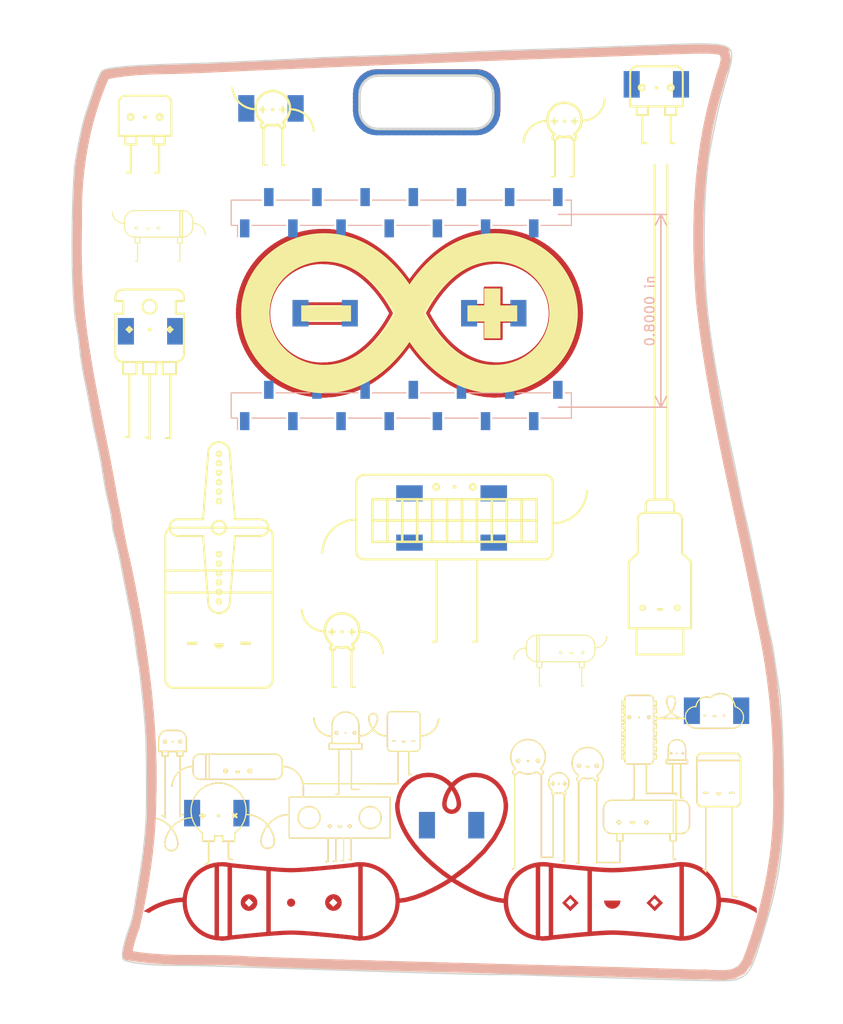
<source format=kicad_pcb>
(kicad_pcb (version 20171130) (host pcbnew 6.0.0-rc1-unknown-73a0cbf~66~ubuntu16.04.1)
  (title_block (title "Project Title"))
  (layers (0 F.Cu signal) (31 B.Cu signal) (34 B.Paste user) (35 F.Paste user) (36 B.SilkS user) (37 F.SilkS user) (38 B.Mask user) (39 F.Mask user) (44 Edge.Cuts user))
  (net 0 "")
  (module ArduinoBadge:SunLed_PLCC_Reverse-2 (layer B.Cu) (at 142.875 131.445)
    (fp_text reference REF**)
    (fp_text value SunLed_Reverse-2)
    (pad 2 smd rect (at 2.6 0) (size 1.7 2.8) (layers B.Cu B.Paste B.Mask))
    (pad 1 smd rect (at -2.6 0) (size 1.7 2.8) (layers B.Cu B.Paste B.Mask))
  )
  (module ArduinoBadge:SunLed_PLCC_Reverse-2 (layer B.Cu) (at 118.11 130.175)
    (fp_text reference REF**)
    (fp_text value SunLed_Reverse-2)
    (pad 2 smd rect (at 2.6 0) (size 1.7 2.8) (layers B.Cu B.Paste B.Mask))
    (pad 1 smd rect (at -2.6 0) (size 1.7 2.8) (layers B.Cu B.Paste B.Mask))
  )
  (module ArduinoBadge:SunLed_PLCC_Reverse-2 (layer B.Cu) (at 147.32 99.06 90)
    (fp_text reference REF**)
    (fp_text value SunLed_Reverse-2)
    (pad 1 smd rect (at -2.6 0 90) (size 1.7 2.8) (layers B.Cu B.Paste B.Mask))
    (pad 2 smd rect (at 2.6 0 90) (size 1.7 2.8) (layers B.Cu B.Paste B.Mask))
  )
  (module ArduinoBadge:SunLed_PLCC_Reverse-2 (layer B.Cu) (at 138.43 99.06 90)
    (fp_text reference REF**)
    (fp_text value SunLed_Reverse-2)
    (pad 2 smd rect (at 2.6 0 90) (size 1.7 2.8) (layers B.Cu B.Paste B.Mask))
    (pad 1 smd rect (at -2.6 0 90) (size 1.7 2.8) (layers B.Cu B.Paste B.Mask))
  )
  (module ArduinoBadge:SunLed_PLCC_Reverse-2 (layer B.Cu) (at 111.125 79.375)
    (fp_text reference REF**)
    (fp_text value SunLed_Reverse-2)
    (pad 2 smd rect (at 2.6 0) (size 1.7 2.8) (layers B.Cu B.Paste B.Mask))
    (pad 1 smd rect (at -2.6 0) (size 1.7 2.8) (layers B.Cu B.Paste B.Mask))
  )
  (module ArduinoBadge:logo.Mask.Izq.01 (layer B.Cu) (at 130.175 77.47)
    (fp_text reference svg2mod hide)
    (fp_text value G*** hide)
  )
  (module ArduinoBadge:logo.Mask.Der.01 (layer B.Cu) (at 146.685 77.47)
    (fp_text reference svg2mod hide)
    (fp_text value G*** hide)
  )
  (module ArduinoBadge:SunLed_PLCC_Reverse-2 (layer B.Cu) (at 147.32 77.47)
    (fp_text reference REF**)
    (fp_text value SunLed_Reverse-2)
    (pad 2 smd rect (at 2.6 0) (size 1.7 2.8) (layers B.Cu B.Paste B.Mask))
    (pad 1 smd rect (at -2.6 0) (size 1.7 2.8) (layers B.Cu B.Paste B.Mask))
  )
  (module ArduinoBadge:SunLed_PLCC_Reverse-2 (layer B.Cu) (at 129.54 77.47)
    (fp_text reference REF**)
    (fp_text value SunLed_Reverse-2)
    (pad 2 smd rect (at 2.6 0) (size 1.7 2.8) (layers B.Cu B.Paste B.Mask))
    (pad 1 smd rect (at -2.6 0) (size 1.7 2.8) (layers B.Cu B.Paste B.Mask))
  )
  (module ArduinoBadge:SunLed_PLCC_Reverse-2 (layer B.Cu) (at 123.825 55.88)
    (fp_text reference REF**)
    (fp_text value SunLed_Reverse-2)
    (pad 2 smd rect (at 2.6 0) (size 1.7 2.8) (layers B.Cu B.Paste B.Mask))
    (pad 1 smd rect (at -2.6 0) (size 1.7 2.8) (layers B.Cu B.Paste B.Mask))
  )
  (module ArduinoBadge:SunLed_PLCC_Reverse-2 (layer B.Cu) (at 170.815 119.38)
    (fp_text reference REF**)
    (fp_text value SunLed_Reverse-2)
    (pad 1 smd rect (at -2.6 0) (size 1.7 2.8) (layers B.Cu B.Paste B.Mask))
    (pad 2 smd rect (at 2.6 0) (size 1.7 2.8) (layers B.Cu B.Paste B.Mask))
  )
  (module ArduinoBadge:SunLed_PLCC_Reverse-2 (layer B.Cu) (at 164.465 53.34 180)
    (fp_text reference REF**)
    (fp_text value SunLed_Reverse-2)
    (pad 1 smd rect (at -2.6 0 180) (size 1.7 2.8) (layers B.Cu B.Paste B.Mask))
    (pad 2 smd rect (at 2.6 0 180) (size 1.7 2.8) (layers B.Cu B.Paste B.Mask))
  )
  (module ArduinoBadge:2019.All.Mask.01 (layer B.Cu) (at 142.9512 92.9132 180)
    (fp_text reference svg2mod hide)
    (fp_text value G*** hide)
  )
  (module ArduinoBadge:2019.All.07 (layer F.Cu) (at 140.335 98.425)
    (fp_text reference svg2mod hide)
    (fp_text value G*** hide)
    (fp_poly (pts (xy 18.612033 40.968836) (xy 18.679329 41.309074) (xy 18.866375 41.5866) (xy 19.144541 41.774013) (xy 19.485209 41.843908) (xy 19.826718 41.77454) (xy 20.10509 41.586719) (xy 20.292517 41.308507) (xy 20.361167 40.967947) (xy 18.612033 40.968836)) (layer F.Cu) (width 0))
    (fp_poly (pts (xy 23.501838 41.188379) (xy 23.960884 40.340629) (xy 23.906127 40.395329) (xy 23.851373 40.450024) (xy 23.796625 40.504724) (xy 23.741868 40.559421) (xy 23.687111 40.614125) (xy 23.632357 40.668819) (xy 23.5776 40.723517) (xy 23.522849 40.778214) (xy 23.468093 40.832917) (xy 23.413339 40.887615) (xy 23.358582 40.942318) (xy 23.303828 40.997018) (xy 23.249071 41.051716) (xy 23.19432 41.106413) (xy 23.139563 41.161111) (xy 23.084815 41.215811) (xy 23.139563 41.270557) (xy 23.19432 41.325305) (xy 23.249071 41.38005) (xy 23.303828 41.434799) (xy 23.358582 41.489547) (xy 23.413339 41.544292) (xy 23.468093 41.599043) (xy 23.522849 41.653789) (xy 23.5776 41.708537) (xy 23.632357 41.763285) (xy 23.687111 41.818028) (xy 23.741868 41.872779) (xy 23.796625 41.92753) (xy 23.851373 41.982273) (xy 23.906127 42.037024) (xy 23.960884 42.091772) (xy 24.015697 42.037024) (xy 24.070504 41.982273) (xy 24.125318 41.92753) (xy 24.180125 41.872779) (xy 24.234933 41.818028) (xy 24.289746 41.763285) (xy 24.344556 41.708537) (xy 24.399364 41.653789) (xy 24.454174 41.599043) (xy 24.508982 41.544292) (xy 24.563795 41.489547) (xy 24.618602 41.434799) (xy 24.673416 41.38005) (xy 24.728226 41.325305) (xy 24.783036 41.270557) (xy 24.837841 41.215811) (xy 24.783036 41.161111) (xy 24.728226 41.106413) (xy 24.673416 41.051716) (xy 24.618602 40.997018) (xy 24.563795 40.942318) (xy 24.508982 40.887615) (xy 24.454174 40.832917) (xy 24.399364 40.778214) (xy 24.344556 40.723517) (xy 24.289746 40.668819) (xy 24.234933 40.614125) (xy 24.180125 40.559421) (xy 24.125318 40.504724) (xy 24.070504 40.450024) (xy 24.015697 40.395329) (xy 23.960884 40.340629) (xy 23.501838 41.188379) (xy 23.529298 41.161032) (xy 23.556758 41.133713) (xy 23.584218 41.106393) (xy 23.611679 41.079046) (xy 23.639139 41.051699) (xy 23.666599 41.024351) (xy 23.694059 40.997032) (xy 23.72152 40.969685) (xy 23.74898 40.942366) (xy 23.77644 40.915047) (xy 23.8039 40.887699) (xy 23.83136 40.860352) (xy 23.858821 40.833033) (xy 23.886253 40.805714) (xy 23.913713 40.778367) (xy 23.941173 40.751047) (xy 23.96852 40.778367) (xy 23.995868 40.805714) (xy 24.023215 40.833033) (xy 24.050562 40.860352) (xy 24.07791 40.887699) (xy 24.105257 40.915047) (xy 24.132576 40.942366) (xy 24.159924 40.969685) (xy 24.187243 40.997032) (xy 24.21459 41.024351) (xy 24.241937 41.051699) (xy 24.269256 41.079046) (xy 24.296604 41.106393) (xy 24.323951 41.133713) (xy 24.35127 41.161032) (xy 24.378618 41.188379) (xy 24.35127 41.215811) (xy 24.323951 41.243271) (xy 24.296604 41.270731) (xy 24.269256 41.298163) (xy 24.241937 41.325624) (xy 24.21459 41.353056) (xy 24.187243 41.380516) (xy 24.159924 41.407948) (xy 24.132576 41.435408) (xy 24.105257 41.462868) (xy 24.07791 41.4903) (xy 24.050562 41.517761) (xy 24.023215 41.545193) (xy 23.995868 41.572653) (xy 23.96852 41.600085) (xy 23.941173 41.627545) (xy 23.913713 41.600085) (xy 23.886253 41.572653) (xy 23.858821 41.545193) (xy 23.83136 41.517761) (xy 23.8039 41.4903) (xy 23.77644 41.462868) (xy 23.74898 41.435408) (xy 23.72152 41.407948) (xy 23.694059 41.380516) (xy 23.666599 41.353056) (xy 23.639139 41.325624) (xy 23.611679 41.298163) (xy 23.584218 41.270731) (xy 23.556758 41.243271) (xy 23.529298 41.215811) (xy 23.501838 41.188379)) (layer F.Cu) (width 0))
    (fp_poly (pts (xy 14.608378 41.188379) (xy 15.066236 40.340629) (xy 15.011487 40.395329) (xy 14.956736 40.450024) (xy 14.901988 40.504724) (xy 14.847242 40.559421) (xy 14.792494 40.614125) (xy 14.737746 40.668819) (xy 14.683 40.723517) (xy 14.628252 40.778214) (xy 14.573501 40.832917) (xy 14.518758 40.887615) (xy 14.46401 40.942318) (xy 14.409259 40.997018) (xy 14.354516 41.051716) (xy 14.299768 41.106413) (xy 14.245017 41.161111) (xy 14.190274 41.215811) (xy 14.245017 41.270557) (xy 14.299768 41.325305) (xy 14.354516 41.38005) (xy 14.409259 41.434799) (xy 14.46401 41.489547) (xy 14.518758 41.544292) (xy 14.573501 41.599043) (xy 14.628252 41.653789) (xy 14.683 41.708537) (xy 14.737746 41.763285) (xy 14.792494 41.818028) (xy 14.847242 41.872779) (xy 14.901988 41.92753) (xy 14.956736 41.982273) (xy 15.011487 42.037024) (xy 15.066236 42.091772) (xy 15.121046 42.037024) (xy 15.175865 41.982273) (xy 15.230681 41.92753) (xy 15.285497 41.872779) (xy 15.340321 41.818028) (xy 15.395137 41.763285) (xy 15.44995 41.708537) (xy 15.504767 41.653789) (xy 15.559583 41.599043) (xy 15.614407 41.544292) (xy 15.669223 41.489547) (xy 15.724033 41.434799) (xy 15.778849 41.38005) (xy 15.833668 41.325305) (xy 15.888487 41.270557) (xy 15.9433 41.215811) (xy 15.888487 41.161111) (xy 15.833668 41.106413) (xy 15.778849 41.051716) (xy 15.724033 40.997018) (xy 15.669223 40.942318) (xy 15.614407 40.887615) (xy 15.559583 40.832917) (xy 15.504767 40.778214) (xy 15.44995 40.723517) (xy 15.395137 40.668819) (xy 15.340321 40.614125) (xy 15.285497 40.559421) (xy 15.230681 40.504724) (xy 15.175865 40.450024) (xy 15.121046 40.395329) (xy 15.066236 40.340629) (xy 14.608378 41.188379) (xy 14.635753 41.161032) (xy 14.663129 41.133713) (xy 14.690505 41.106393) (xy 14.71788 41.079046) (xy 14.745256 41.051699) (xy 14.772631 41.024351) (xy 14.800007 40.997032) (xy 14.827382 40.969685) (xy 14.854758 40.942366) (xy 14.882133 40.915047) (xy 14.909509 40.887699) (xy 14.936885 40.860352) (xy 14.96426 40.833033) (xy 14.991636 40.805714) (xy 15.018983 40.778367) (xy 15.046359 40.751047) (xy 15.073706 40.778367) (xy 15.101053 40.805714) (xy 15.128401 40.833033) (xy 15.155748 40.860352) (xy 15.183095 40.887699) (xy 15.210414 40.915047) (xy 15.237762 40.942366) (xy 15.265109 40.969685) (xy 15.292428 40.997032) (xy 15.319775 41.024351) (xy 15.347123 41.051699) (xy 15.374442 41.079046) (xy 15.401789 41.106393) (xy 15.429137 41.133713) (xy 15.456484 41.161032) (xy 15.483831 41.188379) (xy 15.456484 41.215811) (xy 15.429137 41.243271) (xy 15.401789 41.270731) (xy 15.374442 41.298163) (xy 15.347123 41.325624) (xy 15.319775 41.353056) (xy 15.292428 41.380516) (xy 15.265109 41.407948) (xy 15.237762 41.435408) (xy 15.210414 41.462868) (xy 15.183095 41.4903) (xy 15.155748 41.517761) (xy 15.128401 41.545193) (xy 15.101053 41.572653) (xy 15.073706 41.600085) (xy 15.046359 41.627545) (xy 15.018983 41.600085) (xy 14.991636 41.572653) (xy 14.96426 41.545193) (xy 14.936885 41.517761) (xy 14.909509 41.4903) (xy 14.882133 41.462868) (xy 14.854758 41.435408) (xy 14.827382 41.407948) (xy 14.800007 41.380516) (xy 14.772631 41.353056) (xy 14.745256 41.325624) (xy 14.71788 41.298163) (xy 14.690505 41.270731) (xy 14.663129 41.243271) (xy 14.635753 41.215811) (xy 14.608378 41.188379)) (layer F.Cu) (width 0))
    (fp_poly (pts (xy -9.936697 41.627215) (xy -10.734045 40.845186) (xy -10.748974 40.885044) (xy -10.761928 40.925438) (xy -10.772879 40.966287) (xy -10.781882 41.007525) (xy -10.788852 41.049066) (xy -10.793848 41.090829) (xy -10.79667 41.132747) (xy -10.797799 41.174728) (xy -10.79667 41.216706) (xy -10.793848 41.258599) (xy -10.788881 41.300337) (xy -10.781882 41.341812) (xy -10.772879 41.382968) (xy -10.761928 41.423744) (xy -10.748974 41.464042) (xy -10.734045 41.503779) (xy -10.717083 41.542895) (xy -10.698146 41.581292) (xy -10.677205 41.618903) (xy -10.654289 41.655646) (xy -10.629369 41.691454) (xy -10.602445 41.726252) (xy -10.573537 41.759916) (xy -10.542664 41.792422) (xy -10.50989 41.823599) (xy -10.475978 41.852696) (xy -10.440971 41.87979) (xy -10.404962 41.904907) (xy -10.36802 41.928021) (xy -10.330239 41.949103) (xy -10.291684 41.96821) (xy -10.252435 41.985284) (xy -10.212577 42.000355) (xy -10.172177 42.013394) (xy -10.131328 42.024457) (xy -10.090084 42.033516) (xy -10.048541 42.0406) (xy -10.006778 42.045623) (xy -9.964862 42.048954) (xy -9.922885 42.0498) (xy -9.880913 42.048954) (xy -9.839026 42.046131) (xy -9.797291 42.041136) (xy -9.755818 42.034109) (xy -9.714664 42.025049) (xy -9.673889 42.013986) (xy -9.63359 42.000919) (xy -9.593856 41.985849) (xy -9.554749 41.968774) (xy -9.51635 41.949668) (xy -9.478729 41.928586) (xy -9.441987 41.905472) (xy -9.406176 41.880354) (xy -9.371378 41.853261) (xy -9.337675 41.824164) (xy -9.305168 41.792987) (xy -9.273862 41.760246) (xy -9.244578 41.726331) (xy -9.217344 41.691361) (xy -9.19217 41.655395) (xy -9.168999 41.618508) (xy -9.147889 41.580795) (xy -9.128782 41.542314) (xy -9.11168 41.503136) (xy -9.096637 41.463365) (xy -9.083627 41.423044) (xy -9.07262 41.382271) (xy -9.063617 41.341123) (xy -9.056646 41.299665) (xy -9.051736 41.257978) (xy -9.048914 41.216144) (xy -9.048067 41.174226) (xy -9.048914 41.13231) (xy -9.052244 41.090476) (xy -9.057352 41.048789) (xy -9.064492 41.007345) (xy -9.073608 40.966197) (xy -9.084699 40.925433) (xy -9.097794 40.88512) (xy -9.112893 40.845355) (xy -9.129968 40.806197) (xy -9.149074 40.767721) (xy -9.170128 40.730019) (xy -9.193214 40.693152) (xy -9.218275 40.657206) (xy -9.245312 40.622236) (xy -9.274316 40.588358) (xy -9.305315 40.555617) (xy -9.30514 40.555019) (xy -9.337649 40.524053) (xy -9.371319 40.49508) (xy -9.406077 40.4681) (xy -9.441854 40.443095) (xy -9.47856 40.420094) (xy -9.516132 40.399125) (xy -9.554484 40.38016) (xy -9.59354 40.36317) (xy -9.633218 40.348156) (xy -9.673457 40.335173) (xy -9.714159 40.324167) (xy -9.755268 40.315136) (xy -9.796684 40.308136) (xy -9.838362 40.303141) (xy -9.880202 40.300319) (xy -9.922123 40.299472) (xy -9.964066 40.300319) (xy -10.00594 40.303141) (xy -10.047689 40.308108) (xy -10.089201 40.315079) (xy -10.130436 40.324082) (xy -10.171285 40.335089) (xy -10.211691 40.348071) (xy -10.251586 40.363085) (xy -10.290874 40.380103) (xy -10.329479 40.399068) (xy -10.367331 40.420066) (xy -10.404361 40.443095) (xy -10.440489 40.468072) (xy -10.475631 40.495052) (xy -10.509723 40.524025) (xy -10.542664 40.555022) (xy -10.573537 40.587762) (xy -10.602445 40.621677) (xy -10.629369 40.656684) (xy -10.654317 40.69269) (xy -10.677234 40.729624) (xy -10.698146 40.767391) (xy -10.717083 40.805943) (xy -10.734045 40.845186) (xy -9.936697 41.627215) (xy -9.950356 41.613527) (xy -9.963987 41.599839) (xy -9.977619 41.586152) (xy -9.99125 41.572464) (xy -10.004881 41.558776) (xy -10.018513 41.545088) (xy -10.032144 41.5314) (xy -10.045775 41.517713) (xy -10.059435 41.504025) (xy -10.073095 41.490337) (xy -10.086754 41.476649) (xy -10.100414 41.462962) (xy -10.114073 41.449274) (xy -10.127733 41.435586) (xy -10.141392 41.421898) (xy -10.155052 41.40821) (xy -10.168711 41.394523) (xy -10.182371 41.380835) (xy -10.196031 41.367147) (xy -10.20969 41.353459) (xy -10.22335 41.339772) (xy -10.237009 41.326084) (xy -10.250669 41.312396) (xy -10.264328 41.298708) (xy -10.277988 41.28502) (xy -10.291647 41.271333) (xy -10.305307 41.257645) (xy -10.318967 41.243957) (xy -10.332626 41.230269) (xy -10.346286 41.216582) (xy -10.359945 41.202894) (xy -10.373605 41.189206) (xy -10.359945 41.175546) (xy -10.346286 41.161887) (xy -10.332626 41.148256) (xy -10.318967 41.134596) (xy -10.305307 41.120965) (xy -10.291647 41.107305) (xy -10.277988 41.093674) (xy -10.264328 41.080014) (xy -10.250669 41.066383) (xy -10.237009 41.052723) (xy -10.22335 41.039092) (xy -10.20969 41.025432) (xy -10.196031 41.011801) (xy -10.182371 40.998142) (xy -10.168711 40.98451) (xy -10.155052 40.970851) (xy -10.141392 40.957191) (xy -10.127733 40.94356) (xy -10.114073 40.9299) (xy -10.100414 40.916269) (xy -10.086754 40.902609) (xy -10.073095 40.888978) (xy -10.059435 40.875318) (xy -10.045775 40.861687) (xy -10.032144 40.848028) (xy -10.018513 40.834396) (xy -10.004881 40.820737) (xy -9.99125 40.807105) (xy -9.977619 40.793446) (xy -9.963987 40.779814) (xy -9.950356 40.766155) (xy -9.936697 40.752524) (xy -9.922952 40.766155) (xy -9.909265 40.779814) (xy -9.895577 40.793446) (xy -9.881889 40.807105) (xy -9.868201 40.820737) (xy -9.854513 40.834396) (xy -9.840826 40.848028) (xy -9.827138 40.861687) (xy -9.81345 40.875318) (xy -9.799762 40.888978) (xy -9.786075 40.902609) (xy -9.772387 40.916269) (xy -9.758699 40.9299) (xy -9.745011 40.94356) (xy -9.731323 40.957191) (xy -9.717636 40.970851) (xy -9.703948 40.98451) (xy -9.69026 40.998142) (xy -9.676572 41.011801) (xy -9.662885 41.025432) (xy -9.649197 41.039092) (xy -9.635509 41.052723) (xy -9.621821 41.066383) (xy -9.608133 41.080014) (xy -9.594446 41.093674) (xy -9.580758 41.107305) (xy -9.56707 41.120965) (xy -9.553382 41.134596) (xy -9.539695 41.148256) (xy -9.526007 41.161887) (xy -9.512319 41.175546) (xy -9.498631 41.189206) (xy -9.512319 41.202894) (xy -9.526007 41.216582) (xy -9.539695 41.230269) (xy -9.553382 41.243957) (xy -9.56707 41.257645) (xy -9.580758 41.271333) (xy -9.594446 41.28502) (xy -9.608133 41.298708) (xy -9.621821 41.312396) (xy -9.635509 41.326084) (xy -9.649197 41.339772) (xy -9.662885 41.353459) (xy -9.676572 41.367147) (xy -9.69026 41.380835) (xy -9.703948 41.394523) (xy -9.717636 41.40821) (xy -9.731323 41.421898) (xy -9.745011 41.435586) (xy -9.758699 41.449274) (xy -9.772387 41.462962) (xy -9.786075 41.476649) (xy -9.799762 41.490337) (xy -9.81345 41.504025) (xy -9.827138 41.517713) (xy -9.840826 41.5314) (xy -9.854513 41.545088) (xy -9.868201 41.558776) (xy -9.881889 41.572464) (xy -9.895577 41.586152) (xy -9.909265 41.599839) (xy -9.922952 41.613527) (xy -9.936697 41.627215)) (layer F.Cu) (width 0))
    (fp_poly (pts (xy -18.831074 41.627215) (xy -19.627619 40.832573) (xy -19.635866 40.852272) (xy -19.64361 40.872112) (xy -19.65086 40.892122) (xy -19.657611 40.912273) (xy -19.663854 40.932536) (xy -19.669602 40.952913) (xy -19.674849 40.973345) (xy -19.679596 40.993948) (xy -19.683843 41.014635) (xy -19.687594 41.035378) (xy -19.690826 41.056178) (xy -19.693563 41.077034) (xy -19.695849 41.097947) (xy -19.697627 41.118887) (xy -19.698869 41.139857) (xy -19.699603 41.160854) (xy -19.699845 41.181823) (xy -19.699597 41.20282) (xy -19.698863 41.223818) (xy -19.697621 41.244759) (xy -19.695843 41.265671) (xy -19.693557 41.286556) (xy -19.69082 41.307384) (xy -19.687588 41.328155) (xy -19.683843 41.34887) (xy -19.679596 41.369529) (xy -19.674852 41.390047) (xy -19.669605 41.410479) (xy -19.663856 41.430799) (xy -19.657608 41.451035) (xy -19.65086 41.471129) (xy -19.643612 41.491026) (xy -19.635865 41.510809) (xy -19.627622 41.53048) (xy -19.618876 41.549954) (xy -19.609624 41.569229) (xy -19.599879 41.588364) (xy -19.589635 41.607273) (xy -19.578887 41.625956) (xy -19.567644 41.644442) (xy -19.5559 41.66273) (xy -19.543661 41.680735) (xy -19.530913 41.698515) (xy -19.517668 41.71607) (xy -19.503918 41.73337) (xy -19.48968 41.75036) (xy -19.474931 41.767067) (xy -19.459691 41.783493) (xy -19.443946 41.799579) (xy -19.427794 41.815412) (xy -19.411343 41.830765) (xy -19.394605 41.845581) (xy -19.37757 41.85989) (xy -19.360267 41.873691) (xy -19.342699 41.88704) (xy -19.324876 41.899881) (xy -19.306811 41.912158) (xy -19.288509 41.923926) (xy -19.269984 41.935215) (xy -19.251242 41.946024) (xy -19.232293 41.956297) (xy -19.21315 41.96609) (xy -19.193818 41.975375) (xy -19.174308 41.984153) (xy -19.154634 41.99245) (xy -19.134805 42.000239) (xy -19.114829 42.007521) (xy -19.094716 42.014322) (xy -19.074475 42.020587) (xy -19.054115 42.026345) (xy -19.033657 42.031651) (xy -19.01308 42.036448) (xy -18.992447 42.04071) (xy -18.971706 42.044492) (xy -18.95092 42.047822) (xy -18.930056 42.050644) (xy -18.90916 42.05262) (xy -18.888216 42.054313) (xy -18.867244 42.055442) (xy -18.846253 42.056006) (xy -18.825253 42.056274) (xy -18.80425 42.056018) (xy -18.783258 42.055453) (xy -18.762286 42.054324) (xy -18.741342 42.052631) (xy -18.720438 42.050373) (xy -18.699585 42.047551) (xy -18.678774 42.044221) (xy -18.658056 42.040383) (xy -18.637397 42.036121) (xy -18.616846 42.031323) (xy -18.596365 42.026017) (xy -18.576025 42.02026) (xy -18.555784 42.013995) (xy -18.53567 42.007193) (xy -18.515694 41.999912) (xy -18.495868 41.992123) (xy -18.476194 41.983825) (xy -18.456687 41.975048) (xy -18.437355 41.965763) (xy -18.418212 41.95597) (xy -18.399264 41.945697) (xy -18.380521 41.934888) (xy -18.361993 41.923599) (xy -18.343697 41.91183) (xy -18.325632 41.899554) (xy -18.307809 41.886713) (xy -18.290244 41.873363) (xy -18.272938 41.859563) (xy -18.255906 41.845254) (xy -18.239162 41.830437) (xy -18.222711 41.815113) (xy -18.206562 41.799252) (xy -18.190693 41.783024) (xy -18.175331 41.766514) (xy -18.16047 41.749694) (xy -18.14613 41.732619) (xy -18.132287 41.715263) (xy -18.118955 41.697624) (xy -18.106128 41.679787) (xy -18.093806 41.661697) (xy -18.081995 41.643352) (xy -18.070689 41.624782) (xy -18.059891 41.606043) (xy -18.049593 41.587077) (xy -18.039806 41.567914) (xy -18.030526 41.54861) (xy -18.021746 41.529081) (xy -18.013471 41.50941) (xy -18.005705 41.489598) (xy -17.99844 41.469616) (xy -17.991687 41.449494) (xy -17.985424 41.429287) (xy -17.979672 41.408967) (xy -17.974426 41.388562) (xy -17.969685 41.368045) (xy -17.965446 41.347386) (xy -17.961709 41.326671) (xy -17.958478 41.305927) (xy -17.95574 41.285128) (xy -17.95351 41.264271) (xy -17.951761 41.243359) (xy -17.950519 41.222446) (xy -17.949757 41.201477) (xy -17.949532 41.180508) (xy -17.94981 41.159567) (xy -17.9506 41.138598) (xy -17.95187 41.117685) (xy -17.953676 41.096773) (xy -17.955991 41.075945) (xy -17.958785 41.055145) (xy -17.96205 41.034373) (xy -17.965843 41.013686) (xy -17.970136 40.993028) (xy -17.974925 40.97251) (xy -17.980217 40.952105) (xy -17.986005 40.931785) (xy -17.992301 40.911578) (xy -17.999089 40.891456) (xy -18.006376 40.871475) (xy -18.014168 40.851691) (xy -18.022457 40.832048) (xy -18.03124 40.812547) (xy -18.040516 40.793243) (xy -18.050304 40.77408) (xy -18.060588 40.755143) (xy -18.071357 40.736375) (xy -18.082635 40.717861) (xy -18.094409 40.699545) (xy -18.10668 40.681454) (xy -18.119445 40.66359) (xy -18.13271 40.645951) (xy -18.146468 40.628594) (xy -18.160726 40.611491) (xy -18.175478 40.594699) (xy -18.190726 40.578189) (xy -18.206468 40.561961) (xy -18.206551 40.561849) (xy -18.2227 40.546072) (xy -18.239142 40.530804) (xy -18.255878 40.516072) (xy -18.272888 40.501848) (xy -18.290168 40.488132) (xy -18.307714 40.474868) (xy -18.325505 40.462139) (xy -18.343539 40.449863) (xy -18.361807 40.438122) (xy -18.380296 40.426918) (xy -18.398999 40.416165) (xy -18.417902 40.405921) (xy -18.437 40.396156) (xy -18.456281 40.386927) (xy -18.475738 40.378207) (xy -18.495358 40.369909) (xy -18.515127 40.362148) (xy -18.535055 40.354895) (xy -18.55511 40.34815) (xy -18.5753 40.341913) (xy -18.595603 40.336184) (xy -18.616016 40.330934) (xy -18.636514 40.326165) (xy -18.657122 40.321903) (xy -18.677809 40.318121) (xy -18.698541 40.314791) (xy -18.719352 40.311969) (xy -18.7402 40.309993) (xy -18.761098 40.3083) (xy -18.782022 40.307171) (xy -18.802966 40.306607) (xy -18.823929 40.306341) (xy -18.84489 40.306595) (xy -18.865848 40.30716) (xy -18.886786 40.308289) (xy -18.907698 40.309982) (xy -18.928574 40.31224) (xy -18.949408 40.315062) (xy -18.970199 40.318392) (xy -18.990895 40.322202) (xy -19.011539 40.326464) (xy -19.032085 40.331233) (xy -19.052532 40.336511) (xy -19.072906 40.34224) (xy -19.093155 40.348477) (xy -19.11328 40.355251) (xy -19.133279 40.362504) (xy -19.153136 40.370265) (xy -19.172841 40.378477) (xy -19.192393 40.387198) (xy -19.211773 40.396427) (xy -19.23097 40.406163) (xy -19.24998 40.416408) (xy -19.268788 40.427133) (xy -19.287392 40.438337) (xy -19.305781 40.450077) (xy -19.323945 40.462354) (xy -19.341872 40.47511) (xy -19.359556 40.488375) (xy -19.37698 40.502119) (xy -19.394142 40.516315) (xy -19.411028 40.531075) (xy -19.427634 40.546343) (xy -19.443943 40.562119) (xy -19.459691 40.578347) (xy -19.474931 40.594857) (xy -19.489675 40.611678) (xy -19.503918 40.628752) (xy -19.517662 40.646109) (xy -19.53091 40.663776) (xy -19.543655 40.681669) (xy -19.555901 40.699759) (xy -19.567644 40.718104) (xy -19.578888 40.736702) (xy -19.589635 40.755498) (xy -19.599877 40.774463) (xy -19.609622 40.793655) (xy -19.618873 40.813043) (xy -19.627619 40.832573) (xy -18.831074 41.627215) (xy -18.837935 41.620357) (xy -18.844796 41.613499) (xy -18.851656 41.606641) (xy -18.858517 41.599783) (xy -18.865378 41.592925) (xy -18.872239 41.586067) (xy -18.8791 41.579209) (xy -18.885961 41.572379) (xy -18.892821 41.565521) (xy -18.899682 41.558663) (xy -18.906543 41.551805) (xy -18.913404 41.544947) (xy -18.920265 41.538089) (xy -18.927125 41.531231) (xy -18.933986 41.524373) (xy -18.940847 41.517515) (xy -18.947708 41.510685) (xy -18.954569 41.503827) (xy -18.96143 41.496969) (xy -18.96829 41.490111) (xy -18.975151 41.483253) (xy -18.982012 41.476395) (xy -18.988873 41.469537) (xy -18.995734 41.462679) (xy -19.002595 41.455821) (xy -19.009455 41.448992) (xy -19.016316 41.442134) (xy -19.023177 41.435276) (xy -19.030038 41.428418) (xy -19.036899 41.42156) (xy -19.043759 41.414702) (xy -19.05062 41.407844) (xy -19.057481 41.400986) (xy -19.064342 41.394128) (xy -19.071203 41.387298) (xy -19.078064 41.38044) (xy -19.084924 41.373582) (xy -19.091785 41.366724) (xy -19.098646 41.359866) (xy -19.105507 41.353008) (xy -19.112368 41.34615) (xy -19.119228 41.339292) (xy -19.126089 41.332434) (xy -19.13295 41.325604) (xy -19.139811 41.318746) (xy -19.146672 41.311888) (xy -19.153533 41.30503) (xy -19.160393 41.298172) (xy -19.167254 41.291314) (xy -19.174115 41.284456) (xy -19.180976 41.277598) (xy -19.187837 41.27074) (xy -19.194698 41.26391) (xy -19.201558 41.257052) (xy -19.208419 41.250194) (xy -19.21528 41.243336) (xy -19.222141 41.236478) (xy -19.229002 41.22962) (xy -19.235862 41.222762) (xy -19.242723 41.215904) (xy -19.249584 41.209046) (xy -19.256445 41.202188) (xy -19.263306 41.195358) (xy -19.270167 41.1885) (xy -19.263306 41.181671) (xy -19.256445 41.174841) (xy -19.249584 41.168011) (xy -19.242723 41.161181) (xy -19.235862 41.154352) (xy -19.229002 41.147522) (xy -19.222141 41.140692) (xy -19.21528 41.133862) (xy -19.208419 41.127032) (xy -19.201558 41.120203) (xy -19.194698 41.113373) (xy -19.187837 41.106543) (xy -19.180976 41.099713) (xy -19.174115 41.092884) (xy -19.167254 41.086054) (xy -19.160393 41.079224) (xy -19.153533 41.072394) (xy -19.146672 41.065564) (xy -19.139811 41.058735) (xy -19.13295 41.051905) (xy -19.126089 41.045075) (xy -19.119228 41.038245) (xy -19.112368 41.031416) (xy -19.105507 41.024586) (xy -19.098646 41.017756) (xy -19.091785 41.010926) (xy -19.084924 41.004096) (xy -19.078064 40.997267) (xy -19.071203 40.990437) (xy -19.064342 40.983607) (xy -19.057481 40.976777) (xy -19.05062 40.969948) (xy -19.043759 40.963118) (xy -19.036899 40.956288) (xy -19.030038 40.949458) (xy -19.023177 40.942628) (xy -19.016316 40.935799) (xy -19.009455 40.928969) (xy -19.002595 40.922139) (xy -18.995734 40.915309) (xy -18.988873 40.90848) (xy -18.982012 40.90165) (xy -18.975151 40.89482) (xy -18.96829 40.88799) (xy -18.96143 40.88116) (xy -18.954569 40.874331) (xy -18.947708 40.867501) (xy -18.940847 40.860671) (xy -18.933986 40.853841) (xy -18.927125 40.847012) (xy -18.920265 40.840182) (xy -18.913404 40.833352) (xy -18.906543 40.826522) (xy -18.899682 40.819692) (xy -18.892821 40.812863) (xy -18.885961 40.806033) (xy -18.8791 40.799203) (xy -18.872239 40.792373) (xy -18.865378 40.785544) (xy -18.858517 40.778714) (xy -18.851656 40.771884) (xy -18.844796 40.765054) (xy -18.837935 40.758224) (xy -18.831074 40.751395) (xy -18.824247 40.758224) (xy -18.81742 40.765054) (xy -18.810596 40.771884) (xy -18.803769 40.778714) (xy -18.796942 40.785544) (xy -18.790112 40.792373) (xy -18.783288 40.799203) (xy -18.776461 40.806033) (xy -18.769634 40.812863) (xy -18.762807 40.819692) (xy -18.755983 40.826522) (xy -18.749156 40.833352) (xy -18.742329 40.840182) (xy -18.735502 40.847012) (xy -18.728675 40.853841) (xy -18.721854 40.860671) (xy -18.715027 40.867501) (xy -18.7082 40.874331) (xy -18.701373 40.88116) (xy -18.694549 40.88799) (xy -18.687722 40.89482) (xy -18.680895 40.90165) (xy -18.674068 40.90848) (xy -18.667247 40.915309) (xy -18.66042 40.922139) (xy -18.653593 40.928969) (xy -18.646766 40.935799) (xy -18.639939 40.942628) (xy -18.633112 40.949458) (xy -18.626285 40.956288) (xy -18.619458 40.963118) (xy -18.612631 40.969948) (xy -18.605804 40.976777) (xy -18.598983 40.983607) (xy -18.592156 40.990437) (xy -18.585329 40.997267) (xy -18.578502 41.004096) (xy -18.571681 41.010926) (xy -18.564854 41.017756) (xy -18.558027 41.024586) (xy -18.5512 41.031416) (xy -18.544379 41.038245) (xy -18.537552 41.045075) (xy -18.530725 41.051905) (xy -18.523898 41.058735) (xy -18.517071 41.065564) (xy -18.510249 41.072394) (xy -18.503422 41.079224) (xy -18.496595 41.086054) (xy -18.489769 41.092884) (xy -18.482947 41.099713) (xy -18.47612 41.106543) (xy -18.469293 41.113373) (xy -18.462466 41.120203) (xy -18.455639 41.127032) (xy -18.448812 41.133862) (xy -18.441985 41.140692) (xy -18.435159 41.147522) (xy -18.428332 41.154352) (xy -18.421505 41.161181) (xy -18.414683 41.168011) (xy -18.407856 41.174841) (xy -18.401029 41.181671) (xy -18.394202 41.1885) (xy -18.401029 41.195358) (xy -18.407856 41.202188) (xy -18.414683 41.209046) (xy -18.421505 41.215904) (xy -18.428332 41.222762) (xy -18.435159 41.22962) (xy -18.441985 41.236478) (xy -18.448812 41.243336) (xy -18.455639 41.250194) (xy -18.462466 41.257052) (xy -18.469293 41.26391) (xy -18.47612 41.27074) (xy -18.482947 41.277598) (xy -18.489769 41.284456) (xy -18.496595 41.291314) (xy -18.503422 41.298172) (xy -18.510249 41.30503) (xy -18.517071 41.311888) (xy -18.523898 41.318746) (xy -18.530725 41.325604) (xy -18.537552 41.332434) (xy -18.544379 41.339292) (xy -18.5512 41.34615) (xy -18.558027 41.353008) (xy -18.564854 41.359866) (xy -18.571681 41.366724) (xy -18.578502 41.373582) (xy -18.585329 41.38044) (xy -18.592156 41.387298) (xy -18.598983 41.394128) (xy -18.605804 41.400986) (xy -18.612631 41.407844) (xy -18.619458 41.414702) (xy -18.626285 41.42156) (xy -18.633112 41.428418) (xy -18.639939 41.435276) (xy -18.646766 41.442134) (xy -18.653593 41.448992) (xy -18.66042 41.455821) (xy -18.667247 41.462679) (xy -18.674068 41.469537) (xy -18.680895 41.476395) (xy -18.687722 41.483253) (xy -18.694549 41.490111) (xy -18.701373 41.496969) (xy -18.7082 41.503827) (xy -18.715027 41.510685) (xy -18.721854 41.517515) (xy -18.728675 41.524373) (xy -18.735502 41.531231) (xy -18.742329 41.538089) (xy -18.749156 41.544947) (xy -18.755983 41.551805) (xy -18.762807 41.558663) (xy -18.769634 41.565521) (xy -18.776461 41.572379) (xy -18.783288 41.579209) (xy -18.790112 41.586067) (xy -18.796942 41.592925) (xy -18.803769 41.599783) (xy -18.810596 41.606641) (xy -18.81742 41.613499) (xy -18.824247 41.620357) (xy -18.831074 41.627215)) (layer F.Cu) (width 0))
    (fp_poly (pts (xy -14.074969 41.496283) (xy -13.978803 41.352287) (xy -13.947102 41.187977) (xy -13.979335 41.023146) (xy -14.074969 40.877587) (xy -14.219403 40.782156) (xy -14.383692 40.750345) (xy -14.548294 40.782156) (xy -14.693666 40.877587) (xy -14.78966 41.023146) (xy -14.821658 41.187977) (xy -14.78966 41.352287) (xy -14.693666 41.496283) (xy -14.549045 41.593278) (xy -14.384359 41.625609) (xy -14.219653 41.593278) (xy -14.074969 41.496283)) (layer F.Cu) (width 0))
    (fp_poly (pts (xy 16.868174 37.677822) (xy 16.868174 38.524636) (xy 16.868174 39.371452) (xy 16.868174 40.218268) (xy 16.868174 41.065087) (xy 16.868174 41.911901) (xy 16.868174 42.758714) (xy 16.868174 43.605528) (xy 16.868174 44.452344) (xy 16.927155 44.452344) (xy 16.98614 44.452344) (xy 17.045121 44.452344) (xy 17.104103 44.452344) (xy 17.163084 44.452344) (xy 17.222066 44.452344) (xy 17.281045 44.452344) (xy 17.340029 44.452344) (xy 17.340029 43.605528) (xy 17.340029 42.758714) (xy 17.340029 41.911901) (xy 17.340029 41.065087) (xy 17.340029 40.218268) (xy 17.340029 39.371452) (xy 17.340029 38.524636) (xy 17.340029 37.677822) (xy 17.281045 37.677822) (xy 17.222066 37.677822) (xy 17.163084 37.677822) (xy 17.104103 37.677822) (xy 17.045121 37.677822) (xy 16.98614 37.677822) (xy 16.927155 37.677822) (xy 16.868174 37.677822)) (layer F.Cu) (width 0))
    (fp_poly (pts (xy 12.782411 37.313956) (xy 12.782411 38.259906) (xy 12.782411 39.205858) (xy 12.782411 40.151808) (xy 12.782411 41.097757) (xy 12.782411 42.043707) (xy 12.782411 42.989654) (xy 12.782411 43.935606) (xy 12.782411 44.881556) (xy 12.841481 44.881556) (xy 12.90055 44.881556) (xy 12.959613 44.881556) (xy 13.018685 44.881556) (xy 13.077751 44.881556) (xy 13.136821 44.881556) (xy 13.195892 44.881556) (xy 13.254956 44.881556) (xy 13.254956 43.935606) (xy 13.254956 42.989654) (xy 13.254956 42.043707) (xy 13.254956 41.097757) (xy 13.254956 40.151808) (xy 13.254956 39.205858) (xy 13.254956 38.259906) (xy 13.254956 37.313956) (xy 13.195892 37.313956) (xy 13.136821 37.313956) (xy 13.077751 37.313956) (xy 13.018685 37.313956) (xy 12.959613 37.313956) (xy 12.90055 37.313956) (xy 12.841481 37.313956) (xy 12.782411 37.313956)) (layer F.Cu) (width 0))
    (fp_poly (pts (xy 11.411554 37.313956) (xy 11.411554 38.249418) (xy 11.411554 39.184881) (xy 11.411554 40.12034) (xy 11.411554 41.0558) (xy 11.411554 41.991262) (xy 11.411554 42.926721) (xy 11.411554 43.862181) (xy 11.411554 44.797643) (xy 11.470538 44.797643) (xy 11.52952 44.797643) (xy 11.588499 44.797643) (xy 11.64748 44.797643) (xy 11.706462 44.797643) (xy 11.765443 44.797643) (xy 11.824428 44.797643) (xy 11.88341 44.797643) (xy 11.88341 43.862181) (xy 11.88341 42.926721) (xy 11.88341 41.991262) (xy 11.88341 41.0558) (xy 11.88341 40.12034) (xy 11.88341 39.184881) (xy 11.88341 38.249418) (xy 11.88341 37.313956) (xy 11.824428 37.313956) (xy 11.765443 37.313956) (xy 11.706462 37.313956) (xy 11.64748 37.313956) (xy 11.588499 37.313956) (xy 11.52952 37.313956) (xy 11.470538 37.313956) (xy 11.411554 37.313956)) (layer F.Cu) (width 0))
    (fp_poly (pts (xy -17.003563 44.452556) (xy -17.003563 44.029129) (xy -17.003563 43.605706) (xy -17.003563 43.182279) (xy -17.003563 42.758853) (xy -17.003563 42.335429) (xy -17.003563 41.912005) (xy -17.003563 41.488576) (xy -17.003563 41.06515) (xy -17.003563 40.641723) (xy -17.003563 40.218514) (xy -17.003563 39.795087) (xy -17.003563 39.371664) (xy -17.003563 38.948237) (xy -17.003563 38.524811) (xy -17.003563 38.101387) (xy -17.003563 37.677961) (xy -16.531497 37.677961) (xy -16.531497 38.101387) (xy -16.531497 38.524811) (xy -16.531497 38.948237) (xy -16.531497 39.371664) (xy -16.531497 39.795087) (xy -16.531497 40.218514) (xy -16.531497 40.641723) (xy -16.531497 41.06515) (xy -16.531497 41.488576) (xy -16.531497 41.912005) (xy -16.531497 42.335429) (xy -16.531497 42.758853) (xy -16.531497 43.182279) (xy -16.531497 43.605706) (xy -16.531497 44.029129) (xy -16.531497 44.452556) (xy -17.003563 44.452556)) (layer F.Cu) (width 0))
    (fp_poly (pts (xy -21.088428 44.881296) (xy -21.088428 44.403367) (xy -21.088428 43.925221) (xy -21.088428 43.447074) (xy -21.088428 42.96915) (xy -21.088428 42.491004) (xy -21.088428 42.013075) (xy -21.088428 41.534928) (xy -21.088428 41.057005) (xy -21.088428 40.578858) (xy -21.088428 40.100712) (xy -21.088428 39.622782) (xy -21.088428 39.144639) (xy -21.088428 38.666709) (xy -21.088428 38.188563) (xy -21.088428 37.710639) (xy -21.088428 37.232493) (xy -20.616363 37.232493) (xy -20.616363 37.710639) (xy -20.616363 38.188563) (xy -20.616363 38.666709) (xy -20.616363 39.144639) (xy -20.616363 39.622782) (xy -20.616363 40.100712) (xy -20.616363 40.578858) (xy -20.616363 41.057005) (xy -20.616363 41.534928) (xy -20.616363 42.013075) (xy -20.616363 42.491004) (xy -20.616363 42.96915) (xy -20.616363 43.447074) (xy -20.616363 43.925221) (xy -20.616363 44.403367) (xy -20.616363 44.881296) (xy -21.088428 44.881296)) (layer F.Cu) (width 0))
    (fp_poly (pts (xy -22.460434 44.797375) (xy -22.460434 44.329653) (xy -22.460434 43.861932) (xy -22.460434 43.394208) (xy -22.460434 42.926484) (xy -22.460434 42.458766) (xy -22.460434 41.991039) (xy -22.460434 41.523315) (xy -22.460434 41.055596) (xy -22.460434 40.587875) (xy -22.460434 40.120148) (xy -22.460434 39.65243) (xy -22.460434 39.184703) (xy -22.460434 38.716979) (xy -22.460434 38.24926) (xy -22.460434 37.781536) (xy -22.460434 37.313815) (xy -21.988368 37.313815) (xy -21.988368 37.781536) (xy -21.988368 38.24926) (xy -21.988368 38.716979) (xy -21.988368 39.184703) (xy -21.988368 39.65243) (xy -21.988368 40.120148) (xy -21.988368 40.587875) (xy -21.988368 41.055596) (xy -21.988368 41.523315) (xy -21.988368 41.991039) (xy -21.988368 42.458766) (xy -21.988368 42.926484) (xy -21.988368 43.394208) (xy -21.988368 43.861932) (xy -21.988368 44.329653) (xy -21.988368 44.797375) (xy -22.460434 44.797375)) (layer F.Cu) (width 0))
    (fp_poly (pts (xy -7.305043 44.920824) (xy -7.305043 44.437685) (xy -7.305043 43.954543) (xy -7.305043 43.471407) (xy -7.305043 42.988265) (xy -7.305043 42.505126) (xy -7.305043 42.021987) (xy -7.305043 41.538631) (xy -7.305043 41.055486) (xy -7.305043 40.57235) (xy -7.305043 40.089214) (xy -7.305043 39.606069) (xy -7.305043 39.122933) (xy -7.305043 38.639574) (xy -7.305043 38.156437) (xy -7.305043 37.673293) (xy -7.305043 37.190157) (xy -6.832975 37.190157) (xy -6.832975 37.673293) (xy -6.832975 38.156437) (xy -6.832975 38.639574) (xy -6.832975 39.122933) (xy -6.832975 39.606069) (xy -6.832975 40.089214) (xy -6.832975 40.57235) (xy -6.832975 41.055486) (xy -6.832975 41.538631) (xy -6.832975 42.021987) (xy -6.832975 42.505126) (xy -6.832975 42.988265) (xy -6.832975 43.471407) (xy -6.832975 43.954543) (xy -6.832975 44.437685) (xy -6.832975 44.920824) (xy -7.305043 44.920824)) (layer F.Cu) (width 0))
    (fp_poly (pts (xy 30.782457 40.660293) (xy 30.782457 40.675054) (xy 30.782457 40.689814) (xy 30.782457 40.704574) (xy 30.782457 40.719334) (xy 30.782457 40.734094) (xy 30.782457 40.748855) (xy 30.782457 40.763615) (xy 30.782457 40.778375) (xy 30.782457 40.793135) (xy 30.782457 40.807896) (xy 30.782457 40.822656) (xy 30.782457 40.837416) (xy 30.782457 40.852176) (xy 30.782457 40.866936) (xy 30.782457 40.881697) (xy 30.782457 40.896457) (xy 30.782457 40.911217) (xy 30.782457 40.925977) (xy 30.782457 40.940709) (xy 30.782457 40.95547) (xy 30.782457 40.97023) (xy 30.782457 40.98499) (xy 30.782457 40.99975) (xy 30.782457 41.01451) (xy 30.782457 41.029271) (xy 30.782457 41.044031) (xy 30.782457 41.058791) (xy 30.782457 41.073551) (xy 30.782457 41.088312) (xy 30.782457 41.103072) (xy 30.782457 41.117832) (xy 30.782457 41.132592) (xy 31.145838 41.141341) (xy 31.504562 41.167757) (xy 31.858206 41.211369) (xy 32.206353 41.271781) (xy 32.548581 41.348563) (xy 32.884462 41.441295) (xy 33.21359 41.549564) (xy 33.535532 41.67294) (xy 33.849871 41.811004) (xy 34.156189 41.963342) (xy 34.454064 42.129517) (xy 34.74307 42.309117) (xy 34.691672 41.725778) (xy 34.374378 41.548672) (xy 34.048121 41.386313) (xy 33.713357 41.239156) (xy 33.370531 41.107647) (xy 33.020104 40.992235) (xy 32.662517 40.893372) (xy 32.298233 40.811514) (xy 31.927687 40.747099) (xy 31.551346 40.700586) (xy 31.169649 40.672449) (xy 30.783058 40.663107) (xy 30.783058 40.66311) (xy 30.783058 40.663113) (xy 30.783058 40.663116) (xy 30.783058 40.663118) (xy 30.783058 40.663121) (xy 30.783058 40.662557) (xy 30.783058 40.661992) (xy 30.783058 40.661428) (xy 30.782457 40.660293)) (layer F.Cu) (width 0))
    (fp_poly (pts (xy -29.930112 42.093022) (xy -29.632123 41.887786) (xy -29.324167 41.696397) (xy -29.006756 41.519297) (xy -28.680437 41.356987) (xy -28.34556 41.20987) (xy -28.002501 41.078267) (xy -27.651793 40.962763) (xy -27.293942 40.86393) (xy -26.929364 40.782101) (xy -26.55845 40.717669) (xy -26.181746 40.671142) (xy -25.799717 40.643071) (xy -25.412848 40.633794) (xy -25.412959 40.869827) (xy -25.413069 41.10586) (xy -25.776659 41.114624) (xy -26.135499 41.141037) (xy -26.489056 41.184645) (xy -26.837077 41.245047) (xy -27.179207 41.321866) (xy -27.514993 41.414635) (xy -27.844069 41.522924) (xy -28.165983 41.646325) (xy -28.480275 41.784455) (xy -28.786573 41.93686) (xy -29.084458 42.103095) (xy -29.373506 42.282766) (xy -29.930111 42.093022) (xy -29.930112 42.093022)) (layer F.Cu) (width 0))
    (fp_line (start -21.652723 44.965119) (end -21.65272 44.966087) (layer F.Cu) (width 0.442552))
    (fp_line (start -21.652732 44.964837) (end -21.652723 44.965119) (layer F.Cu) (width 0.442552))
    (fp_line (start -21.652732 44.964834) (end -21.652732 44.964837) (layer F.Cu) (width 0.442552))
    (fp_line (start -21.652732 44.964828) (end -21.652732 44.964834) (layer F.Cu) (width 0.442552))
    (fp_line (start -21.657047 44.965393) (end -21.652732 44.964828) (layer F.Cu) (width 0.442552))
    (fp_line (start -21.66132 44.965957) (end -21.657047 44.965393) (layer F.Cu) (width 0.442552))
    (fp_line (start -21.665533 44.96624) (end -21.66132 44.965957) (layer F.Cu) (width 0.442552))
    (fp_line (start -21.669648 44.966804) (end -21.665533 44.96624) (layer F.Cu) (width 0.442552))
    (fp_line (start -21.673627 44.967368) (end -21.669648 44.966804) (layer F.Cu) (width 0.442552))
    (fp_line (start -21.67744 44.967651) (end -21.673627 44.967368) (layer F.Cu) (width 0.442552))
    (fp_line (start -21.681064 44.967874) (end -21.67744 44.967651) (layer F.Cu) (width 0.442552))
    (fp_line (start -21.684445 44.968156) (end -21.681064 44.967874) (layer F.Cu) (width 0.442552))
    (fp_line (start -21.68753 44.968438) (end -21.684445 44.968156) (layer F.Cu) (width 0.442552))
    (fp_line (start -21.690324 44.96872) (end -21.68753 44.968438) (layer F.Cu) (width 0.442552))
    (fp_line (start -21.692779 44.969003) (end -21.690324 44.96872) (layer F.Cu) (width 0.442552))
    (fp_line (start -21.694839 44.969276) (end -21.692779 44.969003) (layer F.Cu) (width 0.442552))
    (fp_line (start -21.696561 44.969477) (end -21.694839 44.969276) (layer F.Cu) (width 0.442552))
    (fp_line (start -21.697803 44.969626) (end -21.696561 44.969477) (layer F.Cu) (width 0.442552))
    (fp_line (start -21.698339 44.969691) (end -21.697803 44.969626) (layer F.Cu) (width 0.442552))
    (fp_line (start -21.698847 44.969753) (end -21.698339 44.969691) (layer F.Cu) (width 0.442552))
    (fp_line (start -21.702767 44.969189) (end -21.698847 44.969753) (layer F.Cu) (width 0.442552))
    (fp_line (start -21.706687 44.968907) (end -21.702767 44.969189) (layer F.Cu) (width 0.442552))
    (fp_line (start -21.710607 44.968342) (end -21.706687 44.968907) (layer F.Cu) (width 0.442552))
    (fp_line (start -21.714527 44.96806) (end -21.710607 44.968342) (layer F.Cu) (width 0.442552))
    (fp_line (start -21.718447 44.967495) (end -21.714527 44.96806) (layer F.Cu) (width 0.442552))
    (fp_line (start -21.722367 44.966931) (end -21.718447 44.967495) (layer F.Cu) (width 0.442552))
    (fp_line (start -21.726287 44.966649) (end -21.722367 44.966931) (layer F.Cu) (width 0.442552))
    (fp_line (start -21.730207 44.966084) (end -21.726287 44.966649) (layer F.Cu) (width 0.442552))
    (fp_line (start -21.734127 44.96552) (end -21.730207 44.966084) (layer F.Cu) (width 0.442552))
    (fp_line (start -21.738047 44.965238) (end -21.734127 44.96552) (layer F.Cu) (width 0.442552))
    (fp_line (start -21.741968 44.964673) (end -21.738047 44.965238) (layer F.Cu) (width 0.442552))
    (fp_line (start -21.745888 44.964391) (end -21.741968 44.964673) (layer F.Cu) (width 0.442552))
    (fp_line (start -21.749808 44.963827) (end -21.745888 44.964391) (layer F.Cu) (width 0.442552))
    (fp_line (start -21.753728 44.963262) (end -21.749808 44.963827) (layer F.Cu) (width 0.442552))
    (fp_line (start -21.757648 44.96298) (end -21.753728 44.963262) (layer F.Cu) (width 0.442552))
    (fp_line (start -21.761568 44.962415) (end -21.757648 44.96298) (layer F.Cu) (width 0.442552))
    (fp_line (start -22.161163 44.942265) (end -21.761568 44.962415) (layer F.Cu) (width 0.442552))
    (fp_line (start -22.547908 44.883139) (end -22.161163 44.942265) (layer F.Cu) (width 0.442552))
    (fp_line (start -22.920017 44.786978) (end -22.547908 44.883139) (layer F.Cu) (width 0.442552))
    (fp_line (start -23.275709 44.655722) (end -22.920017 44.786978) (layer F.Cu) (width 0.442552))
    (fp_line (start -23.613197 44.491324) (end -23.275709 44.655722) (layer F.Cu) (width 0.442552))
    (fp_line (start -23.9307 44.295739) (end -23.613197 44.491324) (layer F.Cu) (width 0.442552))
    (fp_line (start -24.22643 44.070909) (end -23.9307 44.295739) (layer F.Cu) (width 0.442552))
    (fp_line (start -24.498606 43.818778) (end -24.22643 44.070909) (layer F.Cu) (width 0.442552))
    (fp_line (start -24.745443 43.5413) (end -24.498606 43.818778) (layer F.Cu) (width 0.442552))
    (fp_line (start -24.965157 43.240417) (end -24.745443 43.5413) (layer F.Cu) (width 0.442552))
    (fp_line (start -25.155963 42.918082) (end -24.965157 43.240417) (layer F.Cu) (width 0.442552))
    (fp_line (start -25.316078 42.576244) (end -25.155963 42.918082) (layer F.Cu) (width 0.442552))
    (fp_line (start -25.443717 42.216836) (end -25.316078 42.576244) (layer F.Cu) (width 0.442552))
    (fp_line (start -25.537097 41.841831) (end -25.443717 42.216836) (layer F.Cu) (width 0.442552))
    (fp_line (start -25.594434 41.453163) (end -25.537097 41.841831) (layer F.Cu) (width 0.442552))
    (fp_line (start -25.613938 41.052777) (end -25.594434 41.453163) (layer F.Cu) (width 0.442552))
    (fp_line (start -25.593737 40.65249) (end -25.613938 41.052777) (layer F.Cu) (width 0.442552))
    (fp_line (start -25.534441 40.263777) (end -25.593737 40.65249) (layer F.Cu) (width 0.442552))
    (fp_line (start -25.438013 39.88861) (end -25.534441 40.263777) (layer F.Cu) (width 0.442552))
    (fp_line (start -25.306418 39.528963) (end -25.438013 39.88861) (layer F.Cu) (width 0.442552))
    (fp_line (start -25.141619 39.186786) (end -25.306418 39.528963) (layer F.Cu) (width 0.442552))
    (fp_line (start -24.945577 38.86405) (end -25.141619 39.186786) (layer F.Cu) (width 0.442552))
    (fp_line (start -24.720259 38.56273) (end -24.945577 38.86405) (layer F.Cu) (width 0.442552))
    (fp_line (start -24.467627 38.284778) (end -24.720259 38.56273) (layer F.Cu) (width 0.442552))
    (fp_line (start -24.189643 38.032167) (end -24.467627 38.284778) (layer F.Cu) (width 0.442552))
    (fp_line (start -23.888272 37.80686) (end -24.189643 38.032167) (layer F.Cu) (width 0.442552))
    (fp_line (start -23.565478 37.610817) (end -23.888272 37.80686) (layer F.Cu) (width 0.442552))
    (fp_line (start -23.223222 37.446022) (end -23.565478 37.610817) (layer F.Cu) (width 0.442552))
    (fp_line (start -22.863469 37.314427) (end -23.223222 37.446022) (layer F.Cu) (width 0.442552))
    (fp_line (start -22.488183 37.217986) (end -22.863469 37.314427) (layer F.Cu) (width 0.442552))
    (fp_line (start -22.099326 37.158683) (end -22.488183 37.217986) (layer F.Cu) (width 0.442552))
    (fp_line (start -21.698861 37.138476) (end -22.099326 37.158683) (layer F.Cu) (width 0.442552))
    (fp_line (start -21.644686 37.138758) (end -21.698861 37.138476) (layer F.Cu) (width 0.442552))
    (fp_line (start -21.590725 37.139605) (end -21.644686 37.138758) (layer F.Cu) (width 0.442552))
    (fp_line (start -21.53698 37.141298) (end -21.590725 37.139605) (layer F.Cu) (width 0.442552))
    (fp_line (start -21.483447 37.14412) (end -21.53698 37.141298) (layer F.Cu) (width 0.442552))
    (fp_line (start -21.430134 37.147648) (end -21.483447 37.14412) (layer F.Cu) (width 0.442552))
    (fp_line (start -21.377028 37.151825) (end -21.430134 37.147648) (layer F.Cu) (width 0.442552))
    (fp_line (start -21.324142 37.156708) (end -21.377028 37.151825) (layer F.Cu) (width 0.442552))
    (fp_line (start -21.271471 37.162324) (end -21.324142 37.156708) (layer F.Cu) (width 0.442552))
    (fp_line (start -21.219015 37.168617) (end -21.271471 37.162324) (layer F.Cu) (width 0.442552))
    (fp_line (start -21.16678 37.175645) (end -21.219015 37.168617) (layer F.Cu) (width 0.442552))
    (fp_line (start -21.11476 37.183406) (end -21.16678 37.175645) (layer F.Cu) (width 0.442552))
    (fp_line (start -21.062957 37.191788) (end -21.11476 37.183406) (layer F.Cu) (width 0.442552))
    (fp_line (start -21.011373 37.200875) (end -21.062957 37.191788) (layer F.Cu) (width 0.442552))
    (fp_line (start -20.960003 37.210584) (end -21.011373 37.200875) (layer F.Cu) (width 0.442552))
    (fp_line (start -20.908853 37.220998) (end -20.960003 37.210584) (layer F.Cu) (width 0.442552))
    (fp_line (start -20.857923 37.232061) (end -20.908853 37.220998) (layer F.Cu) (width 0.442552))
    (fp_line (start -20.534986 37.266642) (end -20.857923 37.232061) (layer F.Cu) (width 0.442552))
    (fp_line (start -20.173786 37.304775) (end -20.534986 37.266642) (layer F.Cu) (width 0.442552))
    (fp_line (start -19.780152 37.345675) (end -20.173786 37.304775) (layer F.Cu) (width 0.442552))
    (fp_line (start -19.359911 37.388536) (end -19.780152 37.345675) (layer F.Cu) (width 0.442552))
    (fp_line (start -18.91889 37.432571) (end -19.359911 37.388536) (layer F.Cu) (width 0.442552))
    (fp_line (start -18.462915 37.476965) (end -18.91889 37.432571) (layer F.Cu) (width 0.442552))
    (fp_line (start -17.997813 37.520929) (end -18.462915 37.476965) (layer F.Cu) (width 0.442552))
    (fp_line (start -17.529412 37.563661) (end -17.997813 37.520929) (layer F.Cu) (width 0.442552))
    (fp_line (start -17.063539 37.604357) (end -17.529412 37.563661) (layer F.Cu) (width 0.442552))
    (fp_line (start -16.60602 37.642223) (end -17.063539 37.604357) (layer F.Cu) (width 0.442552))
    (fp_line (start -16.162682 37.676454) (end -16.60602 37.642223) (layer F.Cu) (width 0.442552))
    (fp_line (start -15.739354 37.706239) (end -16.162682 37.676454) (layer F.Cu) (width 0.442552))
    (fp_line (start -15.341861 37.730821) (end -15.739354 37.706239) (layer F.Cu) (width 0.442552))
    (fp_line (start -14.97603 37.749335) (end -15.341861 37.730821) (layer F.Cu) (width 0.442552))
    (fp_line (start -14.647688 37.761019) (end -14.97603 37.749335) (layer F.Cu) (width 0.442552))
    (fp_line (start -14.362663 37.765111) (end -14.647688 37.761019) (layer F.Cu) (width 0.442552))
    (fp_line (start -14.079626 37.760708) (end -14.362663 37.765111) (layer F.Cu) (width 0.442552))
    (fp_line (start -13.753699 37.748799) (end -14.079626 37.760708) (layer F.Cu) (width 0.442552))
    (fp_line (start -13.390644 37.730144) (end -13.753699 37.748799) (layer F.Cu) (width 0.442552))
    (fp_line (start -12.996218 37.705534) (end -13.390644 37.730144) (layer F.Cu) (width 0.442552))
    (fp_line (start -12.576183 37.67572) (end -12.996218 37.705534) (layer F.Cu) (width 0.442552))
    (fp_line (start -12.136296 37.641557) (end -12.576183 37.67572) (layer F.Cu) (width 0.442552))
    (fp_line (start -11.68232 37.603798) (end -12.136296 37.641557) (layer F.Cu) (width 0.442552))
    (fp_line (start -11.220012 37.563226) (end -11.68232 37.603798) (layer F.Cu) (width 0.442552))
    (fp_line (start -10.755133 37.520636) (end -11.220012 37.563226) (layer F.Cu) (width 0.442552))
    (fp_line (start -10.29344 37.476807) (end -10.755133 37.520636) (layer F.Cu) (width 0.442552))
    (fp_line (start -9.840694 37.432535) (end -10.29344 37.476807) (layer F.Cu) (width 0.442552))
    (fp_line (start -9.402656 37.388598) (end -9.840694 37.432535) (layer F.Cu) (width 0.442552))
    (fp_line (start -8.985083 37.345785) (end -9.402656 37.388598) (layer F.Cu) (width 0.442552))
    (fp_line (start -8.59374 37.304888) (end -8.985083 37.345785) (layer F.Cu) (width 0.442552))
    (fp_line (start -8.234378 37.266687) (end -8.59374 37.304888) (layer F.Cu) (width 0.442552))
    (fp_line (start -7.912763 37.231962) (end -8.234378 37.266687) (layer F.Cu) (width 0.442552))
    (fp_line (start -7.861653 37.220899) (end -7.912763 37.231962) (layer F.Cu) (width 0.442552))
    (fp_line (start -7.810308 37.210513) (end -7.861653 37.220899) (layer F.Cu) (width 0.442552))
    (fp_line (start -7.75876 37.200805) (end -7.810308 37.210513) (layer F.Cu) (width 0.442552))
    (fp_line (start -7.706998 37.191717) (end -7.75876 37.200805) (layer F.Cu) (width 0.442552))
    (fp_line (start -7.655018 37.183335) (end -7.706998 37.191717) (layer F.Cu) (width 0.442552))
    (fp_line (start -7.602818 37.175602) (end -7.655018 37.183335) (layer F.Cu) (width 0.442552))
    (fp_line (start -7.550404 37.168547) (end -7.602818 37.175602) (layer F.Cu) (width 0.442552))
    (fp_line (start -7.497781 37.162253) (end -7.550404 37.168547) (layer F.Cu) (width 0.442552))
    (fp_line (start -7.444943 37.156609) (end -7.497781 37.162253) (layer F.Cu) (width 0.442552))
    (fp_line (start -7.391885 37.151755) (end -7.444943 37.156609) (layer F.Cu) (width 0.442552))
    (fp_line (start -7.338613 37.147634) (end -7.391885 37.151755) (layer F.Cu) (width 0.442552))
    (fp_line (start -7.285129 37.144106) (end -7.338613 37.147634) (layer F.Cu) (width 0.442552))
    (fp_line (start -7.231428 37.141284) (end -7.285129 37.144106) (layer F.Cu) (width 0.442552))
    (fp_line (start -7.177512 37.139591) (end -7.231428 37.141284) (layer F.Cu) (width 0.442552))
    (fp_line (start -7.123385 37.138744) (end -7.177512 37.139591) (layer F.Cu) (width 0.442552))
    (fp_line (start -7.069046 37.138462) (end -7.123385 37.138744) (layer F.Cu) (width 0.442552))
    (fp_line (start -6.668888 37.158669) (end -7.069046 37.138462) (layer F.Cu) (width 0.442552))
    (fp_line (start -6.280257 37.217972) (end -6.668888 37.158669) (layer F.Cu) (width 0.442552))
    (fp_line (start -5.905116 37.314402) (end -6.280257 37.217972) (layer F.Cu) (width 0.442552))
    (fp_line (start -5.545444 37.446002) (end -5.905116 37.314402) (layer F.Cu) (width 0.442552))
    (fp_line (start -5.203215 37.610809) (end -5.545444 37.446002) (layer F.Cu) (width 0.442552))
    (fp_line (start -4.880395 37.806846) (end -5.203215 37.610809) (layer F.Cu) (width 0.442552))
    (fp_line (start -4.578954 38.03215) (end -4.880395 37.806846) (layer F.Cu) (width 0.442552))
    (fp_line (start -4.300875 38.284761) (end -4.578954 38.03215) (layer F.Cu) (width 0.442552))
    (fp_line (start -4.048125 38.56271) (end -4.300875 38.284761) (layer F.Cu) (width 0.442552))
    (fp_line (start -3.822675 38.864036) (end -4.048125 38.56271) (layer F.Cu) (width 0.442552))
    (fp_line (start -3.626499 39.186774) (end -3.822675 38.864036) (layer F.Cu) (width 0.442552))
    (fp_line (start -3.461568 39.528946) (end -3.626499 39.186774) (layer F.Cu) (width 0.442552))
    (fp_line (start -3.329852 39.888596) (end -3.461568 39.528946) (layer F.Cu) (width 0.442552))
    (fp_line (start -3.233327 40.263757) (end -3.329852 39.888596) (layer F.Cu) (width 0.442552))
    (fp_line (start -3.173967 40.65247) (end -3.233327 40.263757) (layer F.Cu) (width 0.442552))
    (fp_line (start -3.15376 41.052766) (end -3.173967 40.65247) (layer F.Cu) (width 0.442552))
    (fp_line (start -3.173967 41.453219) (end -3.15376 41.052766) (layer F.Cu) (width 0.442552))
    (fp_line (start -3.233324 41.842096) (end -3.173967 41.453219) (layer F.Cu) (width 0.442552))
    (fp_line (start -3.32985 42.217421) (end -3.233324 41.842096) (layer F.Cu) (width 0.442552))
    (fp_line (start -3.461566 42.577231) (end -3.32985 42.217421) (layer F.Cu) (width 0.442552))
    (fp_line (start -3.626491 42.919564) (end -3.461566 42.577231) (layer F.Cu) (width 0.442552))
    (fp_line (start -3.822669 43.24244) (end -3.626491 42.919564) (layer F.Cu) (width 0.442552))
    (fp_line (start -4.048122 43.543904) (end -3.822669 43.24244) (layer F.Cu) (width 0.442552))
    (fp_line (start -4.300872 43.821989) (end -4.048122 43.543904) (layer F.Cu) (width 0.442552))
    (fp_line (start -4.578951 44.074719) (end -4.300872 43.821989) (layer F.Cu) (width 0.442552))
    (fp_line (start -4.880393 44.300136) (end -4.578951 44.074719) (layer F.Cu) (width 0.442552))
    (fp_line (start -5.203212 44.496266) (end -4.880393 44.300136) (layer F.Cu) (width 0.442552))
    (fp_line (start -5.545441 44.661146) (end -5.203212 44.496266) (layer F.Cu) (width 0.442552))
    (fp_line (start -5.905113 44.792817) (end -5.545441 44.661146) (layer F.Cu) (width 0.442552))
    (fp_line (start -6.280254 44.889297) (end -5.905113 44.792817) (layer F.Cu) (width 0.442552))
    (fp_line (start -6.668886 44.94862) (end -6.280254 44.889297) (layer F.Cu) (width 0.442552))
    (fp_line (start -7.069043 44.968828) (end -6.668886 44.94862) (layer F.Cu) (width 0.442552))
    (fp_line (start -7.124742 44.968545) (end -7.069043 44.968828) (layer F.Cu) (width 0.442552))
    (fp_line (start -7.180193 44.967416) (end -7.124742 44.968545) (layer F.Cu) (width 0.442552))
    (fp_line (start -7.235404 44.965441) (end -7.180193 44.967416) (layer F.Cu) (width 0.442552))
    (fp_line (start -7.290367 44.962619) (end -7.235404 44.965441) (layer F.Cu) (width 0.442552))
    (fp_line (start -7.345101 44.958922) (end -7.290367 44.962619) (layer F.Cu) (width 0.442552))
    (fp_line (start -7.399601 44.954462) (end -7.345101 44.958922) (layer F.Cu) (width 0.442552))
    (fp_line (start -7.453875 44.94927) (end -7.399601 44.954462) (layer F.Cu) (width 0.442552))
    (fp_line (start -7.507938 44.943315) (end -7.453875 44.94927) (layer F.Cu) (width 0.442552))
    (fp_line (start -7.56178 44.936654) (end -7.507938 44.943315) (layer F.Cu) (width 0.442552))
    (fp_line (start -7.615405 44.929316) (end -7.56178 44.936654) (layer F.Cu) (width 0.442552))
    (fp_line (start -7.66883 44.921273) (end -7.615405 44.929316) (layer F.Cu) (width 0.442552))
    (fp_line (start -7.722049 44.912581) (end -7.66883 44.921273) (layer F.Cu) (width 0.442552))
    (fp_line (start -7.77507 44.903267) (end -7.722049 44.912581) (layer F.Cu) (width 0.442552))
    (fp_line (start -7.827899 44.893333) (end -7.77507 44.903267) (layer F.Cu) (width 0.442552))
    (fp_line (start -7.880545 44.882806) (end -7.827899 44.893333) (layer F.Cu) (width 0.442552))
    (fp_line (start -7.932996 44.871687) (end -7.880545 44.882806) (layer F.Cu) (width 0.442552))
    (fp_line (start -8.256126 44.836821) (end -7.932996 44.871687) (layer F.Cu) (width 0.442552))
    (fp_line (start -8.616264 44.798546) (end -8.256126 44.836821) (layer F.Cu) (width 0.442552))
    (fp_line (start -9.00772 44.757632) (end -8.616264 44.798546) (layer F.Cu) (width 0.442552))
    (fp_line (start -9.424819 44.714864) (end -9.00772 44.757632) (layer F.Cu) (width 0.442552))
    (fp_line (start -9.861883 44.671024) (end -9.424819 44.714864) (layer F.Cu) (width 0.442552))
    (fp_line (start -10.313226 44.62691) (end -9.861883 44.671024) (layer F.Cu) (width 0.442552))
    (fp_line (start -10.773178 44.583298) (end -10.313226 44.62691) (layer F.Cu) (width 0.442552))
    (fp_line (start -11.236045 44.540976) (end -10.773178 44.583298) (layer F.Cu) (width 0.442552))
    (fp_line (start -11.69616 44.500739) (end -11.236045 44.540976) (layer F.Cu) (width 0.442552))
    (fp_line (start -12.147837 44.463365) (end -11.69616 44.500739) (layer F.Cu) (width 0.442552))
    (fp_line (start -12.585396 44.429628) (end -12.147837 44.463365) (layer F.Cu) (width 0.442552))
    (fp_line (start -13.00316 44.400345) (end -12.585396 44.429628) (layer F.Cu) (width 0.442552))
    (fp_line (start -13.395448 44.376299) (end -13.00316 44.400345) (layer F.Cu) (width 0.442552))
    (fp_line (start -13.756581 44.358293) (end -13.395448 44.376299) (layer F.Cu) (width 0.442552))
    (fp_line (start -14.080878 44.347089) (end -13.756581 44.358293) (layer F.Cu) (width 0.442552))
    (fp_line (start -14.36266 44.34342) (end -14.080878 44.347089) (layer F.Cu) (width 0.442552))
    (fp_line (start -14.64887 44.347569) (end -14.36266 44.34342) (layer F.Cu) (width 0.442552))
    (fp_line (start -14.978684 44.359366) (end -14.64887 44.347569) (layer F.Cu) (width 0.442552))
    (fp_line (start -15.346212 44.378077) (end -14.978684 44.359366) (layer F.Cu) (width 0.442552))
    (fp_line (start -15.745564 44.402913) (end -15.346212 44.378077) (layer F.Cu) (width 0.442552))
    (fp_line (start -16.170851 44.433006) (end -15.745564 44.402913) (layer F.Cu) (width 0.442552))
    (fp_line (start -16.616185 44.467595) (end -16.170851 44.433006) (layer F.Cu) (width 0.442552))
    (fp_line (start -17.075674 44.505839) (end -16.616185 44.467595) (layer F.Cu) (width 0.442552))
    (fp_line (start -17.543431 44.546942) (end -17.075674 44.505839) (layer F.Cu) (width 0.442552))
    (fp_line (start -18.013565 44.590097) (end -17.543431 44.546942) (layer F.Cu) (width 0.442552))
    (fp_line (start -18.480188 44.634499) (end -18.013565 44.590097) (layer F.Cu) (width 0.442552))
    (fp_line (start -18.93741 44.679338) (end -18.480188 44.634499) (layer F.Cu) (width 0.442552))
    (fp_line (start -19.379341 44.723808) (end -18.93741 44.679338) (layer F.Cu) (width 0.442552))
    (fp_line (start -19.800093 44.767106) (end -19.379341 44.723808) (layer F.Cu) (width 0.442552))
    (fp_line (start -20.193775 44.808412) (end -19.800093 44.767106) (layer F.Cu) (width 0.442552))
    (fp_line (start -20.554499 44.846936) (end -20.193775 44.808412) (layer F.Cu) (width 0.442552))
    (fp_line (start -20.876375 44.881872) (end -20.554499 44.846936) (layer F.Cu) (width 0.442552))
    (fp_line (start -20.923482 44.891468) (end -20.876375 44.881872) (layer F.Cu) (width 0.442552))
    (fp_line (start -20.970782 44.900499) (end -20.923482 44.891468) (layer F.Cu) (width 0.442552))
    (fp_line (start -21.018279 44.908965) (end -20.970782 44.900499) (layer F.Cu) (width 0.442552))
    (fp_line (start -21.065969 44.916839) (end -21.018279 44.908965) (layer F.Cu) (width 0.442552))
    (fp_line (start -21.11385 44.924149) (end -21.065969 44.916839) (layer F.Cu) (width 0.442552))
    (fp_line (start -21.161921 44.930866) (end -21.11385 44.924149) (layer F.Cu) (width 0.442552))
    (fp_line (start -21.21018 44.937047) (end -21.161921 44.930866) (layer F.Cu) (width 0.442552))
    (fp_line (start -21.258627 44.942663) (end -21.21018 44.937047) (layer F.Cu) (width 0.442552))
    (fp_line (start -21.307257 44.947658) (end -21.258627 44.942663) (layer F.Cu) (width 0.442552))
    (fp_line (start -21.356073 44.952117) (end -21.307257 44.947658) (layer F.Cu) (width 0.442552))
    (fp_line (start -21.405067 44.955984) (end -21.356073 44.952117) (layer F.Cu) (width 0.442552))
    (fp_line (start -21.454245 44.959314) (end -21.405067 44.955984) (layer F.Cu) (width 0.442552))
    (fp_line (start -21.503595 44.962136) (end -21.454245 44.959314) (layer F.Cu) (width 0.442552))
    (fp_line (start -21.553132 44.964112) (end -21.503595 44.962136) (layer F.Cu) (width 0.442552))
    (fp_line (start -21.602838 44.965241) (end -21.553132 44.964112) (layer F.Cu) (width 0.442552))
    (fp_line (start -21.65272 44.966087) (end -21.602838 44.965241) (layer F.Cu) (width 0.442552))
    (fp_poly (pts (xy 8.256436 30.595154) (xy 8.256436 30.712601) (xy 8.256436 30.83005) (xy 8.256436 30.9475) (xy 8.256436 31.064949) (xy 8.198657 31.013534) (xy 8.14088 30.962116) (xy 8.083101 30.910698) (xy 8.025322 30.859283) (xy 8.028652 30.895997) (xy 8.03091 31.006473) (xy 8.02312 31.191241) (xy 7.994955 31.450823) (xy 7.935948 31.781596) (xy 7.835191 32.176614) (xy 7.681908 32.63141) (xy 7.46532 33.141529) (xy 6.798883 34.310567) (xy 5.748672 35.647809) (xy 4.227364 37.116178) (xy 2.147641 38.678628) (xy 2.213328 38.776818) (xy 2.279015 38.875003) (xy 2.344708 38.973194) (xy 2.410395 39.071385) (xy 3.547233 38.265123) (xy 4.534041 37.475164) (xy 6.09959 35.963054) (xy 7.191059 34.572862) (xy 7.892468 33.342378) (xy 8.123168 32.799019) (xy 8.287983 32.310306) (xy 8.397595 31.881246) (xy 8.462687 31.516855) (xy 8.493684 31.219562) (xy 8.501671 30.995018) (xy 8.49803 30.853068) (xy 8.494248 30.803566) (xy 8.488039 30.751465) (xy 8.48183 30.699359) (xy 8.475621 30.64726) (xy 8.469413 30.595154) (xy 8.416101 30.595154) (xy 8.362795 30.595154) (xy 8.309486 30.595154) (xy 8.256436 30.595154)) (layer F.Cu) (width 0))
    (fp_poly (pts (xy 2.149119 38.677945) (xy 2.015905 38.763215) (xy 1.644165 38.989199) (xy 1.075738 39.311124) (xy 0.352487 39.68425) (xy -0.482786 40.062437) (xy -1.384021 40.399918) (xy -2.304483 40.652467) (xy -3.197448 40.775849) (xy -3.191408 40.89364) (xy -3.185369 41.011434) (xy -3.179357 41.129228) (xy -3.173318 41.247016) (xy -2.205177 41.11569) (xy -1.234355 40.850607) (xy -0.29996 40.499133) (xy 0.558896 40.108648) (xy 1.302529 39.724837) (xy 1.888058 39.392915) (xy 2.271584 39.159543) (xy 2.409179 39.071385) (xy 2.34418 38.973022) (xy 2.279176 38.874665) (xy 2.214177 38.776305) (xy 2.149176 38.677945) (xy 2.149173 38.677945) (xy 2.14917 38.677945) (xy 2.149167 38.677945) (xy 2.149119 38.677945)) (layer F.Cu) (width 0))
    (fp_poly (pts (xy 0.069785 27.481309) (xy -0.583873 27.543646) (xy -1.194359 27.722829) (xy -1.751056 28.007142) (xy -2.243328 28.384854) (xy -2.660548 28.844233) (xy -2.992095 29.373566) (xy -3.227335 29.961111) (xy -3.35565 30.595154) (xy -3.359686 30.595154) (xy -3.36375 30.595154) (xy -3.367814 30.595154) (xy -3.371878 30.595154) (xy -3.375914 30.595154) (xy -3.380006 30.595154) (xy -3.38407 30.595154) (xy -3.388106 30.595154) (xy -3.391436 30.621203) (xy -3.394766 30.64728) (xy -3.398097 30.673329) (xy -3.401427 30.699378) (xy -3.404757 30.725456) (xy -3.408087 30.751505) (xy -3.411417 30.777582) (xy -3.414748 30.803631) (xy -3.415594 30.816218) (xy -3.417852 30.853139) (xy -3.42011 30.913173) (xy -3.420957 30.995085) (xy -3.419263 31.09765) (xy -3.413083 31.21963) (xy -3.401173 31.359801) (xy -3.382038 31.516925) (xy -3.354437 31.690726) (xy -3.317073 31.881322) (xy -3.26861 32.088078) (xy -3.207695 32.310376) (xy -3.13298 32.54759) (xy -3.043118 32.799089) (xy -2.936742 33.064257) (xy -2.812522 33.342454) (xy -2.505292 33.93537) (xy -2.111008 34.572932) (xy -1.619177 35.250435) (xy -1.019313 35.963128) (xy -0.300931 36.706309) (xy 0.546464 37.475238) (xy 1.533353 38.265197) (xy 2.670237 39.071453) (xy 2.670325 39.071453) (xy 2.670415 39.071453) (xy 2.670502 39.071453) (xy 2.670593 39.071453) (xy 2.670677 39.071453) (xy 2.670765 39.071453) (xy 2.670855 39.071453) (xy 2.670943 39.071453) (xy 2.706263 39.094482) (xy 2.808563 39.159636) (xy 2.972342 39.261083) (xy 3.192111 39.393008) (xy 3.462384 39.549568) (xy 3.777654 39.72493) (xy 4.132433 39.913262) (xy 4.521228 40.108735) (xy 4.938717 40.305893) (xy 5.379977 40.499221) (xy 5.840112 40.682801) (xy 6.31424 40.850706) (xy 6.797458 40.997013) (xy 7.284878 41.115803) (xy 7.771607 41.201135) (xy 8.252751 41.247107) (xy 8.256081 41.188207) (xy 8.259411 41.129316) (xy 8.262741 41.070419) (xy 8.266071 41.011519) (xy 8.269402 40.952628) (xy 8.272732 40.893728) (xy 8.276062 40.834834) (xy 8.279392 40.775939) (xy 7.839459 40.733197) (xy 7.386825 40.652679) (xy 6.927319 40.5399) (xy 6.466778 40.400367) (xy 6.011031 40.239593) (xy 5.565905 40.063108) (xy 5.137232 39.876413) (xy 4.730837 39.685024) (xy 4.352702 39.49495) (xy 4.008041 39.31207) (xy 3.702067 39.141963) (xy 3.439984 38.990232) (xy 3.227016 38.862456) (xy 3.068371 38.764211) (xy 2.969254 38.701109) (xy 2.93488 38.678673) (xy 2.934798 38.678585) (xy 2.934707 38.678495) (xy 2.93462 38.678407) (xy 2.93453 38.678317) (xy 2.934442 38.678235) (xy 2.934352 38.678142) (xy 2.934267 38.678058) (xy 2.93418 38.67797) (xy 1.819272 37.887387) (xy 0.854891 37.115701) (xy 0.030119 36.367532) (xy -0.665974 35.647521) (xy -1.244323 34.960288) (xy -1.715849 34.310465) (xy -2.09147 33.702674) (xy -2.382125 33.141555) (xy -2.499038 32.879856) (xy -2.598826 32.631435) (xy -2.682819 32.396844) (xy -2.752347 32.17664) (xy -2.808743 31.971377) (xy -2.853337 31.781619) (xy -2.887463 31.607925) (xy -2.91244 31.450852) (xy -2.928301 31.325443) (xy -2.938574 31.218998) (xy -2.944275 31.130332) (xy -2.94625 31.058261) (xy -2.945968 31.001596) (xy -2.944275 30.959172) (xy -2.942017 30.929793) (xy -2.940324 30.912324) (xy -2.940041 30.903405) (xy -2.939759 30.894431) (xy -2.939477 30.885456) (xy -2.939195 30.876481) (xy -2.938913 30.867507) (xy -2.93863 30.858532) (xy -2.938348 30.849557) (xy -2.938066 30.840583) (xy -2.857026 30.255048) (xy -2.669396 29.7114) (xy -2.386344 29.220796) (xy -2.019021 28.794384) (xy -1.578579 28.443325) (xy -1.076187 28.178761) (xy -0.522989 28.011841) (xy 0.06985 27.953726) (xy 0.392946 27.971647) (xy 0.704486 28.023934) (xy 1.003218 28.108437) (xy 1.287904 28.223003) (xy 1.557297 28.365468) (xy 1.810156 28.533687) (xy 2.045242 28.725494) (xy 2.261303 28.938727) (xy 2.541092 29.337888) (xy 2.646516 29.505796) (xy 2.743671 29.67873) (xy 2.831138 29.856917) (xy 2.907493 30.040587) (xy 2.97132 30.229964) (xy 3.021206 30.425279) (xy 3.055716 30.626754) (xy 3.073468 30.834622) (xy 3.062094 30.942852) (xy 3.030971 31.043354) (xy 2.982073 31.13406) (xy 2.917348 31.212907) (xy 2.838766 31.277835) (xy 2.748308 31.326761) (xy 2.647944 31.357636) (xy 2.539647 31.368361) (xy 2.432228 31.357608) (xy 2.3326 31.326609) (xy 2.242732 31.277485) (xy 2.164594 31.212281) (xy 2.100145 31.133061) (xy 2.05136 31.041875) (xy 2.020183 30.940791) (xy 2.008612 30.831865) (xy 2.026562 30.624369) (xy 2.061213 30.423266) (xy 2.111158 30.228321) (xy 2.174982 30.039309) (xy 2.251278 29.855986) (xy 2.338643 29.678129) (xy 2.435674 29.505499) (xy 2.54096 29.337876) (xy 2.541092 29.337888) (xy 2.261303 28.938727) (xy 2.116661 29.145833) (xy 1.983717 29.360793) (xy 1.864368 29.583726) (xy 1.760497 29.814744) (xy 1.674007 30.053967) (xy 1.606776 30.301513) (xy 1.560714 30.557494) (xy 1.537713 30.822029) (xy 1.569458 30.822594) (xy 1.601196 30.823158) (xy 1.632938 30.823723) (xy 1.664676 30.824287) (xy 1.696421 30.824852) (xy 1.72816 30.825416) (xy 1.759898 30.825981) (xy 1.79164 30.826545) (xy 1.759898 30.826545) (xy 1.72816 30.826545) (xy 1.696421 30.826545) (xy 1.664676 30.826545) (xy 1.632938 30.826545) (xy 1.601196 30.826545) (xy 1.569458 30.826545) (xy 1.537713 30.826545) (xy 1.537713 30.826827) (xy 1.537713 30.827109) (xy 1.537713 30.827392) (xy 1.537713 30.827674) (xy 1.537713 30.827956) (xy 1.537713 30.828238) (xy 1.537713 30.828521) (xy 1.537713 30.828803) (xy 1.537891 30.828803) (xy 1.538069 30.828803) (xy 1.538244 30.828803) (xy 1.538422 30.828803) (xy 1.538597 30.828803) (xy 1.538769 30.828803) (xy 1.538946 30.828803) (xy 1.539124 30.828803) (xy 1.560234 31.030626) (xy 1.619115 31.219319) (xy 1.711771 31.390625) (xy 1.834236 31.54031) (xy 1.982529 31.664118) (xy 2.152684 31.757808) (xy 2.34072 31.817139) (xy 2.542661 31.837854) (xy 2.745176 31.817168) (xy 2.933999 31.757952) (xy 3.105023 31.664401) (xy 3.254152 31.540717) (xy 3.377286 31.391108) (xy 3.470317 31.219779) (xy 3.529138 31.030936) (xy 3.549656 30.828783) (xy 3.549656 30.828501) (xy 3.549656 30.828219) (xy 3.549656 30.827936) (xy 3.549656 30.827654) (xy 3.549656 30.827372) (xy 3.549656 30.82709) (xy 3.549656 30.826807) (xy 3.549656 30.826525) (xy 3.549656 30.825961) (xy 3.549656 30.825396) (xy 3.549656 30.824832) (xy 3.549656 30.824267) (xy 3.549656 30.823703) (xy 3.549656 30.823139) (xy 3.549656 30.822574) (xy 3.549656 30.82201) (xy 3.526796 30.55746) (xy 3.480841 30.301476) (xy 3.41372 30.053933) (xy 3.327318 29.814716) (xy 3.223534 29.583698) (xy 3.104255 29.360773) (xy 2.971365 29.145818) (xy 2.826769 28.938707) (xy 3.04288 28.725474) (xy 3.278034 28.533673) (xy 3.530992 28.365457) (xy 3.80052 28.222991) (xy 4.085384 28.108423) (xy 4.384345 28.023917) (xy 4.696164 27.971633) (xy 5.019602 27.953712) (xy 5.612395 28.011827) (xy 6.165491 28.178725) (xy 6.667757 28.443271) (xy 7.108083 28.794316) (xy 7.475338 29.220715) (xy 7.758407 29.711321) (xy 7.946175 30.254983) (xy 8.027515 30.840569) (xy 8.028361 30.868952) (xy 8.029208 30.897332) (xy 8.030055 30.925712) (xy 8.030901 30.954095) (xy 8.031748 30.982476) (xy 8.032595 31.010859) (xy 8.033441 31.039239) (xy 8.034288 31.067622) (xy 8.062919 31.067622) (xy 8.091551 31.067622) (xy 8.120182 31.067622) (xy 8.148814 31.067622) (xy 8.177442 31.067622) (xy 8.206074 31.067622) (xy 8.234705 31.067622) (xy 8.263337 31.067622) (xy 8.263337 31.008894) (xy 8.263337 30.95017) (xy 8.263337 30.891453) (xy 8.263337 30.832728) (xy 8.263337 30.774001) (xy 8.263337 30.715279) (xy 8.263337 30.656554) (xy 8.263337 30.597829) (xy 8.292496 30.625882) (xy 8.321655 30.653935) (xy 8.350786 30.681988) (xy 8.379914 30.710041) (xy 8.409045 30.738065) (xy 8.438204 30.766118) (xy 8.467333 30.794171) (xy 8.496464 30.822224) (xy 8.402167 30.145845) (xy 8.184371 29.517291) (xy 7.856169 28.949615) (xy 7.430626 28.455873) (xy 6.920831 28.04912) (xy 6.339854 27.742423) (xy 5.700782 27.548827) (xy 5.016689 27.481393) (xy 4.656557 27.500359) (xy 4.30786 27.555942) (xy 3.972128 27.646013) (xy 3.650877 27.768461) (xy 3.345637 27.921186) (xy 3.057917 28.102076) (xy 2.78925 28.309032) (xy 2.541154 28.539944) (xy 2.293126 28.30903) (xy 2.024549 28.10207) (xy 1.736948 27.92118) (xy 1.431852 27.768456) (xy 1.110784 27.646011) (xy 0.77527 27.555939) (xy 0.426833 27.500359) (xy 0.067002 27.481393) (xy 0.066994 27.481396) (xy 0.066983 27.481396) (xy 0.066977 27.481399) (xy 0.066963 27.481402) (xy 0.066952 27.481402) (xy 0.066943 27.48141) (xy 0.066937 27.48141) (xy 0.069785 27.481309)) (layer F.Cu) (width 0))
    (fp_poly (pts (xy 12.170926 36.902631) (xy 12.227723 37.37414) (xy 12.278351 37.374987) (xy 12.328776 37.37668) (xy 12.378989 37.378938) (xy 12.429004 37.382268) (xy 12.478819 37.386134) (xy 12.52844 37.390622) (xy 12.577868 37.395815) (xy 12.627102 37.401741) (xy 12.676144 37.408345) (xy 12.724999 37.41557) (xy 12.773668 37.423444) (xy 12.822151 37.431967) (xy 12.870454 37.44114) (xy 12.918578 37.450933) (xy 12.966528 37.461375) (xy 12.967092 37.461547) (xy 12.967657 37.461725) (xy 12.968221 37.461903) (xy 12.968785 37.462075) (xy 12.96935 37.462253) (xy 12.969914 37.462428) (xy 12.970479 37.462605) (xy 12.971043 37.46278) (xy 12.971608 37.462955) (xy 12.972172 37.463133) (xy 12.972737 37.463311) (xy 12.973301 37.463483) (xy 12.973865 37.463661) (xy 12.97443 37.463839) (xy 12.974994 37.464014) (xy 12.975559 37.464189) (xy 12.976123 37.464279) (xy 12.976688 37.464366) (xy 12.977252 37.464454) (xy 12.977817 37.464541) (xy 12.978381 37.464632) (xy 12.978945 37.464719) (xy 12.97951 37.464804) (xy 12.980074 37.464897) (xy 12.980639 37.464979) (xy 12.981203 37.465069) (xy 12.981768 37.465157) (xy 12.982614 37.465247) (xy 12.983179 37.465335) (xy 12.983743 37.465425) (xy 12.984308 37.465509) (xy 12.984872 37.465597) (xy 13.308186 37.500214) (xy 13.669346 37.538413) (xy 14.062662 37.579397) (xy 14.482425 37.622354) (xy 14.922923 37.666491) (xy 15.378466 37.710998) (xy 15.843348 37.755078) (xy 16.311857 37.797928) (xy 16.778297 37.838751) (xy 17.236962 37.876724) (xy 17.682148 37.911062) (xy 18.108151 37.940969) (xy 18.509268 37.965607) (xy 18.879794 37.984177) (xy 19.214033 37.995918) (xy 19.506265 38.00001) (xy 19.506311 38.00001) (xy 19.506356 38.00001) (xy 19.506395 38.00001) (xy 19.506443 38.00001) (xy 19.506486 38.00001) (xy 19.506534 38.00001) (xy 19.50657 38.00001) (xy 19.506618 38.00001) (xy 19.506661 38.00001) (xy 19.506709 38.00001) (xy 19.506748 38.00001) (xy 19.506796 38.00001) (xy 19.506838 38.00001) (xy 19.506884 38.00001) (xy 19.506926 38.00001) (xy 19.506974 38.00001) (xy 19.796731 37.995664) (xy 20.128184 37.983669) (xy 20.495683 37.964873) (xy 20.893568 37.940179) (xy 21.316193 37.910303) (xy 21.757908 37.876036) (xy 22.213056 37.838173) (xy 22.675991 37.797496) (xy 23.141062 37.754799) (xy 23.602614 37.710865) (xy 24.054999 37.666494) (xy 24.492559 37.622462) (xy 24.909653 37.579567) (xy 25.300626 37.538597) (xy 25.659825 37.500336) (xy 25.981595 37.465577) (xy 25.982159 37.465487) (xy 25.982724 37.465402) (xy 25.983288 37.465315) (xy 25.983852 37.465224) (xy 25.984417 37.465137) (xy 25.984981 37.465047) (xy 25.985546 37.464962) (xy 25.98611 37.464872) (xy 25.986675 37.464784) (xy 25.987239 37.464697) (xy 25.987804 37.464606) (xy 25.988368 37.464519) (xy 25.988932 37.464431) (xy 25.989497 37.464344) (xy 25.990061 37.464254) (xy 25.990626 37.464169) (xy 25.99119 37.463991) (xy 25.991755 37.463816) (xy 25.992319 37.463638) (xy 25.992884 37.463461) (xy 25.993448 37.463288) (xy 25.994012 37.463111) (xy 25.994577 37.462938) (xy 25.995141 37.462761) (xy 25.995706 37.462583) (xy 25.99627 37.462408) (xy 25.996835 37.46223) (xy 25.997399 37.462055) (xy 25.997964 37.46188) (xy 25.998528 37.461702) (xy 25.999092 37.461525) (xy 25.999657 37.461352) (xy 26.047776 37.45091) (xy 26.096078 37.441117) (xy 26.144558 37.431945) (xy 26.193219 37.423422) (xy 26.242066 37.415548) (xy 26.291102 37.408323) (xy 26.340322 37.401719) (xy 26.38973 37.395792) (xy 26.439331 37.390515) (xy 26.489123 37.385999) (xy 26.539113 37.382133) (xy 26.589301 37.378802) (xy 26.639686 37.376545) (xy 26.690269 37.374851) (xy 26.741052 37.374005) (xy 26.792047 37.373722) (xy 27.168658 37.392659) (xy 27.534274 37.448308) (xy 27.887066 37.538814) (xy 28.225188 37.662334) (xy 28.546811 37.817045) (xy 28.850101 38.001105) (xy 29.133212 38.212684) (xy 29.394322 38.449943) (xy 29.631583 38.711038) (xy 29.843165 38.994149) (xy 30.027233 39.297439) (xy 30.181953 39.619068) (xy 30.305485 39.957193) (xy 30.395996 40.309996) (xy 30.451645 40.675629) (xy 30.470582 41.052263) (xy 30.451645 41.429064) (xy 30.395996 41.794858) (xy 30.305476 42.147802) (xy 30.181945 42.486065) (xy 30.027219 42.807818) (xy 29.843148 43.111221) (xy 29.631563 43.394428) (xy 29.394296 43.655619) (xy 29.133184 43.892954) (xy 28.850067 44.104601) (xy 28.54678 44.28872) (xy 28.225162 44.443479) (xy 27.887041 44.567042) (xy 27.534257 44.65757) (xy 27.168647 44.713233) (xy 26.792047 44.73217) (xy 26.739929 44.731888) (xy 26.687997 44.731041) (xy 26.636246 44.729066) (xy 26.58467 44.726243) (xy 26.533271 44.722716) (xy 26.482045 44.718511) (xy 26.430983 44.713628) (xy 26.380084 44.708012) (xy 26.329346 44.701747) (xy 26.278761 44.694832) (xy 26.22833 44.687269) (xy 26.17805 44.679084) (xy 26.127916 44.670279) (xy 26.077914 44.660909) (xy 26.02806 44.650918) (xy 25.978329 44.640363) (xy 25.977765 44.640185) (xy 25.9772 44.640016) (xy 25.976636 44.639838) (xy 25.976072 44.63966) (xy 25.975507 44.639486) (xy 25.974943 44.639308) (xy 25.974378 44.63913) (xy 25.973814 44.638955) (xy 25.973249 44.638783) (xy 25.972685 44.638608) (xy 25.97212 44.63843) (xy 25.971556 44.638252) (xy 25.970992 44.638077) (xy 25.970427 44.637899) (xy 25.969863 44.637722) (xy 25.969298 44.637547) (xy 25.968734 44.637459) (xy 25.968169 44.637374) (xy 25.967605 44.637284) (xy 25.96704 44.637197) (xy 25.966476 44.637106) (xy 25.965912 44.637022) (xy 25.965347 44.636931) (xy 25.964783 44.636844) (xy 25.964218 44.636756) (xy 25.963654 44.636666) (xy 25.963089 44.636581) (xy 25.962525 44.636491) (xy 25.96196 44.636404) (xy 25.961396 44.636313) (xy 25.960832 44.636226) (xy 25.960267 44.636136) (xy 25.637157 44.601242) (xy 25.27732 44.562896) (xy 24.88633 44.521898) (xy 24.469761 44.479031) (xy 24.033195 44.435089) (xy 23.582195 44.390856) (xy 23.122353 44.347126) (xy 22.659232 44.304685) (xy 22.198417 44.26433) (xy 21.745481 44.22684) (xy 21.305999 44.193033) (xy 20.885553 44.163653) (xy 20.489708 44.139551) (xy 20.124053 44.121489) (xy 19.794149 44.110229) (xy 19.505588 44.10656) (xy 19.212246 44.110708) (xy 18.876552 44.122533) (xy 18.504281 44.141329) (xy 18.101211 44.166221) (xy 17.673125 44.196346) (xy 17.225794 44.230966) (xy 16.764993 44.269272) (xy 16.296504 44.310443) (xy 15.826096 44.353665) (xy 15.35956 44.39814) (xy 14.902657 44.443053) (xy 14.461176 44.487591) (xy 14.04088 44.530951) (xy 13.647561 44.572322) (xy 13.286985 44.610894) (xy 12.964933 44.645864) (xy 12.964369 44.645954) (xy 12.963804 44.646042) (xy 12.96324 44.646132) (xy 12.962675 44.646217) (xy 12.962111 44.646304) (xy 12.961546 44.646394) (xy 12.960982 44.646482) (xy 12.960418 44.646572) (xy 12.959853 44.646657) (xy 12.959289 44.646747) (xy 12.958724 44.646835) (xy 12.95816 44.646922) (xy 12.957595 44.647012) (xy 12.957031 44.6471) (xy 12.956466 44.647185) (xy 12.955902 44.647272) (xy 12.955338 44.64745) (xy 12.954773 44.647628) (xy 12.954209 44.647803) (xy 12.953644 44.64798) (xy 12.95308 44.648158) (xy 12.952515 44.64833) (xy 12.951951 44.648505) (xy 12.951386 44.64868) (xy 12.950822 44.648858) (xy 12.950258 44.649036) (xy 12.949693 44.649211) (xy 12.949129 44.649389) (xy 12.948564 44.649566) (xy 12.948 44.649739) (xy 12.947435 44.649914) (xy 12.946871 44.650091) (xy 12.917085 44.656046) (xy 12.887085 44.661437) (xy 12.856927 44.666319) (xy 12.826613 44.67075) (xy 12.796144 44.674758) (xy 12.765583 44.678398) (xy 12.734897 44.681729) (xy 12.704115 44.685059) (xy 12.673273 44.687881) (xy 12.642367 44.690139) (xy 12.611433 44.692397) (xy 12.580434 44.694654) (xy 12.549403 44.69663) (xy 12.518404 44.698605) (xy 12.487407 44.700581) (xy 12.45647 44.702839) (xy 12.45647 44.702664) (xy 12.45647 44.702486) (xy 12.45647 44.702311) (xy 12.45647 44.702133) (xy 12.45647 44.701955) (xy 12.45647 44.70178) (xy 12.45647 44.701605) (xy 12.45647 44.701428) (xy 12.45647 44.701255) (xy 12.45647 44.701078) (xy 12.45647 44.7009) (xy 12.45647 44.700725) (xy 12.45647 44.700547) (xy 12.45647 44.700369) (xy 12.45647 44.700197) (xy 12.45647 44.700019) (xy 12.440045 44.701713) (xy 12.42362 44.703406) (xy 12.407194 44.705099) (xy 12.390769 44.706793) (xy 12.374344 44.708486) (xy 12.357918 44.710179) (xy 12.341493 44.711873) (xy 12.325068 44.713566) (xy 12.308642 44.715259) (xy 12.292217 44.716953) (xy 12.275792 44.718646) (xy 12.259366 44.720339) (xy 12.242941 44.722033) (xy 12.226516 44.723726) (xy 12.21009 44.725419) (xy 12.193665 44.727113) (xy 12.192536 44.727282) (xy 12.191407 44.727429) (xy 12.19056 44.727595) (xy 12.189714 44.727813) (xy 12.188867 44.728019) (xy 12.18802 44.728103) (xy 12.187456 44.72814) (xy 12.186892 44.728168) (xy 12.186327 44.72823) (xy 12.185763 44.728329) (xy 12.184916 44.728433) (xy 12.184069 44.728521) (xy 12.183223 44.728617) (xy 12.182376 44.728772) (xy 12.181529 44.728975) (xy 12.180683 44.729224) (xy 12.177352 44.728941) (xy 12.174022 44.728659) (xy 12.170692 44.728377) (xy 12.167362 44.728095) (xy 12.164032 44.727813) (xy 12.160701 44.72753) (xy 12.157371 44.727248) (xy 12.154041 44.726966) (xy 12.150711 44.726684) (xy 12.14738 44.726401) (xy 12.14405 44.726119) (xy 12.14072 44.725837) (xy 12.13739 44.725555) (xy 12.13406 44.725273) (xy 12.130729 44.72499) (xy 12.127399 44.724708) (xy 12.126552 44.724708) (xy 12.125706 44.724708) (xy 12.124859 44.724708) (xy 12.124012 44.724708) (xy 12.123166 44.724708) (xy 12.122319 44.724708) (xy 12.121472 44.724708) (xy 12.120626 44.724708) (xy 12.119779 44.724708) (xy 12.118932 44.724708) (xy 12.118086 44.724708) (xy 12.117239 44.724708) (xy 12.116392 44.724708) (xy 12.115546 44.724708) (xy 12.114699 44.724708) (xy 12.113852 44.724708) (xy 11.738014 44.705856) (xy 11.37443 44.650546) (xy 11.024763 44.560556) (xy 10.690665 44.43768) (xy 10.373786 44.283713) (xy 10.07579 44.100447) (xy 9.798315 43.889686) (xy 9.543031 43.653226) (xy 9.311581 43.392851) (xy 9.105629 43.110369) (xy 8.926821 42.807564) (xy 8.776817 42.486246) (xy 8.657268 42.148191) (xy 8.569824 41.795213) (xy 8.516143 41.429092) (xy 8.497855 41.05164) (xy 8.51682 40.675022) (xy 8.572503 40.309409) (xy 8.663054 39.956617) (xy 8.786633 39.618493) (xy 8.941409 39.296869) (xy 9.12554 38.99359) (xy 9.337175 38.710468) (xy 9.574487 38.449362) (xy 9.835633 38.2121) (xy 10.118767 38.000515) (xy 10.422057 37.816447) (xy 10.743666 37.66173) (xy 11.08174 37.538199) (xy 11.43445 37.44769) (xy 11.799954 37.392036) (xy 12.176413 37.373099) (xy 12.17641 37.373107) (xy 12.17641 37.37311) (xy 12.176407 37.373113) (xy 12.176404 37.373116) (xy 12.176404 37.373118) (xy 12.176401 37.373121) (xy 12.176401 37.373124) (xy 12.176576 37.372983) (xy 12.176754 37.372839) (xy 12.176935 37.372695) (xy 12.176892 37.373858) (xy 12.227723 37.37414) (xy 12.170926 36.902631) (xy 11.747119 36.924052) (xy 11.335413 36.987016) (xy 10.937911 37.089392) (xy 10.55672 37.229089) (xy 10.193929 37.403999) (xy 9.851658 37.612042) (xy 9.532002 37.851104) (xy 9.237063 38.119102) (xy 8.968943 38.413931) (xy 8.729757 38.7335) (xy 8.521593 39.075711) (xy 8.346564 39.438469) (xy 8.206768 39.819675) (xy 8.104313 40.21723) (xy 8.041296 40.629043) (xy 8.01979 41.05302) (xy 8.039884 41.467912) (xy 8.098869 41.870736) (xy 8.194929 42.259573) (xy 8.326238 42.632521) (xy 8.490957 42.98767) (xy 8.687249 43.323108) (xy 8.913278 43.636919) (xy 9.167215 43.927205) (xy 9.447228 44.192042) (xy 9.751472 44.429535) (xy 10.078119 44.63777) (xy 10.425328 44.814825) (xy 10.791272 44.958806) (xy 11.174112 45.067797) (xy 11.572011 45.139891) (xy 11.983138 45.173165) (xy 11.983138 45.17514) (xy 11.983138 45.177116) (xy 11.983138 45.179092) (xy 11.983138 45.181067) (xy 11.983138 45.183043) (xy 11.983138 45.185018) (xy 11.983138 45.186994) (xy 11.983138 45.188969) (xy 11.983138 45.190945) (xy 11.983138 45.19292) (xy 11.983138 45.194896) (xy 11.983138 45.196872) (xy 11.983138 45.198847) (xy 11.983138 45.200823) (xy 11.983138 45.202798) (xy 11.983138 45.204774) (xy 11.992057 45.204596) (xy 12.000975 45.204421) (xy 12.009865 45.204246) (xy 12.018755 45.204068) (xy 12.027673 45.203981) (xy 12.036563 45.203896) (xy 12.045453 45.203806) (xy 12.054371 45.203718) (xy 12.063261 45.20354) (xy 12.07218 45.203366) (xy 12.08107 45.203188) (xy 12.08996 45.203013) (xy 12.098878 45.202925) (xy 12.107796 45.202838) (xy 12.116686 45.20275) (xy 12.125576 45.202663) (xy 12.127834 45.202945) (xy 12.130092 45.203227) (xy 12.132349 45.203509) (xy 12.134607 45.203792) (xy 12.136865 45.204074) (xy 12.139123 45.204356) (xy 12.14138 45.204638) (xy 12.143638 45.204921) (xy 12.145896 45.205203) (xy 12.148154 45.205485) (xy 12.150412 45.205767) (xy 12.152669 45.206049) (xy 12.154927 45.206332) (xy 12.157185 45.206614) (xy 12.159443 45.206896) (xy 12.1617 45.207178) (xy 12.163394 45.207001) (xy 12.165369 45.206826) (xy 12.167345 45.206653) (xy 12.169038 45.206476) (xy 12.171014 45.206298) (xy 12.172707 45.206123) (xy 12.174683 45.205945) (xy 12.176376 45.205767) (xy 12.178352 45.205595) (xy 12.180327 45.205417) (xy 12.18202 45.205242) (xy 12.183996 45.205067) (xy 12.185689 45.20489) (xy 12.187665 45.204712) (xy 12.189358 45.204537) (xy 12.191334 45.204359) (xy 12.191602 45.204328) (xy 12.192166 45.204255) (xy 12.193295 45.204142) (xy 12.194989 45.204009) (xy 12.196964 45.20382) (xy 12.199222 45.203538) (xy 12.202044 45.203255) (xy 12.205374 45.202973) (xy 12.208902 45.202691) (xy 12.212599 45.202409) (xy 12.216522 45.202127) (xy 12.220671 45.201844) (xy 12.224904 45.201562) (xy 12.229222 45.200998) (xy 12.233625 45.200433) (xy 12.238056 45.200151) (xy 12.237965 45.200061) (xy 12.237883 45.199973) (xy 12.237793 45.199883) (xy 12.237706 45.199795) (xy 12.237615 45.199708) (xy 12.237528 45.19962) (xy 12.23744 45.199536) (xy 12.237353 45.199445) (xy 12.237265 45.199358) (xy 12.237175 45.199268) (xy 12.237088 45.19918) (xy 12.236997 45.199093) (xy 12.23691 45.199005) (xy 12.236822 45.198918) (xy 12.236735 45.198827) (xy 12.23665 45.19874) (xy 12.287676 45.197611) (xy 12.338566 45.195918) (xy 12.389313 45.19366) (xy 12.439915 45.190838) (xy 12.490365 45.18731) (xy 12.540666 45.183331) (xy 12.590808 45.178815) (xy 12.640792 45.173707) (xy 12.690613 45.168006) (xy 12.740267 45.161741) (xy 12.789752 45.154883) (xy 12.83907 45.14746) (xy 12.888205 45.139417) (xy 12.937168 45.130781) (xy 12.985947 45.121524) (xy 13.034543 45.111674) (xy 13.033414 45.11194) (xy 13.032285 45.112205) (xy 13.031157 45.112467) (xy 13.030028 45.112735) (xy 13.028899 45.112998) (xy 13.02777 45.11326) (xy 13.026641 45.113526) (xy 13.025512 45.113791) (xy 13.024383 45.114053) (xy 13.023254 45.114319) (xy 13.022125 45.114581) (xy 13.020997 45.114847) (xy 13.019868 45.115109) (xy 13.018739 45.115377) (xy 13.01761 45.11564) (xy 13.016481 45.115899) (xy 13.338186 45.081036) (xy 13.699089 45.042584) (xy 14.093173 45.001348) (xy 14.514449 44.958145) (xy 14.956903 44.913772) (xy 15.414546 44.869031) (xy 15.881364 44.824733) (xy 16.351365 44.78168) (xy 16.818539 44.740682) (xy 17.276885 44.70254) (xy 17.720411 44.668061) (xy 18.143104 44.63806) (xy 18.538969 44.613338) (xy 18.901994 44.594683) (xy 19.226191 44.582914) (xy 19.505551 44.578765) (xy 19.505588 44.578765) (xy 19.505636 44.578765) (xy 19.505678 44.578765) (xy 19.505724 44.578765) (xy 19.505766 44.578765) (xy 19.505814 44.578765) (xy 19.505856 44.578765) (xy 19.505901 44.578765) (xy 19.505944 44.578765) (xy 19.505992 44.578765) (xy 19.506031 44.578765) (xy 19.506079 44.578765) (xy 19.506119 44.578765) (xy 19.506167 44.578765) (xy 19.506206 44.578765) (xy 19.506254 44.578765) (xy 19.78071 44.582321) (xy 20.099006 44.593526) (xy 20.455345 44.611531) (xy 20.84392 44.63552) (xy 21.258933 44.664744) (xy 21.694577 44.69834) (xy 22.145049 44.735596) (xy 22.604552 44.775711) (xy 23.067283 44.817904) (xy 23.527438 44.861394) (xy 23.979214 44.905392) (xy 24.416811 44.949114) (xy 24.834423 44.991784) (xy 25.226249 45.032618) (xy 25.586492 45.070817) (xy 25.90934 45.105615) (xy 25.908211 45.10535) (xy 25.907082 45.105087) (xy 25.905953 45.104819) (xy 25.904825 45.10456) (xy 25.903696 45.104294) (xy 25.902567 45.104029) (xy 25.901438 45.103764) (xy 25.900309 45.103501) (xy 25.89918 45.103242) (xy 25.898051 45.102973) (xy 25.896922 45.102711) (xy 25.895793 45.102446) (xy 25.894665 45.10218) (xy 25.893536 45.101915) (xy 25.892407 45.101655) (xy 25.891278 45.101387) (xy 25.946204 45.113043) (xy 26.001418 45.124134) (xy 26.056923 45.134605) (xy 26.112721 45.144426) (xy 26.168815 45.15357) (xy 26.225203 45.162065) (xy 26.281885 45.169854) (xy 26.338863 45.176938) (xy 26.396137 45.183232) (xy 26.453707 45.188792) (xy 26.511577 45.193533) (xy 26.569743 45.197428) (xy 26.628214 45.200758) (xy 26.686975 45.202733) (xy 26.746044 45.203862) (xy 26.805413 45.204144) (xy 27.229361 45.182724) (xy 27.641154 45.11974) (xy 28.038695 45.017327) (xy 28.419896 44.877585) (xy 28.782642 44.70261) (xy 29.124856 44.494502) (xy 29.444427 44.255356) (xy 29.739268 43.98727) (xy 30.007274 43.692339) (xy 30.246348 43.372666) (xy 30.454393 43.030339) (xy 30.62932 42.667461) (xy 30.769023 42.286133) (xy 30.871405 41.888448) (xy 30.934374 41.476503) (xy 30.955823 41.052396) (xy 30.934374 40.628442) (xy 30.871405 40.216643) (xy 30.76902 39.819096) (xy 30.629315 39.437896) (xy 30.454388 39.075141) (xy 30.246334 38.73293) (xy 30.007252 38.413358) (xy 29.739248 38.118524) (xy 29.444408 37.850523) (xy 29.124836 37.611452) (xy 28.782622 37.403406) (xy 28.41987 37.22848) (xy 28.038679 37.08878) (xy 27.641143 36.986398) (xy 27.229355 36.923431) (xy 26.805415 36.90201) (xy 26.747687 36.902293) (xy 26.690198 36.903139) (xy 26.632947 36.905115) (xy 26.575929 36.907937) (xy 26.519155 36.911634) (xy 26.462614 36.916065) (xy 26.406314 36.921258) (xy 26.350256 36.927213) (xy 26.294441 36.93393) (xy 26.238863 36.941409) (xy 26.183533 36.949565) (xy 26.12844 36.958511) (xy 26.073599 36.968135) (xy 26.018998 36.978436) (xy 25.964644 36.989471) (xy 25.91054 37.001155) (xy 25.912233 37.000893) (xy 25.913926 37.000627) (xy 25.91562 37.000362) (xy 25.917313 37.0001) (xy 25.919006 36.999832) (xy 25.9207 36.999572) (xy 25.922393 36.999309) (xy 25.924086 36.999044) (xy 25.92578 36.998779) (xy 25.927473 36.998514) (xy 25.929166 36.998254) (xy 25.93086 36.997986) (xy 25.932553 36.997723) (xy 25.934246 36.997458) (xy 25.93594 36.997193) (xy 25.937633 36.996927) (xy 25.61617 37.031584) (xy 25.256648 37.069715) (xy 24.864926 37.110528) (xy 24.446881 37.153242) (xy 24.008382 37.197071) (xy 23.555308 37.241233) (xy 23.09351 37.284944) (xy 22.628877 37.327415) (xy 22.167268 37.367866) (xy 21.714553 37.40552) (xy 21.276612 37.439573) (xy 20.859315 37.469235) (xy 20.468522 37.493788) (xy 20.110111 37.512387) (xy 19.789947 37.524268) (xy 19.513905 37.528643) (xy 19.235564 37.524607) (xy 18.912747 37.512951) (xy 18.551386 37.494465) (xy 18.157413 37.469969) (xy 17.736749 37.440248) (xy 17.29532 37.406121) (xy 16.839054 37.368369) (xy 16.373873 37.327794) (xy 15.905708 37.285186) (xy 15.440479 37.241346) (xy 14.98412 37.197065) (xy 14.542552 37.153143) (xy 14.1217 37.110378) (xy 13.727495 37.069563) (xy 13.365858 37.031491) (xy 13.042722 36.996978) (xy 13.044415 36.997244) (xy 13.046109 36.997509) (xy 13.047802 36.997774) (xy 13.049495 36.998037) (xy 13.051189 36.998302) (xy 13.052882 36.998564) (xy 13.054575 36.99883) (xy 13.056269 36.999092) (xy 13.057962 36.99936) (xy 13.059655 36.999623) (xy 13.061349 36.999885) (xy 13.063042 37.00015) (xy 13.064735 37.000416) (xy 13.066429 37.000678) (xy 13.068122 37.000943) (xy 13.069815 37.001206) (xy 13.015863 36.989522) (xy 12.961656 36.978487) (xy 12.907199 36.968186) (xy 12.85249 36.958534) (xy 12.797527 36.949616) (xy 12.742327 36.941431) (xy 12.686871 36.933981) (xy 12.631174 36.927264) (xy 12.575238 36.921309) (xy 12.519059 36.916116) (xy 12.462637 36.911685) (xy 12.405978 36.908016) (xy 12.349085 36.905194) (xy 12.291954 36.903218) (xy 12.234593 36.90209) (xy 12.177005 36.901807) (xy 12.177005 36.901819) (xy 12.177005 36.901824) (xy 12.177008 36.901836) (xy 12.177008 36.901841) (xy 12.177008 36.901855) (xy 12.177011 36.901861) (xy 12.177011 36.901869) (xy 12.177014 36.901878) (xy 12.177014 36.901889) (xy 12.177014 36.9019) (xy 12.177017 36.901909) (xy 12.177017 36.901917) (xy 12.176977 36.901943) (xy 12.176932 36.901971) (xy 12.176892 36.901999) (xy 12.170926 36.902631)) (layer F.Cu) (width 0))
    (fp_poly (pts (xy 26.566009 37.190151) (xy 26.566009 38.156474) (xy 26.566009 39.1228) (xy 26.566009 40.089129) (xy 26.566009 41.055455) (xy 26.566009 42.021784) (xy 26.566009 42.98811) (xy 26.566009 43.954433) (xy 26.566009 44.920765) (xy 26.624991 44.920765) (xy 26.683972 44.920765) (xy 26.742951 44.920765) (xy 26.801936 44.920765) (xy 26.86092 44.920765) (xy 26.919902 44.920765) (xy 26.978883 44.920765) (xy 27.037865 44.920765) (xy 27.037865 43.954433) (xy 27.037865 42.98811) (xy 27.037865 42.021784) (xy 27.037865 41.055455) (xy 27.037865 40.089129) (xy 27.037865 39.1228) (xy 27.037865 38.156474) (xy 27.037865 37.190151) (xy 26.978883 37.190151) (xy 26.919902 37.190151) (xy 26.86092 37.190151) (xy 26.801936 37.190151) (xy 26.742951 37.190151) (xy 26.683972 37.190151) (xy 26.624991 37.190151) (xy 26.566009 37.190151)) (layer F.Cu) (width 0))
    (fp_line (start 33.005143 29.955909) (end 33.005143 30.522318) (layer F.Cu) (width 0.164072))
    (fp_line (start 33.005143 29.389512) (end 33.005143 29.955909) (layer F.Cu) (width 0.164072))
    (fp_line (start 33.005143 28.823109) (end 33.005143 29.389512) (layer F.Cu) (width 0.164072))
    (fp_line (start 33.005143 28.256703) (end 33.005143 28.823109) (layer F.Cu) (width 0.164072))
    (fp_line (start 33.005143 27.690305) (end 33.005143 28.256703) (layer F.Cu) (width 0.164072))
    (fp_line (start 33.005143 27.123899) (end 33.005143 27.690305) (layer F.Cu) (width 0.164072))
    (fp_line (start 33.005143 26.557496) (end 33.005143 27.123899) (layer F.Cu) (width 0.164072))
    (fp_line (start 33.005143 25.991093) (end 33.005143 26.557496) (layer F.Cu) (width 0.164072))
    (fp_line (start 32.994278 25.882048) (end 33.005143 25.991093) (layer F.Cu) (width 0.164072))
    (fp_line (start 32.963166 25.780533) (end 32.994278 25.882048) (layer F.Cu) (width 0.164072))
    (fp_line (start 32.913921 25.688695) (end 32.963166 25.780533) (layer F.Cu) (width 0.164072))
    (fp_line (start 32.848693 25.608713) (end 32.913921 25.688695) (layer F.Cu) (width 0.164072))
    (fp_line (start 32.76964 25.542738) (end 32.848693 25.608713) (layer F.Cu) (width 0.164072))
    (fp_line (start 32.678908 25.492937) (end 32.76964 25.542738) (layer F.Cu) (width 0.164072))
    (fp_line (start 32.578646 25.461472) (end 32.678908 25.492937) (layer F.Cu) (width 0.164072))
    (fp_line (start 32.471009 25.450466) (end 32.578646 25.461472) (layer F.Cu) (width 0.164072))
    (fp_line (start 32.03105 25.450466) (end 32.471009 25.450466) (layer F.Cu) (width 0.164072))
    (fp_line (start 31.591089 25.450466) (end 32.03105 25.450466) (layer F.Cu) (width 0.164072))
    (fp_line (start 31.151132 25.450466) (end 31.591089 25.450466) (layer F.Cu) (width 0.164072))
    (fp_line (start 30.711173 25.450466) (end 31.151132 25.450466) (layer F.Cu) (width 0.164072))
    (fp_line (start 30.271217 25.450466) (end 30.711173 25.450466) (layer F.Cu) (width 0.164072))
    (fp_line (start 29.831264 25.450466) (end 30.271217 25.450466) (layer F.Cu) (width 0.164072))
    (fp_line (start 29.391299 25.450466) (end 29.831264 25.450466) (layer F.Cu) (width 0.164072))
    (fp_line (start 28.951346 25.450466) (end 29.391299 25.450466) (layer F.Cu) (width 0.164072))
    (fp_line (start 28.843746 25.461472) (end 28.951346 25.450466) (layer F.Cu) (width 0.164072))
    (fp_line (start 28.74352 25.492937) (end 28.843746 25.461472) (layer F.Cu) (width 0.164072))
    (fp_line (start 28.652819 25.542738) (end 28.74352 25.492937) (layer F.Cu) (width 0.164072))
    (fp_line (start 28.573783 25.608713) (end 28.652819 25.542738) (layer F.Cu) (width 0.164072))
    (fp_line (start 28.508573 25.688695) (end 28.573783 25.608713) (layer F.Cu) (width 0.164072))
    (fp_line (start 28.459328 25.780533) (end 28.508573 25.688695) (layer F.Cu) (width 0.164072))
    (fp_line (start 28.428213 25.882048) (end 28.459328 25.780533) (layer F.Cu) (width 0.164072))
    (fp_line (start 28.417347 25.991093) (end 28.428213 25.882048) (layer F.Cu) (width 0.164072))
    (fp_line (start 28.417347 26.557496) (end 28.417347 25.991093) (layer F.Cu) (width 0.164072))
    (fp_line (start 28.417347 27.123899) (end 28.417347 26.557496) (layer F.Cu) (width 0.164072))
    (fp_line (start 28.417347 27.690305) (end 28.417347 27.123899) (layer F.Cu) (width 0.164072))
    (fp_line (start 28.417347 28.256703) (end 28.417347 27.690305) (layer F.Cu) (width 0.164072))
    (fp_line (start 28.417347 28.823109) (end 28.417347 28.256703) (layer F.Cu) (width 0.164072))
    (fp_line (start 28.417347 29.389512) (end 28.417347 28.823109) (layer F.Cu) (width 0.164072))
    (fp_line (start 28.417347 29.955909) (end 28.417347 29.389512) (layer F.Cu) (width 0.164072))
    (fp_line (start 28.417347 30.522318) (end 28.417347 29.955909) (layer F.Cu) (width 0.164072))
    (fp_line (start 28.428213 30.631191) (end 28.417347 30.522318) (layer F.Cu) (width 0.164072))
    (fp_line (start 28.459328 30.732613) (end 28.428213 30.631191) (layer F.Cu) (width 0.164072))
    (fp_line (start 28.508573 30.824414) (end 28.459328 30.732613) (layer F.Cu) (width 0.164072))
    (fp_line (start 28.573783 30.904407) (end 28.508573 30.824414) (layer F.Cu) (width 0.164072))
    (fp_line (start 28.652819 30.970422) (end 28.573783 30.904407) (layer F.Cu) (width 0.164072))
    (fp_line (start 28.74352 31.020268) (end 28.652819 30.970422) (layer F.Cu) (width 0.164072))
    (fp_line (start 28.843746 31.051775) (end 28.74352 31.020268) (layer F.Cu) (width 0.164072))
    (fp_line (start 28.951346 31.062782) (end 28.843746 31.051775) (layer F.Cu) (width 0.164072))
    (fp_line (start 29.391299 31.062782) (end 28.951346 31.062782) (layer F.Cu) (width 0.164072))
    (fp_line (start 29.831264 31.062782) (end 29.391299 31.062782) (layer F.Cu) (width 0.164072))
    (fp_line (start 30.271217 31.062782) (end 29.831264 31.062782) (layer F.Cu) (width 0.164072))
    (fp_line (start 30.711173 31.062782) (end 30.271217 31.062782) (layer F.Cu) (width 0.164072))
    (fp_line (start 31.151132 31.062782) (end 30.711173 31.062782) (layer F.Cu) (width 0.164072))
    (fp_line (start 31.591089 31.062782) (end 31.151132 31.062782) (layer F.Cu) (width 0.164072))
    (fp_line (start 32.03105 31.062782) (end 31.591089 31.062782) (layer F.Cu) (width 0.164072))
    (fp_line (start 32.471009 31.062782) (end 32.03105 31.062782) (layer F.Cu) (width 0.164072))
    (fp_line (start 32.578646 31.051775) (end 32.471009 31.062782) (layer F.Cu) (width 0.164072))
    (fp_line (start 32.678908 31.020268) (end 32.578646 31.051775) (layer F.Cu) (width 0.164072))
    (fp_line (start 32.76964 30.970422) (end 32.678908 31.020268) (layer F.Cu) (width 0.164072))
    (fp_line (start 32.848693 30.904407) (end 32.76964 30.970422) (layer F.Cu) (width 0.164072))
    (fp_line (start 32.913921 30.824414) (end 32.848693 30.904407) (layer F.Cu) (width 0.164072))
    (fp_line (start 32.963166 30.732613) (end 32.913921 30.824414) (layer F.Cu) (width 0.164072))
    (fp_line (start 32.994278 30.631191) (end 32.963166 30.732613) (layer F.Cu) (width 0.164072))
    (fp_line (start 33.005143 30.522318) (end 32.994278 30.631191) (layer F.Cu) (width 0.164072))
    (fp_poly (pts (xy 29.362368 21.455472) (xy 29.352293 21.505397) (xy 29.324776 21.546184) (xy 29.28399 21.573672) (xy 29.234019 21.583776) (xy 29.184114 21.573672) (xy 29.143364 21.546184) (xy 29.115876 21.505397) (xy 29.1058 21.455472) (xy 29.115876 21.405549) (xy 29.143364 21.364757) (xy 29.184114 21.33724) (xy 29.234019 21.327137) (xy 29.28399 21.33724) (xy 29.324776 21.364757) (xy 29.352293 21.405552) (xy 29.362368 21.455472)) (layer F.Cu) (width 0))
    (fp_poly (pts (xy 31.377596 21.455472) (xy 31.367521 21.505397) (xy 31.340004 21.546184) (xy 31.299217 21.573672) (xy 31.249247 21.583776) (xy 31.199339 21.573672) (xy 31.158589 21.546184) (xy 31.1311 21.505397) (xy 31.121025 21.455472) (xy 31.1311 21.405549) (xy 31.158589 21.364757) (xy 31.199339 21.33724) (xy 31.249247 21.327137) (xy 31.299217 21.33724) (xy 31.340004 21.364757) (xy 31.367521 21.405549) (xy 31.377596 21.455472)) (layer F.Cu) (width 0))
    (fp_poly (pts (xy 30.484131 21.455472) (xy 30.46796 21.53564) (xy 30.423832 21.601113) (xy 30.358356 21.645266) (xy 30.278146 21.661438) (xy 30.197997 21.645266) (xy 30.132556 21.601113) (xy 30.088442 21.53564) (xy 30.07227 21.455472) (xy 30.175242 21.455472) (xy 30.278205 21.455472) (xy 30.381177 21.455472) (xy 30.484131 21.455472)) (layer F.Cu) (width 0))
    (fp_line (start 28.30824 20.528448) (end 28.308274 20.52945) (layer F.Cu) (width 0.122548))
    (fp_line (start 28.313066 20.485931) (end 28.30824 20.528448) (layer F.Cu) (width 0.122548))
    (fp_line (start 28.32571 20.412745) (end 28.313066 20.485931) (layer F.Cu) (width 0.122548))
    (fp_line (start 28.349924 20.31559) (end 28.32571 20.412745) (layer F.Cu) (width 0.122548))
    (fp_line (start 28.389537 20.201135) (end 28.349924 20.31559) (layer F.Cu) (width 0.122548))
    (fp_line (start 28.448352 20.076071) (end 28.389537 20.201135) (layer F.Cu) (width 0.122548))
    (fp_line (start 28.530177 19.947079) (end 28.448352 20.076071) (layer F.Cu) (width 0.122548))
    (fp_line (start 28.638799 19.820843) (end 28.530177 19.947079) (layer F.Cu) (width 0.122548))
    (fp_line (start 28.778027 19.704049) (end 28.638799 19.820843) (layer F.Cu) (width 0.122548))
    (fp_line (start 28.954758 19.602937) (end 28.778027 19.704049) (layer F.Cu) (width 0.122548))
    (fp_line (start 29.130275 19.541587) (end 28.954758 19.602937) (layer F.Cu) (width 0.122548))
    (fp_line (start 29.298428 19.51216) (end 29.130275 19.541587) (layer F.Cu) (width 0.122548))
    (fp_line (start 29.453063 19.506826) (end 29.298428 19.51216) (layer F.Cu) (width 0.122548))
    (fp_line (start 29.588022 19.517805) (end 29.453063 19.506826) (layer F.Cu) (width 0.122548))
    (fp_line (start 29.697152 19.537193) (end 29.588022 19.517805) (layer F.Cu) (width 0.122548))
    (fp_line (start 29.7743 19.557146) (end 29.697152 19.537193) (layer F.Cu) (width 0.122548))
    (fp_line (start 29.813314 19.569846) (end 29.7743 19.557146) (layer F.Cu) (width 0.122548))
    (fp_line (start 30.004475 19.422422) (end 29.813314 19.569846) (layer F.Cu) (width 0.122548))
    (fp_line (start 30.210822 19.306014) (end 30.004475 19.422422) (layer F.Cu) (width 0.122548))
    (fp_line (start 30.428564 19.221197) (end 30.210822 19.306014) (layer F.Cu) (width 0.122548))
    (fp_line (start 30.653933 19.168543) (end 30.428564 19.221197) (layer F.Cu) (width 0.122548))
    (fp_line (start 30.883145 19.148675) (end 30.653933 19.168543) (layer F.Cu) (width 0.122548))
    (fp_line (start 31.112411 19.162024) (end 30.883145 19.148675) (layer F.Cu) (width 0.122548))
    (fp_line (start 31.337955 19.209316) (end 31.112411 19.162024) (layer F.Cu) (width 0.122548))
    (fp_line (start 31.555994 19.291073) (end 31.337955 19.209316) (layer F.Cu) (width 0.122548))
    (fp_line (start 31.810708 19.442296) (end 31.555994 19.291073) (layer F.Cu) (width 0.122548))
    (fp_line (start 32.012785 19.622977) (end 31.810708 19.442296) (layer F.Cu) (width 0.122548))
    (fp_line (start 32.168098 19.818752) (end 32.012785 19.622977) (layer F.Cu) (width 0.122548))
    (fp_line (start 32.282558 20.015264) (end 32.168098 19.818752) (layer F.Cu) (width 0.122548))
    (fp_line (start 32.362055 20.198129) (end 32.282558 20.015264) (layer F.Cu) (width 0.122548))
    (fp_line (start 32.412474 20.352993) (end 32.362055 20.198129) (layer F.Cu) (width 0.122548))
    (fp_line (start 32.439708 20.46549) (end 32.412474 20.352993) (layer F.Cu) (width 0.122548))
    (fp_line (start 32.449614 20.521237) (end 32.439708 20.46549) (layer F.Cu) (width 0.122548))
    (fp_line (start 32.491809 20.536251) (end 32.449614 20.521237) (layer F.Cu) (width 0.122548))
    (fp_line (start 32.602073 20.584235) (end 32.491809 20.536251) (layer F.Cu) (width 0.122548))
    (fp_line (start 32.755916 20.669641) (end 32.602073 20.584235) (layer F.Cu) (width 0.122548))
    (fp_line (start 32.928856 20.796892) (end 32.755916 20.669641) (layer F.Cu) (width 0.122548))
    (fp_line (start 33.096403 20.970422) (end 32.928856 20.796892) (layer F.Cu) (width 0.122548))
    (fp_line (start 33.234071 21.19467) (end 33.096403 20.970422) (layer F.Cu) (width 0.122548))
    (fp_line (start 33.317374 21.474067) (end 33.234071 21.19467) (layer F.Cu) (width 0.122548))
    (fp_line (start 33.321833 21.813059) (end 33.317374 21.474067) (layer F.Cu) (width 0.122548))
    (fp_line (start 33.222621 22.133488) (end 33.321833 21.813059) (layer F.Cu) (width 0.122548))
    (fp_line (start 33.074296 22.375838) (end 33.222621 22.133488) (layer F.Cu) (width 0.122548))
    (fp_line (start 32.89607 22.550985) (end 33.074296 22.375838) (layer F.Cu) (width 0.122548))
    (fp_line (start 32.707176 22.669851) (end 32.89607 22.550985) (layer F.Cu) (width 0.122548))
    (fp_line (start 32.52681 22.74332) (end 32.707176 22.669851) (layer F.Cu) (width 0.122548))
    (fp_line (start 32.37419 22.782303) (end 32.52681 22.74332) (layer F.Cu) (width 0.122548))
    (fp_line (start 32.268523 22.797684) (end 32.37419 22.782303) (layer F.Cu) (width 0.122548))
    (fp_line (start 32.229035 22.800619) (end 32.268523 22.797684) (layer F.Cu) (width 0.122548))
    (fp_line (start 32.083761 22.801184) (end 32.229035 22.800619) (layer F.Cu) (width 0.122548))
    (fp_line (start 31.695951 22.803441) (end 32.083761 22.801184) (layer F.Cu) (width 0.122548))
    (fp_line (start 31.137605 22.806264) (end 31.695951 22.803441) (layer F.Cu) (width 0.122548))
    (fp_line (start 30.480745 22.808804) (end 31.137605 22.806264) (layer F.Cu) (width 0.122548))
    (fp_line (start 29.797366 22.809932) (end 30.480745 22.808804) (layer F.Cu) (width 0.122548))
    (fp_line (start 29.159493 22.809659) (end 29.797366 22.809932) (layer F.Cu) (width 0.122548))
    (fp_line (start 28.63912 22.806836) (end 29.159493 22.809659) (layer F.Cu) (width 0.122548))
    (fp_line (start 28.308268 22.801361) (end 28.63912 22.806836) (layer F.Cu) (width 0.122548))
    (fp_line (start 28.033759 22.765573) (end 28.308268 22.801361) (layer F.Cu) (width 0.122548))
    (fp_line (start 27.783742 22.664176) (end 28.033759 22.765573) (layer F.Cu) (width 0.122548))
    (fp_line (start 27.566518 22.506171) (end 27.783742 22.664176) (layer F.Cu) (width 0.122548))
    (fp_line (start 27.390406 22.300535) (end 27.566518 22.506171) (layer F.Cu) (width 0.122548))
    (fp_line (start 27.26371 22.056255) (end 27.390406 22.300535) (layer F.Cu) (width 0.122548))
    (fp_line (start 27.194758 21.782305) (end 27.26371 22.056255) (layer F.Cu) (width 0.122548))
    (fp_line (start 27.191851 21.487671) (end 27.194758 21.782305) (layer F.Cu) (width 0.122548))
    (fp_line (start 27.263298 21.181338) (end 27.191851 21.487671) (layer F.Cu) (width 0.122548))
    (fp_line (start 27.432047 20.930369) (end 27.263298 21.181338) (layer F.Cu) (width 0.122548))
    (fp_line (start 27.608561 20.751869) (end 27.432047 20.930369) (layer F.Cu) (width 0.122548))
    (fp_line (start 27.783502 20.633821) (end 27.608561 20.751869) (layer F.Cu) (width 0.122548))
    (fp_line (start 27.947549 20.5642) (end 27.783502 20.633821) (layer F.Cu) (width 0.122548))
    (fp_line (start 28.091378 20.530974) (end 27.947549 20.5642) (layer F.Cu) (width 0.122548))
    (fp_line (start 28.205658 20.522112) (end 28.091378 20.530974) (layer F.Cu) (width 0.122548))
    (fp_line (start 28.281068 20.52564) (end 28.205658 20.522112) (layer F.Cu) (width 0.122548))
    (fp_line (start 28.308274 20.52945) (end 28.281068 20.52564) (layer F.Cu) (width 0.122548))
    (fp_poly (pts (xy 25.791329 26.53981) (xy 25.791329 26.930693) (xy 25.791329 27.321588) (xy 25.791329 27.712138) (xy 25.791329 28.102691) (xy 25.791329 28.493583) (xy 25.791329 28.884472) (xy 25.791329 29.307712) (xy 25.791329 29.73095) (xy 25.872874 29.73095) (xy 25.954419 29.73095) (xy 26.003619 29.73095) (xy 26.052816 29.73095) (xy 26.101677 29.73095) (xy 26.150538 29.73095) (xy 26.166682 29.73095) (xy 26.182853 29.73095) (xy 26.182853 29.731514) (xy 26.182853 29.732079) (xy 26.182853 29.765443) (xy 26.182853 29.798813) (xy 26.182853 29.83218) (xy 26.182853 29.86555) (xy 26.182853 29.89857) (xy 26.182853 29.931593) (xy 26.248224 29.931593) (xy 26.313592 29.931593) (xy 26.313592 29.89857) (xy 26.313592 29.86555) (xy 26.313592 29.83218) (xy 26.313592 29.798813) (xy 26.313592 29.765443) (xy 26.313592 29.732079) (xy 26.313592 29.666366) (xy 26.313592 29.600656) (xy 26.232044 29.600656) (xy 26.150505 29.600656) (xy 26.101638 29.600656) (xy 26.052777 29.600656) (xy 26.00358 29.600656) (xy 25.95438 29.600656) (xy 25.938209 29.600656) (xy 25.922037 29.600656) (xy 25.922037 29.242457) (xy 25.922037 28.884249) (xy 25.922037 28.493363) (xy 25.922037 28.102471) (xy 25.922037 27.711924) (xy 25.922037 27.321368) (xy 25.922037 26.930476) (xy 25.922037 26.539587) (xy 25.856663 26.539587) (xy 25.791292 26.539587) (xy 25.791292 26.53957) (xy 25.791329 26.53981)) (layer F.Cu) (width 0))
    (fp_poly (pts (xy 23.01466 26.585631) (xy 23.01466 26.970458) (xy 23.01466 27.355285) (xy 23.01466 27.740442) (xy 23.01466 28.125605) (xy 23.01466 28.510765) (xy 23.01466 28.895925) (xy 23.01466 29.313439) (xy 23.01466 29.73095) (xy 23.394427 29.73095) (xy 23.774199 29.73095) (xy 24.121282 29.73095) (xy 24.46837 29.73095) (xy 24.815447 29.73095) (xy 25.162529 29.73095) (xy 25.509609 29.73095) (xy 25.8567 29.73095) (xy 25.8567 29.665912) (xy 25.8567 29.600876) (xy 25.509609 29.600876) (xy 25.162529 29.600876) (xy 24.815447 29.600876) (xy 24.46837 29.600876) (xy 24.121282 29.600876) (xy 23.774199 29.600876) (xy 23.459798 29.600876) (xy 23.145402 29.600876) (xy 23.145402 29.248398) (xy 23.145402 28.895925) (xy 23.145402 28.510765) (xy 23.145402 28.125605) (xy 23.145402 27.740442) (xy 23.145402 27.355285) (xy 23.145402 26.970458) (xy 23.145402 26.585631) (xy 23.080034 26.585631) (xy 23.01466 26.585631)) (layer F.Cu) (width 0))
    (fp_poly (pts (xy 21.715287 26.588326) (xy 21.715287 27.043918) (xy 21.715287 27.499509) (xy 21.715287 27.955092) (xy 21.715287 28.410686) (xy 21.715287 28.866613) (xy 21.715287 29.322535) (xy 21.715287 29.747799) (xy 21.715287 30.173059) (xy 21.685303 30.173059) (xy 21.655317 30.173059) (xy 21.624987 30.173059) (xy 21.594653 30.173059) (xy 21.564673 30.173059) (xy 21.534687 30.173059) (xy 21.534687 30.233379) (xy 21.534687 30.293698) (xy 21.564673 30.293698) (xy 21.594653 30.293698) (xy 21.624987 30.293698) (xy 21.655317 30.293698) (xy 21.685303 30.293698) (xy 21.715287 30.293698) (xy 21.775603 30.293698) (xy 21.835922 30.293698) (xy 21.835922 29.808121) (xy 21.835922 29.322535) (xy 21.835922 28.866613) (xy 21.835922 28.410686) (xy 21.835922 27.955092) (xy 21.835922 27.499509) (xy 21.835922 27.043918) (xy 21.835922 26.588326) (xy 21.775603 26.588326) (xy 21.715287 26.588326)) (layer F.Cu) (width 0))
    (fp_poly (pts (xy 22.308642 21.74769) (xy 22.283411 21.722403) (xy 22.25818 21.697116) (xy 22.23295 21.671829) (xy 22.207719 21.646542) (xy 22.23295 21.621339) (xy 22.25818 21.596137) (xy 22.283411 21.570935) (xy 22.308642 21.545732) (xy 22.333929 21.570935) (xy 22.359216 21.596137) (xy 22.384503 21.621339) (xy 22.40979 21.646542) (xy 22.308642 21.74769)) (layer F.Cu) (width 0))
    (fp_poly (pts (xy 23.334237 21.74769) (xy 23.146994 21.582822) (xy 23.142394 21.601759) (xy 23.139459 21.62095) (xy 23.138612 21.64031) (xy 23.139459 21.659643) (xy 23.142394 21.678834) (xy 23.146966 21.697771) (xy 23.153457 21.716228) (xy 23.161726 21.734065) (xy 23.171858 21.751224) (xy 23.183824 21.767536) (xy 23.197597 21.782776) (xy 23.212978 21.796662) (xy 23.229375 21.808684) (xy 23.24659 21.818872) (xy 23.264568 21.82717) (xy 23.283082 21.833689) (xy 23.301991 21.838289) (xy 23.321238 21.841196) (xy 23.340599 21.842043) (xy 23.359931 21.841196) (xy 23.379122 21.838289) (xy 23.398031 21.833689) (xy 23.416488 21.82717) (xy 23.434353 21.818872) (xy 23.45154 21.808684) (xy 23.467881 21.796662) (xy 23.483206 21.782776) (xy 23.497147 21.767423) (xy 23.509198 21.751054) (xy 23.519415 21.733811) (xy 23.527712 21.715861) (xy 23.534203 21.697404) (xy 23.538775 21.678467) (xy 23.54171 21.659276) (xy 23.542557 21.639915) (xy 23.54171 21.620583) (xy 23.538775 21.601392) (xy 23.534118 21.582511) (xy 23.527571 21.564054) (xy 23.519217 21.546189) (xy 23.509057 21.529002) (xy 23.497063 21.512633) (xy 23.483262 21.49728) (xy 23.483149 21.497365) (xy 23.467824 21.483508) (xy 23.451512 21.471513) (xy 23.434353 21.461353) (xy 23.416488 21.453084) (xy 23.398031 21.446593) (xy 23.37915 21.441936) (xy 23.359987 21.439001) (xy 23.340627 21.438155) (xy 23.321295 21.439001) (xy 23.302132 21.441936) (xy 23.283223 21.446593) (xy 23.264681 21.453084) (xy 23.246703 21.461353) (xy 23.22946 21.471513) (xy 23.213034 21.483508) (xy 23.197597 21.497365) (xy 23.183824 21.512746) (xy 23.171858 21.529115) (xy 23.161726 21.546359) (xy 23.153457 21.564336) (xy 23.146994 21.582822) (xy 23.334237 21.74769) (xy 23.327916 21.741369) (xy 23.321594 21.735047) (xy 23.315272 21.728725) (xy 23.30895 21.722403) (xy 23.302657 21.716081) (xy 23.296335 21.70976) (xy 23.290013 21.703438) (xy 23.283691 21.697116) (xy 23.27737 21.690794) (xy 23.271048 21.684473) (xy 23.264726 21.678151) (xy 23.258404 21.671829) (xy 23.252082 21.665507) (xy 23.245761 21.659185) (xy 23.239439 21.652864) (xy 23.233117 21.646542) (xy 23.239439 21.64022) (xy 23.245761 21.633955) (xy 23.252082 21.627633) (xy 23.258404 21.621311) (xy 23.264726 21.615046) (xy 23.271048 21.608724) (xy 23.27737 21.602459) (xy 23.283691 21.596137) (xy 23.290013 21.589815) (xy 23.296335 21.58355) (xy 23.302657 21.577228) (xy 23.30895 21.570963) (xy 23.315272 21.564641) (xy 23.321594 21.558319) (xy 23.327916 21.552026) (xy 23.334237 21.545704) (xy 23.340559 21.552026) (xy 23.346881 21.558319) (xy 23.353203 21.564641) (xy 23.359524 21.570963) (xy 23.365846 21.577228) (xy 23.372168 21.58355) (xy 23.37849 21.589815) (xy 23.384812 21.596137) (xy 23.391133 21.602459) (xy 23.397455 21.608724) (xy 23.403777 21.615046) (xy 23.410099 21.621311) (xy 23.41642 21.627633) (xy 23.422742 21.633955) (xy 23.429064 21.64022) (xy 23.435386 21.646542) (xy 23.429064 21.652864) (xy 23.422742 21.659185) (xy 23.41642 21.665507) (xy 23.410099 21.671829) (xy 23.403777 21.678151) (xy 23.397455 21.684473) (xy 23.391133 21.690794) (xy 23.384812 21.697116) (xy 23.37849 21.703438) (xy 23.372168 21.70976) (xy 23.365846 21.716081) (xy 23.359524 21.722403) (xy 23.353203 21.728725) (xy 23.346881 21.735047) (xy 23.340559 21.741369) (xy 23.334237 21.74769)) (layer F.Cu) (width 0))
    (fp_poly (pts (xy 21.283165 21.74769) (xy 21.096057 21.582822) (xy 21.091457 21.601759) (xy 21.088522 21.62095) (xy 21.087675 21.64031) (xy 21.088522 21.659643) (xy 21.091457 21.678834) (xy 21.096057 21.697771) (xy 21.10252 21.716228) (xy 21.110789 21.734065) (xy 21.120949 21.751224) (xy 21.132915 21.767536) (xy 21.146772 21.782776) (xy 21.162097 21.796662) (xy 21.178438 21.808684) (xy 21.195653 21.818872) (xy 21.213603 21.82717) (xy 21.232116 21.833689) (xy 21.251025 21.838289) (xy 21.270245 21.841196) (xy 21.289633 21.842043) (xy 21.308994 21.841196) (xy 21.32827 21.838289) (xy 21.347178 21.833689) (xy 21.365664 21.82717) (xy 21.383529 21.818872) (xy 21.400744 21.808684) (xy 21.417085 21.796662) (xy 21.432353 21.782776) (xy 21.446238 21.767423) (xy 21.458261 21.751054) (xy 21.468449 21.733811) (xy 21.476747 21.715861) (xy 21.483238 21.697404) (xy 21.487838 21.678467) (xy 21.490773 21.659276) (xy 21.49162 21.639915) (xy 21.490773 21.620583) (xy 21.487838 21.601392) (xy 21.483238 21.582511) (xy 21.476718 21.564054) (xy 21.468421 21.546105) (xy 21.458261 21.528917) (xy 21.446267 21.512548) (xy 21.43241 21.497196) (xy 21.432184 21.497365) (xy 21.416887 21.483508) (xy 21.400575 21.471513) (xy 21.383416 21.461353) (xy 21.365579 21.453084) (xy 21.347122 21.446593) (xy 21.32827 21.441936) (xy 21.309078 21.439001) (xy 21.289718 21.438155) (xy 21.270386 21.439001) (xy 21.251195 21.441936) (xy 21.232286 21.446593) (xy 21.2138 21.453084) (xy 21.195823 21.461353) (xy 21.178579 21.471513) (xy 21.162154 21.483508) (xy 21.146772 21.497365) (xy 21.132915 21.512746) (xy 21.120949 21.529115) (xy 21.110789 21.546359) (xy 21.10252 21.564336) (xy 21.096057 21.582822) (xy 21.283165 21.74769) (xy 21.276843 21.741369) (xy 21.270521 21.735047) (xy 21.264199 21.728725) (xy 21.257878 21.722403) (xy 21.251556 21.716081) (xy 21.245234 21.70976) (xy 21.238912 21.703438) (xy 21.232591 21.697116) (xy 21.226269 21.690794) (xy 21.219947 21.684473) (xy 21.213625 21.678151) (xy 21.207303 21.671829) (xy 21.200982 21.665507) (xy 21.19466 21.659185) (xy 21.188338 21.652864) (xy 21.182016 21.646542) (xy 21.188338 21.64022) (xy 21.19466 21.633955) (xy 21.200982 21.627633) (xy 21.207303 21.621311) (xy 21.213625 21.615046) (xy 21.219947 21.608724) (xy 21.226269 21.602459) (xy 21.232591 21.596137) (xy 21.238912 21.589815) (xy 21.245234 21.58355) (xy 21.251556 21.577228) (xy 21.257878 21.570963) (xy 21.264199 21.564641) (xy 21.270521 21.558319) (xy 21.276843 21.552026) (xy 21.283165 21.545704) (xy 21.289487 21.552026) (xy 21.295808 21.558319) (xy 21.30213 21.564641) (xy 21.308452 21.570963) (xy 21.314774 21.577228) (xy 21.321095 21.58355) (xy 21.327417 21.589815) (xy 21.333739 21.596137) (xy 21.340061 21.602459) (xy 21.346383 21.608724) (xy 21.352704 21.615046) (xy 21.359026 21.621311) (xy 21.365348 21.627633) (xy 21.37167 21.633955) (xy 21.377991 21.64022) (xy 21.384313 21.646542) (xy 21.377991 21.652864) (xy 21.37167 21.659185) (xy 21.365348 21.665507) (xy 21.359026 21.671829) (xy 21.352704 21.678151) (xy 21.346383 21.684473) (xy 21.340061 21.690794) (xy 21.333739 21.697116) (xy 21.327417 21.703438) (xy 21.321095 21.70976) (xy 21.314774 21.716081) (xy 21.308452 21.722403) (xy 21.30213 21.728725) (xy 21.295808 21.735047) (xy 21.289487 21.741369) (xy 21.283165 21.74769)) (layer F.Cu) (width 0))
    (fp_line (start 23.838583 19.923547) (end 23.838583 20.430514) (layer F.Cu) (width 0.122548))
    (fp_line (start 23.912903 19.923547) (end 23.838583 19.923547) (layer F.Cu) (width 0.122548))
    (fp_line (start 23.987215 19.923547) (end 23.912903 19.923547) (layer F.Cu) (width 0.122548))
    (fp_line (start 24.061538 19.923547) (end 23.987215 19.923547) (layer F.Cu) (width 0.122548))
    (fp_line (start 24.135856 19.923547) (end 24.061538 19.923547) (layer F.Cu) (width 0.122548))
    (fp_line (start 24.135856 20.050285) (end 24.135856 19.923547) (layer F.Cu) (width 0.122548))
    (fp_line (start 24.135856 20.177028) (end 24.135856 20.050285) (layer F.Cu) (width 0.122548))
    (fp_line (start 24.135856 20.303774) (end 24.135856 20.177028) (layer F.Cu) (width 0.122548))
    (fp_line (start 24.135856 20.430514) (end 24.135856 20.303774) (layer F.Cu) (width 0.122548))
    (fp_line (start 24.061538 20.430514) (end 24.135856 20.430514) (layer F.Cu) (width 0.122548))
    (fp_line (start 23.987215 20.430514) (end 24.061538 20.430514) (layer F.Cu) (width 0.122548))
    (fp_line (start 23.912903 20.430514) (end 23.987215 20.430514) (layer F.Cu) (width 0.122548))
    (fp_line (start 23.838583 20.430514) (end 23.912903 20.430514) (layer F.Cu) (width 0.122548))
    (fp_line (start 23.838583 20.726176) (end 23.838583 21.233146) (layer F.Cu) (width 0.122548))
    (fp_line (start 23.912903 20.726176) (end 23.838583 20.726176) (layer F.Cu) (width 0.122548))
    (fp_line (start 23.987215 20.726176) (end 23.912903 20.726176) (layer F.Cu) (width 0.122548))
    (fp_line (start 24.061538 20.726176) (end 23.987215 20.726176) (layer F.Cu) (width 0.122548))
    (fp_line (start 24.135856 20.726176) (end 24.061538 20.726176) (layer F.Cu) (width 0.122548))
    (fp_line (start 24.135856 20.852916) (end 24.135856 20.726176) (layer F.Cu) (width 0.122548))
    (fp_line (start 24.135856 20.979659) (end 24.135856 20.852916) (layer F.Cu) (width 0.122548))
    (fp_line (start 24.135856 21.106402) (end 24.135856 20.979659) (layer F.Cu) (width 0.122548))
    (fp_line (start 24.135856 21.233146) (end 24.135856 21.106402) (layer F.Cu) (width 0.122548))
    (fp_line (start 24.061538 21.233146) (end 24.135856 21.233146) (layer F.Cu) (width 0.122548))
    (fp_line (start 23.987215 21.233146) (end 24.061538 21.233146) (layer F.Cu) (width 0.122548))
    (fp_line (start 23.912903 21.233146) (end 23.987215 21.233146) (layer F.Cu) (width 0.122548))
    (fp_line (start 23.838583 21.233146) (end 23.912903 21.233146) (layer F.Cu) (width 0.122548))
    (fp_line (start 23.838583 21.529233) (end 23.838583 22.035977) (layer F.Cu) (width 0.122548))
    (fp_line (start 23.912903 21.529233) (end 23.838583 21.529233) (layer F.Cu) (width 0.122548))
    (fp_line (start 23.987215 21.529233) (end 23.912903 21.529233) (layer F.Cu) (width 0.122548))
    (fp_line (start 24.061538 21.529233) (end 23.987215 21.529233) (layer F.Cu) (width 0.122548))
    (fp_line (start 24.135856 21.529233) (end 24.061538 21.529233) (layer F.Cu) (width 0.122548))
    (fp_line (start 24.135856 21.65592) (end 24.135856 21.529233) (layer F.Cu) (width 0.122548))
    (fp_line (start 24.135856 21.782604) (end 24.135856 21.65592) (layer F.Cu) (width 0.122548))
    (fp_line (start 24.135856 21.909294) (end 24.135856 21.782604) (layer F.Cu) (width 0.122548))
    (fp_line (start 24.135856 22.035977) (end 24.135856 21.909294) (layer F.Cu) (width 0.122548))
    (fp_line (start 24.061538 22.035977) (end 24.135856 22.035977) (layer F.Cu) (width 0.122548))
    (fp_line (start 23.987215 22.035977) (end 24.061538 22.035977) (layer F.Cu) (width 0.122548))
    (fp_line (start 23.912903 22.035977) (end 23.987215 22.035977) (layer F.Cu) (width 0.122548))
    (fp_line (start 23.838583 22.035977) (end 23.912903 22.035977) (layer F.Cu) (width 0.122548))
    (fp_line (start 23.838583 22.331639) (end 23.838583 22.838603) (layer F.Cu) (width 0.122548))
    (fp_line (start 23.912903 22.331639) (end 23.838583 22.331639) (layer F.Cu) (width 0.122548))
    (fp_line (start 23.987215 22.331639) (end 23.912903 22.331639) (layer F.Cu) (width 0.122548))
    (fp_line (start 24.061538 22.331639) (end 23.987215 22.331639) (layer F.Cu) (width 0.122548))
    (fp_line (start 24.135856 22.331639) (end 24.061538 22.331639) (layer F.Cu) (width 0.122548))
    (fp_line (start 24.135856 22.458379) (end 24.135856 22.331639) (layer F.Cu) (width 0.122548))
    (fp_line (start 24.135856 22.585123) (end 24.135856 22.458379) (layer F.Cu) (width 0.122548))
    (fp_line (start 24.135856 22.711863) (end 24.135856 22.585123) (layer F.Cu) (width 0.122548))
    (fp_line (start 24.135856 22.838603) (end 24.135856 22.711863) (layer F.Cu) (width 0.122548))
    (fp_line (start 24.061538 22.838603) (end 24.135856 22.838603) (layer F.Cu) (width 0.122548))
    (fp_line (start 23.987215 22.838603) (end 24.061538 22.838603) (layer F.Cu) (width 0.122548))
    (fp_line (start 23.912903 22.838603) (end 23.987215 22.838603) (layer F.Cu) (width 0.122548))
    (fp_line (start 23.838583 22.838603) (end 23.912903 22.838603) (layer F.Cu) (width 0.122548))
    (fp_line (start 23.838583 23.13468) (end 23.838583 23.641647) (layer F.Cu) (width 0.122548))
    (fp_line (start 23.912903 23.13468) (end 23.838583 23.13468) (layer F.Cu) (width 0.122548))
    (fp_line (start 23.987215 23.13468) (end 23.912903 23.13468) (layer F.Cu) (width 0.122548))
    (fp_line (start 24.061538 23.13468) (end 23.987215 23.13468) (layer F.Cu) (width 0.122548))
    (fp_line (start 24.135856 23.13468) (end 24.061538 23.13468) (layer F.Cu) (width 0.122548))
    (fp_line (start 24.135856 23.261423) (end 24.135856 23.13468) (layer F.Cu) (width 0.122548))
    (fp_line (start 24.135856 23.388161) (end 24.135856 23.261423) (layer F.Cu) (width 0.122548))
    (fp_line (start 24.135856 23.514909) (end 24.135856 23.388161) (layer F.Cu) (width 0.122548))
    (fp_line (start 24.135856 23.641647) (end 24.135856 23.514909) (layer F.Cu) (width 0.122548))
    (fp_line (start 24.061538 23.641647) (end 24.135856 23.641647) (layer F.Cu) (width 0.122548))
    (fp_line (start 23.987215 23.641647) (end 24.061538 23.641647) (layer F.Cu) (width 0.122548))
    (fp_line (start 23.912903 23.641647) (end 23.987215 23.641647) (layer F.Cu) (width 0.122548))
    (fp_line (start 23.838583 23.641647) (end 23.912903 23.641647) (layer F.Cu) (width 0.122548))
    (fp_line (start 23.838583 23.937303) (end 23.838583 24.44427) (layer F.Cu) (width 0.122548))
    (fp_line (start 23.912903 23.937303) (end 23.838583 23.937303) (layer F.Cu) (width 0.122548))
    (fp_line (start 23.987215 23.937303) (end 23.912903 23.937303) (layer F.Cu) (width 0.122548))
    (fp_line (start 24.061538 23.937303) (end 23.987215 23.937303) (layer F.Cu) (width 0.122548))
    (fp_line (start 24.135856 23.937303) (end 24.061538 23.937303) (layer F.Cu) (width 0.122548))
    (fp_line (start 24.135856 24.064046) (end 24.135856 23.937303) (layer F.Cu) (width 0.122548))
    (fp_line (start 24.135856 24.190789) (end 24.135856 24.064046) (layer F.Cu) (width 0.122548))
    (fp_line (start 24.135856 24.31753) (end 24.135856 24.190789) (layer F.Cu) (width 0.122548))
    (fp_line (start 24.135856 24.44427) (end 24.135856 24.31753) (layer F.Cu) (width 0.122548))
    (fp_line (start 24.061538 24.44427) (end 24.135856 24.44427) (layer F.Cu) (width 0.122548))
    (fp_line (start 23.987215 24.44427) (end 24.061538 24.44427) (layer F.Cu) (width 0.122548))
    (fp_line (start 23.912903 24.44427) (end 23.987215 24.44427) (layer F.Cu) (width 0.122548))
    (fp_line (start 23.838583 24.44427) (end 23.912903 24.44427) (layer F.Cu) (width 0.122548))
    (fp_line (start 23.838583 24.740138) (end 23.838583 25.247108) (layer F.Cu) (width 0.122548))
    (fp_line (start 23.912903 24.740138) (end 23.838583 24.740138) (layer F.Cu) (width 0.122548))
    (fp_line (start 23.987215 24.740138) (end 23.912903 24.740138) (layer F.Cu) (width 0.122548))
    (fp_line (start 24.061538 24.740138) (end 23.987215 24.740138) (layer F.Cu) (width 0.122548))
    (fp_line (start 24.135856 24.740138) (end 24.061538 24.740138) (layer F.Cu) (width 0.122548))
    (fp_line (start 24.135856 24.866878) (end 24.135856 24.740138) (layer F.Cu) (width 0.122548))
    (fp_line (start 24.135856 24.993624) (end 24.135856 24.866878) (layer F.Cu) (width 0.122548))
    (fp_line (start 24.135856 25.120367) (end 24.135856 24.993624) (layer F.Cu) (width 0.122548))
    (fp_line (start 24.135856 25.247108) (end 24.135856 25.120367) (layer F.Cu) (width 0.122548))
    (fp_line (start 24.061538 25.247108) (end 24.135856 25.247108) (layer F.Cu) (width 0.122548))
    (fp_line (start 23.987215 25.247108) (end 24.061538 25.247108) (layer F.Cu) (width 0.122548))
    (fp_line (start 23.912903 25.247108) (end 23.987215 25.247108) (layer F.Cu) (width 0.122548))
    (fp_line (start 23.838583 25.247108) (end 23.912903 25.247108) (layer F.Cu) (width 0.122548))
    (fp_line (start 23.838583 25.542972) (end 23.838583 26.049835) (layer F.Cu) (width 0.122548))
    (fp_line (start 23.912903 25.542972) (end 23.838583 25.542972) (layer F.Cu) (width 0.122548))
    (fp_line (start 23.987215 25.542972) (end 23.912903 25.542972) (layer F.Cu) (width 0.122548))
    (fp_line (start 24.061538 25.542972) (end 23.987215 25.542972) (layer F.Cu) (width 0.122548))
    (fp_line (start 24.135856 25.542972) (end 24.061538 25.542972) (layer F.Cu) (width 0.122548))
    (fp_line (start 24.135856 25.66969) (end 24.135856 25.542972) (layer F.Cu) (width 0.122548))
    (fp_line (start 24.135856 25.796402) (end 24.135856 25.66969) (layer F.Cu) (width 0.122548))
    (fp_line (start 24.135856 25.92312) (end 24.135856 25.796402) (layer F.Cu) (width 0.122548))
    (fp_line (start 24.135856 26.049835) (end 24.135856 25.92312) (layer F.Cu) (width 0.122548))
    (fp_line (start 24.061538 26.049835) (end 24.135856 26.049835) (layer F.Cu) (width 0.122548))
    (fp_line (start 23.987215 26.049835) (end 24.061538 26.049835) (layer F.Cu) (width 0.122548))
    (fp_line (start 23.912903 26.049835) (end 23.987215 26.049835) (layer F.Cu) (width 0.122548))
    (fp_line (start 23.838583 26.049835) (end 23.912903 26.049835) (layer F.Cu) (width 0.122548))
    (fp_line (start 20.764138 19.923547) (end 20.764138 20.430514) (layer F.Cu) (width 0.122548))
    (fp_line (start 20.693546 19.923547) (end 20.764138 19.923547) (layer F.Cu) (width 0.122548))
    (fp_line (start 20.62296 19.923547) (end 20.693546 19.923547) (layer F.Cu) (width 0.122548))
    (fp_line (start 20.55237 19.923547) (end 20.62296 19.923547) (layer F.Cu) (width 0.122548))
    (fp_line (start 20.481786 19.923547) (end 20.55237 19.923547) (layer F.Cu) (width 0.122548))
    (fp_line (start 20.481786 20.050285) (end 20.481786 19.923547) (layer F.Cu) (width 0.122548))
    (fp_line (start 20.481786 20.177028) (end 20.481786 20.050285) (layer F.Cu) (width 0.122548))
    (fp_line (start 20.481786 20.303774) (end 20.481786 20.177028) (layer F.Cu) (width 0.122548))
    (fp_line (start 20.481786 20.430514) (end 20.481786 20.303774) (layer F.Cu) (width 0.122548))
    (fp_line (start 20.55237 20.430514) (end 20.481786 20.430514) (layer F.Cu) (width 0.122548))
    (fp_line (start 20.62296 20.430514) (end 20.55237 20.430514) (layer F.Cu) (width 0.122548))
    (fp_line (start 20.693546 20.430514) (end 20.62296 20.430514) (layer F.Cu) (width 0.122548))
    (fp_line (start 20.764138 20.430514) (end 20.693546 20.430514) (layer F.Cu) (width 0.122548))
    (fp_line (start 20.764138 20.726176) (end 20.764138 21.233146) (layer F.Cu) (width 0.122548))
    (fp_line (start 20.693546 20.726176) (end 20.764138 20.726176) (layer F.Cu) (width 0.122548))
    (fp_line (start 20.62296 20.726176) (end 20.693546 20.726176) (layer F.Cu) (width 0.122548))
    (fp_line (start 20.55237 20.726176) (end 20.62296 20.726176) (layer F.Cu) (width 0.122548))
    (fp_line (start 20.481786 20.726176) (end 20.55237 20.726176) (layer F.Cu) (width 0.122548))
    (fp_line (start 20.481786 20.852916) (end 20.481786 20.726176) (layer F.Cu) (width 0.122548))
    (fp_line (start 20.481786 20.979659) (end 20.481786 20.852916) (layer F.Cu) (width 0.122548))
    (fp_line (start 20.481786 21.106402) (end 20.481786 20.979659) (layer F.Cu) (width 0.122548))
    (fp_line (start 20.481786 21.233146) (end 20.481786 21.106402) (layer F.Cu) (width 0.122548))
    (fp_line (start 20.55237 21.233146) (end 20.481786 21.233146) (layer F.Cu) (width 0.122548))
    (fp_line (start 20.62296 21.233146) (end 20.55237 21.233146) (layer F.Cu) (width 0.122548))
    (fp_line (start 20.693546 21.233146) (end 20.62296 21.233146) (layer F.Cu) (width 0.122548))
    (fp_line (start 20.764138 21.233146) (end 20.693546 21.233146) (layer F.Cu) (width 0.122548))
    (fp_line (start 20.764138 21.529233) (end 20.764138 22.035977) (layer F.Cu) (width 0.122548))
    (fp_line (start 20.693546 21.529233) (end 20.764138 21.529233) (layer F.Cu) (width 0.122548))
    (fp_line (start 20.62296 21.529233) (end 20.693546 21.529233) (layer F.Cu) (width 0.122548))
    (fp_line (start 20.55237 21.529233) (end 20.62296 21.529233) (layer F.Cu) (width 0.122548))
    (fp_line (start 20.481786 21.529233) (end 20.55237 21.529233) (layer F.Cu) (width 0.122548))
    (fp_line (start 20.481786 21.65592) (end 20.481786 21.529233) (layer F.Cu) (width 0.122548))
    (fp_line (start 20.481786 21.782604) (end 20.481786 21.65592) (layer F.Cu) (width 0.122548))
    (fp_line (start 20.481786 21.909294) (end 20.481786 21.782604) (layer F.Cu) (width 0.122548))
    (fp_line (start 20.481786 22.035977) (end 20.481786 21.909294) (layer F.Cu) (width 0.122548))
    (fp_line (start 20.55237 22.035977) (end 20.481786 22.035977) (layer F.Cu) (width 0.122548))
    (fp_line (start 20.62296 22.035977) (end 20.55237 22.035977) (layer F.Cu) (width 0.122548))
    (fp_line (start 20.693546 22.035977) (end 20.62296 22.035977) (layer F.Cu) (width 0.122548))
    (fp_line (start 20.764138 22.035977) (end 20.693546 22.035977) (layer F.Cu) (width 0.122548))
    (fp_line (start 20.764138 22.331639) (end 20.764138 22.838603) (layer F.Cu) (width 0.122548))
    (fp_line (start 20.693546 22.331639) (end 20.764138 22.331639) (layer F.Cu) (width 0.122548))
    (fp_line (start 20.62296 22.331639) (end 20.693546 22.331639) (layer F.Cu) (width 0.122548))
    (fp_line (start 20.55237 22.331639) (end 20.62296 22.331639) (layer F.Cu) (width 0.122548))
    (fp_line (start 20.481786 22.331639) (end 20.55237 22.331639) (layer F.Cu) (width 0.122548))
    (fp_line (start 20.481786 22.458379) (end 20.481786 22.331639) (layer F.Cu) (width 0.122548))
    (fp_line (start 20.481786 22.585123) (end 20.481786 22.458379) (layer F.Cu) (width 0.122548))
    (fp_line (start 20.481786 22.711863) (end 20.481786 22.585123) (layer F.Cu) (width 0.122548))
    (fp_line (start 20.481786 22.838603) (end 20.481786 22.711863) (layer F.Cu) (width 0.122548))
    (fp_line (start 20.55237 22.838603) (end 20.481786 22.838603) (layer F.Cu) (width 0.122548))
    (fp_line (start 20.62296 22.838603) (end 20.55237 22.838603) (layer F.Cu) (width 0.122548))
    (fp_line (start 20.693546 22.838603) (end 20.62296 22.838603) (layer F.Cu) (width 0.122548))
    (fp_line (start 20.764138 22.838603) (end 20.693546 22.838603) (layer F.Cu) (width 0.122548))
    (fp_line (start 20.764138 23.13468) (end 20.764138 23.641647) (layer F.Cu) (width 0.122548))
    (fp_line (start 20.693546 23.13468) (end 20.764138 23.13468) (layer F.Cu) (width 0.122548))
    (fp_line (start 20.62296 23.13468) (end 20.693546 23.13468) (layer F.Cu) (width 0.122548))
    (fp_line (start 20.55237 23.13468) (end 20.62296 23.13468) (layer F.Cu) (width 0.122548))
    (fp_line (start 20.481786 23.13468) (end 20.55237 23.13468) (layer F.Cu) (width 0.122548))
    (fp_line (start 20.481786 23.261423) (end 20.481786 23.13468) (layer F.Cu) (width 0.122548))
    (fp_line (start 20.481786 23.388161) (end 20.481786 23.261423) (layer F.Cu) (width 0.122548))
    (fp_line (start 20.481786 23.514909) (end 20.481786 23.388161) (layer F.Cu) (width 0.122548))
    (fp_line (start 20.481786 23.641647) (end 20.481786 23.514909) (layer F.Cu) (width 0.122548))
    (fp_line (start 20.55237 23.641647) (end 20.481786 23.641647) (layer F.Cu) (width 0.122548))
    (fp_line (start 20.62296 23.641647) (end 20.55237 23.641647) (layer F.Cu) (width 0.122548))
    (fp_line (start 20.693546 23.641647) (end 20.62296 23.641647) (layer F.Cu) (width 0.122548))
    (fp_line (start 20.764138 23.641647) (end 20.693546 23.641647) (layer F.Cu) (width 0.122548))
    (fp_line (start 20.764138 23.937303) (end 20.764138 24.44427) (layer F.Cu) (width 0.122548))
    (fp_line (start 20.693546 23.937303) (end 20.764138 23.937303) (layer F.Cu) (width 0.122548))
    (fp_line (start 20.62296 23.937303) (end 20.693546 23.937303) (layer F.Cu) (width 0.122548))
    (fp_line (start 20.55237 23.937303) (end 20.62296 23.937303) (layer F.Cu) (width 0.122548))
    (fp_line (start 20.481786 23.937303) (end 20.55237 23.937303) (layer F.Cu) (width 0.122548))
    (fp_line (start 20.481786 24.064046) (end 20.481786 23.937303) (layer F.Cu) (width 0.122548))
    (fp_line (start 20.481786 24.190789) (end 20.481786 24.064046) (layer F.Cu) (width 0.122548))
    (fp_line (start 20.481786 24.31753) (end 20.481786 24.190789) (layer F.Cu) (width 0.122548))
    (fp_line (start 20.481786 24.44427) (end 20.481786 24.31753) (layer F.Cu) (width 0.122548))
    (fp_line (start 20.55237 24.44427) (end 20.481786 24.44427) (layer F.Cu) (width 0.122548))
    (fp_line (start 20.62296 24.44427) (end 20.55237 24.44427) (layer F.Cu) (width 0.122548))
    (fp_line (start 20.693546 24.44427) (end 20.62296 24.44427) (layer F.Cu) (width 0.122548))
    (fp_line (start 20.764138 24.44427) (end 20.693546 24.44427) (layer F.Cu) (width 0.122548))
    (fp_line (start 20.764138 24.740138) (end 20.764138 25.247108) (layer F.Cu) (width 0.122548))
    (fp_line (start 20.693546 24.740138) (end 20.764138 24.740138) (layer F.Cu) (width 0.122548))
    (fp_line (start 20.62296 24.740138) (end 20.693546 24.740138) (layer F.Cu) (width 0.122548))
    (fp_line (start 20.55237 24.740138) (end 20.62296 24.740138) (layer F.Cu) (width 0.122548))
    (fp_line (start 20.481786 24.740138) (end 20.55237 24.740138) (layer F.Cu) (width 0.122548))
    (fp_line (start 20.481786 24.866878) (end 20.481786 24.740138) (layer F.Cu) (width 0.122548))
    (fp_line (start 20.481786 24.993624) (end 20.481786 24.866878) (layer F.Cu) (width 0.122548))
    (fp_line (start 20.481786 25.120367) (end 20.481786 24.993624) (layer F.Cu) (width 0.122548))
    (fp_line (start 20.481786 25.247108) (end 20.481786 25.120367) (layer F.Cu) (width 0.122548))
    (fp_line (start 20.55237 25.247108) (end 20.481786 25.247108) (layer F.Cu) (width 0.122548))
    (fp_line (start 20.62296 25.247108) (end 20.55237 25.247108) (layer F.Cu) (width 0.122548))
    (fp_line (start 20.693546 25.247108) (end 20.62296 25.247108) (layer F.Cu) (width 0.122548))
    (fp_line (start 20.764138 25.247108) (end 20.693546 25.247108) (layer F.Cu) (width 0.122548))
    (fp_line (start 20.764138 25.542972) (end 20.764138 26.049835) (layer F.Cu) (width 0.122548))
    (fp_line (start 20.693546 25.542972) (end 20.764138 25.542972) (layer F.Cu) (width 0.122548))
    (fp_line (start 20.62296 25.542972) (end 20.693546 25.542972) (layer F.Cu) (width 0.122548))
    (fp_line (start 20.55237 25.542972) (end 20.62296 25.542972) (layer F.Cu) (width 0.122548))
    (fp_line (start 20.481786 25.542972) (end 20.55237 25.542972) (layer F.Cu) (width 0.122548))
    (fp_line (start 20.481786 25.66969) (end 20.481786 25.542972) (layer F.Cu) (width 0.122548))
    (fp_line (start 20.481786 25.796402) (end 20.481786 25.66969) (layer F.Cu) (width 0.122548))
    (fp_line (start 20.481786 25.92312) (end 20.481786 25.796402) (layer F.Cu) (width 0.122548))
    (fp_line (start 20.481786 26.049835) (end 20.481786 25.92312) (layer F.Cu) (width 0.122548))
    (fp_line (start 20.55237 26.049835) (end 20.481786 26.049835) (layer F.Cu) (width 0.122548))
    (fp_line (start 20.62296 26.049835) (end 20.55237 26.049835) (layer F.Cu) (width 0.122548))
    (fp_line (start 20.693546 26.049835) (end 20.62296 26.049835) (layer F.Cu) (width 0.122548))
    (fp_line (start 20.764138 26.049835) (end 20.693546 26.049835) (layer F.Cu) (width 0.122548))
    (fp_line (start 23.819857 25.378321) (end 23.819857 26.18419) (layer F.Cu) (width 0.122548))
    (fp_line (start 23.819857 24.572441) (end 23.819857 25.378321) (layer F.Cu) (width 0.122548))
    (fp_line (start 23.819857 23.766567) (end 23.819857 24.572441) (layer F.Cu) (width 0.122548))
    (fp_line (start 23.819857 22.960696) (end 23.819857 23.766567) (layer F.Cu) (width 0.122548))
    (fp_line (start 23.819857 22.154821) (end 23.819857 22.960696) (layer F.Cu) (width 0.122548))
    (fp_line (start 23.819857 21.348944) (end 23.819857 22.154821) (layer F.Cu) (width 0.122548))
    (fp_line (start 23.819857 20.543076) (end 23.819857 21.348944) (layer F.Cu) (width 0.122548))
    (fp_line (start 23.819857 19.737204) (end 23.819857 20.543076) (layer F.Cu) (width 0.122548))
    (fp_line (start 23.811673 19.656274) (end 23.819857 19.737204) (layer F.Cu) (width 0.122548))
    (fp_line (start 23.788276 19.580915) (end 23.811673 19.656274) (layer F.Cu) (width 0.122548))
    (fp_line (start 23.751252 19.512727) (end 23.788276 19.580915) (layer F.Cu) (width 0.122548))
    (fp_line (start 23.702218 19.453328) (end 23.751252 19.512727) (layer F.Cu) (width 0.122548))
    (fp_line (start 23.642808 19.40432) (end 23.702218 19.453328) (layer F.Cu) (width 0.122548))
    (fp_line (start 23.57462 19.367321) (end 23.642808 19.40432) (layer F.Cu) (width 0.122548))
    (fp_line (start 23.499287 19.343896) (end 23.57462 19.367321) (layer F.Cu) (width 0.122548))
    (fp_line (start 23.418424 19.335768) (end 23.499287 19.343896) (layer F.Cu) (width 0.122548))
    (fp_line (start 23.141017 19.335768) (end 23.418424 19.335768) (layer F.Cu) (width 0.122548))
    (fp_line (start 22.863609 19.335768) (end 23.141017 19.335768) (layer F.Cu) (width 0.122548))
    (fp_line (start 22.586202 19.335768) (end 22.863609 19.335768) (layer F.Cu) (width 0.122548))
    (fp_line (start 22.308794 19.335768) (end 22.586202 19.335768) (layer F.Cu) (width 0.122548))
    (fp_line (start 22.03139 19.335768) (end 22.308794 19.335768) (layer F.Cu) (width 0.122548))
    (fp_line (start 21.753985 19.335768) (end 22.03139 19.335768) (layer F.Cu) (width 0.122548))
    (fp_line (start 21.476572 19.335768) (end 21.753985 19.335768) (layer F.Cu) (width 0.122548))
    (fp_line (start 21.19917 19.335768) (end 21.476572 19.335768) (layer F.Cu) (width 0.122548))
    (fp_line (start 21.118245 19.343896) (end 21.19917 19.335768) (layer F.Cu) (width 0.122548))
    (fp_line (start 21.042884 19.367321) (end 21.118245 19.343896) (layer F.Cu) (width 0.122548))
    (fp_line (start 20.974696 19.40432) (end 21.042884 19.367321) (layer F.Cu) (width 0.122548))
    (fp_line (start 20.915294 19.453328) (end 20.974696 19.40432) (layer F.Cu) (width 0.122548))
    (fp_line (start 20.866283 19.512727) (end 20.915294 19.453328) (layer F.Cu) (width 0.122548))
    (fp_line (start 20.829287 19.580915) (end 20.866283 19.512727) (layer F.Cu) (width 0.122548))
    (fp_line (start 20.805862 19.656274) (end 20.829287 19.580915) (layer F.Cu) (width 0.122548))
    (fp_line (start 20.797734 19.737204) (end 20.805862 19.656274) (layer F.Cu) (width 0.122548))
    (fp_line (start 20.797734 20.543076) (end 20.797734 19.737204) (layer F.Cu) (width 0.122548))
    (fp_line (start 20.797734 21.348944) (end 20.797734 20.543076) (layer F.Cu) (width 0.122548))
    (fp_line (start 20.797734 22.154821) (end 20.797734 21.348944) (layer F.Cu) (width 0.122548))
    (fp_line (start 20.797734 22.960696) (end 20.797734 22.154821) (layer F.Cu) (width 0.122548))
    (fp_line (start 20.797734 23.766567) (end 20.797734 22.960696) (layer F.Cu) (width 0.122548))
    (fp_line (start 20.797734 24.572441) (end 20.797734 23.766567) (layer F.Cu) (width 0.122548))
    (fp_line (start 20.797734 25.378321) (end 20.797734 24.572441) (layer F.Cu) (width 0.122548))
    (fp_line (start 20.797734 26.18419) (end 20.797734 25.378321) (layer F.Cu) (width 0.122548))
    (fp_line (start 20.805862 26.26501) (end 20.797734 26.18419) (layer F.Cu) (width 0.122548))
    (fp_line (start 20.829287 26.340304) (end 20.805862 26.26501) (layer F.Cu) (width 0.122548))
    (fp_line (start 20.866283 26.408452) (end 20.829287 26.340304) (layer F.Cu) (width 0.122548))
    (fp_line (start 20.915294 26.467829) (end 20.866283 26.408452) (layer F.Cu) (width 0.122548))
    (fp_line (start 20.974696 26.516837) (end 20.915294 26.467829) (layer F.Cu) (width 0.122548))
    (fp_line (start 21.042884 26.553839) (end 20.974696 26.516837) (layer F.Cu) (width 0.122548))
    (fp_line (start 21.118245 26.577235) (end 21.042884 26.553839) (layer F.Cu) (width 0.122548))
    (fp_line (start 21.19917 26.585363) (end 21.118245 26.577235) (layer F.Cu) (width 0.122548))
    (fp_line (start 21.476572 26.585363) (end 21.19917 26.585363) (layer F.Cu) (width 0.122548))
    (fp_line (start 21.753985 26.585363) (end 21.476572 26.585363) (layer F.Cu) (width 0.122548))
    (fp_line (start 22.03139 26.585363) (end 21.753985 26.585363) (layer F.Cu) (width 0.122548))
    (fp_line (start 22.308794 26.585363) (end 22.03139 26.585363) (layer F.Cu) (width 0.122548))
    (fp_line (start 22.586202 26.585363) (end 22.308794 26.585363) (layer F.Cu) (width 0.122548))
    (fp_line (start 22.863609 26.585363) (end 22.586202 26.585363) (layer F.Cu) (width 0.122548))
    (fp_line (start 23.141017 26.585363) (end 22.863609 26.585363) (layer F.Cu) (width 0.122548))
    (fp_line (start 23.418424 26.585363) (end 23.141017 26.585363) (layer F.Cu) (width 0.122548))
    (fp_line (start 23.499287 26.577235) (end 23.418424 26.585363) (layer F.Cu) (width 0.122548))
    (fp_line (start 23.57462 26.553839) (end 23.499287 26.577235) (layer F.Cu) (width 0.122548))
    (fp_line (start 23.642808 26.516837) (end 23.57462 26.553839) (layer F.Cu) (width 0.122548))
    (fp_line (start 23.702218 26.467829) (end 23.642808 26.516837) (layer F.Cu) (width 0.122548))
    (fp_line (start 23.751252 26.408452) (end 23.702218 26.467829) (layer F.Cu) (width 0.122548))
    (fp_line (start 23.788276 26.340304) (end 23.751252 26.408452) (layer F.Cu) (width 0.122548))
    (fp_line (start 23.811673 26.26501) (end 23.788276 26.340304) (layer F.Cu) (width 0.122548))
    (fp_line (start 23.819857 26.18419) (end 23.811673 26.26501) (layer F.Cu) (width 0.122548))
    (fp_poly (pts (xy -2.713691 24.145343) (xy -2.698084 24.223691) (xy -2.654989 24.287654) (xy -2.590873 24.330839) (xy -2.51219 24.346869) (xy -2.433518 24.330896) (xy -2.369411 24.287623) (xy -2.326253 24.223541) (xy -2.310477 24.145131) (xy -2.713691 24.145343)) (layer F.Cu) (width 0))
    (fp_poly (pts (xy -1.694956 24.080215) (xy -1.594028 24.080215) (xy -1.493102 24.080215) (xy -1.392177 24.080215) (xy -1.291251 24.080215) (xy -1.291251 24.112617) (xy -1.291251 24.145016) (xy -1.291251 24.177423) (xy -1.291251 24.20982) (xy -1.392177 24.20982) (xy -1.493102 24.20982) (xy -1.594028 24.20982) (xy -1.694956 24.20982) (xy -1.694956 24.177423) (xy -1.694956 24.145016) (xy -1.694956 24.112617) (xy -1.694956 24.080215)) (layer F.Cu) (width 0))
    (fp_poly (pts (xy -3.732403 24.080215) (xy -3.63148 24.080215) (xy -3.530552 24.080215) (xy -3.429632 24.080215) (xy -3.328704 24.080215) (xy -3.328704 24.112617) (xy -3.328704 24.145016) (xy -3.328704 24.177423) (xy -3.328704 24.20982) (xy -3.429632 24.20982) (xy -3.530552 24.20982) (xy -3.63148 24.20982) (xy -3.732403 24.20982) (xy -3.732403 24.177423) (xy -3.732403 24.145016) (xy -3.732403 24.112617) (xy -3.732403 24.080215)) (layer F.Cu) (width 0))
    (fp_line (start -0.788724 24.396758) (end -0.788724 24.817452) (layer F.Cu) (width 0.122548))
    (fp_line (start -0.788724 23.976066) (end -0.788724 24.396758) (layer F.Cu) (width 0.122548))
    (fp_line (start -0.788724 23.555372) (end -0.788724 23.976066) (layer F.Cu) (width 0.122548))
    (fp_line (start -0.788724 23.134683) (end -0.788724 23.555372) (layer F.Cu) (width 0.122548))
    (fp_line (start -0.788724 22.713988) (end -0.788724 23.134683) (layer F.Cu) (width 0.122548))
    (fp_line (start -0.788724 22.293291) (end -0.788724 22.713988) (layer F.Cu) (width 0.122548))
    (fp_line (start -0.788724 21.872599) (end -0.788724 22.293291) (layer F.Cu) (width 0.122548))
    (fp_line (start -0.788724 21.451913) (end -0.788724 21.872599) (layer F.Cu) (width 0.122548))
    (fp_line (start -0.796852 21.370918) (end -0.788724 21.451913) (layer F.Cu) (width 0.122548))
    (fp_line (start -0.820248 21.295514) (end -0.796852 21.370918) (layer F.Cu) (width 0.122548))
    (fp_line (start -0.857239 21.227304) (end -0.820248 21.295514) (layer F.Cu) (width 0.122548))
    (fp_line (start -0.90623 21.167901) (end -0.857239 21.227304) (layer F.Cu) (width 0.122548))
    (fp_line (start -0.965604 21.118899) (end -0.90623 21.167901) (layer F.Cu) (width 0.122548))
    (fp_line (start -1.033757 21.081906) (end -0.965604 21.118899) (layer F.Cu) (width 0.122548))
    (fp_line (start -1.10906 21.058538) (end -1.033757 21.081906) (layer F.Cu) (width 0.122548))
    (fp_line (start -1.189917 21.05041) (end -1.10906 21.058538) (layer F.Cu) (width 0.122548))
    (fp_line (start -1.520371 21.05041) (end -1.189917 21.05041) (layer F.Cu) (width 0.122548))
    (fp_line (start -1.850827 21.05041) (end -1.520371 21.05041) (layer F.Cu) (width 0.122548))
    (fp_line (start -2.181284 21.05041) (end -1.850827 21.05041) (layer F.Cu) (width 0.122548))
    (fp_line (start -2.511735 21.05041) (end -2.181284 21.05041) (layer F.Cu) (width 0.122548))
    (fp_line (start -2.842195 21.05041) (end -2.511735 21.05041) (layer F.Cu) (width 0.122548))
    (fp_line (start -3.172649 21.05041) (end -2.842195 21.05041) (layer F.Cu) (width 0.122548))
    (fp_line (start -3.503109 21.05041) (end -3.172649 21.05041) (layer F.Cu) (width 0.122548))
    (fp_line (start -3.833565 21.05041) (end -3.503109 21.05041) (layer F.Cu) (width 0.122548))
    (fp_line (start -3.914383 21.058538) (end -3.833565 21.05041) (layer F.Cu) (width 0.122548))
    (fp_line (start -3.989668 21.081906) (end -3.914383 21.058538) (layer F.Cu) (width 0.122548))
    (fp_line (start -4.057797 21.118899) (end -3.989668 21.081906) (layer F.Cu) (width 0.122548))
    (fp_line (start -4.117159 21.167901) (end -4.057797 21.118899) (layer F.Cu) (width 0.122548))
    (fp_line (start -4.166142 21.227304) (end -4.117159 21.167901) (layer F.Cu) (width 0.122548))
    (fp_line (start -4.203124 21.295514) (end -4.166142 21.227304) (layer F.Cu) (width 0.122548))
    (fp_line (start -4.22652 21.370918) (end -4.203124 21.295514) (layer F.Cu) (width 0.122548))
    (fp_line (start -4.234677 21.451913) (end -4.22652 21.370918) (layer F.Cu) (width 0.122548))
    (fp_line (start -4.234677 21.872599) (end -4.234677 21.451913) (layer F.Cu) (width 0.122548))
    (fp_line (start -4.234677 22.293291) (end -4.234677 21.872599) (layer F.Cu) (width 0.122548))
    (fp_line (start -4.234677 22.713988) (end -4.234677 22.293291) (layer F.Cu) (width 0.122548))
    (fp_line (start -4.234677 23.134683) (end -4.234677 22.713988) (layer F.Cu) (width 0.122548))
    (fp_line (start -4.234677 23.555372) (end -4.234677 23.134683) (layer F.Cu) (width 0.122548))
    (fp_line (start -4.234677 23.976066) (end -4.234677 23.555372) (layer F.Cu) (width 0.122548))
    (fp_line (start -4.234677 24.396758) (end -4.234677 23.976066) (layer F.Cu) (width 0.122548))
    (fp_line (start -4.234677 24.817452) (end -4.234677 24.396758) (layer F.Cu) (width 0.122548))
    (fp_line (start -4.22652 24.898315) (end -4.234677 24.817452) (layer F.Cu) (width 0.122548))
    (fp_line (start -4.203124 24.973651) (end -4.22652 24.898315) (layer F.Cu) (width 0.122548))
    (fp_line (start -4.166142 25.041833) (end -4.203124 24.973651) (layer F.Cu) (width 0.122548))
    (fp_line (start -4.117159 25.101249) (end -4.166142 25.041833) (layer F.Cu) (width 0.122548))
    (fp_line (start -4.057797 25.15028) (end -4.117159 25.101249) (layer F.Cu) (width 0.122548))
    (fp_line (start -3.989668 25.187302) (end -4.057797 25.15028) (layer F.Cu) (width 0.122548))
    (fp_line (start -3.914383 25.210698) (end -3.989668 25.187302) (layer F.Cu) (width 0.122548))
    (fp_line (start -3.833565 25.218883) (end -3.914383 25.210698) (layer F.Cu) (width 0.122548))
    (fp_line (start -3.503109 25.218883) (end -3.833565 25.218883) (layer F.Cu) (width 0.122548))
    (fp_line (start -3.172649 25.218883) (end -3.503109 25.218883) (layer F.Cu) (width 0.122548))
    (fp_line (start -2.842195 25.218883) (end -3.172649 25.218883) (layer F.Cu) (width 0.122548))
    (fp_line (start -2.511735 25.218883) (end -2.842195 25.218883) (layer F.Cu) (width 0.122548))
    (fp_line (start -2.181284 25.218883) (end -2.511735 25.218883) (layer F.Cu) (width 0.122548))
    (fp_line (start -1.850827 25.218883) (end -2.181284 25.218883) (layer F.Cu) (width 0.122548))
    (fp_line (start -1.520371 25.218883) (end -1.850827 25.218883) (layer F.Cu) (width 0.122548))
    (fp_line (start -1.189917 25.218883) (end -1.520371 25.218883) (layer F.Cu) (width 0.122548))
    (fp_line (start -1.10906 25.210698) (end -1.189917 25.218883) (layer F.Cu) (width 0.122548))
    (fp_line (start -1.033757 25.187302) (end -1.10906 25.210698) (layer F.Cu) (width 0.122548))
    (fp_line (start -0.965604 25.15028) (end -1.033757 25.187302) (layer F.Cu) (width 0.122548))
    (fp_line (start -0.90623 25.101249) (end -0.965604 25.15028) (layer F.Cu) (width 0.122548))
    (fp_line (start -0.857239 25.041833) (end -0.90623 25.101249) (layer F.Cu) (width 0.122548))
    (fp_line (start -0.820248 24.973651) (end -0.857239 25.041833) (layer F.Cu) (width 0.122548))
    (fp_line (start -0.796852 24.898315) (end -0.820248 24.973651) (layer F.Cu) (width 0.122548))
    (fp_line (start -0.788724 24.817452) (end -0.796852 24.898315) (layer F.Cu) (width 0.122548))
    (fp_poly (pts (xy -3.181694 25.218868) (xy -3.181694 26.063495) (xy -3.181694 26.908118) (xy -3.181694 27.752747) (xy -3.181694 28.597368) (xy -5.660308 28.593924) (xy -8.138922 28.590481) (xy -10.617533 28.587038) (xy -13.096146 28.583595) (xy -13.096318 28.616099) (xy -13.096491 28.648602) (xy -13.096663 28.681109) (xy -13.096836 28.713615) (xy -10.58537 28.717143) (xy -8.073901 28.72067) (xy -5.562436 28.724198) (xy -3.050972 28.727754) (xy -3.050972 27.850444) (xy -3.050972 26.973131) (xy -3.050972 26.095818) (xy -3.050972 25.218507) (xy -3.083645 25.218507) (xy -3.116323 25.218507) (xy -3.149002 25.218507) (xy -3.18168 25.218507) (xy -3.181677 25.21851) (xy -3.181672 25.218516) (xy -3.181669 25.218521) (xy -3.181694 25.218868)) (layer F.Cu) (width 0))
    (fp_poly (pts (xy -2.031944 25.218868) (xy -2.031944 25.851032) (xy -2.031944 26.483193) (xy -2.031944 27.115359) (xy -2.031944 27.74752) (xy -1.947026 27.74752) (xy -1.862102 27.74752) (xy -1.77719 27.74752) (xy -1.692275 27.74752) (xy -1.692275 27.714847) (xy -1.692275 27.682166) (xy -1.692275 27.649488) (xy -1.692275 27.616812) (xy -1.744506 27.616812) (xy -1.796737 27.616812) (xy -1.848968 27.616812) (xy -1.901196 27.616812) (xy -1.901196 27.017338) (xy -1.901196 26.417856) (xy -1.901196 25.818387) (xy -1.901196 25.218908) (xy -1.933874 25.218908) (xy -1.966555 25.218908) (xy -1.999228 25.218908) (xy -2.031944 25.218868)) (layer F.Cu) (width 0))
    (fp_poly (pts (xy 14.243908 28.58005) (xy 14.282767 28.58005) (xy 14.321629 28.58005) (xy 14.360491 28.58005) (xy 14.39935 28.58005) (xy 14.39935 28.541078) (xy 14.39935 28.502112) (xy 14.39935 28.46314) (xy 14.39935 28.424168) (xy 14.436355 28.424168) (xy 14.473366 28.424168) (xy 14.510376 28.424168) (xy 14.547387 28.424168) (xy 14.547387 28.46314) (xy 14.547387 28.502112) (xy 14.547387 28.541078) (xy 14.547387 28.58005) (xy 14.586356 28.58005) (xy 14.625325 28.58005) (xy 14.664297 28.58005) (xy 14.703267 28.58005) (xy 14.703267 28.616948) (xy 14.703267 28.653849) (xy 14.703267 28.690749) (xy 14.703267 28.727655) (xy 14.664297 28.727655) (xy 14.625325 28.727655) (xy 14.586356 28.727655) (xy 14.547387 28.727655) (xy 14.547387 28.766676) (xy 14.547387 28.805698) (xy 14.547387 28.844721) (xy 14.547387 28.883744) (xy 14.510376 28.883744) (xy 14.473366 28.883744) (xy 14.436355 28.883744) (xy 14.39935 28.883744) (xy 14.39935 28.844721) (xy 14.39935 28.805698) (xy 14.39935 28.766676) (xy 14.39935 28.727655) (xy 14.360491 28.727655) (xy 14.321629 28.727655) (xy 14.282767 28.727655) (xy 14.243908 28.727655) (xy 14.243908 28.690749) (xy 14.243908 28.653849) (xy 14.243908 28.616948) (xy 14.243908 28.58005)) (layer F.Cu) (width 0))
    (fp_poly (pts (xy 12.972784 28.58005) (xy 13.011675 28.58005) (xy 13.050562 28.58005) (xy 13.089452 28.58005) (xy 13.128337 28.58005) (xy 13.128337 28.541078) (xy 13.128337 28.502112) (xy 13.128337 28.46314) (xy 13.128337 28.424168) (xy 13.16535 28.424168) (xy 13.202358 28.424168) (xy 13.239363 28.424168) (xy 13.276379 28.424168) (xy 13.276379 28.46314) (xy 13.276379 28.502112) (xy 13.276379 28.541078) (xy 13.276379 28.58005) (xy 13.315351 28.58005) (xy 13.354318 28.58005) (xy 13.39329 28.58005) (xy 13.432262 28.58005) (xy 13.432262 28.616948) (xy 13.432262 28.653849) (xy 13.432262 28.690749) (xy 13.432262 28.727655) (xy 13.39329 28.727655) (xy 13.354318 28.727655) (xy 13.315351 28.727655) (xy 13.276379 28.727655) (xy 13.276379 28.766676) (xy 13.276379 28.805698) (xy 13.276379 28.844721) (xy 13.276379 28.883744) (xy 13.239363 28.883744) (xy 13.202358 28.883744) (xy 13.16535 28.883744) (xy 13.128337 28.883744) (xy 13.128337 28.844721) (xy 13.128337 28.805698) (xy 13.128337 28.766676) (xy 13.128337 28.727655) (xy 13.089452 28.727655) (xy 13.050562 28.727655) (xy 13.011675 28.727655) (xy 12.972784 28.727655) (xy 12.972784 28.690749) (xy 12.972784 28.653849) (xy 12.972784 28.616948) (xy 12.972784 28.58005)) (layer F.Cu) (width 0))
    (fp_poly (pts (xy 13.919126 28.734717) (xy 13.944526 28.69691) (xy 13.952852 28.653795) (xy 13.944329 28.61053) (xy 13.91907 28.572301) (xy 13.881272 28.547267) (xy 13.83816 28.538914) (xy 13.794934 28.547267) (xy 13.756764 28.572301) (xy 13.731561 28.61053) (xy 13.723179 28.653795) (xy 13.731561 28.69691) (xy 13.756764 28.734717) (xy 13.794836 28.760201) (xy 13.838081 28.768696) (xy 13.881241 28.760201) (xy 13.91907 28.734717) (xy 13.919126 28.734717)) (layer F.Cu) (width 0))
    (fp_line (start 14.489227 29.427603) (end 14.489204 29.427561) (layer F.Cu) (width 0.122548))
    (fp_line (start 14.489224 29.427603) (end 14.489227 29.427603) (layer F.Cu) (width 0.122548))
    (fp_line (start 14.489218 29.427603) (end 14.489224 29.427603) (layer F.Cu) (width 0.122548))
    (fp_line (start 14.489207 29.427603) (end 14.489218 29.427603) (layer F.Cu) (width 0.122548))
    (fp_line (start 14.666256 29.259125) (end 14.489207 29.427603) (layer F.Cu) (width 0.122548))
    (fp_line (start 14.801486 29.05452) (end 14.666256 29.259125) (layer F.Cu) (width 0.122548))
    (fp_line (start 14.887826 28.820905) (end 14.801486 29.05452) (layer F.Cu) (width 0.122548))
    (fp_line (start 14.910432 28.695448) (end 14.887826 28.820905) (layer F.Cu) (width 0.122548))
    (fp_line (start 14.918165 28.565417) (end 14.910432 28.695448) (layer F.Cu) (width 0.122548))
    (fp_line (start 14.894966 28.341626) (end 14.918165 28.565417) (layer F.Cu) (width 0.122548))
    (fp_line (start 14.828494 28.133778) (end 14.894966 28.341626) (layer F.Cu) (width 0.122548))
    (fp_line (start 14.723482 27.946605) (end 14.828494 28.133778) (layer F.Cu) (width 0.122548))
    (fp_line (start 14.584671 27.784836) (end 14.723482 27.946605) (layer F.Cu) (width 0.122548))
    (fp_line (start 14.416794 27.653207) (end 14.584671 27.784836) (layer F.Cu) (width 0.122548))
    (fp_line (start 14.224573 27.556445) (end 14.416794 27.653207) (layer F.Cu) (width 0.122548))
    (fp_line (start 14.012754 27.499283) (end 14.224573 27.556445) (layer F.Cu) (width 0.122548))
    (fp_line (start 13.786053 27.486442) (end 14.012754 27.499283) (layer F.Cu) (width 0.122548))
    (fp_line (start 13.58609 27.514916) (end 13.786053 27.486442) (layer F.Cu) (width 0.122548))
    (fp_line (start 13.39925 27.57867) (end 13.58609 27.514916) (layer F.Cu) (width 0.122548))
    (fp_line (start 13.229212 27.674106) (end 13.39925 27.57867) (layer F.Cu) (width 0.122548))
    (fp_line (start 13.079659 27.797603) (end 13.229212 27.674106) (layer F.Cu) (width 0.122548))
    (fp_line (start 12.954257 27.94555) (end 13.079659 27.797603) (layer F.Cu) (width 0.122548))
    (fp_line (start 12.856678 28.114319) (end 12.954257 27.94555) (layer F.Cu) (width 0.122548))
    (fp_line (start 12.790604 28.300286) (end 12.856678 28.114319) (layer F.Cu) (width 0.122548))
    (fp_line (start 12.759712 28.499843) (end 12.790604 28.300286) (layer F.Cu) (width 0.122548))
    (fp_line (start 12.760277 28.63998) (end 12.759712 28.499843) (layer F.Cu) (width 0.122548))
    (fp_line (start 12.778141 28.775359) (end 12.760277 28.63998) (layer F.Cu) (width 0.122548))
    (fp_line (start 12.861324 29.027618) (end 12.778141 28.775359) (layer F.Cu) (width 0.122548))
    (fp_line (start 13.000651 29.24809) (end 12.861324 29.027618) (layer F.Cu) (width 0.122548))
    (fp_line (start 13.187561 29.428266) (end 13.000651 29.24809) (layer F.Cu) (width 0.122548))
    (fp_line (start 13.195407 29.436959) (end 13.187561 29.428266) (layer F.Cu) (width 0.122548))
    (fp_line (start 13.199189 29.447542) (end 13.195407 29.436959) (layer F.Cu) (width 0.122548))
    (fp_line (start 13.198915 29.458803) (end 13.199189 29.447542) (layer F.Cu) (width 0.122548))
    (fp_line (start 13.194258 29.46964) (end 13.198915 29.458803) (layer F.Cu) (width 0.122548))
    (fp_line (start 13.194244 29.469719) (end 13.194258 29.46964) (layer F.Cu) (width 0.122548))
    (fp_line (start 13.194208 29.46979) (end 13.194244 29.469719) (layer F.Cu) (width 0.122548))
    (fp_line (start 13.194168 29.469841) (end 13.194208 29.46979) (layer F.Cu) (width 0.122548))
    (fp_line (start 13.194151 29.469858) (end 13.194168 29.469841) (layer F.Cu) (width 0.122548))
    (fp_line (start 13.174057 29.500312) (end 13.194151 29.469858) (layer F.Cu) (width 0.122548))
    (fp_line (start 13.153963 29.53077) (end 13.174057 29.500312) (layer F.Cu) (width 0.122548))
    (fp_line (start 13.133868 29.561255) (end 13.153963 29.53077) (layer F.Cu) (width 0.122548))
    (fp_line (start 13.113774 29.591713) (end 13.133868 29.561255) (layer F.Cu) (width 0.122548))
    (fp_line (start 13.091563 29.646639) (end 13.113774 29.591713) (layer F.Cu) (width 0.122548))
    (fp_line (start 13.092128 29.703761) (end 13.091563 29.646639) (layer F.Cu) (width 0.122548))
    (fp_line (start 13.114056 29.756488) (end 13.092128 29.703761) (layer F.Cu) (width 0.122548))
    (fp_line (start 13.156 29.798243) (end 13.114056 29.756488) (layer F.Cu) (width 0.122548))
    (fp_line (start 13.210991 29.820369) (end 13.156 29.798243) (layer F.Cu) (width 0.122548))
    (fp_line (start 13.268141 29.819805) (end 13.210991 29.820369) (layer F.Cu) (width 0.122548))
    (fp_line (start 13.320886 29.797876) (end 13.268141 29.819805) (layer F.Cu) (width 0.122548))
    (fp_line (start 13.362641 29.755853) (end 13.320886 29.797876) (layer F.Cu) (width 0.122548))
    (fp_line (start 13.382707 29.725399) (end 13.362641 29.755853) (layer F.Cu) (width 0.122548))
    (fp_line (start 13.402773 29.694944) (end 13.382707 29.725399) (layer F.Cu) (width 0.122548))
    (fp_line (start 13.422839 29.664487) (end 13.402773 29.694944) (layer F.Cu) (width 0.122548))
    (fp_line (start 13.442905 29.634035) (end 13.422839 29.664487) (layer F.Cu) (width 0.122548))
    (fp_line (start 13.44297 29.633987) (end 13.442905 29.634035) (layer F.Cu) (width 0.122548))
    (fp_line (start 13.44302 29.633899) (end 13.44297 29.633987) (layer F.Cu) (width 0.122548))
    (fp_line (start 13.443063 29.633784) (end 13.44302 29.633899) (layer F.Cu) (width 0.122548))
    (fp_line (start 13.443125 29.63369) (end 13.443063 29.633784) (layer F.Cu) (width 0.122548))
    (fp_line (start 13.459776 29.61512) (end 13.443125 29.63369) (layer F.Cu) (width 0.122548))
    (fp_line (start 13.48066 29.602956) (end 13.459776 29.61512) (layer F.Cu) (width 0.122548))
    (fp_line (start 13.504169 29.598046) (end 13.48066 29.602956) (layer F.Cu) (width 0.122548))
    (fp_line (start 13.528779 29.601178) (end 13.504169 29.598046) (layer F.Cu) (width 0.122548))
    (fp_line (start 13.603291 29.620539) (end 13.528779 29.601178) (layer F.Cu) (width 0.122548))
    (fp_line (start 13.679799 29.634565) (end 13.603291 29.620539) (layer F.Cu) (width 0.122548))
    (fp_line (start 13.758076 29.643145) (end 13.679799 29.634565) (layer F.Cu) (width 0.122548))
    (fp_line (start 13.837925 29.64608) (end 13.758076 29.643145) (layer F.Cu) (width 0.122548))
    (fp_line (start 13.917896 29.643145) (end 13.837925 29.64608) (layer F.Cu) (width 0.122548))
    (fp_line (start 13.996244 29.634565) (end 13.917896 29.643145) (layer F.Cu) (width 0.122548))
    (fp_line (start 14.072774 29.620511) (end 13.996244 29.634565) (layer F.Cu) (width 0.122548))
    (fp_line (start 14.147289 29.60115) (end 14.072774 29.620511) (layer F.Cu) (width 0.122548))
    (fp_line (start 14.171899 29.598018) (end 14.147289 29.60115) (layer F.Cu) (width 0.122548))
    (fp_line (start 14.195408 29.602956) (end 14.171899 29.598018) (layer F.Cu) (width 0.122548))
    (fp_line (start 14.216264 29.615148) (end 14.195408 29.602956) (layer F.Cu) (width 0.122548))
    (fp_line (start 14.23283 29.633719) (end 14.216264 29.615148) (layer F.Cu) (width 0.122548))
    (fp_line (start 14.232918 29.633761) (end 14.23283 29.633719) (layer F.Cu) (width 0.122548))
    (fp_line (start 14.232991 29.633854) (end 14.232918 29.633761) (layer F.Cu) (width 0.122548))
    (fp_line (start 14.23307 29.633967) (end 14.232991 29.633854) (layer F.Cu) (width 0.122548))
    (fp_line (start 14.233158 29.634063) (end 14.23307 29.633967) (layer F.Cu) (width 0.122548))
    (fp_line (start 14.253224 29.664518) (end 14.233158 29.634063) (layer F.Cu) (width 0.122548))
    (fp_line (start 14.27329 29.694972) (end 14.253224 29.664518) (layer F.Cu) (width 0.122548))
    (fp_line (start 14.293356 29.725427) (end 14.27329 29.694972) (layer F.Cu) (width 0.122548))
    (fp_line (start 14.313422 29.755884) (end 14.293356 29.725427) (layer F.Cu) (width 0.122548))
    (fp_line (start 14.355177 29.797904) (end 14.313422 29.755884) (layer F.Cu) (width 0.122548))
    (fp_line (start 14.407918 29.819833) (end 14.355177 29.797904) (layer F.Cu) (width 0.122548))
    (fp_line (start 14.465074 29.820397) (end 14.407918 29.819833) (layer F.Cu) (width 0.122548))
    (fp_line (start 14.520065 29.798271) (end 14.465074 29.820397) (layer F.Cu) (width 0.122548))
    (fp_line (start 14.562006 29.756519) (end 14.520065 29.798271) (layer F.Cu) (width 0.122548))
    (fp_line (start 14.583935 29.703789) (end 14.562006 29.756519) (layer F.Cu) (width 0.122548))
    (fp_line (start 14.584499 29.646667) (end 14.583935 29.703789) (layer F.Cu) (width 0.122548))
    (fp_line (start 14.562288 29.591741) (end 14.584499 29.646667) (layer F.Cu) (width 0.122548))
    (fp_line (start 14.542194 29.561283) (end 14.562288 29.591741) (layer F.Cu) (width 0.122548))
    (fp_line (start 14.5221 29.530826) (end 14.542194 29.561283) (layer F.Cu) (width 0.122548))
    (fp_line (start 14.502006 29.500374) (end 14.5221 29.530826) (layer F.Cu) (width 0.122548))
    (fp_line (start 14.481911 29.46992) (end 14.502006 29.500374) (layer F.Cu) (width 0.122548))
    (fp_line (start 14.481883 29.46986) (end 14.481911 29.46992) (layer F.Cu) (width 0.122548))
    (fp_line (start 14.481855 29.46981) (end 14.481883 29.46986) (layer F.Cu) (width 0.122548))
    (fp_line (start 14.481827 29.469753) (end 14.481855 29.46981) (layer F.Cu) (width 0.122548))
    (fp_line (start 14.481801 29.469697) (end 14.481827 29.469753) (layer F.Cu) (width 0.122548))
    (fp_line (start 14.47737 29.458746) (end 14.481801 29.469697) (layer F.Cu) (width 0.122548))
    (fp_line (start 14.477322 29.447232) (end 14.47737 29.458746) (layer F.Cu) (width 0.122548))
    (fp_line (start 14.481358 29.436366) (end 14.477322 29.447232) (layer F.Cu) (width 0.122548))
    (fp_line (start 14.489204 29.427561) (end 14.481358 29.436366) (layer F.Cu) (width 0.122548))
    (fp_poly (pts (xy 12.966516 36.475118) (xy 12.966516 36.466934) (xy 12.966516 36.458749) (xy 12.966516 36.450565) (xy 12.966516 36.442381) (xy 12.966516 36.434196) (xy 12.966516 36.426068) (xy 12.966516 36.417912) (xy 12.966516 36.409784) (xy 12.966516 36.401628) (xy 12.966516 36.393471) (xy 12.966516 36.385343) (xy 12.966516 36.377159) (xy 12.966516 36.368975) (xy 12.966516 36.360818) (xy 12.966516 36.352662) (xy 12.966516 36.344478) (xy 12.979837 36.344478) (xy 12.993186 36.344478) (xy 13.006507 36.344478) (xy 13.019828 36.344478) (xy 13.033149 36.344478) (xy 13.04647 36.344478) (xy 13.059791 36.344478) (xy 13.073112 36.344478) (xy 13.086433 36.344478) (xy 13.099753 36.344478) (xy 13.113074 36.344478) (xy 13.126395 36.344478) (xy 13.139744 36.344478) (xy 13.153065 36.344478) (xy 13.166386 36.344478) (xy 13.179735 36.344478) (xy 13.179735 35.936875) (xy 13.179735 35.529273) (xy 13.179735 35.121674) (xy 13.179735 34.714071) (xy 13.179735 34.306472) (xy 13.179735 33.898873) (xy 13.179735 33.49127) (xy 13.179735 33.083668) (xy 13.179735 32.676066) (xy 13.179735 32.268466) (xy 13.179735 31.860858) (xy 13.179735 31.453262) (xy 13.179735 31.045659) (xy 13.179735 30.638057) (xy 13.179735 30.230455) (xy 13.179735 29.822853) (xy 13.18792 29.822853) (xy 13.196104 29.822853) (xy 13.20426 29.822853) (xy 13.212445 29.822853) (xy 13.220601 29.822853) (xy 13.228785 29.822853) (xy 13.23697 29.822853) (xy 13.245126 29.822853) (xy 13.253282 29.822853) (xy 13.26141 29.822853) (xy 13.269567 29.822853) (xy 13.277723 29.822853) (xy 13.285907 29.822853) (xy 13.294092 29.822853) (xy 13.302248 29.822853) (xy 13.310432 29.822853) (xy 13.310432 30.238622) (xy 13.310432 30.654389) (xy 13.310432 31.070154) (xy 13.310432 31.485918) (xy 13.310432 31.901685) (xy 13.310432 32.317452) (xy 13.310432 32.733216) (xy 13.310432 33.14898) (xy 13.310432 33.564747) (xy 13.310432 33.980514) (xy 13.310432 34.396278) (xy 13.310432 34.812045) (xy 13.310432 35.227812) (xy 13.310432 35.643579) (xy 13.310432 36.059343) (xy 13.310432 36.475113) (xy 13.288927 36.475113) (xy 13.267422 36.475113) (xy 13.245916 36.475113) (xy 13.224411 36.475113) (xy 13.202906 36.475113) (xy 13.181429 36.475113) (xy 13.159895 36.475113) (xy 13.13839 36.475113) (xy 13.116884 36.475113) (xy 13.095379 36.475113) (xy 13.073845 36.475113) (xy 13.052368 36.475113) (xy 13.030863 36.475113) (xy 13.009386 36.475116) (xy 12.987881 36.475116) (xy 12.966516 36.475118)) (layer F.Cu) (width 0))
    (fp_poly (pts (xy 14.495907 36.921695) (xy 14.474119 36.920002) (xy 14.452332 36.918309) (xy 14.430544 36.916615) (xy 14.408757 36.915204) (xy 14.386969 36.913511) (xy 14.365181 36.911818) (xy 14.343394 36.910407) (xy 14.321606 36.908713) (xy 14.299819 36.90702) (xy 14.278031 36.905609) (xy 14.256244 36.903915) (xy 14.234456 36.902222) (xy 14.212669 36.900529) (xy 14.190881 36.898835) (xy 14.169093 36.897142) (xy 14.147306 36.895731) (xy 14.14787 36.887603) (xy 14.148435 36.879475) (xy 14.148999 36.871347) (xy 14.149564 36.863219) (xy 14.150128 36.855091) (xy 14.150693 36.846935) (xy 14.151257 36.838807) (xy 14.151821 36.830679) (xy 14.152386 36.822523) (xy 14.15295 36.814395) (xy 14.153515 36.806267) (xy 14.154079 36.798139) (xy 14.154644 36.790011) (xy 14.155208 36.781883) (xy 14.155773 36.773755) (xy 14.156337 36.765627) (xy 14.169347 36.766473) (xy 14.182358 36.76732) (xy 14.195368 36.768167) (xy 14.208379 36.769013) (xy 14.221389 36.76986) (xy 14.2344 36.770707) (xy 14.24741 36.771553) (xy 14.260421 36.7724) (xy 14.273431 36.773247) (xy 14.286441 36.774093) (xy 14.299452 36.77494) (xy 14.312462 36.775787) (xy 14.325473 36.776633) (xy 14.338483 36.77748) (xy 14.351494 36.778327) (xy 14.364504 36.779173) (xy 14.364504 36.344325) (xy 14.364504 35.909477) (xy 14.364504 35.474632) (xy 14.364504 35.039781) (xy 14.364504 34.604936) (xy 14.364504 34.170088) (xy 14.364504 33.73524) (xy 14.364504 33.300389) (xy 14.364504 32.865547) (xy 14.364504 32.430699) (xy 14.364504 31.995851) (xy 14.364504 31.561003) (xy 14.364504 31.126158) (xy 14.364504 30.691307) (xy 14.364504 30.256459) (xy 14.364504 29.821608) (xy 14.372689 29.821608) (xy 14.380845 29.821608) (xy 14.389029 29.821608) (xy 14.397185 29.821608) (xy 14.405342 29.821608) (xy 14.413526 29.821608) (xy 14.421682 29.821608) (xy 14.429867 29.821608) (xy 14.438051 29.821608) (xy 14.446207 29.821608) (xy 14.454364 29.821608) (xy 14.462548 29.821608) (xy 14.470733 29.821608) (xy 14.478889 29.821608) (xy 14.487073 29.821608) (xy 14.495258 29.821608) (xy 14.495258 30.265287) (xy 14.495258 30.708971) (xy 14.495258 31.152647) (xy 14.495258 31.596323) (xy 14.495258 32.039996) (xy 14.495258 32.483672) (xy 14.495258 32.927351) (xy 14.495258 33.371024) (xy 14.495258 33.814705) (xy 14.495258 34.258381) (xy 14.495258 34.702063) (xy 14.495258 35.145733) (xy 14.495393 35.589429) (xy 14.495529 36.033122) (xy 14.495667 36.476817) (xy 14.495907 36.921695)) (layer F.Cu) (width 0))
    (fp_poly (pts (xy 11.64146 26.361739) (xy 11.428524 26.173434) (xy 11.423303 26.195109) (xy 11.42017 26.217094) (xy 11.419323 26.239249) (xy 11.42017 26.261403) (xy 11.423303 26.283388) (xy 11.428524 26.305035) (xy 11.43589 26.326201) (xy 11.445316 26.346691) (xy 11.456831 26.366361) (xy 11.470462 26.385016) (xy 11.486182 26.402542) (xy 11.503595 26.41846) (xy 11.522193 26.43226) (xy 11.541751 26.443888) (xy 11.562156 26.453399) (xy 11.583238 26.460821) (xy 11.604772 26.466127) (xy 11.626616 26.46926) (xy 11.648657 26.470106) (xy 11.67067 26.46926) (xy 11.692514 26.466127) (xy 11.71402 26.460821) (xy 11.735102 26.453399) (xy 11.75545 26.443888) (xy 11.775008 26.43226) (xy 11.793578 26.41846) (xy 11.810963 26.402542) (xy 11.826796 26.384903) (xy 11.840484 26.366192) (xy 11.852055 26.346437) (xy 11.861509 26.325919) (xy 11.868875 26.304752) (xy 11.874096 26.283106) (xy 11.877257 26.261149) (xy 11.878104 26.239023) (xy 11.877257 26.216897) (xy 11.874096 26.194968) (xy 11.868819 26.173321) (xy 11.861453 26.152183) (xy 11.851998 26.131694) (xy 11.840455 26.112023) (xy 11.826824 26.093368) (xy 11.811104 26.075785) (xy 11.81102 26.075757) (xy 11.793635 26.05984) (xy 11.775093 26.046067) (xy 11.755591 26.03444) (xy 11.735271 26.024929) (xy 11.714246 26.017507) (xy 11.692768 26.012201) (xy 11.670953 26.009068) (xy 11.648968 26.008221) (xy 11.626954 26.009068) (xy 11.605138 26.012201) (xy 11.583605 26.017507) (xy 11.562495 26.024929) (xy 11.542062 26.03444) (xy 11.522419 26.046067) (xy 11.503764 26.05984) (xy 11.486182 26.075757) (xy 11.470462 26.09334) (xy 11.456831 26.112023) (xy 11.445316 26.13175) (xy 11.43589 26.152268) (xy 11.428524 26.173434) (xy 11.64146 26.361739) (xy 11.634292 26.354514) (xy 11.627124 26.347345) (xy 11.619955 26.340177) (xy 11.612787 26.333008) (xy 11.605618 26.325783) (xy 11.59845 26.318615) (xy 11.591281 26.311418) (xy 11.584113 26.30425) (xy 11.576973 26.297081) (xy 11.569804 26.289885) (xy 11.562664 26.282716) (xy 11.555496 26.27552) (xy 11.548327 26.268351) (xy 11.541159 26.261155) (xy 11.53399 26.253958) (xy 11.526822 26.246789) (xy 11.53399 26.239621) (xy 11.541159 26.232396) (xy 11.548327 26.225228) (xy 11.555496 26.218059) (xy 11.562664 26.210863) (xy 11.569804 26.203666) (xy 11.576973 26.196469) (xy 11.584113 26.189301) (xy 11.591281 26.182132) (xy 11.59845 26.174907) (xy 11.605618 26.167739) (xy 11.612787 26.160571) (xy 11.619955 26.153374) (xy 11.627124 26.146149) (xy 11.634292 26.138981) (xy 11.64146 26.131784) (xy 11.648601 26.138981) (xy 11.655769 26.146149) (xy 11.662938 26.153374) (xy 11.670106 26.160571) (xy 11.677274 26.167739) (xy 11.684443 26.174907) (xy 11.691583 26.182132) (xy 11.698752 26.189301) (xy 11.705948 26.196469) (xy 11.713117 26.203666) (xy 11.720285 26.210863) (xy 11.727454 26.218059) (xy 11.734594 26.225228) (xy 11.741762 26.232396) (xy 11.748931 26.239621) (xy 11.756099 26.246789) (xy 11.748931 26.253958) (xy 11.741762 26.261155) (xy 11.734594 26.268351) (xy 11.727454 26.27552) (xy 11.720285 26.282716) (xy 11.713117 26.289885) (xy 11.705948 26.297081) (xy 11.698752 26.30425) (xy 11.691583 26.311418) (xy 11.684443 26.318615) (xy 11.677274 26.325783) (xy 11.670106 26.333008) (xy 11.662938 26.340177) (xy 11.655769 26.347345) (xy 11.648601 26.354514) (xy 11.64146 26.361739)) (layer F.Cu) (width 0))
    (fp_poly (pts (xy 9.55305 26.361739) (xy 9.339964 26.173434) (xy 9.334771 26.195109) (xy 9.331638 26.217094) (xy 9.330791 26.239249) (xy 9.331638 26.261403) (xy 9.334771 26.283388) (xy 9.339992 26.305035) (xy 9.34733 26.326201) (xy 9.356756 26.346691) (xy 9.368271 26.366361) (xy 9.381874 26.385016) (xy 9.397537 26.402542) (xy 9.414978 26.41846) (xy 9.433577 26.43226) (xy 9.453163 26.443888) (xy 9.473539 26.453399) (xy 9.494593 26.460821) (xy 9.516127 26.466127) (xy 9.537943 26.46926) (xy 9.559984 26.470106) (xy 9.581997 26.46926) (xy 9.603813 26.466127) (xy 9.62529 26.460821) (xy 9.646344 26.453399) (xy 9.666692 26.443888) (xy 9.686194 26.43226) (xy 9.704736 26.41846) (xy 9.722121 26.402542) (xy 9.738038 26.384903) (xy 9.751782 26.366192) (xy 9.763382 26.346437) (xy 9.772893 26.325919) (xy 9.780287 26.304752) (xy 9.785508 26.283106) (xy 9.788641 26.261121) (xy 9.789487 26.238995) (xy 9.788641 26.216868) (xy 9.785508 26.19494) (xy 9.780202 26.173293) (xy 9.77278 26.152155) (xy 9.763241 26.131665) (xy 9.751669 26.111995) (xy 9.737982 26.09334) (xy 9.722234 26.075757) (xy 9.722093 26.075757) (xy 9.704736 26.05984) (xy 9.686194 26.046067) (xy 9.666721 26.03444) (xy 9.646401 26.024929) (xy 9.62546 26.017507) (xy 9.604011 26.012201) (xy 9.582223 26.009068) (xy 9.560238 26.008221) (xy 9.538253 26.009068) (xy 9.516437 26.012201) (xy 9.494932 26.017507) (xy 9.47385 26.024929) (xy 9.453417 26.03444) (xy 9.433774 26.046067) (xy 9.415091 26.05984) (xy 9.397481 26.075757) (xy 9.381817 26.09334) (xy 9.368214 26.112023) (xy 9.356699 26.13175) (xy 9.347273 26.152268) (xy 9.339964 26.173434) (xy 9.55305 26.361739) (xy 9.54591 26.354514) (xy 9.538769 26.347345) (xy 9.531573 26.340177) (xy 9.524376 26.333008) (xy 9.517208 26.325783) (xy 9.510039 26.318615) (xy 9.502899 26.311418) (xy 9.495731 26.30425) (xy 9.488562 26.297081) (xy 9.481394 26.289885) (xy 9.474225 26.282716) (xy 9.467057 26.27552) (xy 9.459888 26.268351) (xy 9.45272 26.261155) (xy 9.445551 26.253958) (xy 9.438383 26.246789) (xy 9.445551 26.239621) (xy 9.45272 26.232396) (xy 9.459888 26.225228) (xy 9.467057 26.218059) (xy 9.474225 26.210863) (xy 9.481394 26.203666) (xy 9.488562 26.196469) (xy 9.495731 26.189301) (xy 9.502899 26.182132) (xy 9.510039 26.174907) (xy 9.517208 26.167739) (xy 9.524376 26.160571) (xy 9.531573 26.153374) (xy 9.538769 26.146149) (xy 9.54591 26.138981) (xy 9.55305 26.131784) (xy 9.560218 26.138981) (xy 9.567387 26.146149) (xy 9.574555 26.153374) (xy 9.581724 26.160571) (xy 9.588892 26.167739) (xy 9.596061 26.174907) (xy 9.603229 26.182132) (xy 9.610397 26.189301) (xy 9.617538 26.196469) (xy 9.624706 26.203666) (xy 9.631875 26.210863) (xy 9.639043 26.218059) (xy 9.646211 26.225228) (xy 9.65338 26.232396) (xy 9.660548 26.239621) (xy 9.667717 26.246789) (xy 9.660548 26.253958) (xy 9.65338 26.261155) (xy 9.646211 26.268351) (xy 9.639043 26.27552) (xy 9.631875 26.282716) (xy 9.624706 26.289885) (xy 9.617538 26.297081) (xy 9.610397 26.30425) (xy 9.603229 26.311418) (xy 9.596061 26.318615) (xy 9.588892 26.325783) (xy 9.581724 26.333008) (xy 9.574555 26.340177) (xy 9.567387 26.347345) (xy 9.560218 26.354514) (xy 9.55305 26.361739)) (layer F.Cu) (width 0))
    (fp_poly (pts (xy 10.678318 26.327381) (xy 10.703605 26.289419) (xy 10.711959 26.246129) (xy 10.703464 26.202701) (xy 10.678261 26.16431) (xy 10.640356 26.139023) (xy 10.597218 26.130613) (xy 10.554002 26.139023) (xy 10.515851 26.16431) (xy 10.490705 26.202749) (xy 10.482323 26.246253) (xy 10.490705 26.289555) (xy 10.515851 26.327381) (xy 10.553909 26.352978) (xy 10.597137 26.361502) (xy 10.640328 26.352978) (xy 10.678261 26.327381) (xy 10.678318 26.327381)) (layer F.Cu) (width 0))
    (fp_line (start 12.142546 27.261627) (end 12.143994 27.261697) (layer F.Cu) (width 0.122548))
    (fp_line (start 12.142569 27.261627) (end 12.142546 27.261627) (layer F.Cu) (width 0.122548))
    (fp_line (start 12.142585 27.261627) (end 12.142569 27.261627) (layer F.Cu) (width 0.122548))
    (fp_line (start 12.142605 27.261627) (end 12.142585 27.261627) (layer F.Cu) (width 0.122548))
    (fp_line (start 12.099008 27.217944) (end 12.142605 27.261627) (layer F.Cu) (width 0.122548))
    (fp_line (start 12.055401 27.174265) (end 12.099008 27.217944) (layer F.Cu) (width 0.122548))
    (fp_line (start 12.011807 27.13058) (end 12.055401 27.174265) (layer F.Cu) (width 0.122548))
    (fp_line (start 11.968206 27.0869) (end 12.011807 27.13058) (layer F.Cu) (width 0.122548))
    (fp_line (start 11.968127 27.086847) (end 11.968206 27.0869) (layer F.Cu) (width 0.122548))
    (fp_line (start 11.968042 27.086793) (end 11.968127 27.086847) (layer F.Cu) (width 0.122548))
    (fp_line (start 11.967963 27.086736) (end 11.968042 27.086793) (layer F.Cu) (width 0.122548))
    (fp_line (start 11.967881 27.086683) (end 11.967963 27.086736) (layer F.Cu) (width 0.122548))
    (fp_line (start 11.956677 27.070201) (end 11.967881 27.086683) (layer F.Cu) (width 0.122548))
    (fp_line (start 11.952331 27.051405) (end 11.956677 27.070201) (layer F.Cu) (width 0.122548))
    (fp_line (start 11.955266 27.032383) (end 11.952331 27.051405) (layer F.Cu) (width 0.122548))
    (fp_line (start 11.9652 27.015224) (end 11.955266 27.032383) (layer F.Cu) (width 0.122548))
    (fp_line (start 12.155875 26.756212) (end 11.9652 27.015224) (layer F.Cu) (width 0.122548))
    (fp_line (start 12.299117 26.465122) (end 12.155875 26.756212) (layer F.Cu) (width 0.122548))
    (fp_line (start 12.389231 26.147648) (end 12.299117 26.465122) (layer F.Cu) (width 0.122548))
    (fp_line (start 12.412627 25.980787) (end 12.389231 26.147648) (layer F.Cu) (width 0.122548))
    (fp_line (start 12.420557 25.809466) (end 12.412627 25.980787) (layer F.Cu) (width 0.122548))
    (fp_line (start 12.382884 25.43881) (end 12.420557 25.809466) (layer F.Cu) (width 0.122548))
    (fp_line (start 12.274872 25.093847) (end 12.382884 25.43881) (layer F.Cu) (width 0.122548))
    (fp_line (start 12.104037 24.782104) (end 12.274872 25.093847) (layer F.Cu) (width 0.122548))
    (fp_line (start 11.877918 24.511109) (end 12.104037 24.782104) (layer F.Cu) (width 0.122548))
    (fp_line (start 11.604015 24.288376) (end 11.877918 24.511109) (layer F.Cu) (width 0.122548))
    (fp_line (start 11.289874 24.121425) (end 11.604015 24.288376) (layer F.Cu) (width 0.122548))
    (fp_line (start 10.942989 24.017784) (end 11.289874 24.121425) (layer F.Cu) (width 0.122548))
    (fp_line (start 10.570901 23.984967) (end 10.942989 24.017784) (layer F.Cu) (width 0.122548))
    (fp_line (start 10.210949 24.025901) (end 10.570901 23.984967) (layer F.Cu) (width 0.122548))
    (fp_line (start 9.875235 24.13402) (end 10.210949 24.025901) (layer F.Cu) (width 0.122548))
    (fp_line (start 9.570929 24.302118) (end 9.875235 24.13402) (layer F.Cu) (width 0.122548))
    (fp_line (start 9.305202 24.52301) (end 9.570929 24.302118) (layer F.Cu) (width 0.122548))
    (fp_line (start 9.085204 24.789498) (end 9.305202 24.52301) (layer F.Cu) (width 0.122548))
    (fp_line (start 8.918123 25.0944) (end 9.085204 24.789498) (layer F.Cu) (width 0.122548))
    (fp_line (start 8.811119 25.430501) (end 8.918123 25.0944) (layer F.Cu) (width 0.122548))
    (fp_line (start 8.771356 25.790617) (end 8.811119 25.430501) (layer F.Cu) (width 0.122548))
    (fp_line (start 8.777848 25.9649) (end 8.771356 25.790617) (layer F.Cu) (width 0.122548))
    (fp_line (start 8.800256 26.134643) (end 8.777848 25.9649) (layer F.Cu) (width 0.122548))
    (fp_line (start 8.889828 26.45755) (end 8.800256 26.134643) (layer F.Cu) (width 0.122548))
    (fp_line (start 9.034224 26.753409) (end 8.889828 26.45755) (layer F.Cu) (width 0.122548))
    (fp_line (start 9.227518 27.016311) (end 9.034224 26.753409) (layer F.Cu) (width 0.122548))
    (fp_line (start 9.237311 27.033244) (end 9.227518 27.016311) (layer F.Cu) (width 0.122548))
    (fp_line (start 9.240133 27.051927) (end 9.237311 27.033244) (layer F.Cu) (width 0.122548))
    (fp_line (start 9.235589 27.070441) (end 9.240133 27.051927) (layer F.Cu) (width 0.122548))
    (fp_line (start 9.224357 27.086725) (end 9.235589 27.070441) (layer F.Cu) (width 0.122548))
    (fp_line (start 9.224275 27.086779) (end 9.224357 27.086725) (layer F.Cu) (width 0.122548))
    (fp_line (start 9.22419 27.086835) (end 9.224275 27.086779) (layer F.Cu) (width 0.122548))
    (fp_line (start 9.224114 27.086892) (end 9.22419 27.086835) (layer F.Cu) (width 0.122548))
    (fp_line (start 9.224027 27.086942) (end 9.224114 27.086892) (layer F.Cu) (width 0.122548))
    (fp_line (start 9.180373 27.130625) (end 9.224027 27.086942) (layer F.Cu) (width 0.122548))
    (fp_line (start 9.136716 27.174307) (end 9.180373 27.130625) (layer F.Cu) (width 0.122548))
    (fp_line (start 9.093064 27.217984) (end 9.136716 27.174307) (layer F.Cu) (width 0.122548))
    (fp_line (start 9.049407 27.261672) (end 9.093064 27.217984) (layer F.Cu) (width 0.122548))
    (fp_line (start 8.994145 27.344911) (end 9.049407 27.261672) (layer F.Cu) (width 0.122548))
    (fp_line (start 8.975688 27.439616) (end 8.994145 27.344911) (layer F.Cu) (width 0.122548))
    (fp_line (start 8.994145 27.534352) (end 8.975688 27.439616) (layer F.Cu) (width 0.122548))
    (fp_line (start 9.049407 27.617659) (end 8.994145 27.534352) (layer F.Cu) (width 0.122548))
    (fp_line (start 9.132731 27.672985) (end 9.049407 27.617659) (layer F.Cu) (width 0.122548))
    (fp_line (start 9.227512 27.691443) (end 9.132731 27.672985) (layer F.Cu) (width 0.122548))
    (fp_line (start 9.322297 27.672985) (end 9.227512 27.691443) (layer F.Cu) (width 0.122548))
    (fp_line (start 9.405617 27.617659) (end 9.322297 27.672985) (layer F.Cu) (width 0.122548))
    (fp_line (start 9.449215 27.574058) (end 9.405617 27.617659) (layer F.Cu) (width 0.122548))
    (fp_line (start 9.492812 27.530458) (end 9.449215 27.574058) (layer F.Cu) (width 0.122548))
    (fp_line (start 9.536416 27.486857) (end 9.492812 27.530458) (layer F.Cu) (width 0.122548))
    (fp_line (start 9.580013 27.443259) (end 9.536416 27.486857) (layer F.Cu) (width 0.122548))
    (fp_line (start 9.583174 27.440127) (end 9.580013 27.443259) (layer F.Cu) (width 0.122548))
    (fp_line (start 9.586307 27.436966) (end 9.583174 27.440127) (layer F.Cu) (width 0.122548))
    (fp_line (start 9.589242 27.433833) (end 9.586307 27.436966) (layer F.Cu) (width 0.122548))
    (fp_line (start 9.592149 27.430672) (end 9.589242 27.433833) (layer F.Cu) (width 0.122548))
    (fp_line (start 9.618847 27.408659) (end 9.592149 27.430672) (layer F.Cu) (width 0.122548))
    (fp_line (start 9.650185 27.397003) (end 9.618847 27.408659) (layer F.Cu) (width 0.122548))
    (fp_line (start 9.683411 27.396439) (end 9.650185 27.397003) (layer F.Cu) (width 0.122548))
    (fp_line (start 9.715878 27.407586) (end 9.683411 27.396439) (layer F.Cu) (width 0.122548))
    (fp_line (start 9.918813 27.503926) (end 9.715878 27.407586) (layer F.Cu) (width 0.122548))
    (fp_line (start 10.134546 27.575037) (end 9.918813 27.503926) (layer F.Cu) (width 0.122548))
    (fp_line (start 10.361202 27.619075) (end 10.134546 27.575037) (layer F.Cu) (width 0.122548))
    (fp_line (start 10.596914 27.634174) (end 10.361202 27.619075) (layer F.Cu) (width 0.122548))
    (fp_line (start 10.832524 27.619075) (end 10.596914 27.634174) (layer F.Cu) (width 0.122548))
    (fp_line (start 11.059151 27.575037) (end 10.832524 27.619075) (layer F.Cu) (width 0.122548))
    (fp_line (start 11.274893 27.503926) (end 11.059151 27.575037) (layer F.Cu) (width 0.122548))
    (fp_line (start 11.477842 27.407586) (end 11.274893 27.503926) (layer F.Cu) (width 0.122548))
    (fp_line (start 11.510315 27.396439) (end 11.477842 27.407586) (layer F.Cu) (width 0.122548))
    (fp_line (start 11.543543 27.397003) (end 11.510315 27.396439) (layer F.Cu) (width 0.122548))
    (fp_line (start 11.574811 27.408659) (end 11.543543 27.397003) (layer F.Cu) (width 0.122548))
    (fp_line (start 11.601481 27.430672) (end 11.574811 27.408659) (layer F.Cu) (width 0.122548))
    (fp_line (start 11.604416 27.433833) (end 11.601481 27.430672) (layer F.Cu) (width 0.122548))
    (fp_line (start 11.607351 27.436966) (end 11.604416 27.433833) (layer F.Cu) (width 0.122548))
    (fp_line (start 11.610484 27.440127) (end 11.607351 27.436966) (layer F.Cu) (width 0.122548))
    (fp_line (start 11.613645 27.443259) (end 11.610484 27.440127) (layer F.Cu) (width 0.122548))
    (fp_line (start 11.6558 27.485387) (end 11.613645 27.443259) (layer F.Cu) (width 0.122548))
    (fp_line (start 11.697956 27.527514) (end 11.6558 27.485387) (layer F.Cu) (width 0.122548))
    (fp_line (start 11.740108 27.569647) (end 11.697956 27.527514) (layer F.Cu) (width 0.122548))
    (fp_line (start 11.782264 27.611774) (end 11.740108 27.569647) (layer F.Cu) (width 0.122548))
    (fp_line (start 11.865582 27.6681) (end 11.782264 27.611774) (layer F.Cu) (width 0.122548))
    (fp_line (start 11.960874 27.689239) (end 11.865582 27.6681) (layer F.Cu) (width 0.122548))
    (fp_line (start 12.056516 27.673886) (end 11.960874 27.689239) (layer F.Cu) (width 0.122548))
    (fp_line (start 12.14087 27.620845) (end 12.056516 27.673886) (layer F.Cu) (width 0.122548))
    (fp_line (start 12.198152 27.537296) (end 12.14087 27.620845) (layer F.Cu) (width 0.122548))
    (fp_line (start 12.217795 27.441718) (end 12.198152 27.537296) (layer F.Cu) (width 0.122548))
    (fp_line (start 12.199733 27.345918) (end 12.217795 27.441718) (layer F.Cu) (width 0.122548))
    (fp_line (start 12.143994 27.261697) (end 12.199733 27.345918) (layer F.Cu) (width 0.122548))
    (fp_poly (pts (xy 8.95637 37.724423) (xy 8.9516 37.717791) (xy 8.946803 37.71113) (xy 8.942005 37.704526) (xy 8.937207 37.697894) (xy 8.932438 37.691262) (xy 8.92764 37.68463) (xy 8.922842 37.677997) (xy 8.918044 37.671365) (xy 8.913246 37.664733) (xy 8.908477 37.658129) (xy 8.903679 37.651497) (xy 8.898881 37.644865) (xy 8.894084 37.638232) (xy 8.889286 37.6316) (xy 8.884516 37.624968) (xy 8.879718 37.618336) (xy 8.895438 37.607047) (xy 8.911158 37.59573) (xy 8.92685 37.584441) (xy 8.942569 37.573124) (xy 8.958289 37.561835) (xy 8.973981 37.550546) (xy 8.9897 37.539257) (xy 9.00542 37.527968) (xy 9.021112 37.516651) (xy 9.036832 37.505362) (xy 9.052551 37.494073) (xy 9.068243 37.482784) (xy 9.083963 37.471467) (xy 9.099682 37.460207) (xy 9.115402 37.448889) (xy 9.131094 37.437601) (xy 9.131094 36.828489) (xy 9.131094 36.219385) (xy 9.131094 35.610277) (xy 9.131094 35.001168) (xy 9.131094 34.392059) (xy 9.131094 33.782947) (xy 9.131094 33.173846) (xy 9.131094 32.564735) (xy 9.131094 31.955623) (xy 9.131094 31.346514) (xy 9.131094 30.737408) (xy 9.131094 30.128302) (xy 9.131094 29.519187) (xy 9.131094 28.910078) (xy 9.131094 28.300975) (xy 9.131094 27.691863) (xy 9.139278 27.691863) (xy 9.147463 27.691863) (xy 9.155647 27.691863) (xy 9.163832 27.691863) (xy 9.172016 27.691863) (xy 9.180172 27.691863) (xy 9.188357 27.691863) (xy 9.196541 27.691863) (xy 9.204697 27.691863) (xy 9.212882 27.691863) (xy 9.22101 27.691863) (xy 9.229194 27.691863) (xy 9.23735 27.691863) (xy 9.245535 27.691863) (xy 9.253719 27.691863) (xy 9.261876 27.691863) (xy 9.261876 28.305163) (xy 9.261876 28.91846) (xy 9.261876 29.531755) (xy 9.261876 30.145052) (xy 9.261876 30.758352) (xy 9.261876 31.371646) (xy 9.261876 31.984943) (xy 9.261876 32.59824) (xy 9.261876 33.211534) (xy 9.261876 33.824837) (xy 9.261876 34.438129) (xy 9.261876 35.051429) (xy 9.261876 35.664723) (xy 9.261876 36.27802) (xy 9.261876 36.891323) (xy 9.261876 37.504617) (xy 9.242769 37.518361) (xy 9.223663 37.532105) (xy 9.204556 37.54585) (xy 9.18545 37.559622) (xy 9.166343 37.573366) (xy 9.147237 37.587111) (xy 9.12813 37.600855) (xy 9.109024 37.614599) (xy 9.089918 37.628343) (xy 9.070811 37.642087) (xy 9.051705 37.655832) (xy 9.032598 37.669576) (xy 9.013464 37.68332) (xy 8.994301 37.697064) (xy 8.975166 37.710809) (xy 8.95637 37.724423)) (layer F.Cu) (width 0))
    (fp_poly (pts (xy 11.932197 36.475118) (xy 11.932197 35.92614) (xy 11.932197 35.377161) (xy 11.932197 34.828188) (xy 11.932197 34.279212) (xy 11.932197 33.730231) (xy 11.932197 33.181249) (xy 11.932197 32.632273) (xy 11.932197 32.083297) (xy 11.932197 31.534319) (xy 11.932197 30.98534) (xy 11.932197 30.436364) (xy 11.932197 29.887383) (xy 11.932197 29.338407) (xy 11.932197 28.789423) (xy 11.932197 28.24045) (xy 11.932197 27.691471) (xy 11.940382 27.691471) (xy 11.948566 27.691471) (xy 11.956751 27.691471) (xy 11.964935 27.691471) (xy 11.973063 27.691471) (xy 11.981248 27.691471) (xy 11.989432 27.691471) (xy 11.997616 27.691471) (xy 12.005773 27.691471) (xy 12.013929 27.691471) (xy 12.022113 27.691471) (xy 12.030298 27.691471) (xy 12.038454 27.691471) (xy 12.046638 27.691471) (xy 12.054823 27.691471) (xy 12.063007 27.691471) (xy 12.063007 28.232288) (xy 12.063007 28.773102) (xy 12.063007 29.313913) (xy 12.063007 29.85473) (xy 12.063007 30.395535) (xy 12.063007 30.936355) (xy 12.063007 31.477166) (xy 12.063007 32.01798) (xy 12.063007 32.558794) (xy 12.063007 33.099608) (xy 12.063007 33.640422) (xy 12.063007 34.181236) (xy 12.063007 34.722047) (xy 12.063007 35.262858) (xy 12.063007 35.803672) (xy 12.063007 36.344483) (xy 12.119497 36.344483) (xy 12.175984 36.344483) (xy 12.232468 36.344483) (xy 12.288952 36.344483) (xy 12.345444 36.344483) (xy 12.401928 36.344483) (xy 12.458418 36.344483) (xy 12.514904 36.344483) (xy 12.571391 36.344483) (xy 12.627878 36.344483) (xy 12.684367 36.344483) (xy 12.740849 36.344483) (xy 12.797341 36.344483) (xy 12.853825 36.344483) (xy 12.910312 36.344483) (xy 12.966796 36.344483) (xy 12.966796 36.352668) (xy 12.966796 36.360824) (xy 12.966796 36.369008) (xy 12.966796 36.377193) (xy 12.966796 36.385377) (xy 12.966796 36.393505) (xy 12.966796 36.40169) (xy 12.966796 36.409818) (xy 12.966796 36.417974) (xy 12.966796 36.426158) (xy 12.966796 36.434343) (xy 12.966796 36.442527) (xy 12.966796 36.450712) (xy 12.966796 36.45884) (xy 12.966796 36.466996) (xy 12.966796 36.47518) (xy 12.902147 36.47518) (xy 12.837493 36.47518) (xy 12.772844 36.47518) (xy 12.708193 36.47518) (xy 12.643538 36.47518) (xy 12.578887 36.47518) (xy 12.514241 36.47518) (xy 12.449587 36.47518) (xy 12.384938 36.47518) (xy 12.320284 36.47518) (xy 12.255632 36.47518) (xy 12.190981 36.47518) (xy 12.126324 36.475178) (xy 12.061675 36.475178) (xy 11.997024 36.475175) (xy 11.932197 36.475118)) (layer F.Cu) (width 0))
    (fp_line (start 17.885161 27.779798) (end 17.885333 27.779869) (layer F.Cu) (width 0.122548))
    (fp_line (start 17.88515 27.779798) (end 17.885161 27.779798) (layer F.Cu) (width 0.122548))
    (fp_line (start 17.885133 27.779798) (end 17.88515 27.779798) (layer F.Cu) (width 0.122548))
    (fp_line (start 17.885119 27.779798) (end 17.885133 27.779798) (layer F.Cu) (width 0.122548))
    (fp_line (start 18.15483 27.523151) (end 17.885119 27.779798) (layer F.Cu) (width 0.122548))
    (fp_line (start 18.36096 27.211417) (end 18.15483 27.523151) (layer F.Cu) (width 0.122548))
    (fp_line (start 18.401281 27.126152) (end 18.36096 27.211417) (layer F.Cu) (width 0.122548))
    (fp_line (start 18.436779 27.038287) (end 18.401281 27.126152) (layer F.Cu) (width 0.122548))
    (fp_line (start 18.467295 26.947999) (end 18.436779 27.038287) (layer F.Cu) (width 0.122548))
    (fp_line (start 18.492611 26.855453) (end 18.467295 26.947999) (layer F.Cu) (width 0.122548))
    (fp_line (start 18.51262 26.760818) (end 18.492611 26.855453) (layer F.Cu) (width 0.122548))
    (fp_line (start 18.527098 26.664267) (end 18.51262 26.760818) (layer F.Cu) (width 0.122548))
    (fp_line (start 18.535932 26.565963) (end 18.527098 26.664267) (layer F.Cu) (width 0.122548))
    (fp_line (start 18.539065 26.466087) (end 18.535932 26.565963) (layer F.Cu) (width 0.122548))
    (fp_line (start 18.530005 26.292411) (end 18.539065 26.466087) (layer F.Cu) (width 0.122548))
    (fp_line (start 18.50342 26.123947) (end 18.530005 26.292411) (layer F.Cu) (width 0.122548))
    (fp_line (start 18.460277 25.961604) (end 18.50342 26.123947) (layer F.Cu) (width 0.122548))
    (fp_line (start 18.401456 25.806291) (end 18.460277 25.961604) (layer F.Cu) (width 0.122548))
    (fp_line (start 18.327864 25.658921) (end 18.401456 25.806291) (layer F.Cu) (width 0.122548))
    (fp_line (start 18.24042 25.520406) (end 18.327864 25.658921) (layer F.Cu) (width 0.122548))
    (fp_line (start 18.140019 25.391648) (end 18.24042 25.520406) (layer F.Cu) (width 0.122548))
    (fp_line (start 18.027585 25.273563) (end 18.140019 25.391648) (layer F.Cu) (width 0.122548))
    (fp_line (start 17.904022 25.167058) (end 18.027585 25.273563) (layer F.Cu) (width 0.122548))
    (fp_line (start 17.77024 25.073041) (end 17.904022 25.167058) (layer F.Cu) (width 0.122548))
    (fp_line (start 17.627157 24.992425) (end 17.77024 25.073041) (layer F.Cu) (width 0.122548))
    (fp_line (start 17.475665 24.926122) (end 17.627157 24.992425) (layer F.Cu) (width 0.122548))
    (fp_line (start 17.316695 24.875037) (end 17.475665 24.926122) (layer F.Cu) (width 0.122548))
    (fp_line (start 17.151152 24.840084) (end 17.316695 24.875037) (layer F.Cu) (width 0.122548))
    (fp_line (start 16.979939 24.822219) (end 17.151152 24.840084) (layer F.Cu) (width 0.122548))
    (fp_line (start 16.803974 24.822256) (end 16.979939 24.822219) (layer F.Cu) (width 0.122548))
    (fp_line (start 16.644007 24.838568) (end 16.803974 24.822256) (layer F.Cu) (width 0.122548))
    (fp_line (start 16.488946 24.869901) (end 16.644007 24.838568) (layer F.Cu) (width 0.122548))
    (fp_line (start 16.339526 24.915533) (end 16.488946 24.869901) (layer F.Cu) (width 0.122548))
    (fp_line (start 16.196485 24.974681) (end 16.339526 24.915533) (layer F.Cu) (width 0.122548))
    (fp_line (start 16.060566 25.04656) (end 16.196485 24.974681) (layer F.Cu) (width 0.122548))
    (fp_line (start 15.932491 25.130397) (end 16.060566 25.04656) (layer F.Cu) (width 0.122548))
    (fp_line (start 15.813021 25.225416) (end 15.932491 25.130397) (layer F.Cu) (width 0.122548))
    (fp_line (start 15.702875 25.330832) (end 15.813021 25.225416) (layer F.Cu) (width 0.122548))
    (fp_line (start 15.602799 25.445868) (end 15.702875 25.330832) (layer F.Cu) (width 0.122548))
    (fp_line (start 15.51353 25.569738) (end 15.602799 25.445868) (layer F.Cu) (width 0.122548))
    (fp_line (start 15.435806 25.70168) (end 15.51353 25.569738) (layer F.Cu) (width 0.122548))
    (fp_line (start 15.370358 25.840903) (end 15.435806 25.70168) (layer F.Cu) (width 0.122548))
    (fp_line (start 15.317927 25.986626) (end 15.370358 25.840903) (layer F.Cu) (width 0.122548))
    (fp_line (start 15.27924 26.138083) (end 15.317927 25.986626) (layer F.Cu) (width 0.122548))
    (fp_line (start 15.255025 26.294485) (end 15.27924 26.138083) (layer F.Cu) (width 0.122548))
    (fp_line (start 15.246107 26.455055) (end 15.255025 26.294485) (layer F.Cu) (width 0.122548))
    (fp_line (start 15.248929 26.555955) (end 15.246107 26.455055) (layer F.Cu) (width 0.122548))
    (fp_line (start 15.257255 26.655269) (end 15.248929 26.555955) (layer F.Cu) (width 0.122548))
    (fp_line (start 15.271394 26.752817) (end 15.257255 26.655269) (layer F.Cu) (width 0.122548))
    (fp_line (start 15.29115 26.848434) (end 15.271394 26.752817) (layer F.Cu) (width 0.122548))
    (fp_line (start 15.316352 26.941945) (end 15.29115 26.848434) (layer F.Cu) (width 0.122548))
    (fp_line (start 15.346807 27.033168) (end 15.316352 26.941945) (layer F.Cu) (width 0.122548))
    (fp_line (start 15.382353 27.121938) (end 15.346807 27.033168) (layer F.Cu) (width 0.122548))
    (fp_line (start 15.422806 27.208072) (end 15.382353 27.121938) (layer F.Cu) (width 0.122548))
    (fp_line (start 15.630288 27.522812) (end 15.422806 27.208072) (layer F.Cu) (width 0.122548))
    (fp_line (start 15.902418 27.781514) (end 15.630288 27.522812) (layer F.Cu) (width 0.122548))
    (fp_line (start 15.914017 27.794581) (end 15.902418 27.781514) (layer F.Cu) (width 0.122548))
    (fp_line (start 15.919436 27.810583) (end 15.914017 27.794581) (layer F.Cu) (width 0.122548))
    (fp_line (start 15.918871 27.827685) (end 15.919436 27.810583) (layer F.Cu) (width 0.122548))
    (fp_line (start 15.911928 27.844026) (end 15.918871 27.827685) (layer F.Cu) (width 0.122548))
    (fp_line (start 15.911844 27.844114) (end 15.911928 27.844026) (layer F.Cu) (width 0.122548))
    (fp_line (start 15.911768 27.844207) (end 15.911844 27.844114) (layer F.Cu) (width 0.122548))
    (fp_line (start 15.911686 27.844286) (end 15.911768 27.844207) (layer F.Cu) (width 0.122548))
    (fp_line (start 15.911604 27.84437) (end 15.911686 27.844286) (layer F.Cu) (width 0.122548))
    (fp_line (start 15.880924 27.89083) (end 15.911604 27.84437) (layer F.Cu) (width 0.122548))
    (fp_line (start 15.850254 27.937286) (end 15.880924 27.89083) (layer F.Cu) (width 0.122548))
    (fp_line (start 15.819577 27.983749) (end 15.850254 27.937286) (layer F.Cu) (width 0.122548))
    (fp_line (start 15.788902 28.030208) (end 15.819577 27.983749) (layer F.Cu) (width 0.122548))
    (fp_line (start 15.755126 28.11387) (end 15.788902 28.030208) (layer F.Cu) (width 0.122548))
    (fp_line (start 15.755972 28.200941) (end 15.755126 28.11387) (layer F.Cu) (width 0.122548))
    (fp_line (start 15.789475 28.281293) (end 15.755972 28.200941) (layer F.Cu) (width 0.122548))
    (fp_line (start 15.853503 28.344801) (end 15.789475 28.281293) (layer F.Cu) (width 0.122548))
    (fp_line (start 15.937179 28.378654) (end 15.853503 28.344801) (layer F.Cu) (width 0.122548))
    (fp_line (start 16.02427 28.378089) (end 15.937179 28.378654) (layer F.Cu) (width 0.122548))
    (fp_line (start 16.104689 28.344688) (end 16.02427 28.378089) (layer F.Cu) (width 0.122548))
    (fp_line (start 16.168319 28.280799) (end 16.104689 28.344688) (layer F.Cu) (width 0.122548))
    (fp_line (start 16.198929 28.234342) (end 16.168319 28.280799) (layer F.Cu) (width 0.122548))
    (fp_line (start 16.229539 28.187886) (end 16.198929 28.234342) (layer F.Cu) (width 0.122548))
    (fp_line (start 16.260154 28.141423) (end 16.229539 28.187886) (layer F.Cu) (width 0.122548))
    (fp_line (start 16.290764 28.094964) (end 16.260154 28.141423) (layer F.Cu) (width 0.122548))
    (fp_line (start 16.290817 28.094744) (end 16.290764 28.094964) (layer F.Cu) (width 0.122548))
    (fp_line (start 16.290905 28.094572) (end 16.290817 28.094744) (layer F.Cu) (width 0.122548))
    (fp_line (start 16.291015 28.094425) (end 16.290905 28.094572) (layer F.Cu) (width 0.122548))
    (fp_line (start 16.291111 28.094273) (end 16.291015 28.094425) (layer F.Cu) (width 0.122548))
    (fp_line (start 16.316059 28.066191) (end 16.291111 28.094273) (layer F.Cu) (width 0.122548))
    (fp_line (start 16.347327 28.047452) (end 16.316059 28.066191) (layer F.Cu) (width 0.122548))
    (fp_line (start 16.382543 28.039521) (end 16.347327 28.047452) (layer F.Cu) (width 0.122548))
    (fp_line (start 16.419322 28.043924) (end 16.382543 28.039521) (layer F.Cu) (width 0.122548))
    (fp_line (start 16.533441 28.073687) (end 16.419322 28.043924) (layer F.Cu) (width 0.122548))
    (fp_line (start 16.650608 28.095362) (end 16.533441 28.073687) (layer F.Cu) (width 0.122548))
    (fp_line (start 16.770511 28.108598) (end 16.650608 28.095362) (layer F.Cu) (width 0.122548))
    (fp_line (start 16.892845 28.113086) (end 16.770511 28.108598) (layer F.Cu) (width 0.122548))
    (fp_line (start 17.013473 28.108711) (end 16.892845 28.113086) (layer F.Cu) (width 0.122548))
    (fp_line (start 17.131715 28.095842) (end 17.013473 28.108711) (layer F.Cu) (width 0.122548))
    (fp_line (start 17.247328 28.074732) (end 17.131715 28.095842) (layer F.Cu) (width 0.122548))
    (fp_line (start 17.360053 28.04573) (end 17.247328 28.074732) (layer F.Cu) (width 0.122548))
    (fp_line (start 17.398455 28.04082) (end 17.360053 28.04573) (layer F.Cu) (width 0.122548))
    (fp_line (start 17.435519 28.047847) (end 17.398455 28.04082) (layer F.Cu) (width 0.122548))
    (fp_line (start 17.468438 28.065966) (end 17.435519 28.047847) (layer F.Cu) (width 0.122548))
    (fp_line (start 17.49443 28.094352) (end 17.468438 28.065966) (layer F.Cu) (width 0.122548))
    (fp_line (start 17.494605 28.094524) (end 17.49443 28.094352) (layer F.Cu) (width 0.122548))
    (fp_line (start 17.494777 28.094696) (end 17.494605 28.094524) (layer F.Cu) (width 0.122548))
    (fp_line (start 17.49495 28.094868) (end 17.494777 28.094696) (layer F.Cu) (width 0.122548))
    (fp_line (start 17.495125 28.095043) (end 17.49495 28.094868) (layer F.Cu) (width 0.122548))
    (fp_line (start 17.525799 28.141502) (end 17.495125 28.095043) (layer F.Cu) (width 0.122548))
    (fp_line (start 17.556468 28.187962) (end 17.525799 28.141502) (layer F.Cu) (width 0.122548))
    (fp_line (start 17.587146 28.234421) (end 17.556468 28.187962) (layer F.Cu) (width 0.122548))
    (fp_line (start 17.617818 28.280875) (end 17.587146 28.234421) (layer F.Cu) (width 0.122548))
    (fp_line (start 17.681391 28.344767) (end 17.617818 28.280875) (layer F.Cu) (width 0.122548))
    (fp_line (start 17.761771 28.378166) (end 17.681391 28.344767) (layer F.Cu) (width 0.122548))
    (fp_line (start 17.848853 28.37873) (end 17.761771 28.378166) (layer F.Cu) (width 0.122548))
    (fp_line (start 17.932527 28.34488) (end 17.848853 28.37873) (layer F.Cu) (width 0.122548))
    (fp_line (start 17.996535 28.281372) (end 17.932527 28.34488) (layer F.Cu) (width 0.122548))
    (fp_line (start 18.030006 28.20102) (end 17.996535 28.281372) (layer F.Cu) (width 0.122548))
    (fp_line (start 18.030571 28.113949) (end 18.030006 28.20102) (layer F.Cu) (width 0.122548))
    (fp_line (start 17.996724 28.030282) (end 18.030571 28.113949) (layer F.Cu) (width 0.122548))
    (fp_line (start 17.96608 27.983825) (end 17.996724 28.030282) (layer F.Cu) (width 0.122548))
    (fp_line (start 17.935434 27.937371) (end 17.96608 27.983825) (layer F.Cu) (width 0.122548))
    (fp_line (start 17.904793 27.890909) (end 17.935434 27.937371) (layer F.Cu) (width 0.122548))
    (fp_line (start 17.874146 27.844449) (end 17.904793 27.890909) (layer F.Cu) (width 0.122548))
    (fp_line (start 17.874095 27.844362) (end 17.874146 27.844449) (layer F.Cu) (width 0.122548))
    (fp_line (start 17.874033 27.844275) (end 17.874095 27.844362) (layer F.Cu) (width 0.122548))
    (fp_line (start 17.873983 27.84419) (end 17.874033 27.844275) (layer F.Cu) (width 0.122548))
    (fp_line (start 17.873929 27.844102) (end 17.873983 27.84419) (layer F.Cu) (width 0.122548))
    (fp_line (start 17.867184 27.827395) (end 17.873929 27.844102) (layer F.Cu) (width 0.122548))
    (fp_line (start 17.86713 27.809784) (end 17.867184 27.827395) (layer F.Cu) (width 0.122548))
    (fp_line (start 17.873339 27.793302) (end 17.86713 27.809784) (layer F.Cu) (width 0.122548))
    (fp_line (start 17.885333 27.779869) (end 17.873339 27.793302) (layer F.Cu) (width 0.122548))
    (fp_poly (pts (xy 16.663255 26.769592) (xy 16.680894 26.858749) (xy 16.72989 26.931509) (xy 16.802867 26.980635) (xy 16.892456 26.998895) (xy 16.982076 26.98072) (xy 17.055075 26.931365) (xy 17.104204 26.858399) (xy 17.12221 26.769386) (xy 16.663255 26.769592)) (layer F.Cu) (width 0))
    (fp_poly (pts (xy 17.837037 26.884586) (xy 17.623996 26.696703) (xy 17.618775 26.718236) (xy 17.615642 26.74008) (xy 17.614795 26.762122) (xy 17.615642 26.784135) (xy 17.618775 26.805951) (xy 17.623996 26.827456) (xy 17.631362 26.848482) (xy 17.640788 26.86883) (xy 17.652303 26.888331) (xy 17.665934 26.906902) (xy 17.681625 26.924258) (xy 17.699067 26.940035) (xy 17.717693 26.953722) (xy 17.737251 26.965293) (xy 17.757684 26.974776) (xy 17.778795 26.98217) (xy 17.8003 26.987448) (xy 17.822144 26.990581) (xy 17.844185 26.991427) (xy 17.866199 26.990581) (xy 17.888015 26.987448) (xy 17.909492 26.98217) (xy 17.930517 26.974776) (xy 17.950865 26.965293) (xy 17.970367 26.953722) (xy 17.988909 26.940035) (xy 18.006266 26.924258) (xy 18.022127 26.906817) (xy 18.035843 26.88819) (xy 18.047442 26.868576) (xy 18.056925 26.848171) (xy 18.064319 26.827146) (xy 18.069568 26.805669) (xy 18.072729 26.783853) (xy 18.073576 26.761868) (xy 18.072729 26.739911) (xy 18.069568 26.718123) (xy 18.064291 26.696646) (xy 18.056896 26.675621) (xy 18.047414 26.655216) (xy 18.035843 26.635658) (xy 18.022155 26.617059) (xy 18.006379 26.599618) (xy 18.006294 26.599505) (xy 17.988937 26.583785) (xy 17.970423 26.570154) (xy 17.95095 26.558639) (xy 17.93063 26.549185) (xy 17.909633 26.541819) (xy 17.888156 26.53657) (xy 17.866368 26.533437) (xy 17.844383 26.53259) (xy 17.82237 26.533437) (xy 17.800554 26.53657) (xy 17.779049 26.541819) (xy 17.757938 26.549185) (xy 17.737534 26.558639) (xy 17.717891 26.570182) (xy 17.699208 26.583814) (xy 17.681654 26.599505) (xy 17.665934 26.616975) (xy 17.652303 26.635601) (xy 17.640788 26.655216) (xy 17.631362 26.675621) (xy 17.623996 26.696703) (xy 17.837037 26.884586) (xy 17.829897 26.87739) (xy 17.822728 26.870165) (xy 17.81556 26.862996) (xy 17.808391 26.8558) (xy 17.801223 26.848603) (xy 17.794054 26.841406) (xy 17.786886 26.83421) (xy 17.779717 26.827013) (xy 17.772577 26.819816) (xy 17.765409 26.81262) (xy 17.75824 26.805423) (xy 17.7511 26.798226) (xy 17.743932 26.791058) (xy 17.736763 26.783833) (xy 17.729595 26.776636) (xy 17.722426 26.76944) (xy 17.729595 26.762271) (xy 17.736763 26.755103) (xy 17.743932 26.747934) (xy 17.7511 26.740766) (xy 17.75824 26.733597) (xy 17.765409 26.726429) (xy 17.772577 26.719289) (xy 17.779717 26.71212) (xy 17.786886 26.704952) (xy 17.794054 26.697783) (xy 17.801223 26.690615) (xy 17.808391 26.683447) (xy 17.81556 26.676278) (xy 17.822728 26.66911) (xy 17.829897 26.661941) (xy 17.837037 26.654801) (xy 17.844205 26.661941) (xy 17.851374 26.66911) (xy 17.858542 26.676278) (xy 17.865711 26.683447) (xy 17.872879 26.690615) (xy 17.880047 26.697783) (xy 17.887216 26.704952) (xy 17.894356 26.71212) (xy 17.901525 26.719289) (xy 17.908665 26.726429) (xy 17.915833 26.733597) (xy 17.923002 26.740766) (xy 17.93017 26.747934) (xy 17.937339 26.755103) (xy 17.944507 26.762271) (xy 17.951675 26.76944) (xy 17.944507 26.776636) (xy 17.937339 26.783833) (xy 17.93017 26.791058) (xy 17.923002 26.798226) (xy 17.915833 26.805423) (xy 17.908665 26.81262) (xy 17.901525 26.819816) (xy 17.894356 26.827013) (xy 17.887216 26.83421) (xy 17.880047 26.841406) (xy 17.872879 26.848603) (xy 17.865711 26.8558) (xy 17.858542 26.862996) (xy 17.851374 26.870165) (xy 17.844205 26.87739) (xy 17.837037 26.884586)) (layer F.Cu) (width 0))
    (fp_poly (pts (xy 15.948507 26.884586) (xy 15.735605 26.696703) (xy 15.730355 26.718236) (xy 15.727223 26.74008) (xy 15.726376 26.762122) (xy 15.727223 26.784135) (xy 15.730355 26.805951) (xy 15.735605 26.827456) (xy 15.742886 26.848482) (xy 15.752312 26.86883) (xy 15.763827 26.888331) (xy 15.77743 26.906845) (xy 15.793121 26.92423) (xy 15.810535 26.940006) (xy 15.829161 26.953694) (xy 15.848747 26.965265) (xy 15.86918 26.974776) (xy 15.890262 26.98217) (xy 15.911824 26.98742) (xy 15.933668 26.990552) (xy 15.955738 26.991399) (xy 15.977751 26.990552) (xy 15.999567 26.98742) (xy 16.021072 26.98217) (xy 16.042098 26.974776) (xy 16.062474 26.965265) (xy 16.081976 26.953694) (xy 16.10049 26.940006) (xy 16.117875 26.92423) (xy 16.133764 26.906732) (xy 16.14748 26.888106) (xy 16.159051 26.868491) (xy 16.168533 26.848115) (xy 16.175899 26.827089) (xy 16.181149 26.805612) (xy 16.184281 26.783796) (xy 16.185128 26.761783) (xy 16.184281 26.739826) (xy 16.181149 26.718039) (xy 16.175843 26.696561) (xy 16.168421 26.675508) (xy 16.158938 26.655159) (xy 16.147367 26.635601) (xy 16.133707 26.617003) (xy 16.117959 26.599533) (xy 16.117846 26.599505) (xy 16.10049 26.583785) (xy 16.081976 26.570154) (xy 16.062474 26.558639) (xy 16.042154 26.549185) (xy 16.021157 26.541819) (xy 15.99968 26.53657) (xy 15.977892 26.533437) (xy 15.955907 26.53259) (xy 15.933866 26.533437) (xy 15.91205 26.53657) (xy 15.890516 26.541819) (xy 15.869406 26.549185) (xy 15.849001 26.558639) (xy 15.829359 26.570182) (xy 15.810676 26.583814) (xy 15.793093 26.599505) (xy 15.77743 26.616975) (xy 15.763827 26.635601) (xy 15.752312 26.655216) (xy 15.742886 26.675621) (xy 15.735605 26.696703) (xy 15.948507 26.884586) (xy 15.941339 26.87739) (xy 15.93417 26.870165) (xy 15.927002 26.862996) (xy 15.919834 26.8558) (xy 15.912665 26.848603) (xy 15.905497 26.841406) (xy 15.898328 26.83421) (xy 15.891188 26.827013) (xy 15.88402 26.819816) (xy 15.876879 26.81262) (xy 15.869711 26.805423) (xy 15.862542 26.798226) (xy 15.855374 26.791058) (xy 15.848206 26.783833) (xy 15.841037 26.776636) (xy 15.833869 26.76944) (xy 15.841037 26.762271) (xy 15.848206 26.755103) (xy 15.855374 26.747934) (xy 15.862542 26.740766) (xy 15.869711 26.733597) (xy 15.876879 26.726429) (xy 15.88402 26.719289) (xy 15.891188 26.71212) (xy 15.898328 26.704952) (xy 15.905497 26.697783) (xy 15.912665 26.690615) (xy 15.919834 26.683447) (xy 15.927002 26.676278) (xy 15.93417 26.66911) (xy 15.941339 26.661941) (xy 15.948507 26.654801) (xy 15.955648 26.661941) (xy 15.962816 26.66911) (xy 15.969956 26.676278) (xy 15.977125 26.683447) (xy 15.984293 26.690615) (xy 15.991462 26.697783) (xy 15.99863 26.704952) (xy 16.005798 26.71212) (xy 16.012967 26.719289) (xy 16.020107 26.726429) (xy 16.027276 26.733597) (xy 16.034444 26.740766) (xy 16.041612 26.747934) (xy 16.048781 26.755103) (xy 16.055949 26.762271) (xy 16.063118 26.76944) (xy 16.055949 26.776636) (xy 16.048781 26.783833) (xy 16.041612 26.791058) (xy 16.034444 26.798226) (xy 16.027276 26.805423) (xy 16.020107 26.81262) (xy 16.012967 26.819816) (xy 16.005798 26.827013) (xy 15.99863 26.83421) (xy 15.991462 26.841406) (xy 15.984293 26.848603) (xy 15.977125 26.8558) (xy 15.969956 26.862996) (xy 15.962816 26.870165) (xy 15.955648 26.87739) (xy 15.948507 26.884586)) (layer F.Cu) (width 0))
    (fp_poly (pts (xy 15.876199 28.382376) (xy 15.876199 29.451934) (xy 15.876199 30.521485) (xy 15.876199 31.591048) (xy 15.876199 32.6606) (xy 15.876199 33.730157) (xy 15.876199 34.799712) (xy 15.876199 35.869266) (xy 15.876199 36.938824) (xy 15.850517 36.935663) (xy 15.824806 36.93253) (xy 15.799096 36.929369) (xy 15.773414 36.926236) (xy 15.747703 36.923076) (xy 15.721993 36.919943) (xy 15.696311 36.916782) (xy 15.670572 36.913649) (xy 15.668596 36.929821) (xy 15.666621 36.945992) (xy 15.664363 36.962163) (xy 15.662388 36.978335) (xy 15.660412 36.994506) (xy 15.658437 37.010706) (xy 15.656179 37.026877) (xy 15.654203 37.043048) (xy 15.698182 37.048354) (xy 15.742155 37.05366) (xy 15.786131 37.058966) (xy 15.830107 37.064271) (xy 15.87408 37.069577) (xy 15.918056 37.074883) (xy 15.962034 37.080189) (xy 16.006007 37.085494) (xy 16.006007 35.99757) (xy 16.006007 34.909649) (xy 16.006007 33.821733) (xy 16.006007 32.733811) (xy 16.006007 31.645893) (xy 16.006007 30.557968) (xy 16.006007 29.470047) (xy 16.006007 28.382128) (xy 15.989638 28.382128) (xy 15.973269 28.382128) (xy 15.956901 28.382128) (xy 15.940532 28.382128) (xy 15.924163 28.382128) (xy 15.907794 28.382128) (xy 15.891425 28.382128) (xy 15.875056 28.382128) (xy 15.875056 28.382131) (xy 15.875053 28.382131) (xy 15.875053 28.382136) (xy 15.875045 28.382136) (xy 15.875045 28.382139) (xy 15.876199 28.382376)) (layer F.Cu) (width 0))
    (fp_poly (pts (xy 17.778086 28.382376) (xy 17.778086 29.462046) (xy 17.778086 30.541707) (xy 17.778086 31.62137) (xy 17.778086 32.70104) (xy 17.778086 33.7807) (xy 17.778086 34.860367) (xy 17.778086 35.940031) (xy 17.778086 37.019694) (xy 18.037384 37.019694) (xy 18.296684 37.019694) (xy 18.555987 37.019694) (xy 18.815292 37.019694) (xy 19.07459 37.019694) (xy 19.333893 37.019694) (xy 19.593193 37.019694) (xy 19.852496 37.019694) (xy 19.852496 37.003325) (xy 19.852496 36.986957) (xy 19.852496 36.970588) (xy 19.852496 36.954219) (xy 19.852496 36.93785) (xy 19.852496 36.921481) (xy 19.852496 36.905112) (xy 19.852496 36.888743) (xy 19.609536 36.888743) (xy 19.36658 36.888743) (xy 19.123623 36.888743) (xy 18.880664 36.888743) (xy 18.637707 36.888743) (xy 18.39475 36.888743) (xy 18.151788 36.888743) (xy 17.908828 36.888743) (xy 17.908828 35.825423) (xy 17.908828 34.7621) (xy 17.908828 33.698777) (xy 17.908828 32.63546) (xy 17.908828 31.572134) (xy 17.908828 30.508814) (xy 17.908828 29.445491) (xy 17.908828 28.38217) (xy 17.89246 28.38217) (xy 17.876091 28.38217) (xy 17.859722 28.38217) (xy 17.843353 28.38217) (xy 17.826984 28.38217) (xy 17.810615 28.38217) (xy 17.794246 28.38217) (xy 17.778086 28.382376)) (layer F.Cu) (width 0))
    (fp_poly (pts (xy 21.34507 32.646884) (xy 21.367251 32.758561) (xy 21.428648 32.8497) (xy 21.520068 32.911327) (xy 21.632322 32.934463) (xy 21.744346 32.911689) (xy 21.835629 32.849905) (xy 21.897071 32.758423) (xy 21.919574 32.646557) (xy 21.34507 32.646884)) (layer F.Cu) (width 0))
    (fp_poly (pts (xy 22.952343 32.719009) (xy 23.094062 32.430994) (xy 23.076048 32.448995) (xy 23.058033 32.466996) (xy 23.040019 32.484997) (xy 23.022004 32.502998) (xy 23.00399 32.520999) (xy 22.985975 32.539) (xy 22.967961 32.557001) (xy 22.949946 32.575002) (xy 22.931932 32.593002) (xy 22.913917 32.611003) (xy 22.895903 32.629004) (xy 22.877888 32.647005) (xy 22.859874 32.665006) (xy 22.841859 32.683007) (xy 22.823845 32.701008) (xy 22.80583 32.719009) (xy 22.823845 32.737023) (xy 22.841859 32.755038) (xy 22.859874 32.773052) (xy 22.877888 32.791067) (xy 22.895903 32.809081) (xy 22.913917 32.827096) (xy 22.931932 32.84511) (xy 22.949946 32.863125) (xy 22.967961 32.881139) (xy 22.985975 32.899154) (xy 23.00399 32.917168) (xy 23.022004 32.935183) (xy 23.040019 32.953197) (xy 23.058033 32.971212) (xy 23.076048 32.989226) (xy 23.094062 33.007241) (xy 23.11207 32.989226) (xy 23.130078 32.971212) (xy 23.148085 32.953197) (xy 23.166093 32.935183) (xy 23.184101 32.917168) (xy 23.202108 32.899154) (xy 23.220116 32.881139) (xy 23.238124 32.863125) (xy 23.256132 32.84511) (xy 23.274139 32.827096) (xy 23.292147 32.809081) (xy 23.310155 32.791067) (xy 23.328162 32.773052) (xy 23.34617 32.755038) (xy 23.364178 32.737023) (xy 23.382186 32.719009) (xy 23.364178 32.701008) (xy 23.34617 32.683007) (xy 23.328162 32.665006) (xy 23.310155 32.647005) (xy 23.292147 32.629004) (xy 23.274139 32.611003) (xy 23.256132 32.593002) (xy 23.238124 32.575002) (xy 23.220116 32.557001) (xy 23.202108 32.539) (xy 23.184101 32.520999) (xy 23.166093 32.502998) (xy 23.148085 32.484997) (xy 23.130078 32.466996) (xy 23.11207 32.448995) (xy 23.094062 32.430994) (xy 22.952343 32.719009) (xy 22.96133 32.710022) (xy 22.970316 32.701035) (xy 22.979303 32.692048) (xy 22.98829 32.683061) (xy 22.997277 32.674075) (xy 23.006264 32.665088) (xy 23.015251 32.656101) (xy 23.024237 32.647114) (xy 23.033224 32.638127) (xy 23.042211 32.62914) (xy 23.051198 32.620154) (xy 23.060185 32.611167) (xy 23.069171 32.60218) (xy 23.078158 32.593193) (xy 23.087145 32.584206) (xy 23.096132 32.575219) (xy 23.105139 32.584206) (xy 23.114146 32.593193) (xy 23.123154 32.60218) (xy 23.132161 32.611167) (xy 23.141168 32.620154) (xy 23.150176 32.62914) (xy 23.159183 32.638127) (xy 23.16819 32.647114) (xy 23.177197 32.656101) (xy 23.186205 32.665088) (xy 23.195212 32.674075) (xy 23.204219 32.683061) (xy 23.213226 32.692048) (xy 23.222234 32.701035) (xy 23.231241 32.710022) (xy 23.240248 32.719009) (xy 23.231241 32.727989) (xy 23.222234 32.736969) (xy 23.213226 32.745949) (xy 23.204219 32.754929) (xy 23.195212 32.763909) (xy 23.186205 32.772889) (xy 23.177197 32.781869) (xy 23.16819 32.790849) (xy 23.159183 32.799829) (xy 23.150176 32.808809) (xy 23.141168 32.817789) (xy 23.132161 32.826769) (xy 23.123154 32.835749) (xy 23.114146 32.844729) (xy 23.105139 32.853709) (xy 23.096132 32.862689) (xy 23.087145 32.853709) (xy 23.078158 32.844729) (xy 23.069171 32.835749) (xy 23.060185 32.826769) (xy 23.051198 32.817789) (xy 23.042211 32.808809) (xy 23.033224 32.799829) (xy 23.024237 32.790849) (xy 23.015251 32.781869) (xy 23.006264 32.772889) (xy 22.997277 32.763909) (xy 22.98829 32.754929) (xy 22.979303 32.745949) (xy 22.970316 32.736969) (xy 22.96133 32.727989) (xy 22.952343 32.719009)) (layer F.Cu) (width 0))
    (fp_poly (pts (xy 20.028854 32.719009) (xy 20.170573 32.430994) (xy 20.152559 32.448995) (xy 20.134544 32.466996) (xy 20.11653 32.484997) (xy 20.098515 32.502998) (xy 20.080501 32.520999) (xy 20.062486 32.539) (xy 20.044472 32.557001) (xy 20.026457 32.575002) (xy 20.008443 32.593002) (xy 19.990428 32.611003) (xy 19.972414 32.629004) (xy 19.954399 32.647005) (xy 19.936385 32.665006) (xy 19.91837 32.683007) (xy 19.900356 32.701008) (xy 19.882341 32.719009) (xy 19.900356 32.737023) (xy 19.91837 32.755038) (xy 19.936385 32.773052) (xy 19.954399 32.791067) (xy 19.972414 32.809081) (xy 19.990428 32.827096) (xy 20.008443 32.84511) (xy 20.026457 32.863125) (xy 20.044472 32.881139) (xy 20.062486 32.899154) (xy 20.080501 32.917168) (xy 20.098515 32.935183) (xy 20.11653 32.953197) (xy 20.134544 32.971212) (xy 20.152559 32.989226) (xy 20.170573 33.007241) (xy 20.188547 32.989226) (xy 20.20652 32.971212) (xy 20.224494 32.953197) (xy 20.242468 32.935183) (xy 20.260441 32.917168) (xy 20.278415 32.899154) (xy 20.296389 32.881139) (xy 20.314362 32.863125) (xy 20.332336 32.84511) (xy 20.35031 32.827096) (xy 20.368283 32.809081) (xy 20.386257 32.791067) (xy 20.404231 32.773052) (xy 20.422204 32.755038) (xy 20.440178 32.737023) (xy 20.458152 32.719009) (xy 20.440178 32.701008) (xy 20.422204 32.683007) (xy 20.404231 32.665006) (xy 20.386257 32.647005) (xy 20.368283 32.629004) (xy 20.35031 32.611003) (xy 20.332336 32.593002) (xy 20.314362 32.575002) (xy 20.296389 32.557001) (xy 20.278415 32.539) (xy 20.260441 32.520999) (xy 20.242468 32.502998) (xy 20.224494 32.484997) (xy 20.20652 32.466996) (xy 20.188547 32.448995) (xy 20.170573 32.430994) (xy 20.028854 32.719009) (xy 20.03784 32.710022) (xy 20.046827 32.701035) (xy 20.055814 32.692048) (xy 20.064801 32.683061) (xy 20.073788 32.674075) (xy 20.082775 32.665088) (xy 20.091761 32.656101) (xy 20.100748 32.647114) (xy 20.109735 32.638127) (xy 20.118722 32.62914) (xy 20.127709 32.620154) (xy 20.136696 32.611167) (xy 20.145682 32.60218) (xy 20.154669 32.593193) (xy 20.163656 32.584206) (xy 20.172643 32.575219) (xy 20.181636 32.584206) (xy 20.19063 32.593193) (xy 20.199624 32.60218) (xy 20.208617 32.611167) (xy 20.217611 32.620154) (xy 20.226605 32.62914) (xy 20.235598 32.638127) (xy 20.244592 32.647114) (xy 20.253586 32.656101) (xy 20.262579 32.665088) (xy 20.271573 32.674075) (xy 20.280566 32.683061) (xy 20.28956 32.692048) (xy 20.298554 32.701035) (xy 20.307547 32.710022) (xy 20.316541 32.719009) (xy 20.307547 32.727989) (xy 20.298554 32.736969) (xy 20.28956 32.745949) (xy 20.280566 32.754929) (xy 20.271573 32.763909) (xy 20.262579 32.772889) (xy 20.253586 32.781869) (xy 20.244592 32.790849) (xy 20.235598 32.799829) (xy 20.226605 32.808809) (xy 20.217611 32.817789) (xy 20.208617 32.826769) (xy 20.199624 32.835749) (xy 20.19063 32.844729) (xy 20.181636 32.853709) (xy 20.172643 32.862689) (xy 20.163656 32.853709) (xy 20.154669 32.844729) (xy 20.145682 32.835749) (xy 20.136696 32.826769) (xy 20.127709 32.817789) (xy 20.118722 32.808809) (xy 20.109735 32.799829) (xy 20.100748 32.790849) (xy 20.091761 32.781869) (xy 20.082775 32.772889) (xy 20.073788 32.763909) (xy 20.064801 32.754929) (xy 20.055814 32.745949) (xy 20.046827 32.736969) (xy 20.03784 32.727989) (xy 20.028854 32.719009)) (layer F.Cu) (width 0))
    (fp_line (start 20.596524 34.486253) (end 20.596524 34.67999) (layer F.Cu) (width 0.122548))
    (fp_line (start 20.596524 34.292522) (end 20.596524 34.486253) (layer F.Cu) (width 0.122548))
    (fp_line (start 20.596524 34.098787) (end 20.596524 34.292522) (layer F.Cu) (width 0.122548))
    (fp_line (start 20.596524 33.90505) (end 20.596524 34.098787) (layer F.Cu) (width 0.122548))
    (fp_line (start 20.436972 33.90505) (end 20.596524 33.90505) (layer F.Cu) (width 0.122548))
    (fp_line (start 20.277409 33.90505) (end 20.436972 33.90505) (layer F.Cu) (width 0.122548))
    (fp_line (start 20.117852 33.90505) (end 20.277409 33.90505) (layer F.Cu) (width 0.122548))
    (fp_line (start 19.958295 33.90505) (end 20.117852 33.90505) (layer F.Cu) (width 0.122548))
    (fp_line (start 19.958295 34.098787) (end 19.958295 33.90505) (layer F.Cu) (width 0.122548))
    (fp_line (start 19.958295 34.292522) (end 19.958295 34.098787) (layer F.Cu) (width 0.122548))
    (fp_line (start 19.958295 34.486253) (end 19.958295 34.292522) (layer F.Cu) (width 0.122548))
    (fp_line (start 19.958295 34.67999) (end 19.958295 34.486253) (layer F.Cu) (width 0.122548))
    (fp_line (start 20.117852 34.67999) (end 19.958295 34.67999) (layer F.Cu) (width 0.122548))
    (fp_line (start 20.277409 34.67999) (end 20.117852 34.67999) (layer F.Cu) (width 0.122548))
    (fp_line (start 20.436972 34.67999) (end 20.277409 34.67999) (layer F.Cu) (width 0.122548))
    (fp_line (start 20.596524 34.67999) (end 20.436972 34.67999) (layer F.Cu) (width 0.122548))
    (fp_line (start 25.587322 34.486253) (end 25.587322 34.67999) (layer F.Cu) (width 0.122548))
    (fp_line (start 25.587322 34.292522) (end 25.587322 34.486253) (layer F.Cu) (width 0.122548))
    (fp_line (start 25.587322 34.098787) (end 25.587322 34.292522) (layer F.Cu) (width 0.122548))
    (fp_line (start 25.587322 33.90505) (end 25.587322 34.098787) (layer F.Cu) (width 0.122548))
    (fp_line (start 25.746879 33.90505) (end 25.587322 33.90505) (layer F.Cu) (width 0.122548))
    (fp_line (start 25.906436 33.90505) (end 25.746879 33.90505) (layer F.Cu) (width 0.122548))
    (fp_line (start 26.065993 33.90505) (end 25.906436 33.90505) (layer F.Cu) (width 0.122548))
    (fp_line (start 26.225548 33.90505) (end 26.065993 33.90505) (layer F.Cu) (width 0.122548))
    (fp_line (start 26.225548 34.098787) (end 26.225548 33.90505) (layer F.Cu) (width 0.122548))
    (fp_line (start 26.225548 34.292522) (end 26.225548 34.098787) (layer F.Cu) (width 0.122548))
    (fp_line (start 26.225548 34.486253) (end 26.225548 34.292522) (layer F.Cu) (width 0.122548))
    (fp_line (start 26.225548 34.67999) (end 26.225548 34.486253) (layer F.Cu) (width 0.122548))
    (fp_line (start 26.065993 34.67999) (end 26.225548 34.67999) (layer F.Cu) (width 0.122548))
    (fp_line (start 25.906436 34.67999) (end 26.065993 34.67999) (layer F.Cu) (width 0.122548))
    (fp_line (start 25.746879 34.67999) (end 25.906436 34.67999) (layer F.Cu) (width 0.122548))
    (fp_line (start 25.587322 34.67999) (end 25.746879 34.67999) (layer F.Cu) (width 0.122548))
    (fp_line (start 26.908294 33.886593) (end 26.726001 33.905022) (layer F.Cu) (width 0.122548))
    (fp_line (start 27.078073 33.833882) (end 26.908294 33.886593) (layer F.Cu) (width 0.122548))
    (fp_line (start 27.231712 33.750483) (end 27.078073 33.833882) (layer F.Cu) (width 0.122548))
    (fp_line (start 27.365567 33.640027) (end 27.231712 33.750483) (layer F.Cu) (width 0.122548))
    (fp_line (start 27.476006 33.506152) (end 27.365567 33.640027) (layer F.Cu) (width 0.122548))
    (fp_line (start 27.559392 33.352496) (end 27.476006 33.506152) (layer F.Cu) (width 0.122548))
    (fp_line (start 27.612088 33.182705) (end 27.559392 33.352496) (layer F.Cu) (width 0.122548))
    (fp_line (start 27.630433 33.000407) (end 27.612088 33.182705) (layer F.Cu) (width 0.122548))
    (fp_line (start 27.630433 32.786034) (end 27.630433 33.000407) (layer F.Cu) (width 0.122548))
    (fp_line (start 27.630433 32.571658) (end 27.630433 32.786034) (layer F.Cu) (width 0.122548))
    (fp_line (start 27.630433 32.357279) (end 27.630433 32.571658) (layer F.Cu) (width 0.122548))
    (fp_line (start 27.630433 32.142903) (end 27.630433 32.357279) (layer F.Cu) (width 0.122548))
    (fp_line (start 27.630433 31.928524) (end 27.630433 32.142903) (layer F.Cu) (width 0.122548))
    (fp_line (start 27.630433 31.714148) (end 27.630433 31.928524) (layer F.Cu) (width 0.122548))
    (fp_line (start 27.630433 31.499772) (end 27.630433 31.714148) (layer F.Cu) (width 0.122548))
    (fp_line (start 27.630433 31.285396) (end 27.630433 31.499772) (layer F.Cu) (width 0.122548))
    (fp_line (start 27.612088 31.103097) (end 27.630433 31.285396) (layer F.Cu) (width 0.122548))
    (fp_line (start 27.559392 30.933301) (end 27.612088 31.103097) (layer F.Cu) (width 0.122548))
    (fp_line (start 27.476006 30.779654) (end 27.559392 30.933301) (layer F.Cu) (width 0.122548))
    (fp_line (start 27.365567 30.645776) (end 27.476006 30.779654) (layer F.Cu) (width 0.122548))
    (fp_line (start 27.231712 30.535314) (end 27.365567 30.645776) (layer F.Cu) (width 0.122548))
    (fp_line (start 27.078073 30.451915) (end 27.231712 30.535314) (layer F.Cu) (width 0.122548))
    (fp_line (start 26.908294 30.399204) (end 27.078073 30.451915) (layer F.Cu) (width 0.122548))
    (fp_line (start 26.726001 30.380803) (end 26.908294 30.399204) (layer F.Cu) (width 0.122548))
    (fp_line (start 25.817471 30.380803) (end 26.726001 30.380803) (layer F.Cu) (width 0.122548))
    (fp_line (start 24.908947 30.380803) (end 25.817471 30.380803) (layer F.Cu) (width 0.122548))
    (fp_line (start 24.00042 30.380803) (end 24.908947 30.380803) (layer F.Cu) (width 0.122548))
    (fp_line (start 23.09189 30.380803) (end 24.00042 30.380803) (layer F.Cu) (width 0.122548))
    (fp_line (start 22.183369 30.380803) (end 23.09189 30.380803) (layer F.Cu) (width 0.122548))
    (fp_line (start 21.274836 30.380803) (end 22.183369 30.380803) (layer F.Cu) (width 0.122548))
    (fp_line (start 20.366315 30.380803) (end 21.274836 30.380803) (layer F.Cu) (width 0.122548))
    (fp_line (start 19.457785 30.380803) (end 20.366315 30.380803) (layer F.Cu) (width 0.122548))
    (fp_line (start 19.27549 30.399204) (end 19.457785 30.380803) (layer F.Cu) (width 0.122548))
    (fp_line (start 19.105713 30.451915) (end 19.27549 30.399204) (layer F.Cu) (width 0.122548))
    (fp_line (start 18.952074 30.535314) (end 19.105713 30.451915) (layer F.Cu) (width 0.122548))
    (fp_line (start 18.818222 30.645776) (end 18.952074 30.535314) (layer F.Cu) (width 0.122548))
    (fp_line (start 18.707783 30.779654) (end 18.818222 30.645776) (layer F.Cu) (width 0.122548))
    (fp_line (start 18.624397 30.933301) (end 18.707783 30.779654) (layer F.Cu) (width 0.122548))
    (fp_line (start 18.571701 31.103097) (end 18.624397 30.933301) (layer F.Cu) (width 0.122548))
    (fp_line (start 18.553328 31.285396) (end 18.571701 31.103097) (layer F.Cu) (width 0.122548))
    (fp_line (start 18.553328 31.499772) (end 18.553328 31.285396) (layer F.Cu) (width 0.122548))
    (fp_line (start 18.553328 31.714148) (end 18.553328 31.499772) (layer F.Cu) (width 0.122548))
    (fp_line (start 18.553328 31.928524) (end 18.553328 31.714148) (layer F.Cu) (width 0.122548))
    (fp_line (start 18.553328 32.142903) (end 18.553328 31.928524) (layer F.Cu) (width 0.122548))
    (fp_line (start 18.553328 32.357279) (end 18.553328 32.142903) (layer F.Cu) (width 0.122548))
    (fp_line (start 18.553328 32.571658) (end 18.553328 32.357279) (layer F.Cu) (width 0.122548))
    (fp_line (start 18.553328 32.786034) (end 18.553328 32.571658) (layer F.Cu) (width 0.122548))
    (fp_line (start 18.553328 33.000407) (end 18.553328 32.786034) (layer F.Cu) (width 0.122548))
    (fp_line (start 18.571701 33.182705) (end 18.553328 33.000407) (layer F.Cu) (width 0.122548))
    (fp_line (start 18.624397 33.352496) (end 18.571701 33.182705) (layer F.Cu) (width 0.122548))
    (fp_line (start 18.707783 33.506152) (end 18.624397 33.352496) (layer F.Cu) (width 0.122548))
    (fp_line (start 18.818222 33.640027) (end 18.707783 33.506152) (layer F.Cu) (width 0.122548))
    (fp_line (start 18.952074 33.750483) (end 18.818222 33.640027) (layer F.Cu) (width 0.122548))
    (fp_line (start 19.105713 33.833882) (end 18.952074 33.750483) (layer F.Cu) (width 0.122548))
    (fp_line (start 19.27549 33.886593) (end 19.105713 33.833882) (layer F.Cu) (width 0.122548))
    (fp_line (start 19.457785 33.905022) (end 19.27549 33.886593) (layer F.Cu) (width 0.122548))
    (fp_line (start 20.366315 33.905022) (end 19.457785 33.905022) (layer F.Cu) (width 0.122548))
    (fp_line (start 21.274836 33.905022) (end 20.366315 33.905022) (layer F.Cu) (width 0.122548))
    (fp_line (start 22.183369 33.905022) (end 21.274836 33.905022) (layer F.Cu) (width 0.122548))
    (fp_line (start 23.09189 33.905022) (end 22.183369 33.905022) (layer F.Cu) (width 0.122548))
    (fp_line (start 24.00042 33.905022) (end 23.09189 33.905022) (layer F.Cu) (width 0.122548))
    (fp_line (start 24.908947 33.905022) (end 24.00042 33.905022) (layer F.Cu) (width 0.122548))
    (fp_line (start 25.817471 33.905022) (end 24.908947 33.905022) (layer F.Cu) (width 0.122548))
    (fp_line (start 26.726001 33.905022) (end 25.817471 33.905022) (layer F.Cu) (width 0.122548))
    (fp_poly (pts (xy 19.852369 37.019877) (xy 19.852369 36.954454) (xy 19.852369 36.889031) (xy 19.907047 36.889031) (xy 19.961726 36.889031) (xy 20.016404 36.889031) (xy 20.071083 36.889031) (xy 20.125761 36.889031) (xy 20.180439 36.889031) (xy 20.20246 36.889031) (xy 20.22448 36.889031) (xy 20.22448 36.637447) (xy 20.22448 36.385863) (xy 20.22448 36.101514) (xy 20.22448 35.817165) (xy 20.22448 35.532922) (xy 20.22448 35.24868) (xy 20.22448 34.964331) (xy 20.22448 34.679982) (xy 20.289796 34.679982) (xy 20.355112 34.679982) (xy 20.355112 34.964331) (xy 20.355112 35.24868) (xy 20.355112 35.532922) (xy 20.355112 35.817165) (xy 20.355112 36.101514) (xy 20.355112 36.385863) (xy 20.355112 36.70287) (xy 20.355112 37.019877) (xy 20.267776 37.019877) (xy 20.180439 37.019877) (xy 20.125761 37.019877) (xy 20.071083 37.019877) (xy 20.016404 37.019877) (xy 19.961726 37.019877) (xy 19.907047 37.019877) (xy 19.852369 37.019877)) (layer F.Cu) (width 0))
    (fp_poly (pts (xy 25.841137 36.702019) (xy 25.841137 36.422989) (xy 25.841137 36.143959) (xy 25.841137 35.900033) (xy 25.841137 35.656108) (xy 25.841137 35.412077) (xy 25.841137 35.168045) (xy 25.841137 34.924013) (xy 25.841137 34.679982) (xy 25.906453 34.679982) (xy 25.971769 34.679982) (xy 25.971769 34.924013) (xy 25.971769 35.168045) (xy 25.971769 35.412077) (xy 25.971769 35.656108) (xy 25.971769 35.900033) (xy 25.971769 36.143959) (xy 25.971769 36.353098) (xy 25.971769 36.562238) (xy 25.976556 36.561922) (xy 25.981343 36.561595) (xy 26.020916 36.558936) (xy 26.060489 36.556276) (xy 26.100168 36.553616) (xy 26.139847 36.550957) (xy 26.179419 36.548297) (xy 26.218992 36.545637) (xy 26.223354 36.610846) (xy 26.227715 36.676056) (xy 26.188142 36.678716) (xy 26.14857 36.681376) (xy 26.108891 36.684035) (xy 26.069212 36.686696) (xy 26.029639 36.689356) (xy 25.990066 36.692015) (xy 25.915601 36.697015) (xy 25.841137 36.702015) (xy 25.841137 36.702017) (xy 25.841137 36.702019)) (layer F.Cu) (width 0))
    (fp_line (start 25.906453 30.380874) (end 25.906453 33.905022) (layer F.Cu) (width 0.122548))
    (fp_line (start 25.906453 30.821392) (end 25.906453 30.380874) (layer F.Cu) (width 0.122548))
    (fp_line (start 25.906453 31.261907) (end 25.906453 30.821392) (layer F.Cu) (width 0.122548))
    (fp_line (start 25.906453 31.70243) (end 25.906453 31.261907) (layer F.Cu) (width 0.122548))
    (fp_line (start 25.906453 32.142948) (end 25.906453 31.70243) (layer F.Cu) (width 0.122548))
    (fp_line (start 25.906453 32.583466) (end 25.906453 32.142948) (layer F.Cu) (width 0.122548))
    (fp_line (start 25.906453 33.023986) (end 25.906453 32.583466) (layer F.Cu) (width 0.122548))
    (fp_line (start 25.906453 33.464499) (end 25.906453 33.023986) (layer F.Cu) (width 0.122548))
    (fp_line (start 25.906453 33.905022) (end 25.906453 33.464499) (layer F.Cu) (width 0.122548))
    (fp_line (start 26.244318 30.380874) (end 26.244318 33.905022) (layer F.Cu) (width 0.122548))
    (fp_line (start 26.244318 30.821392) (end 26.244318 30.380874) (layer F.Cu) (width 0.122548))
    (fp_line (start 26.244318 31.261907) (end 26.244318 30.821392) (layer F.Cu) (width 0.122548))
    (fp_line (start 26.244318 31.70243) (end 26.244318 31.261907) (layer F.Cu) (width 0.122548))
    (fp_line (start 26.244318 32.142948) (end 26.244318 31.70243) (layer F.Cu) (width 0.122548))
    (fp_line (start 26.244318 32.583466) (end 26.244318 32.142948) (layer F.Cu) (width 0.122548))
    (fp_line (start 26.244318 33.023986) (end 26.244318 32.583466) (layer F.Cu) (width 0.122548))
    (fp_line (start 26.244318 33.464499) (end 26.244318 33.023986) (layer F.Cu) (width 0.122548))
    (fp_line (start 26.244318 33.905022) (end 26.244318 33.464499) (layer F.Cu) (width 0.122548))
    (fp_poly (pts (xy -9.520719 33.051862) (xy -9.500935 33.151503) (xy -9.446147 33.232811) (xy -9.364641 33.287749) (xy -9.264712 33.308266) (xy -9.164681 33.287918) (xy -9.083119 33.232862) (xy -9.028193 33.151322) (xy -9.008099 33.051506) (xy -9.520719 33.051862)) (layer F.Cu) (width 0))
    (fp_poly (pts (xy -8.336365 33.116121) (xy -8.201745 32.86774) (xy -8.217775 32.883742) (xy -8.233805 32.899744) (xy -8.249863 32.915746) (xy -8.265894 32.931748) (xy -8.281924 32.94775) (xy -8.297982 32.963752) (xy -8.314013 32.979754) (xy -8.330043 32.995756) (xy -8.346073 33.011758) (xy -8.362103 33.02776) (xy -8.378162 33.043762) (xy -8.394192 33.059764) (xy -8.410222 33.075766) (xy -8.426252 33.091768) (xy -8.442283 33.10777) (xy -8.458341 33.123772) (xy -8.442283 33.139802) (xy -8.426252 33.155832) (xy -8.410222 33.171862) (xy -8.394192 33.187893) (xy -8.378162 33.203923) (xy -8.362103 33.219953) (xy -8.346073 33.235983) (xy -8.330043 33.252014) (xy -8.314013 33.268044) (xy -8.297982 33.284074) (xy -8.281924 33.300104) (xy -8.265894 33.316134) (xy -8.249863 33.332165) (xy -8.233805 33.348195) (xy -8.217775 33.364225) (xy -8.201745 33.380255) (xy -8.185714 33.364225) (xy -8.169684 33.348195) (xy -8.153654 33.332165) (xy -8.137624 33.316134) (xy -8.121593 33.300104) (xy -8.105563 33.284074) (xy -8.089533 33.268044) (xy -8.073503 33.252014) (xy -8.057473 33.235983) (xy -8.041442 33.219953) (xy -8.025412 33.203923) (xy -8.009382 33.187893) (xy -7.993352 33.171862) (xy -7.977321 33.155832) (xy -7.961291 33.139802) (xy -7.945261 33.123772) (xy -7.961291 33.10777) (xy -7.977321 33.091768) (xy -7.993352 33.075766) (xy -8.009382 33.059764) (xy -8.025412 33.043762) (xy -8.041442 33.02776) (xy -8.057473 33.011758) (xy -8.073503 32.995756) (xy -8.089533 32.979754) (xy -8.105563 32.963752) (xy -8.121593 32.94775) (xy -8.137624 32.931748) (xy -8.153654 32.915746) (xy -8.169684 32.899744) (xy -8.185714 32.883742) (xy -8.201745 32.86774) (xy -8.336365 33.116121) (xy -8.328321 33.108077) (xy -8.32025 33.100091) (xy -8.312206 33.092075) (xy -8.304135 33.08406) (xy -8.296148 33.076045) (xy -8.288133 33.06803) (xy -8.280061 33.059987) (xy -8.272103 33.052) (xy -8.264059 33.043985) (xy -8.256016 33.03597) (xy -8.248029 33.027926) (xy -8.239957 33.019911) (xy -8.231914 33.011924) (xy -8.223871 33.003881) (xy -8.215799 32.995866) (xy -8.207784 32.987851) (xy -8.199741 32.995866) (xy -8.191726 33.003881) (xy -8.183682 33.011924) (xy -8.175639 33.019911) (xy -8.167596 33.027926) (xy -8.159524 33.03597) (xy -8.151509 33.043985) (xy -8.143437 33.052) (xy -8.135422 33.059987) (xy -8.127407 33.06803) (xy -8.119364 33.076045) (xy -8.111292 33.08406) (xy -8.103305 33.092075) (xy -8.095262 33.100091) (xy -8.087191 33.108077) (xy -8.079147 33.116121) (xy -8.087191 33.124164) (xy -8.095262 33.132207) (xy -8.103305 33.140279) (xy -8.111292 33.148322) (xy -8.119364 33.156366) (xy -8.127407 33.164437) (xy -8.135422 33.172452) (xy -8.143437 33.180496) (xy -8.151509 33.188567) (xy -8.159524 33.196611) (xy -8.167596 33.204654) (xy -8.175639 33.212697) (xy -8.183682 33.220741) (xy -8.191726 33.228784) (xy -8.199741 33.236855) (xy -8.207784 33.244927) (xy -8.215799 33.236855) (xy -8.223871 33.228784) (xy -8.231914 33.220741) (xy -8.239957 33.212697) (xy -8.248029 33.204654) (xy -8.256016 33.196611) (xy -8.264059 33.188567) (xy -8.272103 33.180496) (xy -8.280061 33.172452) (xy -8.288133 33.164437) (xy -8.296148 33.156366) (xy -8.304135 33.148322) (xy -8.312206 33.140279) (xy -8.32025 33.132207) (xy -8.328321 33.124164) (xy -8.336365 33.116121)) (layer F.Cu) (width 0))
    (fp_poly (pts (xy -10.445151 33.116121) (xy -10.31091 32.86774) (xy -10.326943 32.883742) (xy -10.342976 32.899744) (xy -10.359009 32.915746) (xy -10.375042 32.931748) (xy -10.391075 32.94775) (xy -10.407109 32.963752) (xy -10.423142 32.979754) (xy -10.439175 32.995756) (xy -10.455208 33.011758) (xy -10.471241 33.02776) (xy -10.487274 33.043762) (xy -10.503307 33.059764) (xy -10.51934 33.075766) (xy -10.535373 33.091768) (xy -10.551406 33.10777) (xy -10.567439 33.123772) (xy -10.551406 33.139802) (xy -10.535373 33.155832) (xy -10.51934 33.171862) (xy -10.503307 33.187893) (xy -10.487274 33.203923) (xy -10.471241 33.219953) (xy -10.455208 33.235983) (xy -10.439175 33.252014) (xy -10.423142 33.268044) (xy -10.407109 33.284074) (xy -10.391075 33.300104) (xy -10.375042 33.316134) (xy -10.359009 33.332165) (xy -10.342976 33.348195) (xy -10.326943 33.364225) (xy -10.31091 33.380255) (xy -10.294877 33.364225) (xy -10.278844 33.348195) (xy -10.262811 33.332165) (xy -10.246778 33.316134) (xy -10.230745 33.300104) (xy -10.214712 33.284074) (xy -10.198679 33.268044) (xy -10.182646 33.252014) (xy -10.166613 33.235983) (xy -10.15058 33.219953) (xy -10.134547 33.203923) (xy -10.118514 33.187893) (xy -10.102481 33.171862) (xy -10.086448 33.155832) (xy -10.070415 33.139802) (xy -10.054382 33.123772) (xy -10.070415 33.10777) (xy -10.086448 33.091768) (xy -10.102481 33.075766) (xy -10.118514 33.059764) (xy -10.134547 33.043762) (xy -10.15058 33.02776) (xy -10.166613 33.011758) (xy -10.182646 32.995756) (xy -10.198679 32.979754) (xy -10.214712 32.963752) (xy -10.230745 32.94775) (xy -10.246778 32.931748) (xy -10.262811 32.915746) (xy -10.278844 32.899744) (xy -10.294877 32.883742) (xy -10.31091 32.86774) (xy -10.445151 33.116121) (xy -10.437162 33.108077) (xy -10.429172 33.100091) (xy -10.421151 33.092075) (xy -10.413161 33.08406) (xy -10.405172 33.076045) (xy -10.397151 33.06803) (xy -10.389161 33.059987) (xy -10.381171 33.052) (xy -10.373151 33.043985) (xy -10.365161 33.03597) (xy -10.357171 33.027926) (xy -10.349151 33.019911) (xy -10.341161 33.011924) (xy -10.333171 33.003881) (xy -10.32515 32.995866) (xy -10.317161 32.987851) (xy -10.309171 32.995866) (xy -10.301125 33.003881) (xy -10.293079 33.011924) (xy -10.285035 33.019911) (xy -10.277046 33.027926) (xy -10.268999 33.03597) (xy -10.260953 33.043985) (xy -10.252964 33.052) (xy -10.24492 33.059987) (xy -10.236874 33.06803) (xy -10.228884 33.076045) (xy -10.220838 33.08406) (xy -10.212795 33.092075) (xy -10.204805 33.100091) (xy -10.196762 33.108077) (xy -10.188718 33.116121) (xy -10.196762 33.124164) (xy -10.204805 33.132207) (xy -10.212795 33.140279) (xy -10.220838 33.148322) (xy -10.228884 33.156366) (xy -10.236874 33.164437) (xy -10.24492 33.172452) (xy -10.252964 33.180496) (xy -10.260953 33.188567) (xy -10.268999 33.196611) (xy -10.277046 33.204654) (xy -10.285035 33.212697) (xy -10.293079 33.220741) (xy -10.301125 33.228784) (xy -10.309171 33.236855) (xy -10.317161 33.244927) (xy -10.32515 33.236855) (xy -10.333171 33.228784) (xy -10.341161 33.220741) (xy -10.349151 33.212697) (xy -10.357171 33.204654) (xy -10.365161 33.196611) (xy -10.373151 33.188567) (xy -10.381171 33.180496) (xy -10.389161 33.172452) (xy -10.397151 33.164437) (xy -10.405172 33.156366) (xy -10.413161 33.148322) (xy -10.421151 33.140279) (xy -10.429172 33.132207) (xy -10.437162 33.124164) (xy -10.445151 33.116121)) (layer F.Cu) (width 0))
    (fp_line (start -7.201148 32.215634) (end -7.201148 32.215629) (layer F.Cu) (width 0.122548))
    (fp_line (start -7.195222 32.097321) (end -7.201148 32.215634) (layer F.Cu) (width 0.122548))
    (fp_line (start -7.177667 31.982423) (end -7.195222 32.097321) (layer F.Cu) (width 0.122548))
    (fp_line (start -7.149169 31.871521) (end -7.177667 31.982423) (layer F.Cu) (width 0.122548))
    (fp_line (start -7.110253 31.765202) (end -7.149169 31.871521) (layer F.Cu) (width 0.122548))
    (fp_line (start -7.061524 31.664048) (end -7.110253 31.765202) (layer F.Cu) (width 0.122548))
    (fp_line (start -7.003562 31.568643) (end -7.061524 31.664048) (layer F.Cu) (width 0.122548))
    (fp_line (start -6.936946 31.479559) (end -7.003562 31.568643) (layer F.Cu) (width 0.122548))
    (fp_line (start -6.862259 31.397385) (end -6.936946 31.479559) (layer F.Cu) (width 0.122548))
    (fp_line (start -6.780084 31.3227) (end -6.862259 31.397385) (layer F.Cu) (width 0.122548))
    (fp_line (start -6.690998 31.256087) (end -6.780084 31.3227) (layer F.Cu) (width 0.122548))
    (fp_line (start -6.595592 31.198122) (end -6.690998 31.256087) (layer F.Cu) (width 0.122548))
    (fp_line (start -6.494441 31.14939) (end -6.595592 31.198122) (layer F.Cu) (width 0.122548))
    (fp_line (start -6.388122 31.110472) (end -6.494441 31.14939) (layer F.Cu) (width 0.122548))
    (fp_line (start -6.277223 31.081973) (end -6.388122 31.110472) (layer F.Cu) (width 0.122548))
    (fp_line (start -6.162325 31.064447) (end -6.277223 31.081973) (layer F.Cu) (width 0.122548))
    (fp_line (start -6.044012 31.058492) (end -6.162325 31.064447) (layer F.Cu) (width 0.122548))
    (fp_line (start -5.925699 31.064447) (end -6.044012 31.058492) (layer F.Cu) (width 0.122548))
    (fp_line (start -5.810797 31.081973) (end -5.925699 31.064447) (layer F.Cu) (width 0.122548))
    (fp_line (start -5.699895 31.110472) (end -5.810797 31.081973) (layer F.Cu) (width 0.122548))
    (fp_line (start -5.593582 31.149387) (end -5.699895 31.110472) (layer F.Cu) (width 0.122548))
    (fp_line (start -5.492425 31.198119) (end -5.593582 31.149387) (layer F.Cu) (width 0.122548))
    (fp_line (start -5.397014 31.256079) (end -5.492425 31.198119) (layer F.Cu) (width 0.122548))
    (fp_line (start -5.307937 31.322694) (end -5.397014 31.256079) (layer F.Cu) (width 0.122548))
    (fp_line (start -5.225759 31.397382) (end -5.307937 31.322694) (layer F.Cu) (width 0.122548))
    (fp_line (start -5.151078 31.479556) (end -5.225759 31.397382) (layer F.Cu) (width 0.122548))
    (fp_line (start -5.084462 31.568643) (end -5.151078 31.479556) (layer F.Cu) (width 0.122548))
    (fp_line (start -5.026502 31.664048) (end -5.084462 31.568643) (layer F.Cu) (width 0.122548))
    (fp_line (start -4.977765 31.765199) (end -5.026502 31.664048) (layer F.Cu) (width 0.122548))
    (fp_line (start -4.938849 31.871518) (end -4.977765 31.765199) (layer F.Cu) (width 0.122548))
    (fp_line (start -4.910348 31.98242) (end -4.938849 31.871518) (layer F.Cu) (width 0.122548))
    (fp_line (start -4.89285 32.097318) (end -4.910348 31.98242) (layer F.Cu) (width 0.122548))
    (fp_line (start -4.886867 32.215631) (end -4.89285 32.097318) (layer F.Cu) (width 0.122548))
    (fp_line (start -4.89285 32.333928) (end -4.886867 32.215631) (layer F.Cu) (width 0.122548))
    (fp_line (start -4.910348 32.44882) (end -4.89285 32.333928) (layer F.Cu) (width 0.122548))
    (fp_line (start -4.938849 32.559706) (end -4.910348 32.44882) (layer F.Cu) (width 0.122548))
    (fp_line (start -4.977762 32.666019) (end -4.938849 32.559706) (layer F.Cu) (width 0.122548))
    (fp_line (start -5.026493 32.767167) (end -4.977762 32.666019) (layer F.Cu) (width 0.122548))
    (fp_line (start -5.084456 32.862578) (end -5.026493 32.767167) (layer F.Cu) (width 0.122548))
    (fp_line (start -5.151072 32.951664) (end -5.084456 32.862578) (layer F.Cu) (width 0.122548))
    (fp_line (start -5.225756 33.033839) (end -5.151072 32.951664) (layer F.Cu) (width 0.122548))
    (fp_line (start -5.307931 33.10854) (end -5.225756 33.033839) (layer F.Cu) (width 0.122548))
    (fp_line (start -5.397012 33.175162) (end -5.307931 33.10854) (layer F.Cu) (width 0.122548))
    (fp_line (start -5.492423 33.233127) (end -5.397012 33.175162) (layer F.Cu) (width 0.122548))
    (fp_line (start -5.593577 33.281856) (end -5.492423 33.233127) (layer F.Cu) (width 0.122548))
    (fp_line (start -5.699893 33.320769) (end -5.593577 33.281856) (layer F.Cu) (width 0.122548))
    (fp_line (start -5.810795 33.349301) (end -5.699893 33.320769) (layer F.Cu) (width 0.122548))
    (fp_line (start -5.925693 33.366827) (end -5.810795 33.349301) (layer F.Cu) (width 0.122548))
    (fp_line (start -6.044006 33.372754) (end -5.925693 33.366827) (layer F.Cu) (width 0.122548))
    (fp_line (start -6.162322 33.366827) (end -6.044006 33.372754) (layer F.Cu) (width 0.122548))
    (fp_line (start -6.277218 33.349301) (end -6.162322 33.366827) (layer F.Cu) (width 0.122548))
    (fp_line (start -6.38812 33.320769) (end -6.277218 33.349301) (layer F.Cu) (width 0.122548))
    (fp_line (start -6.494436 33.281853) (end -6.38812 33.320769) (layer F.Cu) (width 0.122548))
    (fp_line (start -6.595592 33.233122) (end -6.494436 33.281853) (layer F.Cu) (width 0.122548))
    (fp_line (start -6.690995 33.175153) (end -6.595592 33.233122) (layer F.Cu) (width 0.122548))
    (fp_line (start -6.780078 33.108526) (end -6.690995 33.175153) (layer F.Cu) (width 0.122548))
    (fp_line (start -6.862256 33.033836) (end -6.780078 33.108526) (layer F.Cu) (width 0.122548))
    (fp_line (start -6.936937 32.951661) (end -6.862256 33.033836) (layer F.Cu) (width 0.122548))
    (fp_line (start -7.003553 32.862569) (end -6.936937 32.951661) (layer F.Cu) (width 0.122548))
    (fp_line (start -7.061516 32.767164) (end -7.003553 32.862569) (layer F.Cu) (width 0.122548))
    (fp_line (start -7.11025 32.666013) (end -7.061516 32.767164) (layer F.Cu) (width 0.122548))
    (fp_line (start -7.149169 32.559703) (end -7.11025 32.666013) (layer F.Cu) (width 0.122548))
    (fp_line (start -7.177667 32.448812) (end -7.149169 32.559703) (layer F.Cu) (width 0.122548))
    (fp_line (start -7.195222 32.333922) (end -7.177667 32.448812) (layer F.Cu) (width 0.122548))
    (fp_line (start -7.201148 32.215629) (end -7.195222 32.333922) (layer F.Cu) (width 0.122548))
    (fp_line (start -11.327397 32.215634) (end -11.327397 32.215629) (layer F.Cu) (width 0.122548))
    (fp_line (start -11.333383 32.097321) (end -11.327397 32.215634) (layer F.Cu) (width 0.122548))
    (fp_line (start -11.350929 31.982423) (end -11.333383 32.097321) (layer F.Cu) (width 0.122548))
    (fp_line (start -11.379441 31.871521) (end -11.350929 31.982423) (layer F.Cu) (width 0.122548))
    (fp_line (start -11.418353 31.765202) (end -11.379441 31.871521) (layer F.Cu) (width 0.122548))
    (fp_line (start -11.467081 31.664048) (end -11.418353 31.765202) (layer F.Cu) (width 0.122548))
    (fp_line (start -11.525043 31.568643) (end -11.467081 31.664048) (layer F.Cu) (width 0.122548))
    (fp_line (start -11.591659 31.479559) (end -11.525043 31.568643) (layer F.Cu) (width 0.122548))
    (fp_line (start -11.666346 31.397385) (end -11.591659 31.479559) (layer F.Cu) (width 0.122548))
    (fp_line (start -11.748521 31.3227) (end -11.666346 31.397385) (layer F.Cu) (width 0.122548))
    (fp_line (start -11.837606 31.256087) (end -11.748521 31.3227) (layer F.Cu) (width 0.122548))
    (fp_line (start -11.933013 31.198122) (end -11.837606 31.256087) (layer F.Cu) (width 0.122548))
    (fp_line (start -12.034167 31.14939) (end -11.933013 31.198122) (layer F.Cu) (width 0.122548))
    (fp_line (start -12.140484 31.110472) (end -12.034167 31.14939) (layer F.Cu) (width 0.122548))
    (fp_line (start -12.251382 31.081973) (end -12.140484 31.110472) (layer F.Cu) (width 0.122548))
    (fp_line (start -12.366281 31.064447) (end -12.251382 31.081973) (layer F.Cu) (width 0.122548))
    (fp_line (start -12.484595 31.058492) (end -12.366281 31.064447) (layer F.Cu) (width 0.122548))
    (fp_line (start -12.602913 31.064447) (end -12.484595 31.058492) (layer F.Cu) (width 0.122548))
    (fp_line (start -12.71781 31.081973) (end -12.602913 31.064447) (layer F.Cu) (width 0.122548))
    (fp_line (start -12.828708 31.110472) (end -12.71781 31.081973) (layer F.Cu) (width 0.122548))
    (fp_line (start -12.935025 31.149387) (end -12.828708 31.110472) (layer F.Cu) (width 0.122548))
    (fp_line (start -13.036179 31.198119) (end -12.935025 31.149387) (layer F.Cu) (width 0.122548))
    (fp_line (start -13.131589 31.256079) (end -13.036179 31.198119) (layer F.Cu) (width 0.122548))
    (fp_line (start -13.220672 31.322697) (end -13.131589 31.256079) (layer F.Cu) (width 0.122548))
    (fp_line (start -13.302846 31.397382) (end -13.220672 31.322697) (layer F.Cu) (width 0.122548))
    (fp_line (start -13.377532 31.479556) (end -13.302846 31.397382) (layer F.Cu) (width 0.122548))
    (fp_line (start -13.444148 31.568643) (end -13.377532 31.479556) (layer F.Cu) (width 0.122548))
    (fp_line (start -13.50211 31.664045) (end -13.444148 31.568643) (layer F.Cu) (width 0.122548))
    (fp_line (start -13.550837 31.765199) (end -13.50211 31.664045) (layer F.Cu) (width 0.122548))
    (fp_line (start -13.589748 31.871518) (end -13.550837 31.765199) (layer F.Cu) (width 0.122548))
    (fp_line (start -13.618262 31.98242) (end -13.589748 31.871518) (layer F.Cu) (width 0.122548))
    (fp_line (start -13.635799 32.097318) (end -13.618262 31.98242) (layer F.Cu) (width 0.122548))
    (fp_line (start -13.641774 32.215631) (end -13.635799 32.097318) (layer F.Cu) (width 0.122548))
    (fp_line (start -13.635799 32.333925) (end -13.641774 32.215631) (layer F.Cu) (width 0.122548))
    (fp_line (start -13.618262 32.448815) (end -13.635799 32.333925) (layer F.Cu) (width 0.122548))
    (fp_line (start -13.589748 32.559706) (end -13.618262 32.448815) (layer F.Cu) (width 0.122548))
    (fp_line (start -13.550837 32.666019) (end -13.589748 32.559706) (layer F.Cu) (width 0.122548))
    (fp_line (start -13.502109 32.767167) (end -13.550837 32.666019) (layer F.Cu) (width 0.122548))
    (fp_line (start -13.444146 32.862578) (end -13.502109 32.767167) (layer F.Cu) (width 0.122548))
    (fp_line (start -13.377531 32.951664) (end -13.444146 32.862578) (layer F.Cu) (width 0.122548))
    (fp_line (start -13.302846 33.033839) (end -13.377531 32.951664) (layer F.Cu) (width 0.122548))
    (fp_line (start -13.220671 33.10854) (end -13.302846 33.033839) (layer F.Cu) (width 0.122548))
    (fp_line (start -13.13159 33.175162) (end -13.220671 33.10854) (layer F.Cu) (width 0.122548))
    (fp_line (start -13.03618 33.233127) (end -13.13159 33.175162) (layer F.Cu) (width 0.122548))
    (fp_line (start -12.935024 33.281856) (end -13.03618 33.233127) (layer F.Cu) (width 0.122548))
    (fp_line (start -12.828707 33.320769) (end -12.935024 33.281856) (layer F.Cu) (width 0.122548))
    (fp_line (start -12.717809 33.349301) (end -12.828707 33.320769) (layer F.Cu) (width 0.122548))
    (fp_line (start -12.602913 33.366827) (end -12.717809 33.349301) (layer F.Cu) (width 0.122548))
    (fp_line (start -12.484595 33.372754) (end -12.602913 33.366827) (layer F.Cu) (width 0.122548))
    (fp_line (start -12.366278 33.366827) (end -12.484595 33.372754) (layer F.Cu) (width 0.122548))
    (fp_line (start -12.251382 33.349301) (end -12.366278 33.366827) (layer F.Cu) (width 0.122548))
    (fp_line (start -12.140484 33.320769) (end -12.251382 33.349301) (layer F.Cu) (width 0.122548))
    (fp_line (start -12.034167 33.281853) (end -12.140484 33.320769) (layer F.Cu) (width 0.122548))
    (fp_line (start -11.933013 33.233122) (end -12.034167 33.281853) (layer F.Cu) (width 0.122548))
    (fp_line (start -11.837603 33.175153) (end -11.933013 33.233122) (layer F.Cu) (width 0.122548))
    (fp_line (start -11.748521 33.108526) (end -11.837603 33.175153) (layer F.Cu) (width 0.122548))
    (fp_line (start -11.666343 33.033836) (end -11.748521 33.108526) (layer F.Cu) (width 0.122548))
    (fp_line (start -11.591659 32.951661) (end -11.666343 33.033836) (layer F.Cu) (width 0.122548))
    (fp_line (start -11.525043 32.862569) (end -11.591659 32.951661) (layer F.Cu) (width 0.122548))
    (fp_line (start -11.467081 32.767164) (end -11.525043 32.862569) (layer F.Cu) (width 0.122548))
    (fp_line (start -11.418353 32.666013) (end -11.467081 32.767164) (layer F.Cu) (width 0.122548))
    (fp_line (start -11.379441 32.559703) (end -11.418353 32.666013) (layer F.Cu) (width 0.122548))
    (fp_line (start -11.350929 32.448812) (end -11.379441 32.559703) (layer F.Cu) (width 0.122548))
    (fp_line (start -11.333383 32.333922) (end -11.350929 32.448812) (layer F.Cu) (width 0.122548))
    (fp_line (start -11.327397 32.215629) (end -11.333383 32.333922) (layer F.Cu) (width 0.122548))
    (fp_line (start -3.9409 33.850412) (end -3.9409 34.395358) (layer F.Cu) (width 0.122548))
    (fp_line (start -3.9409 33.305475) (end -3.9409 33.850412) (layer F.Cu) (width 0.122548))
    (fp_line (start -3.9409 32.760529) (end -3.9409 33.305475) (layer F.Cu) (width 0.122548))
    (fp_line (start -3.9409 32.215583) (end -3.9409 32.760529) (layer F.Cu) (width 0.122548))
    (fp_line (start -3.9409 31.670646) (end -3.9409 32.215583) (layer F.Cu) (width 0.122548))
    (fp_line (start -3.9409 31.125703) (end -3.9409 31.670646) (layer F.Cu) (width 0.122548))
    (fp_line (start -3.9409 30.580758) (end -3.9409 31.125703) (layer F.Cu) (width 0.122548))
    (fp_line (start -3.9409 30.035818) (end -3.9409 30.580758) (layer F.Cu) (width 0.122548))
    (fp_line (start -5.271753 30.035818) (end -3.9409 30.035818) (layer F.Cu) (width 0.122548))
    (fp_line (start -6.602609 30.035818) (end -5.271753 30.035818) (layer F.Cu) (width 0.122548))
    (fp_line (start -7.933464 30.035818) (end -6.602609 30.035818) (layer F.Cu) (width 0.122548))
    (fp_line (start -9.26432 30.035818) (end -7.933464 30.035818) (layer F.Cu) (width 0.122548))
    (fp_line (start -10.595172 30.035818) (end -9.26432 30.035818) (layer F.Cu) (width 0.122548))
    (fp_line (start -11.926025 30.035818) (end -10.595172 30.035818) (layer F.Cu) (width 0.122548))
    (fp_line (start -13.256877 30.035818) (end -11.926025 30.035818) (layer F.Cu) (width 0.122548))
    (fp_line (start -14.587731 30.035818) (end -13.256877 30.035818) (layer F.Cu) (width 0.122548))
    (fp_line (start -14.587731 30.580758) (end -14.587731 30.035818) (layer F.Cu) (width 0.122548))
    (fp_line (start -14.587731 31.125703) (end -14.587731 30.580758) (layer F.Cu) (width 0.122548))
    (fp_line (start -14.587731 31.670646) (end -14.587731 31.125703) (layer F.Cu) (width 0.122548))
    (fp_line (start -14.587731 32.215583) (end -14.587731 31.670646) (layer F.Cu) (width 0.122548))
    (fp_line (start -14.587731 32.760529) (end -14.587731 32.215583) (layer F.Cu) (width 0.122548))
    (fp_line (start -14.587731 33.305475) (end -14.587731 32.760529) (layer F.Cu) (width 0.122548))
    (fp_line (start -14.587731 33.850412) (end -14.587731 33.305475) (layer F.Cu) (width 0.122548))
    (fp_line (start -14.587731 34.395358) (end -14.587731 33.850412) (layer F.Cu) (width 0.122548))
    (fp_line (start -13.256877 34.395358) (end -14.587731 34.395358) (layer F.Cu) (width 0.122548))
    (fp_line (start -11.926025 34.395358) (end -13.256877 34.395358) (layer F.Cu) (width 0.122548))
    (fp_line (start -10.595172 34.395358) (end -11.926025 34.395358) (layer F.Cu) (width 0.122548))
    (fp_line (start -9.26432 34.395358) (end -10.595172 34.395358) (layer F.Cu) (width 0.122548))
    (fp_line (start -7.933464 34.395358) (end -9.26432 34.395358) (layer F.Cu) (width 0.122548))
    (fp_line (start -6.602609 34.395358) (end -7.933464 34.395358) (layer F.Cu) (width 0.122548))
    (fp_line (start -5.271753 34.395358) (end -6.602609 34.395358) (layer F.Cu) (width 0.122548))
    (fp_line (start -3.9409 34.395358) (end -5.271753 34.395358) (layer F.Cu) (width 0.122548))
    (fp_poly (pts (xy -10.549298 34.387255) (xy -10.549298 34.991451) (xy -10.549298 35.595643) (xy -10.549298 36.199836) (xy -10.549298 36.804031) (xy -10.612482 36.810777) (xy -10.675661 36.817493) (xy -10.738846 36.824239) (xy -10.802028 36.830955) (xy -10.79852 36.863459) (xy -10.795012 36.895965) (xy -10.791504 36.928469) (xy -10.787996 36.960972) (xy -10.695662 36.951066) (xy -10.603335 36.94116) (xy -10.511005 36.931254) (xy -10.418671 36.92132) (xy -10.418671 36.287807) (xy -10.418671 35.654298) (xy -10.418671 35.020788) (xy -10.418671 34.387281) (xy -10.451348 34.387281) (xy -10.484028 34.387281) (xy -10.516705 34.387281) (xy -10.549382 34.387281) (xy -10.549382 34.387283) (xy -10.549376 34.387283) (xy -10.549376 34.387286) (xy -10.549298 34.387255)) (layer F.Cu) (width 0))
    (fp_poly (pts (xy -9.737189 34.387255) (xy -9.737189 34.976626) (xy -9.737189 35.56599) (xy -9.737189 36.155361) (xy -9.737189 36.744728) (xy -9.80037 36.751304) (xy -9.863554 36.75788) (xy -9.926738 36.764455) (xy -9.989921 36.771031) (xy -9.986469 36.803535) (xy -9.983017 36.836041) (xy -9.979566 36.868547) (xy -9.976114 36.901048) (xy -9.883609 36.891283) (xy -9.791111 36.881518) (xy -9.698618 36.871753) (xy -9.606114 36.861989) (xy -9.606114 36.243309) (xy -9.606114 35.624622) (xy -9.606114 35.005946) (xy -9.606114 34.387258) (xy -9.638792 34.387258) (xy -9.671474 34.387258) (xy -9.704144 34.387258) (xy -9.736822 34.387258) (xy -9.736825 34.387255) (xy -9.736828 34.387255) (xy -9.736836 34.387252) (xy -9.737189 34.387255)) (layer F.Cu) (width 0))
    (fp_poly (pts (xy -8.925086 34.387255) (xy -8.925086 34.961628) (xy -8.925086 35.535998) (xy -8.925086 36.110372) (xy -8.925086 36.684745) (xy -8.988264 36.69149) (xy -9.051451 36.698207) (xy -9.114635 36.704952) (xy -9.177813 36.711669) (xy -9.17437 36.744172) (xy -9.170927 36.776678) (xy -9.167484 36.809182) (xy -9.16404 36.841685) (xy -9.071539 36.831921) (xy -8.979044 36.822156) (xy -8.88654 36.812391) (xy -8.794041 36.802626) (xy -8.794041 36.198769) (xy -8.794041 35.59491) (xy -8.794041 34.99105) (xy -8.794041 34.387196) (xy -8.826723 34.387196) (xy -8.859401 34.387196) (xy -8.892077 34.387196) (xy -8.924756 34.387196) (xy -8.924758 34.387199) (xy -8.924758 34.387202) (xy -8.925086 34.387255)) (layer F.Cu) (width 0))
    (fp_poly (pts (xy -8.112977 34.387255) (xy -8.112977 34.940572) (xy -8.112977 35.49388) (xy -8.112977 36.047188) (xy -8.112977 36.600501) (xy -8.176155 36.606964) (xy -8.239342 36.613427) (xy -8.302526 36.61989) (xy -8.365704 36.626353) (xy -8.362261 36.658856) (xy -8.358818 36.691365) (xy -8.355375 36.723869) (xy -8.351932 36.756373) (xy -8.259434 36.747116) (xy -8.16693 36.737831) (xy -8.074434 36.728545) (xy -7.981933 36.71926) (xy -7.981933 36.136296) (xy -7.981933 35.55333) (xy -7.981933 34.970366) (xy -7.981933 34.387402) (xy -8.014611 34.387402) (xy -8.04729 34.387402) (xy -8.079963 34.387402) (xy -8.112647 34.387402) (xy -8.11265 34.387408) (xy -8.112653 34.387408) (xy -8.112655 34.387408) (xy -8.112977 34.387255)) (layer F.Cu) (width 0))
    (fp_poly (pts (xy -20.276516 27.314143) (xy -20.257043 27.411904) (xy -20.203293 27.491731) (xy -20.123272 27.5457) (xy -20.024994 27.565879) (xy -19.926711 27.545841) (xy -19.846646 27.491672) (xy -19.792766 27.411622) (xy -19.773036 27.313937) (xy -20.276516 27.314143)) (layer F.Cu) (width 0))
    (fp_poly (pts (xy -18.744562 27.440313) (xy -18.978383 27.234183) (xy -18.984129 27.257777) (xy -18.987581 27.281738) (xy -18.988709 27.305924) (xy -18.987581 27.330111) (xy -18.984129 27.354043) (xy -18.978383 27.377609) (xy -18.97034 27.400666) (xy -18.960005 27.422962) (xy -18.947367 27.444383) (xy -18.932429 27.464703) (xy -18.915199 27.483753) (xy -18.895991 27.501081) (xy -18.875541 27.516152) (xy -18.854025 27.52888) (xy -18.831619 27.539322) (xy -18.808502 27.547422) (xy -18.784858 27.553207) (xy -18.760866 27.556679) (xy -18.736705 27.557525) (xy -18.712555 27.556679) (xy -18.688589 27.553207) (xy -18.664989 27.547422) (xy -18.641932 27.539322) (xy -18.619608 27.52888) (xy -18.598184 27.516152) (xy -18.577848 27.501081) (xy -18.558772 27.483753) (xy -18.541373 27.464561) (xy -18.526311 27.444129) (xy -18.51358 27.42268) (xy -18.50318 27.400328) (xy -18.495106 27.37727) (xy -18.489348 27.353705) (xy -18.485897 27.3298) (xy -18.484824 27.305699) (xy -18.486038 27.281569) (xy -18.489537 27.257664) (xy -18.495343 27.234099) (xy -18.503448 27.211041) (xy -18.513848 27.188661) (xy -18.526551 27.167212) (xy -18.541542 27.146779) (xy -18.55882 27.127588) (xy -18.558783 27.127616) (xy -18.577853 27.110373) (xy -18.598176 27.095415) (xy -18.619574 27.082743) (xy -18.641878 27.072414) (xy -18.664905 27.064342) (xy -18.688473 27.058585) (xy -18.712411 27.055142) (xy -18.736541 27.054295) (xy -18.760682 27.055142) (xy -18.784663 27.058585) (xy -18.808305 27.064342) (xy -18.831424 27.072414) (xy -18.853861 27.082743) (xy -18.875417 27.095415) (xy -18.89592 27.110373) (xy -18.915199 27.127616) (xy -18.932429 27.146807) (xy -18.947361 27.16724) (xy -18.959996 27.188689) (xy -18.97034 27.211098) (xy -18.978383 27.234183) (xy -18.744562 27.440313) (xy -18.752447 27.432411) (xy -18.760329 27.424508) (xy -18.768215 27.416606) (xy -18.776097 27.408704) (xy -18.783985 27.400802) (xy -18.791868 27.3929) (xy -18.799753 27.384997) (xy -18.807635 27.377095) (xy -18.815521 27.369193) (xy -18.823403 27.361291) (xy -18.831286 27.353388) (xy -18.839168 27.345486) (xy -18.847051 27.337584) (xy -18.854933 27.329682) (xy -18.862818 27.32178) (xy -18.870701 27.313877) (xy -18.862818 27.306003) (xy -18.854933 27.298129) (xy -18.847051 27.290255) (xy -18.839168 27.282381) (xy -18.831286 27.274507) (xy -18.823403 27.266633) (xy -18.815521 27.258759) (xy -18.807635 27.250885) (xy -18.799753 27.243011) (xy -18.791868 27.235137) (xy -18.783985 27.227263) (xy -18.776097 27.219389) (xy -18.768215 27.211515) (xy -18.760329 27.203641) (xy -18.752447 27.195767) (xy -18.744562 27.187893) (xy -18.736668 27.195767) (xy -18.728774 27.203641) (xy -18.72088 27.211515) (xy -18.712989 27.219389) (xy -18.705096 27.227263) (xy -18.697202 27.235137) (xy -18.689311 27.243011) (xy -18.681417 27.250885) (xy -18.673523 27.258759) (xy -18.66563 27.266633) (xy -18.657739 27.274507) (xy -18.649845 27.282381) (xy -18.641951 27.290255) (xy -18.63406 27.298129) (xy -18.626169 27.306003) (xy -18.618276 27.313877) (xy -18.626169 27.32178) (xy -18.63406 27.329682) (xy -18.641951 27.337584) (xy -18.649845 27.345486) (xy -18.657739 27.353388) (xy -18.66563 27.361291) (xy -18.673523 27.369193) (xy -18.681417 27.377095) (xy -18.689311 27.384997) (xy -18.697202 27.3929) (xy -18.705096 27.400802) (xy -18.712989 27.408704) (xy -18.72088 27.416606) (xy -18.728774 27.424508) (xy -18.736668 27.432411) (xy -18.744562 27.440313)) (layer F.Cu) (width 0))
    (fp_poly (pts (xy -21.305034 27.440313) (xy -21.538812 27.234183) (xy -21.544552 27.257777) (xy -21.548004 27.281738) (xy -21.549132 27.305924) (xy -21.548004 27.330111) (xy -21.544552 27.354043) (xy -21.538812 27.377609) (xy -21.53078 27.400666) (xy -21.520453 27.422962) (xy -21.507826 27.444383) (xy -21.492905 27.464703) (xy -21.47569 27.483753) (xy -21.456501 27.501081) (xy -21.43606 27.516152) (xy -21.414552 27.52888) (xy -21.392149 27.539322) (xy -21.369041 27.547422) (xy -21.345399 27.553207) (xy -21.321407 27.556679) (xy -21.297246 27.557525) (xy -21.273097 27.556679) (xy -21.249133 27.553207) (xy -21.225536 27.547422) (xy -21.202493 27.539322) (xy -21.180175 27.52888) (xy -21.158763 27.516152) (xy -21.13844 27.501081) (xy -21.119387 27.483753) (xy -21.101968 27.464561) (xy -21.086883 27.444129) (xy -21.074136 27.42268) (xy -21.063719 27.400328) (xy -21.055622 27.37727) (xy -21.049856 27.353705) (xy -21.046404 27.3298) (xy -21.045275 27.305699) (xy -21.046433 27.281569) (xy -21.049932 27.257664) (xy -21.055743 27.234099) (xy -21.063857 27.211041) (xy -21.074277 27.188661) (xy -21.086996 27.167212) (xy -21.102016 27.146779) (xy -21.119333 27.127588) (xy -21.119381 27.127616) (xy -21.138431 27.110373) (xy -21.158737 27.095415) (xy -21.180124 27.082743) (xy -21.202414 27.072414) (xy -21.225432 27.064342) (xy -21.248992 27.058585) (xy -21.272922 27.055142) (xy -21.297049 27.054295) (xy -21.321193 27.055142) (xy -21.345168 27.058585) (xy -21.368807 27.064342) (xy -21.391926 27.072414) (xy -21.414363 27.082743) (xy -21.435919 27.095415) (xy -21.456422 27.110373) (xy -21.475698 27.127616) (xy -21.492911 27.146807) (xy -21.507832 27.16724) (xy -21.520453 27.188689) (xy -21.53078 27.211098) (xy -21.538812 27.234183) (xy -21.305034 27.440313) (xy -21.312911 27.432411) (xy -21.320788 27.424508) (xy -21.328665 27.416606) (xy -21.336541 27.408704) (xy -21.344418 27.400802) (xy -21.352295 27.3929) (xy -21.360172 27.384997) (xy -21.368049 27.377095) (xy -21.375926 27.369193) (xy -21.383802 27.361291) (xy -21.391679 27.353388) (xy -21.399556 27.345486) (xy -21.407433 27.337584) (xy -21.41531 27.329682) (xy -21.423187 27.32178) (xy -21.431063 27.313877) (xy -21.423187 27.306003) (xy -21.41531 27.298129) (xy -21.407433 27.290255) (xy -21.399556 27.282381) (xy -21.391679 27.274507) (xy -21.383802 27.266633) (xy -21.375926 27.258759) (xy -21.368049 27.250885) (xy -21.360172 27.243011) (xy -21.352295 27.235137) (xy -21.344418 27.227263) (xy -21.336541 27.219389) (xy -21.328665 27.211515) (xy -21.320788 27.203641) (xy -21.312911 27.195767) (xy -21.305034 27.187893) (xy -21.297157 27.195767) (xy -21.289281 27.203641) (xy -21.281404 27.211515) (xy -21.273527 27.219389) (xy -21.26565 27.227263) (xy -21.257773 27.235137) (xy -21.249896 27.243011) (xy -21.24202 27.250885) (xy -21.234143 27.258759) (xy -21.226266 27.266633) (xy -21.218389 27.274507) (xy -21.210512 27.282381) (xy -21.202636 27.290255) (xy -21.194759 27.298129) (xy -21.186882 27.306003) (xy -21.179005 27.313877) (xy -21.186882 27.32178) (xy -21.194759 27.329682) (xy -21.202636 27.337584) (xy -21.210512 27.345486) (xy -21.218389 27.353388) (xy -21.226266 27.361291) (xy -21.234143 27.369193) (xy -21.24202 27.377095) (xy -21.249896 27.384997) (xy -21.257773 27.3929) (xy -21.26565 27.400802) (xy -21.273527 27.408704) (xy -21.281404 27.416606) (xy -21.289281 27.424508) (xy -21.297157 27.432411) (xy -21.305034 27.440313)) (layer F.Cu) (width 0))
    (fp_line (start -15.928288 28.173351) (end -16.080211 28.188676) (layer F.Cu) (width 0.122548))
    (fp_line (start -15.786788 28.129421) (end -15.928288 28.173351) (layer F.Cu) (width 0.122548))
    (fp_line (start -15.658744 28.059912) (end -15.786788 28.129421) (layer F.Cu) (width 0.122548))
    (fp_line (start -15.547184 27.967854) (end -15.658744 28.059912) (layer F.Cu) (width 0.122548))
    (fp_line (start -15.45514 27.856289) (end -15.547184 27.967854) (layer F.Cu) (width 0.122548))
    (fp_line (start -15.385642 27.728244) (end -15.45514 27.856289) (layer F.Cu) (width 0.122548))
    (fp_line (start -15.341721 27.586758) (end -15.385642 27.728244) (layer F.Cu) (width 0.122548))
    (fp_line (start -15.326408 27.434866) (end -15.341721 27.586758) (layer F.Cu) (width 0.122548))
    (fp_line (start -15.326408 27.289798) (end -15.326408 27.434866) (layer F.Cu) (width 0.122548))
    (fp_line (start -15.326408 27.144727) (end -15.326408 27.289798) (layer F.Cu) (width 0.122548))
    (fp_line (start -15.326408 26.999662) (end -15.326408 27.144727) (layer F.Cu) (width 0.122548))
    (fp_line (start -15.326408 26.854586) (end -15.326408 26.999662) (layer F.Cu) (width 0.122548))
    (fp_line (start -15.326408 26.709521) (end -15.326408 26.854586) (layer F.Cu) (width 0.122548))
    (fp_line (start -15.326408 26.56445) (end -15.326408 26.709521) (layer F.Cu) (width 0.122548))
    (fp_line (start -15.326408 26.419382) (end -15.326408 26.56445) (layer F.Cu) (width 0.122548))
    (fp_line (start -15.326408 26.274315) (end -15.326408 26.419382) (layer F.Cu) (width 0.122548))
    (fp_line (start -15.341721 26.122389) (end -15.326408 26.274315) (layer F.Cu) (width 0.122548))
    (fp_line (start -15.385642 25.980888) (end -15.341721 26.122389) (layer F.Cu) (width 0.122548))
    (fp_line (start -15.45514 25.852844) (end -15.385642 25.980888) (layer F.Cu) (width 0.122548))
    (fp_line (start -15.547184 25.741287) (end -15.45514 25.852844) (layer F.Cu) (width 0.122548))
    (fp_line (start -15.658744 25.649243) (end -15.547184 25.741287) (layer F.Cu) (width 0.122548))
    (fp_line (start -15.786788 25.579743) (end -15.658744 25.649243) (layer F.Cu) (width 0.122548))
    (fp_line (start -15.928288 25.535824) (end -15.786788 25.579743) (layer F.Cu) (width 0.122548))
    (fp_line (start -16.080211 25.520499) (end -15.928288 25.535824) (layer F.Cu) (width 0.122548))
    (fp_line (start -17.066367 25.520499) (end -16.080211 25.520499) (layer F.Cu) (width 0.122548))
    (fp_line (start -18.052521 25.520499) (end -17.066367 25.520499) (layer F.Cu) (width 0.122548))
    (fp_line (start -19.038676 25.520499) (end -18.052521 25.520499) (layer F.Cu) (width 0.122548))
    (fp_line (start -20.024832 25.520499) (end -19.038676 25.520499) (layer F.Cu) (width 0.122548))
    (fp_line (start -21.010986 25.520499) (end -20.024832 25.520499) (layer F.Cu) (width 0.122548))
    (fp_line (start -21.997141 25.520499) (end -21.010986 25.520499) (layer F.Cu) (width 0.122548))
    (fp_line (start -22.983296 25.520499) (end -21.997141 25.520499) (layer F.Cu) (width 0.122548))
    (fp_line (start -23.969451 25.520499) (end -22.983296 25.520499) (layer F.Cu) (width 0.122548))
    (fp_line (start -24.121374 25.535824) (end -23.969451 25.520499) (layer F.Cu) (width 0.122548))
    (fp_line (start -24.262874 25.579743) (end -24.121374 25.535824) (layer F.Cu) (width 0.122548))
    (fp_line (start -24.390919 25.649243) (end -24.262874 25.579743) (layer F.Cu) (width 0.122548))
    (fp_line (start -24.502478 25.741287) (end -24.390919 25.649243) (layer F.Cu) (width 0.122548))
    (fp_line (start -24.594522 25.852844) (end -24.502478 25.741287) (layer F.Cu) (width 0.122548))
    (fp_line (start -24.66402 25.980888) (end -24.594522 25.852844) (layer F.Cu) (width 0.122548))
    (fp_line (start -24.707941 26.122389) (end -24.66402 25.980888) (layer F.Cu) (width 0.122548))
    (fp_line (start -24.723257 26.274315) (end -24.707941 26.122389) (layer F.Cu) (width 0.122548))
    (fp_line (start -24.723257 26.419382) (end -24.723257 26.274315) (layer F.Cu) (width 0.122548))
    (fp_line (start -24.723257 26.56445) (end -24.723257 26.419382) (layer F.Cu) (width 0.122548))
    (fp_line (start -24.723257 26.709521) (end -24.723257 26.56445) (layer F.Cu) (width 0.122548))
    (fp_line (start -24.723257 26.854586) (end -24.723257 26.709521) (layer F.Cu) (width 0.122548))
    (fp_line (start -24.723257 26.999662) (end -24.723257 26.854586) (layer F.Cu) (width 0.122548))
    (fp_line (start -24.723257 27.144727) (end -24.723257 26.999662) (layer F.Cu) (width 0.122548))
    (fp_line (start -24.723257 27.289798) (end -24.723257 27.144727) (layer F.Cu) (width 0.122548))
    (fp_line (start -24.723257 27.434866) (end -24.723257 27.289798) (layer F.Cu) (width 0.122548))
    (fp_line (start -24.707941 27.586758) (end -24.723257 27.434866) (layer F.Cu) (width 0.122548))
    (fp_line (start -24.66402 27.728244) (end -24.707941 27.586758) (layer F.Cu) (width 0.122548))
    (fp_line (start -24.594522 27.856289) (end -24.66402 27.728244) (layer F.Cu) (width 0.122548))
    (fp_line (start -24.502478 27.967854) (end -24.594522 27.856289) (layer F.Cu) (width 0.122548))
    (fp_line (start -24.390919 28.059912) (end -24.502478 27.967854) (layer F.Cu) (width 0.122548))
    (fp_line (start -24.262874 28.129421) (end -24.390919 28.059912) (layer F.Cu) (width 0.122548))
    (fp_line (start -24.121374 28.173351) (end -24.262874 28.129421) (layer F.Cu) (width 0.122548))
    (fp_line (start -23.969451 28.188676) (end -24.121374 28.173351) (layer F.Cu) (width 0.122548))
    (fp_line (start -22.983296 28.188676) (end -23.969451 28.188676) (layer F.Cu) (width 0.122548))
    (fp_line (start -21.997141 28.188676) (end -22.983296 28.188676) (layer F.Cu) (width 0.122548))
    (fp_line (start -21.010986 28.188676) (end -21.997141 28.188676) (layer F.Cu) (width 0.122548))
    (fp_line (start -20.024832 28.188676) (end -21.010986 28.188676) (layer F.Cu) (width 0.122548))
    (fp_line (start -19.038676 28.188676) (end -20.024832 28.188676) (layer F.Cu) (width 0.122548))
    (fp_line (start -18.052521 28.188676) (end -19.038676 28.188676) (layer F.Cu) (width 0.122548))
    (fp_line (start -17.066367 28.188676) (end -18.052521 28.188676) (layer F.Cu) (width 0.122548))
    (fp_line (start -16.080211 28.188676) (end -17.066367 28.188676) (layer F.Cu) (width 0.122548))
    (fp_poly (pts (xy -15.326913 26.760857) (xy -15.326913 26.764921) (xy -15.326913 26.768985) (xy -15.326913 26.773049) (xy -15.326913 26.777113) (xy -15.326913 26.781177) (xy -15.326913 26.785241) (xy -15.326913 26.789305) (xy -15.326913 26.793369) (xy -15.326913 26.797433) (xy -15.326913 26.801497) (xy -15.326913 26.805561) (xy -15.326913 26.809625) (xy -15.326913 26.813689) (xy -15.326913 26.817753) (xy -15.326913 26.821817) (xy -15.326913 26.825881) (xy -15.326913 26.829945) (xy -15.326913 26.834009) (xy -15.326913 26.838073) (xy -15.326913 26.842137) (xy -15.326913 26.846201) (xy -15.326913 26.850265) (xy -15.326913 26.854329) (xy -15.326913 26.858393) (xy -15.326913 26.862457) (xy -15.326913 26.866521) (xy -15.326913 26.870585) (xy -15.326913 26.874649) (xy -15.326913 26.878713) (xy -15.326913 26.882805) (xy -15.326913 26.886869) (xy -15.326913 26.890933) (xy -15.218117 26.893869) (xy -15.110713 26.901799) (xy -15.00483 26.914894) (xy -14.900591 26.933013) (xy -14.798124 26.956042) (xy -14.697555 26.983869) (xy -14.59901 27.016311) (xy -14.502614 27.053276) (xy -14.408493 27.094639) (xy -14.316774 27.140268) (xy -14.227581 27.19005) (xy -14.141043 27.243835) (xy -14.057285 27.301522) (xy -13.976431 27.36297) (xy -13.898608 27.428053) (xy -13.823943 27.496659) (xy -13.752562 27.568645) (xy -13.684589 27.643891) (xy -13.620153 27.722273) (xy -13.559377 27.803663) (xy -13.502389 27.887931) (xy -13.449315 27.974958) (xy -13.400279 28.064614) (xy -13.355409 28.156776) (xy -13.31483 28.251312) (xy -13.278669 28.348095) (xy -13.247051 28.447002) (xy -13.220099 28.547917) (xy -13.197947 28.650699) (xy -13.180718 28.755223) (xy -13.168534 28.861372) (xy -13.161521 28.969012) (xy -13.161521 29.102283) (xy -13.161521 29.235554) (xy -13.161521 29.36883) (xy -13.161521 29.502104) (xy -13.161521 29.635375) (xy -13.161521 29.768649) (xy -13.161521 29.90192) (xy -13.161521 30.035194) (xy -13.145262 30.035194) (xy -13.129003 30.035194) (xy -13.112744 30.035194) (xy -13.096486 30.035194) (xy -13.080227 30.035194) (xy -13.063968 30.035194) (xy -13.047709 30.035194) (xy -13.03145 30.035194) (xy -13.03145 29.901584) (xy -13.03145 29.767972) (xy -13.03145 29.634362) (xy -13.03145 29.500752) (xy -13.03145 29.367146) (xy -13.03145 29.233533) (xy -13.03145 29.099926) (xy -13.03145 28.966314) (xy -13.03145 28.966226) (xy -13.03145 28.966139) (xy -13.03145 28.966057) (xy -13.03145 28.965964) (xy -13.03145 28.965879) (xy -13.03145 28.965792) (xy -13.03145 28.965707) (xy -13.03145 28.965622) (xy -13.03145 28.965535) (xy -13.03145 28.96545) (xy -13.03145 28.965363) (xy -13.03145 28.965275) (xy -13.03145 28.965191) (xy -13.03145 28.9651) (xy -13.03145 28.965024) (xy -13.03145 28.964931) (xy -13.03145 28.964846) (xy -13.03145 28.964759) (xy -13.03145 28.964671) (xy -13.03145 28.964589) (xy -13.03145 28.964499) (xy -13.03145 28.964417) (xy -13.03145 28.964327) (xy -13.03145 28.964242) (xy -13.03145 28.964152) (xy -13.03145 28.964067) (xy -13.03145 28.963983) (xy -13.03145 28.963895) (xy -13.03145 28.963811) (xy -13.03145 28.963723) (xy -13.03145 28.963636) (xy -13.03145 28.963551) (xy -13.031451 28.963534) (xy -13.031451 28.963514) (xy -13.031451 28.963494) (xy -13.031451 28.963475) (xy -13.031452 28.963452) (xy -13.031452 28.963435) (xy -13.031453 28.963418) (xy -13.031453 28.963399) (xy -13.031453 28.963382) (xy -13.031452 28.963362) (xy -13.031452 28.963342) (xy -13.031451 28.963322) (xy -13.031451 28.963305) (xy -13.031451 28.963291) (xy -13.031451 28.963266) (xy -13.03145 28.963255) (xy -13.03145 28.963229) (xy -13.03145 28.963212) (xy -13.03145 28.963187) (xy -13.031449 28.963164) (xy -13.031449 28.963145) (xy -13.031449 28.963122) (xy -13.031448 28.963102) (xy -13.031448 28.963082) (xy -13.031448 28.963054) (xy -13.031449 28.963026) (xy -13.031449 28.962998) (xy -13.031449 28.962972) (xy -13.03145 28.962947) (xy -13.03145 28.962916) (xy -13.03145 28.962888) (xy -13.03145 28.962859) (xy -13.038915 28.848839) (xy -13.051863 28.73639) (xy -13.070168 28.625643) (xy -13.093694 28.516748) (xy -13.122307 28.409828) (xy -13.155871 28.305011) (xy -13.194252 28.202443) (xy -13.237316 28.102254) (xy -13.284928 28.00458) (xy -13.336955 27.909547) (xy -13.393263 27.817303) (xy -13.453717 27.727968) (xy -13.518183 27.641687) (xy -13.586527 27.558595) (xy -13.658616 27.478811) (xy -13.734314 27.402487) (xy -13.813486 27.32975) (xy -13.896 27.260735) (xy -13.981722 27.19557) (xy -14.070517 27.134401) (xy -14.16225 27.07735) (xy -14.256789 27.024566) (xy -14.353997 26.976162) (xy -14.453742 26.932293) (xy -14.55589 26.893081) (xy -14.660304 26.858678) (xy -14.766854 26.829226) (xy -14.875402 26.804785) (xy -14.985815 26.785594) (xy -15.097961 26.77168) (xy -15.211703 26.76327) (xy -15.326909 26.760335) (xy -15.326909 26.760338) (xy -15.326909 26.760344) (xy -15.326909 26.760349) (xy -15.326909 26.760352) (xy -15.326909 26.760355) (xy -15.326909 26.760358) (xy -15.326909 26.760363) (xy -15.326909 26.760366) (xy -15.326909 26.760369) (xy -15.326909 26.760372) (xy -15.326909 26.760375) (xy -15.326909 26.760377) (xy -15.326909 26.760386) (xy -15.326909 26.760389) (xy -15.326909 26.760392) (xy -15.326909 26.760394) (xy -15.326909 26.760403) (xy -15.326909 26.760411) (xy -15.326909 26.760417) (xy -15.32691 26.760423) (xy -15.32691 26.760459) (xy -15.326911 26.760493) (xy -15.326911 26.760527) (xy -15.326913 26.760857)) (layer F.Cu) (width 0))
    (fp_poly (pts (xy -24.723096 26.760857) (xy -24.952041 26.77209) (xy -25.174597 26.805217) (xy -25.38969 26.859116) (xy -25.596245 26.932739) (xy -25.793191 27.025) (xy -25.979456 27.13483) (xy -26.153965 27.261161) (xy -26.315648 27.402916) (xy -26.463428 27.55901) (xy -26.596237 27.728386) (xy -26.712999 27.909965) (xy -26.812641 28.102677) (xy -26.89409 28.305437) (xy -26.956276 28.517183) (xy -26.998125 28.736836) (xy -27.018566 28.963317) (xy -27.018609 28.963317) (xy -27.018652 28.963317) (xy -27.018695 28.963317) (xy -27.018738 28.963317) (xy -27.018781 28.963317) (xy -27.018824 28.963317) (xy -27.018867 28.963317) (xy -27.018911 28.963317) (xy -27.018954 28.963317) (xy -27.018997 28.963317) (xy -27.01904 28.963317) (xy -27.019083 28.963317) (xy -27.019126 28.963317) (xy -27.01917 28.963317) (xy -27.019213 28.963317) (xy -27.019256 28.963317) (xy -27.019256 28.963492) (xy -27.019256 28.963664) (xy -27.019256 28.963836) (xy -27.019256 28.964011) (xy -27.019256 28.964186) (xy -27.019256 28.964358) (xy -27.019256 28.96453) (xy -27.019256 28.964702) (xy -27.019256 28.964875) (xy -27.019256 28.965047) (xy -27.019256 28.965219) (xy -27.019256 28.965391) (xy -27.019256 28.965563) (xy -27.019256 28.965735) (xy -27.019256 28.965907) (xy -27.019256 28.96608) (xy -27.011083 28.966257) (xy -27.002909 28.966427) (xy -26.994736 28.966596) (xy -26.986557 28.966768) (xy -26.978384 28.966943) (xy -26.970211 28.967118) (xy -26.962041 28.967293) (xy -26.953868 28.967463) (xy -26.945697 28.967635) (xy -26.937524 28.967807) (xy -26.929354 28.967979) (xy -26.921181 28.968154) (xy -26.913008 28.968323) (xy -26.904837 28.968495) (xy -26.896664 28.968668) (xy -26.888494 28.96884) (xy -26.86928 28.755031) (xy -26.829881 28.547713) (xy -26.771304 28.347886) (xy -26.694559 28.156556) (xy -26.600652 27.974737) (xy -26.49059 27.803443) (xy -26.36538 27.643674) (xy -26.226031 27.496444) (xy -26.07355 27.362764) (xy -25.908944 27.243635) (xy -25.73322 27.140074) (xy -25.547386 27.05309) (xy -25.35245 26.98368) (xy -25.149418 26.932875) (xy -24.939297 26.901635) (xy -24.723099 26.891024) (xy -24.723099 26.882896) (xy -24.723099 26.874711) (xy -24.723099 26.866583) (xy -24.723099 26.858455) (xy -24.723099 26.850271) (xy -24.723099 26.842143) (xy -24.723099 26.833958) (xy -24.723099 26.82583) (xy -24.723099 26.817646) (xy -24.723099 26.809518) (xy -24.723099 26.801334) (xy -24.723099 26.793206) (xy -24.723099 26.785078) (xy -24.723099 26.776893) (xy -24.723099 26.768709) (xy -24.723099 26.760524) (xy -24.723098 26.760516) (xy -24.723097 26.76051) (xy -24.723096 26.760499) (xy -24.723095 26.76049) (xy -24.723094 26.760479) (xy -24.723093 26.760473) (xy -24.723092 26.760462) (xy -24.723091 26.760454) (xy -24.72309 26.760442) (xy -24.72309 26.760434) (xy -24.723088 26.760423) (xy -24.723087 26.760414) (xy -24.723088 26.760567) (xy -24.723088 26.760725) (xy -24.723083 26.760823) (xy -24.723096 26.760857)) (layer F.Cu) (width 0))
    (fp_poly (pts (xy -23.454725 25.520798) (xy -23.454725 25.853394) (xy -23.454725 26.185985) (xy -23.454725 26.518578) (xy -23.454725 26.851168) (xy -23.454725 27.183762) (xy -23.454725 27.516355) (xy -23.454725 27.848948) (xy -23.454725 28.181541) (xy -23.438382 28.181541) (xy -23.422038 28.181541) (xy -23.405695 28.181541) (xy -23.389351 28.181541) (xy -23.373008 28.181541) (xy -23.356664 28.181541) (xy -23.340321 28.181541) (xy -23.323977 28.181541) (xy -23.323977 27.848948) (xy -23.323977 27.516355) (xy -23.323977 27.183762) (xy -23.323977 26.851168) (xy -23.323977 26.518578) (xy -23.323977 26.185985) (xy -23.323977 25.853394) (xy -23.323977 25.520798) (xy -23.340321 25.520798) (xy -23.356664 25.520798) (xy -23.373008 25.520798) (xy -23.389351 25.520798) (xy -23.405695 25.520798) (xy -23.422038 25.520798) (xy -23.438382 25.520798) (xy -23.454725 25.520798)) (layer F.Cu) (width 0))
    (fp_poly (pts (xy -23.080684 25.520798) (xy -23.080684 25.853394) (xy -23.080684 26.185985) (xy -23.080684 26.518578) (xy -23.080684 26.851168) (xy -23.080684 27.183762) (xy -23.080684 27.516355) (xy -23.080684 27.848948) (xy -23.080684 28.181541) (xy -23.064341 28.181541) (xy -23.047997 28.181541) (xy -23.031654 28.181541) (xy -23.01531 28.181541) (xy -22.998967 28.181541) (xy -22.982623 28.181541) (xy -22.96628 28.181541) (xy -22.949936 28.181541) (xy -22.949936 27.848948) (xy -22.949936 27.516355) (xy -22.949936 27.183762) (xy -22.949936 26.851168) (xy -22.949936 26.518578) (xy -22.949936 26.185985) (xy -22.949936 25.853394) (xy -22.949936 25.520798) (xy -22.96628 25.520798) (xy -22.982623 25.520798) (xy -22.998967 25.520798) (xy -23.01531 25.520798) (xy -23.031654 25.520798) (xy -23.047997 25.520798) (xy -23.064341 25.520798) (xy -23.080684 25.520798)) (layer F.Cu) (width 0))
    (fp_line (start -27.980615 25.607023) (end -27.980615 25.726279) (layer F.Cu) (width 0.122548))
    (fp_line (start -27.980615 25.487767) (end -27.980615 25.607023) (layer F.Cu) (width 0.122548))
    (fp_line (start -27.980615 25.36852) (end -27.980615 25.487767) (layer F.Cu) (width 0.122548))
    (fp_line (start -27.980615 25.249267) (end -27.980615 25.36852) (layer F.Cu) (width 0.122548))
    (fp_line (start -27.825905 25.249267) (end -27.980615 25.249267) (layer F.Cu) (width 0.122548))
    (fp_line (start -27.671195 25.249267) (end -27.825905 25.249267) (layer F.Cu) (width 0.122548))
    (fp_line (start -27.516486 25.249267) (end -27.671195 25.249267) (layer F.Cu) (width 0.122548))
    (fp_line (start -27.361776 25.249267) (end -27.516486 25.249267) (layer F.Cu) (width 0.122548))
    (fp_line (start -27.361776 25.36852) (end -27.361776 25.249267) (layer F.Cu) (width 0.122548))
    (fp_line (start -27.361776 25.487767) (end -27.361776 25.36852) (layer F.Cu) (width 0.122548))
    (fp_line (start -27.361776 25.607023) (end -27.361776 25.487767) (layer F.Cu) (width 0.122548))
    (fp_line (start -27.361776 25.726279) (end -27.361776 25.607023) (layer F.Cu) (width 0.122548))
    (fp_line (start -27.516486 25.726279) (end -27.361776 25.726279) (layer F.Cu) (width 0.122548))
    (fp_line (start -27.671195 25.726279) (end -27.516486 25.726279) (layer F.Cu) (width 0.122548))
    (fp_line (start -27.825905 25.726279) (end -27.671195 25.726279) (layer F.Cu) (width 0.122548))
    (fp_line (start -27.980615 25.726279) (end -27.825905 25.726279) (layer F.Cu) (width 0.122548))
    (fp_line (start -25.795562 25.607023) (end -25.795562 25.726279) (layer F.Cu) (width 0.122548))
    (fp_line (start -25.795562 25.487767) (end -25.795562 25.607023) (layer F.Cu) (width 0.122548))
    (fp_line (start -25.795562 25.36852) (end -25.795562 25.487767) (layer F.Cu) (width 0.122548))
    (fp_line (start -25.795562 25.249267) (end -25.795562 25.36852) (layer F.Cu) (width 0.122548))
    (fp_line (start -25.9503 25.249267) (end -25.795562 25.249267) (layer F.Cu) (width 0.122548))
    (fp_line (start -26.105035 25.249267) (end -25.9503 25.249267) (layer F.Cu) (width 0.122548))
    (fp_line (start -26.259772 25.249267) (end -26.105035 25.249267) (layer F.Cu) (width 0.122548))
    (fp_line (start -26.414509 25.249267) (end -26.259772 25.249267) (layer F.Cu) (width 0.122548))
    (fp_line (start -26.414509 25.36852) (end -26.414509 25.249267) (layer F.Cu) (width 0.122548))
    (fp_line (start -26.414509 25.487767) (end -26.414509 25.36852) (layer F.Cu) (width 0.122548))
    (fp_line (start -26.414509 25.607023) (end -26.414509 25.487767) (layer F.Cu) (width 0.122548))
    (fp_line (start -26.414509 25.726279) (end -26.414509 25.607023) (layer F.Cu) (width 0.122548))
    (fp_line (start -26.259772 25.726279) (end -26.414509 25.726279) (layer F.Cu) (width 0.122548))
    (fp_line (start -26.105035 25.726279) (end -26.259772 25.726279) (layer F.Cu) (width 0.122548))
    (fp_line (start -25.9503 25.726279) (end -26.105035 25.726279) (layer F.Cu) (width 0.122548))
    (fp_line (start -25.795562 25.726279) (end -25.9503 25.726279) (layer F.Cu) (width 0.122548))
    (fp_line (start -25.430967 25.088149) (end -25.430968 25.24923) (layer F.Cu) (width 0.122548))
    (fp_line (start -25.430967 24.927068) (end -25.430967 25.088149) (layer F.Cu) (width 0.122548))
    (fp_line (start -25.430967 24.765989) (end -25.430967 24.927068) (layer F.Cu) (width 0.122548))
    (fp_line (start -25.430967 24.604902) (end -25.430967 24.765989) (layer F.Cu) (width 0.122548))
    (fp_line (start -25.430967 24.443818) (end -25.430967 24.604902) (layer F.Cu) (width 0.122548))
    (fp_line (start -25.430967 24.282737) (end -25.430967 24.443818) (layer F.Cu) (width 0.122548))
    (fp_line (start -25.430967 24.121659) (end -25.430967 24.282737) (layer F.Cu) (width 0.122548))
    (fp_line (start -25.430967 23.960575) (end -25.430967 24.121659) (layer F.Cu) (width 0.122548))
    (fp_line (start -25.449918 23.772592) (end -25.430967 23.960575) (layer F.Cu) (width 0.122548))
    (fp_line (start -25.504272 23.597505) (end -25.449918 23.772592) (layer F.Cu) (width 0.122548))
    (fp_line (start -25.590277 23.439062) (end -25.504272 23.597505) (layer F.Cu) (width 0.122548))
    (fp_line (start -25.70418 23.30101) (end -25.590277 23.439062) (layer F.Cu) (width 0.122548))
    (fp_line (start -25.84223 23.187105) (end -25.70418 23.30101) (layer F.Cu) (width 0.122548))
    (fp_line (start -26.000676 23.101101) (end -25.84223 23.187105) (layer F.Cu) (width 0.122548))
    (fp_line (start -26.175765 23.046745) (end -26.000676 23.101101) (layer F.Cu) (width 0.122548))
    (fp_line (start -26.363745 23.02778) (end -26.175765 23.046745) (layer F.Cu) (width 0.122548))
    (fp_line (start -26.494831 23.02778) (end -26.363745 23.02778) (layer F.Cu) (width 0.122548))
    (fp_line (start -26.625915 23.02778) (end -26.494831 23.02778) (layer F.Cu) (width 0.122548))
    (fp_line (start -26.757001 23.02778) (end -26.625915 23.02778) (layer F.Cu) (width 0.122548))
    (fp_line (start -26.888086 23.02778) (end -26.757001 23.02778) (layer F.Cu) (width 0.122548))
    (fp_line (start -27.019171 23.02778) (end -26.888086 23.02778) (layer F.Cu) (width 0.122548))
    (fp_line (start -27.150256 23.02778) (end -27.019171 23.02778) (layer F.Cu) (width 0.122548))
    (fp_line (start -27.281341 23.02778) (end -27.150256 23.02778) (layer F.Cu) (width 0.122548))
    (fp_line (start -27.412427 23.02778) (end -27.281341 23.02778) (layer F.Cu) (width 0.122548))
    (fp_line (start -27.600403 23.046745) (end -27.412427 23.02778) (layer F.Cu) (width 0.122548))
    (fp_line (start -27.775479 23.101101) (end -27.600403 23.046745) (layer F.Cu) (width 0.122548))
    (fp_line (start -27.933907 23.187105) (end -27.775479 23.101101) (layer F.Cu) (width 0.122548))
    (fp_line (start -28.071938 23.30101) (end -27.933907 23.187105) (layer F.Cu) (width 0.122548))
    (fp_line (start -28.185821 23.439062) (end -28.071938 23.30101) (layer F.Cu) (width 0.122548))
    (fp_line (start -28.271808 23.597505) (end -28.185821 23.439062) (layer F.Cu) (width 0.122548))
    (fp_line (start -28.326149 23.772592) (end -28.271808 23.597505) (layer F.Cu) (width 0.122548))
    (fp_line (start -28.345097 23.960575) (end -28.326149 23.772592) (layer F.Cu) (width 0.122548))
    (fp_line (start -28.345097 24.121659) (end -28.345097 23.960575) (layer F.Cu) (width 0.122548))
    (fp_line (start -28.345097 24.282737) (end -28.345097 24.121659) (layer F.Cu) (width 0.122548))
    (fp_line (start -28.345097 24.443818) (end -28.345097 24.282737) (layer F.Cu) (width 0.122548))
    (fp_line (start -28.345097 24.604902) (end -28.345097 24.443818) (layer F.Cu) (width 0.122548))
    (fp_line (start -28.345097 24.765989) (end -28.345097 24.604902) (layer F.Cu) (width 0.122548))
    (fp_line (start -28.345097 24.927068) (end -28.345097 24.765989) (layer F.Cu) (width 0.122548))
    (fp_line (start -28.345097 25.088149) (end -28.345097 24.927068) (layer F.Cu) (width 0.122548))
    (fp_line (start -28.345097 25.24923) (end -28.345097 25.088149) (layer F.Cu) (width 0.122548))
    (fp_line (start -27.980832 25.24923) (end -28.345097 25.24923) (layer F.Cu) (width 0.122548))
    (fp_line (start -27.616566 25.24923) (end -27.980832 25.24923) (layer F.Cu) (width 0.122548))
    (fp_line (start -27.252299 25.24923) (end -27.616566 25.24923) (layer F.Cu) (width 0.122548))
    (fp_line (start -26.888033 25.24923) (end -27.252299 25.24923) (layer F.Cu) (width 0.122548))
    (fp_line (start -26.523767 25.24923) (end -26.888033 25.24923) (layer F.Cu) (width 0.122548))
    (fp_line (start -26.1595 25.24923) (end -26.523767 25.24923) (layer F.Cu) (width 0.122548))
    (fp_line (start -25.795235 25.24923) (end -26.1595 25.24923) (layer F.Cu) (width 0.122548))
    (fp_line (start -25.430968 25.24923) (end -25.795235 25.24923) (layer F.Cu) (width 0.122548))
    (fp_poly (pts (xy -27.736317 25.726349) (xy -27.736317 27.316025) (xy -27.736317 28.905698) (xy -27.736317 30.495377) (xy -27.736317 32.085047) (xy -27.806576 32.044608) (xy -27.876835 32.004171) (xy -27.947094 31.963737) (xy -28.017353 31.9233) (xy -28.033697 31.951596) (xy -28.05004 31.979894) (xy -28.066384 32.00819) (xy -28.082727 32.036485) (xy -27.963439 32.10506) (xy -27.84415 32.173634) (xy -27.724862 32.242208) (xy -27.605573 32.31078) (xy -27.605573 30.664659) (xy -27.605573 29.018545) (xy -27.605573 27.372427) (xy -27.605573 25.72631) (xy -27.63826 25.72631) (xy -27.670948 25.72631) (xy -27.703636 25.72631) (xy -27.736317 25.726349)) (layer F.Cu) (width 0))
    (fp_poly (pts (xy -26.170062 25.726349) (xy -26.170062 27.34517) (xy -26.170062 28.964) (xy -26.170062 30.582821) (xy -26.170062 32.201642) (xy -26.049762 32.133237) (xy -25.929462 32.064829) (xy -25.809163 31.996424) (xy -25.688863 31.928022) (xy -25.705037 31.899545) (xy -25.721211 31.871075) (xy -25.737388 31.842632) (xy -25.753562 31.814162) (xy -25.825001 31.854768) (xy -25.896439 31.895371) (xy -25.967878 31.93598) (xy -26.039317 31.976581) (xy -26.039317 30.414035) (xy -26.039317 28.851486) (xy -26.039317 27.288937) (xy -26.039317 25.726389) (xy -26.072004 25.726389) (xy -26.104691 25.726389) (xy -26.13738 25.726389) (xy -26.170062 25.726349)) (layer F.Cu) (width 0))
    (fp_poly (pts (xy -26.084982 24.329699) (xy -26.291243 24.147344) (xy -26.29632 24.168341) (xy -26.29936 24.189649) (xy -26.300347 24.21107) (xy -26.29936 24.232519) (xy -26.29632 24.253826) (xy -26.291243 24.274824) (xy -26.284139 24.295313) (xy -26.275007 24.315153) (xy -26.263845 24.334203) (xy -26.250651 24.352294) (xy -26.235425 24.369255) (xy -26.2185 24.384665) (xy -26.200472 24.397957) (xy -26.181504 24.409218) (xy -26.161745 24.418447) (xy -26.14136 24.425615) (xy -26.120501 24.430695) (xy -26.099332 24.433828) (xy -26.078007 24.434674) (xy -26.056682 24.433828) (xy -26.035521 24.430695) (xy -26.014682 24.425587) (xy -25.99432 24.418475) (xy -25.97459 24.409246) (xy -25.955655 24.397986) (xy -25.937681 24.384693) (xy -25.920818 24.369284) (xy -25.905487 24.352181) (xy -25.892212 24.334006) (xy -25.880996 24.314928) (xy -25.871827 24.295059) (xy -25.864706 24.27457) (xy -25.859632 24.253572) (xy -25.856592 24.232293) (xy -25.855605 24.210872) (xy -25.856621 24.189452) (xy -25.859688 24.1682) (xy -25.8648 24.147259) (xy -25.871943 24.126798) (xy -25.881115 24.106958) (xy -25.892305 24.087908) (xy -25.905516 24.069789) (xy -25.920747 24.0528) (xy -25.920843 24.0528) (xy -25.937703 24.037418) (xy -25.955664 24.024069) (xy -25.97457 24.012809) (xy -25.994263 24.00358) (xy -26.014586 23.996412) (xy -26.035392 23.991247) (xy -26.056519 23.988114) (xy -26.077815 23.987268) (xy -26.099114 23.988114) (xy -26.120273 23.991247) (xy -26.141129 23.996412) (xy -26.161531 24.00358) (xy -26.181317 24.012809) (xy -26.200333 24.024069) (xy -26.218424 24.037418) (xy -26.235433 24.0528) (xy -26.250654 24.069818) (xy -26.263845 24.087936) (xy -26.275007 24.107014) (xy -26.284139 24.126855) (xy -26.291243 24.147344) (xy -26.084982 24.329699) (xy -26.091939 24.322728) (xy -26.098896 24.315757) (xy -26.105855 24.308786) (xy -26.112812 24.301787) (xy -26.119769 24.294816) (xy -26.126726 24.287846) (xy -26.133682 24.280875) (xy -26.140642 24.273904) (xy -26.147599 24.266933) (xy -26.154556 24.259962) (xy -26.161512 24.252991) (xy -26.168469 24.246048) (xy -26.175429 24.239078) (xy -26.182386 24.232107) (xy -26.189342 24.225136) (xy -26.196299 24.218165) (xy -26.189342 24.211166) (xy -26.182386 24.204167) (xy -26.175429 24.197139) (xy -26.168469 24.190112) (xy -26.161512 24.183113) (xy -26.154556 24.176086) (xy -26.147599 24.169058) (xy -26.140642 24.162031) (xy -26.133682 24.155004) (xy -26.126726 24.147976) (xy -26.119769 24.140949) (xy -26.112812 24.133922) (xy -26.105855 24.126922) (xy -26.098896 24.119895) (xy -26.091939 24.112868) (xy -26.084982 24.10584) (xy -26.078031 24.112868) (xy -26.07108 24.119895) (xy -26.064129 24.126922) (xy -26.057178 24.133922) (xy -26.050227 24.140949) (xy -26.043275 24.147976) (xy -26.036324 24.155004) (xy -26.02937 24.162031) (xy -26.022419 24.169058) (xy -26.015468 24.176086) (xy -26.008517 24.183113) (xy -26.001566 24.190112) (xy -25.994615 24.197139) (xy -25.987664 24.204167) (xy -25.980712 24.211166) (xy -25.973761 24.218165) (xy -25.980712 24.225136) (xy -25.987664 24.232107) (xy -25.994615 24.239078) (xy -26.001566 24.246048) (xy -26.008517 24.252991) (xy -26.015468 24.259962) (xy -26.022419 24.266933) (xy -26.02937 24.273904) (xy -26.036324 24.280875) (xy -26.043275 24.287846) (xy -26.050227 24.294816) (xy -26.057178 24.301787) (xy -26.064129 24.308786) (xy -26.07108 24.315757) (xy -26.078031 24.322728) (xy -26.084982 24.329699)) (layer F.Cu) (width 0))
    (fp_poly (pts (xy -27.691077 24.329699) (xy -27.897451 24.147344) (xy -27.902528 24.168341) (xy -27.905568 24.189649) (xy -27.906556 24.21107) (xy -27.905568 24.232519) (xy -27.902528 24.253826) (xy -27.897451 24.274824) (xy -27.89035 24.295313) (xy -27.881218 24.315153) (xy -27.870056 24.334203) (xy -27.856862 24.352294) (xy -27.841636 24.369255) (xy -27.824734 24.384665) (xy -27.806719 24.397957) (xy -27.787757 24.409218) (xy -27.768007 24.418447) (xy -27.747628 24.425615) (xy -27.726774 24.430695) (xy -27.705611 24.433828) (xy -27.684297 24.434674) (xy -27.662992 24.433828) (xy -27.641851 24.430695) (xy -27.621031 24.425587) (xy -27.600697 24.418475) (xy -27.580998 24.409246) (xy -27.562109 24.397986) (xy -27.544182 24.384693) (xy -27.527376 24.369284) (xy -27.511972 24.352181) (xy -27.498637 24.334006) (xy -27.487365 24.314928) (xy -27.478165 24.295059) (xy -27.471025 24.27457) (xy -27.465942 24.253572) (xy -27.462902 24.232293) (xy -27.461943 24.210872) (xy -27.462987 24.189452) (xy -27.466089 24.1682) (xy -27.471231 24.147259) (xy -27.478405 24.126798) (xy -27.487611 24.106958) (xy -27.498843 24.087908) (xy -27.512094 24.069789) (xy -27.527365 24.0528) (xy -27.527373 24.0528) (xy -27.544174 24.037418) (xy -27.562086 24.024069) (xy -27.580947 24.012809) (xy -27.600604 24.00358) (xy -27.620896 23.996412) (xy -27.641673 23.991247) (xy -27.662775 23.988114) (xy -27.684054 23.987268) (xy -27.705348 23.988114) (xy -27.726495 23.991247) (xy -27.747346 23.996412) (xy -27.767742 24.00358) (xy -27.787526 24.012809) (xy -27.806542 24.024069) (xy -27.824629 24.037418) (xy -27.841644 24.0528) (xy -27.856865 24.069818) (xy -27.870056 24.087936) (xy -27.881218 24.107014) (xy -27.89035 24.126855) (xy -27.897451 24.147344) (xy -27.691077 24.329699) (xy -27.698033 24.322728) (xy -27.70499 24.315757) (xy -27.711947 24.308786) (xy -27.718904 24.301787) (xy -27.725863 24.294816) (xy -27.73282 24.287846) (xy -27.739777 24.280875) (xy -27.746734 24.273904) (xy -27.753691 24.266933) (xy -27.76065 24.259962) (xy -27.767607 24.252991) (xy -27.774564 24.246048) (xy -27.78152 24.239078) (xy -27.788477 24.232107) (xy -27.795434 24.225136) (xy -27.802394 24.218165) (xy -27.795434 24.211166) (xy -27.788477 24.204167) (xy -27.78152 24.197139) (xy -27.774564 24.190112) (xy -27.767607 24.183113) (xy -27.76065 24.176086) (xy -27.753691 24.169058) (xy -27.746734 24.162031) (xy -27.739777 24.155004) (xy -27.73282 24.147976) (xy -27.725863 24.140949) (xy -27.718904 24.133922) (xy -27.711947 24.126922) (xy -27.70499 24.119895) (xy -27.698033 24.112868) (xy -27.691077 24.10584) (xy -27.684126 24.112868) (xy -27.677172 24.119895) (xy -27.67022 24.126922) (xy -27.663269 24.133922) (xy -27.656318 24.140949) (xy -27.649367 24.147976) (xy -27.642416 24.155004) (xy -27.635465 24.162031) (xy -27.628514 24.169058) (xy -27.621563 24.176086) (xy -27.614611 24.183113) (xy -27.60766 24.190112) (xy -27.600709 24.197139) (xy -27.593758 24.204167) (xy -27.586804 24.211166) (xy -27.579853 24.218165) (xy -27.586804 24.225136) (xy -27.593758 24.232107) (xy -27.600709 24.239078) (xy -27.60766 24.246048) (xy -27.614611 24.252991) (xy -27.621563 24.259962) (xy -27.628514 24.266933) (xy -27.635465 24.273904) (xy -27.642416 24.280875) (xy -27.649367 24.287846) (xy -27.656318 24.294816) (xy -27.663269 24.301787) (xy -27.67022 24.308786) (xy -27.677172 24.315757) (xy -27.684126 24.322728) (xy -27.691077 24.329699)) (layer F.Cu) (width 0))
    (fp_poly (pts (xy -26.80957 24.296507) (xy -26.785062 24.259728) (xy -26.776976 24.217778) (xy -26.785183 24.175705) (xy -26.80957 24.138556) (xy -26.846279 24.114002) (xy -26.888055 24.105818) (xy -26.929912 24.114002) (xy -26.966867 24.138556) (xy -26.991195 24.175736) (xy -26.999303 24.217857) (xy -26.991195 24.259815) (xy -26.966867 24.296507) (xy -26.930004 24.321258) (xy -26.888137 24.329499) (xy -26.84631 24.321258) (xy -26.80957 24.296507)) (layer F.Cu) (width 0))
    (fp_poly (pts (xy -20.633146 32.174026) (xy -20.592406 32.13331) (xy -20.551666 32.0926) (xy -20.510926 32.051889) (xy -20.470185 32.011176) (xy -20.511007 31.970327) (xy -20.551829 31.929481) (xy -20.592651 31.888623) (xy -20.633473 31.84778) (xy -20.594639 31.808944) (xy -20.555805 31.770107) (xy -20.516971 31.731273) (xy -20.478137 31.692442) (xy -20.437342 31.733345) (xy -20.396547 31.77425) (xy -20.355753 31.815155) (xy -20.314958 31.856058) (xy -20.274054 31.815155) (xy -20.233151 31.77425) (xy -20.192247 31.733345) (xy -20.151343 31.692442) (xy -20.112672 31.731141) (xy -20.074002 31.769839) (xy -20.035331 31.808532) (xy -19.996661 31.847233) (xy -20.037564 31.888082) (xy -20.078468 31.928933) (xy -20.119372 31.969782) (xy -20.160275 32.010628) (xy -20.11929 32.051536) (xy -20.078305 32.092436) (xy -20.03732 32.133341) (xy -19.996334 32.174246) (xy -20.035168 32.21308) (xy -20.074002 32.251917) (xy -20.112836 32.290748) (xy -20.15167 32.329582) (xy -20.192574 32.288679) (xy -20.233477 32.247771) (xy -20.274381 32.206866) (xy -20.315285 32.165969) (xy -20.355998 32.20671) (xy -20.396711 32.247452) (xy -20.437424 32.288185) (xy -20.478137 32.328924) (xy -20.516889 32.290203) (xy -20.555642 32.251479) (xy -20.594394 32.21275) (xy -20.633146 32.174026)) (layer F.Cu) (width 0))
    (fp_poly (pts (xy -24.093945 31.901067) (xy -24.036266 31.901067) (xy -23.978587 31.901067) (xy -23.920908 31.901067) (xy -23.863229 31.901067) (xy -23.863229 31.843307) (xy -23.863229 31.785542) (xy -23.863229 31.727785) (xy -23.863229 31.670023) (xy -23.808355 31.670023) (xy -23.753481 31.670023) (xy -23.698607 31.670023) (xy -23.643733 31.670023) (xy -23.643733 31.727785) (xy -23.643733 31.785542) (xy -23.643733 31.843307) (xy -23.643733 31.901067) (xy -23.585972 31.901067) (xy -23.528211 31.901067) (xy -23.47045 31.901067) (xy -23.412689 31.901067) (xy -23.412689 31.955778) (xy -23.412689 32.01049) (xy -23.412689 32.065196) (xy -23.412689 32.11991) (xy -23.47045 32.11991) (xy -23.528211 32.11991) (xy -23.585972 32.11991) (xy -23.643733 32.11991) (xy -23.643733 32.177752) (xy -23.643733 32.235593) (xy -23.643733 32.293437) (xy -23.643733 32.351279) (xy -23.698607 32.351279) (xy -23.753481 32.351279) (xy -23.808355 32.351279) (xy -23.863229 32.351279) (xy -23.863229 32.293437) (xy -23.863229 32.235593) (xy -23.863229 32.177752) (xy -23.863229 32.11991) (xy -23.920908 32.11991) (xy -23.978587 32.11991) (xy -24.036266 32.11991) (xy -24.093945 32.11991) (xy -24.093945 32.065196) (xy -24.093945 32.01049) (xy -24.093945 31.955778) (xy -24.093945 31.901067)) (layer F.Cu) (width 0))
    (fp_poly (pts (xy -21.913839 32.130316) (xy -21.876431 32.074286) (xy -21.864087 32.010354) (xy -21.876618 31.946216) (xy -21.913841 31.889572) (xy -21.970013 31.852507) (xy -22.033966 31.840146) (xy -22.098123 31.852507) (xy -22.154906 31.889572) (xy -22.192039 31.946216) (xy -22.204411 32.010354) (xy -22.192039 32.074286) (xy -22.154906 32.130316) (xy -22.098445 32.167998) (xy -22.034251 32.180557) (xy -21.97012 32.167998) (xy -21.913841 32.130316) (xy -21.913839 32.130316)) (layer F.Cu) (width 0))
    (fp_line (start -19.12646 31.481334) (end -19.126408 31.480973) (layer F.Cu) (width 0.122548))
    (fp_line (start -19.127814 31.571431) (end -19.12646 31.481334) (layer F.Cu) (width 0.122548))
    (fp_line (start -19.131906 31.660825) (end -19.127814 31.571431) (layer F.Cu) (width 0.122548))
    (fp_line (start -19.138685 31.749491) (end -19.131906 31.660825) (layer F.Cu) (width 0.122548))
    (fp_line (start -19.148106 31.837375) (end -19.138685 31.749491) (layer F.Cu) (width 0.122548))
    (fp_line (start -19.160126 31.924452) (end -19.148106 31.837375) (layer F.Cu) (width 0.122548))
    (fp_line (start -19.174703 32.010676) (end -19.160126 31.924452) (layer F.Cu) (width 0.122548))
    (fp_line (start -19.191802 32.096003) (end -19.174703 32.010676) (layer F.Cu) (width 0.122548))
    (fp_line (start -19.211383 32.180413) (end -19.191802 32.096003) (layer F.Cu) (width 0.122548))
    (fp_line (start -19.313714 32.507974) (end -19.211383 32.180413) (layer F.Cu) (width 0.122548))
    (fp_line (start -19.378718 32.665192) (end -19.313714 32.507974) (layer F.Cu) (width 0.122548))
    (fp_line (start -19.45252 32.817609) (end -19.378718 32.665192) (layer F.Cu) (width 0.122548))
    (fp_line (start -19.534798 32.964929) (end -19.45252 32.817609) (layer F.Cu) (width 0.122548))
    (fp_line (start -19.62523 33.106844) (end -19.534798 32.964929) (layer F.Cu) (width 0.122548))
    (fp_line (start -19.723497 33.243036) (end -19.62523 33.106844) (layer F.Cu) (width 0.122548))
    (fp_line (start -19.829276 33.373211) (end -19.723497 33.243036) (layer F.Cu) (width 0.122548))
    (fp_line (start -19.942244 33.497053) (end -19.829276 33.373211) (layer F.Cu) (width 0.122548))
    (fp_line (start -20.062084 33.614251) (end -19.942244 33.497053) (layer F.Cu) (width 0.122548))
    (fp_line (start -20.18847 33.724504) (end -20.062084 33.614251) (layer F.Cu) (width 0.122548))
    (fp_line (start -20.321084 33.827496) (end -20.18847 33.724504) (layer F.Cu) (width 0.122548))
    (fp_line (start -20.321084 33.882718) (end -20.321084 33.827496) (layer F.Cu) (width 0.122548))
    (fp_line (start -20.321084 33.937938) (end -20.321084 33.882718) (layer F.Cu) (width 0.122548))
    (fp_line (start -20.321084 33.99316) (end -20.321084 33.937938) (layer F.Cu) (width 0.122548))
    (fp_line (start -20.321084 34.04838) (end -20.321084 33.99316) (layer F.Cu) (width 0.122548))
    (fp_line (start -20.321084 34.103608) (end -20.321084 34.04838) (layer F.Cu) (width 0.122548))
    (fp_line (start -20.321084 34.158825) (end -20.321084 34.103608) (layer F.Cu) (width 0.122548))
    (fp_line (start -20.321084 34.214053) (end -20.321084 34.158825) (layer F.Cu) (width 0.122548))
    (fp_line (start -20.321084 34.269269) (end -20.321084 34.214053) (layer F.Cu) (width 0.122548))
    (fp_line (start -20.321084 34.324492) (end -20.321084 34.269269) (layer F.Cu) (width 0.122548))
    (fp_line (start -20.321084 34.379706) (end -20.321084 34.324492) (layer F.Cu) (width 0.122548))
    (fp_line (start -20.321084 34.434934) (end -20.321084 34.379706) (layer F.Cu) (width 0.122548))
    (fp_line (start -20.321084 34.490153) (end -20.321084 34.434934) (layer F.Cu) (width 0.122548))
    (fp_line (start -20.321084 34.545373) (end -20.321084 34.490153) (layer F.Cu) (width 0.122548))
    (fp_line (start -20.321084 34.60059) (end -20.321084 34.545373) (layer F.Cu) (width 0.122548))
    (fp_line (start -20.321084 34.655815) (end -20.321084 34.60059) (layer F.Cu) (width 0.122548))
    (fp_line (start -20.321084 34.711038) (end -20.321084 34.655815) (layer F.Cu) (width 0.122548))
    (fp_line (start -20.401883 34.711038) (end -20.321084 34.711038) (layer F.Cu) (width 0.122548))
    (fp_line (start -20.482683 34.711038) (end -20.401883 34.711038) (layer F.Cu) (width 0.122548))
    (fp_line (start -20.563482 34.711038) (end -20.482683 34.711038) (layer F.Cu) (width 0.122548))
    (fp_line (start -20.644282 34.711038) (end -20.563482 34.711038) (layer F.Cu) (width 0.122548))
    (fp_line (start -20.725083 34.711038) (end -20.644282 34.711038) (layer F.Cu) (width 0.122548))
    (fp_line (start -20.805882 34.711038) (end -20.725083 34.711038) (layer F.Cu) (width 0.122548))
    (fp_line (start -20.886682 34.711038) (end -20.805882 34.711038) (layer F.Cu) (width 0.122548))
    (fp_line (start -20.967482 34.711038) (end -20.886682 34.711038) (layer F.Cu) (width 0.122548))
    (fp_line (start -21.048282 34.711038) (end -20.967482 34.711038) (layer F.Cu) (width 0.122548))
    (fp_line (start -21.129081 34.711038) (end -21.048282 34.711038) (layer F.Cu) (width 0.122548))
    (fp_line (start -21.209881 34.711038) (end -21.129081 34.711038) (layer F.Cu) (width 0.122548))
    (fp_line (start -21.290681 34.711038) (end -21.209881 34.711038) (layer F.Cu) (width 0.122548))
    (fp_line (start -21.371481 34.711038) (end -21.290681 34.711038) (layer F.Cu) (width 0.122548))
    (fp_line (start -21.452281 34.711038) (end -21.371481 34.711038) (layer F.Cu) (width 0.122548))
    (fp_line (start -21.53308 34.711038) (end -21.452281 34.711038) (layer F.Cu) (width 0.122548))
    (fp_line (start -21.61388 34.711038) (end -21.53308 34.711038) (layer F.Cu) (width 0.122548))
    (fp_line (start -21.61388 34.674783) (end -21.61388 34.711038) (layer F.Cu) (width 0.122548))
    (fp_line (start -21.61388 34.638529) (end -21.61388 34.674783) (layer F.Cu) (width 0.122548))
    (fp_line (start -21.61388 34.602278) (end -21.61388 34.638529) (layer F.Cu) (width 0.122548))
    (fp_line (start -21.61388 34.566023) (end -21.61388 34.602278) (layer F.Cu) (width 0.122548))
    (fp_line (start -21.61388 34.529769) (end -21.61388 34.566023) (layer F.Cu) (width 0.122548))
    (fp_line (start -21.61388 34.493515) (end -21.61388 34.529769) (layer F.Cu) (width 0.122548))
    (fp_line (start -21.61388 34.457263) (end -21.61388 34.493515) (layer F.Cu) (width 0.122548))
    (fp_line (start -21.61388 34.421012) (end -21.61388 34.457263) (layer F.Cu) (width 0.122548))
    (fp_line (start -21.61388 34.38476) (end -21.61388 34.421012) (layer F.Cu) (width 0.122548))
    (fp_line (start -21.61388 34.348501) (end -21.61388 34.38476) (layer F.Cu) (width 0.122548))
    (fp_line (start -21.61388 34.312246) (end -21.61388 34.348501) (layer F.Cu) (width 0.122548))
    (fp_line (start -21.61388 34.275995) (end -21.61388 34.312246) (layer F.Cu) (width 0.122548))
    (fp_line (start -21.61388 34.239738) (end -21.61388 34.275995) (layer F.Cu) (width 0.122548))
    (fp_line (start -21.61388 34.203486) (end -21.61388 34.239738) (layer F.Cu) (width 0.122548))
    (fp_line (start -21.61388 34.167232) (end -21.61388 34.203486) (layer F.Cu) (width 0.122548))
    (fp_line (start -21.61388 34.130975) (end -21.61388 34.167232) (layer F.Cu) (width 0.122548))
    (fp_line (start -21.639734 34.1347) (end -21.61388 34.130975) (layer F.Cu) (width 0.122548))
    (fp_line (start -21.665642 34.138284) (end -21.639734 34.1347) (layer F.Cu) (width 0.122548))
    (fp_line (start -21.691589 34.141728) (end -21.665642 34.138284) (layer F.Cu) (width 0.122548))
    (fp_line (start -21.717582 34.14486) (end -21.691589 34.141728) (layer F.Cu) (width 0.122548))
    (fp_line (start -21.743628 34.147993) (end -21.717582 34.14486) (layer F.Cu) (width 0.122548))
    (fp_line (start -21.76972 34.150928) (end -21.743628 34.147993) (layer F.Cu) (width 0.122548))
    (fp_line (start -21.795876 34.15375) (end -21.76972 34.150928) (layer F.Cu) (width 0.122548))
    (fp_line (start -21.822081 34.156572) (end -21.795876 34.15375) (layer F.Cu) (width 0.122548))
    (fp_line (start -21.848347 34.158548) (end -21.822081 34.156572) (layer F.Cu) (width 0.122548))
    (fp_line (start -21.874673 34.160241) (end -21.848347 34.158548) (layer F.Cu) (width 0.122548))
    (fp_line (start -21.901063 34.16137) (end -21.874673 34.160241) (layer F.Cu) (width 0.122548))
    (fp_line (start -21.927519 34.162499) (end -21.901063 34.16137) (layer F.Cu) (width 0.122548))
    (fp_line (start -21.954039 34.163346) (end -21.927519 34.162499) (layer F.Cu) (width 0.122548))
    (fp_line (start -21.980627 34.16391) (end -21.954039 34.163346) (layer F.Cu) (width 0.122548))
    (fp_line (start -22.007292 34.164475) (end -21.980627 34.16391) (layer F.Cu) (width 0.122548))
    (fp_line (start -22.034032 34.164633) (end -22.007292 34.164475) (layer F.Cu) (width 0.122548))
    (fp_line (start -22.060824 34.164421) (end -22.034032 34.164633) (layer F.Cu) (width 0.122548))
    (fp_line (start -22.087527 34.164147) (end -22.060824 34.164421) (layer F.Cu) (width 0.122548))
    (fp_line (start -22.114144 34.163583) (end -22.087527 34.164147) (layer F.Cu) (width 0.122548))
    (fp_line (start -22.140681 34.162736) (end -22.114144 34.163583) (layer F.Cu) (width 0.122548))
    (fp_line (start -22.167148 34.16189) (end -22.140681 34.162736) (layer F.Cu) (width 0.122548))
    (fp_line (start -22.19353 34.160196) (end -22.167148 34.16189) (layer F.Cu) (width 0.122548))
    (fp_line (start -22.21985 34.158503) (end -22.19353 34.160196) (layer F.Cu) (width 0.122548))
    (fp_line (start -22.246094 34.156245) (end -22.21985 34.158503) (layer F.Cu) (width 0.122548))
    (fp_line (start -22.272279 34.153423) (end -22.246094 34.156245) (layer F.Cu) (width 0.122548))
    (fp_line (start -22.298401 34.150601) (end -22.272279 34.153423) (layer F.Cu) (width 0.122548))
    (fp_line (start -22.324467 34.147666) (end -22.298401 34.150601) (layer F.Cu) (width 0.122548))
    (fp_line (start -22.350482 34.144533) (end -22.324467 34.147666) (layer F.Cu) (width 0.122548))
    (fp_line (start -22.376441 34.1414) (end -22.350482 34.144533) (layer F.Cu) (width 0.122548))
    (fp_line (start -22.40236 34.137957) (end -22.376441 34.1414) (layer F.Cu) (width 0.122548))
    (fp_line (start -22.428232 34.134316) (end -22.40236 34.137957) (layer F.Cu) (width 0.122548))
    (fp_line (start -22.454064 34.130619) (end -22.428232 34.134316) (layer F.Cu) (width 0.122548))
    (fp_line (start -22.454064 34.166874) (end -22.454064 34.130619) (layer F.Cu) (width 0.122548))
    (fp_line (start -22.454064 34.203125) (end -22.454064 34.166874) (layer F.Cu) (width 0.122548))
    (fp_line (start -22.454064 34.239382) (end -22.454064 34.203125) (layer F.Cu) (width 0.122548))
    (fp_line (start -22.454064 34.275634) (end -22.454064 34.239382) (layer F.Cu) (width 0.122548))
    (fp_line (start -22.454064 34.311888) (end -22.454064 34.275634) (layer F.Cu) (width 0.122548))
    (fp_line (start -22.454064 34.348142) (end -22.454064 34.311888) (layer F.Cu) (width 0.122548))
    (fp_line (start -22.454064 34.384394) (end -22.454064 34.348142) (layer F.Cu) (width 0.122548))
    (fp_line (start -22.454064 34.420651) (end -22.454064 34.384394) (layer F.Cu) (width 0.122548))
    (fp_line (start -22.454064 34.456902) (end -22.454064 34.420651) (layer F.Cu) (width 0.122548))
    (fp_line (start -22.454064 34.493154) (end -22.454064 34.456902) (layer F.Cu) (width 0.122548))
    (fp_line (start -22.454064 34.529411) (end -22.454064 34.493154) (layer F.Cu) (width 0.122548))
    (fp_line (start -22.454064 34.565659) (end -22.454064 34.529411) (layer F.Cu) (width 0.122548))
    (fp_line (start -22.454064 34.601919) (end -22.454064 34.565659) (layer F.Cu) (width 0.122548))
    (fp_line (start -22.454064 34.638171) (end -22.454064 34.601919) (layer F.Cu) (width 0.122548))
    (fp_line (start -22.454064 34.674422) (end -22.454064 34.638171) (layer F.Cu) (width 0.122548))
    (fp_line (start -22.454064 34.710676) (end -22.454064 34.674422) (layer F.Cu) (width 0.122548))
    (fp_line (start -22.534917 34.710676) (end -22.454064 34.710676) (layer F.Cu) (width 0.122548))
    (fp_line (start -22.615772 34.710676) (end -22.534917 34.710676) (layer F.Cu) (width 0.122548))
    (fp_line (start -22.696626 34.710676) (end -22.615772 34.710676) (layer F.Cu) (width 0.122548))
    (fp_line (start -22.77748 34.710676) (end -22.696626 34.710676) (layer F.Cu) (width 0.122548))
    (fp_line (start -22.858334 34.710676) (end -22.77748 34.710676) (layer F.Cu) (width 0.122548))
    (fp_line (start -22.939189 34.710676) (end -22.858334 34.710676) (layer F.Cu) (width 0.122548))
    (fp_line (start -23.020043 34.710676) (end -22.939189 34.710676) (layer F.Cu) (width 0.122548))
    (fp_line (start -23.100897 34.710676) (end -23.020043 34.710676) (layer F.Cu) (width 0.122548))
    (fp_line (start -23.181752 34.710676) (end -23.100897 34.710676) (layer F.Cu) (width 0.122548))
    (fp_line (start -23.262605 34.710676) (end -23.181752 34.710676) (layer F.Cu) (width 0.122548))
    (fp_line (start -23.34346 34.710676) (end -23.262605 34.710676) (layer F.Cu) (width 0.122548))
    (fp_line (start -23.424314 34.710676) (end -23.34346 34.710676) (layer F.Cu) (width 0.122548))
    (fp_line (start -23.505168 34.710676) (end -23.424314 34.710676) (layer F.Cu) (width 0.122548))
    (fp_line (start -23.586022 34.710676) (end -23.505168 34.710676) (layer F.Cu) (width 0.122548))
    (fp_line (start -23.666877 34.710676) (end -23.586022 34.710676) (layer F.Cu) (width 0.122548))
    (fp_line (start -23.747731 34.710676) (end -23.666877 34.710676) (layer F.Cu) (width 0.122548))
    (fp_line (start -23.747731 34.655434) (end -23.747731 34.710676) (layer F.Cu) (width 0.122548))
    (fp_line (start -23.747731 34.600192) (end -23.747731 34.655434) (layer F.Cu) (width 0.122548))
    (fp_line (start -23.747731 34.544953) (end -23.747731 34.600192) (layer F.Cu) (width 0.122548))
    (fp_line (start -23.747731 34.48971) (end -23.747731 34.544953) (layer F.Cu) (width 0.122548))
    (fp_line (start -23.747731 34.434468) (end -23.747731 34.48971) (layer F.Cu) (width 0.122548))
    (fp_line (start -23.747731 34.379232) (end -23.747731 34.434468) (layer F.Cu) (width 0.122548))
    (fp_line (start -23.747731 34.323987) (end -23.747731 34.379232) (layer F.Cu) (width 0.122548))
    (fp_line (start -23.747731 34.268745) (end -23.747731 34.323987) (layer F.Cu) (width 0.122548))
    (fp_line (start -23.747731 34.213502) (end -23.747731 34.268745) (layer F.Cu) (width 0.122548))
    (fp_line (start -23.747731 34.15826) (end -23.747731 34.213502) (layer F.Cu) (width 0.122548))
    (fp_line (start -23.747731 34.103021) (end -23.747731 34.15826) (layer F.Cu) (width 0.122548))
    (fp_line (start -23.747731 34.047776) (end -23.747731 34.103021) (layer F.Cu) (width 0.122548))
    (fp_line (start -23.747731 33.992536) (end -23.747731 34.047776) (layer F.Cu) (width 0.122548))
    (fp_line (start -23.747731 33.937291) (end -23.747731 33.992536) (layer F.Cu) (width 0.122548))
    (fp_line (start -23.747731 33.882049) (end -23.747731 33.937291) (layer F.Cu) (width 0.122548))
    (fp_line (start -23.747731 33.826807) (end -23.747731 33.882049) (layer F.Cu) (width 0.122548))
    (fp_line (start -23.88021 33.723872) (end -23.747731 33.826807) (layer F.Cu) (width 0.122548))
    (fp_line (start -24.006479 33.61367) (end -23.88021 33.723872) (layer F.Cu) (width 0.122548))
    (fp_line (start -24.126216 33.496514) (end -24.006479 33.61367) (layer F.Cu) (width 0.122548))
    (fp_line (start -24.239098 33.372709) (end -24.126216 33.496514) (layer F.Cu) (width 0.122548))
    (fp_line (start -24.344802 33.24257) (end -24.239098 33.372709) (layer F.Cu) (width 0.122548))
    (fp_line (start -24.443007 33.106401) (end -24.344802 33.24257) (layer F.Cu) (width 0.122548))
    (fp_line (start -24.53339 32.964508) (end -24.443007 33.106401) (layer F.Cu) (width 0.122548))
    (fp_line (start -24.615627 32.817208) (end -24.53339 32.964508) (layer F.Cu) (width 0.122548))
    (fp_line (start -24.689398 32.664802) (end -24.615627 32.817208) (layer F.Cu) (width 0.122548))
    (fp_line (start -24.754379 32.507596) (end -24.689398 32.664802) (layer F.Cu) (width 0.122548))
    (fp_line (start -24.85668 32.180046) (end -24.754379 32.507596) (layer F.Cu) (width 0.122548))
    (fp_line (start -24.876258 32.095645) (end -24.85668 32.180046) (layer F.Cu) (width 0.122548))
    (fp_line (start -24.893355 32.010309) (end -24.876258 32.095645) (layer F.Cu) (width 0.122548))
    (fp_line (start -24.907932 31.924087) (end -24.893355 32.010309) (layer F.Cu) (width 0.122548))
    (fp_line (start -24.919952 31.837011) (end -24.907932 31.924087) (layer F.Cu) (width 0.122548))
    (fp_line (start -24.929369 31.749124) (end -24.919952 31.837011) (layer F.Cu) (width 0.122548))
    (fp_line (start -24.936148 31.660466) (end -24.929369 31.749124) (layer F.Cu) (width 0.122548))
    (fp_line (start -24.940243 31.571073) (end -24.936148 31.660466) (layer F.Cu) (width 0.122548))
    (fp_line (start -24.941598 31.480973) (end -24.940243 31.571073) (layer F.Cu) (width 0.122548))
    (fp_line (start -24.937819 31.331325) (end -24.941598 31.480973) (layer F.Cu) (width 0.122548))
    (fp_line (start -24.926592 31.183655) (end -24.937819 31.331325) (layer F.Cu) (width 0.122548))
    (fp_line (start -24.908104 31.03813) (end -24.926592 31.183655) (layer F.Cu) (width 0.122548))
    (fp_line (start -24.882535 30.894944) (end -24.908104 31.03813) (layer F.Cu) (width 0.122548))
    (fp_line (start -24.850075 30.754279) (end -24.882535 30.894944) (layer F.Cu) (width 0.122548))
    (fp_line (start -24.8109 30.616312) (end -24.850075 30.754279) (layer F.Cu) (width 0.122548))
    (fp_line (start -24.765194 30.481221) (end -24.8109 30.616312) (layer F.Cu) (width 0.122548))
    (fp_line (start -24.713141 30.3492) (end -24.765194 30.481221) (layer F.Cu) (width 0.122548))
    (fp_line (start -24.654922 30.220425) (end -24.713141 30.3492) (layer F.Cu) (width 0.122548))
    (fp_line (start -24.590719 30.095079) (end -24.654922 30.220425) (layer F.Cu) (width 0.122548))
    (fp_line (start -24.520716 29.973348) (end -24.590719 30.095079) (layer F.Cu) (width 0.122548))
    (fp_line (start -24.445095 29.855404) (end -24.520716 29.973348) (layer F.Cu) (width 0.122548))
    (fp_line (start -24.364039 29.741434) (end -24.445095 29.855404) (layer F.Cu) (width 0.122548))
    (fp_line (start -24.277729 29.631633) (end -24.364039 29.741434) (layer F.Cu) (width 0.122548))
    (fp_line (start -24.186349 29.526164) (end -24.277729 29.631633) (layer F.Cu) (width 0.122548))
    (fp_line (start -24.090081 29.425224) (end -24.186349 29.526164) (layer F.Cu) (width 0.122548))
    (fp_line (start -23.989109 29.328984) (end -24.090081 29.425224) (layer F.Cu) (width 0.122548))
    (fp_line (start -23.883613 29.237637) (end -23.989109 29.328984) (layer F.Cu) (width 0.122548))
    (fp_line (start -23.773777 29.151356) (end -23.883613 29.237637) (layer F.Cu) (width 0.122548))
    (fp_line (start -23.659783 29.07033) (end -23.773777 29.151356) (layer F.Cu) (width 0.122548))
    (fp_line (start -23.541814 28.994736) (end -23.659783 29.07033) (layer F.Cu) (width 0.122548))
    (fp_line (start -23.420052 28.924759) (end -23.541814 28.994736) (layer F.Cu) (width 0.122548))
    (fp_line (start -23.294681 28.860579) (end -23.420052 28.924759) (layer F.Cu) (width 0.122548))
    (fp_line (start -23.165882 28.802391) (end -23.294681 28.860579) (layer F.Cu) (width 0.122548))
    (fp_line (start -23.033837 28.750355) (end -23.165882 28.802391) (layer F.Cu) (width 0.122548))
    (fp_line (start -22.898731 28.704671) (end -23.033837 28.750355) (layer F.Cu) (width 0.122548))
    (fp_line (start -22.760745 28.665513) (end -22.898731 28.704671) (layer F.Cu) (width 0.122548))
    (fp_line (start -22.620061 28.633077) (end -22.760745 28.665513) (layer F.Cu) (width 0.122548))
    (fp_line (start -22.476863 28.607508) (end -22.620061 28.633077) (layer F.Cu) (width 0.122548))
    (fp_line (start -22.331332 28.58905) (end -22.476863 28.607508) (layer F.Cu) (width 0.122548))
    (fp_line (start -22.183651 28.577874) (end -22.331332 28.58905) (layer F.Cu) (width 0.122548))
    (fp_line (start -22.034003 28.574093) (end -22.183651 28.577874) (layer F.Cu) (width 0.122548))
    (fp_line (start -21.884423 28.577874) (end -22.034003 28.574093) (layer F.Cu) (width 0.122548))
    (fp_line (start -21.736801 28.58905) (end -21.884423 28.577874) (layer F.Cu) (width 0.122548))
    (fp_line (start -21.591321 28.607508) (end -21.736801 28.58905) (layer F.Cu) (width 0.122548))
    (fp_line (start -21.448166 28.633077) (end -21.591321 28.607508) (layer F.Cu) (width 0.122548))
    (fp_line (start -21.307517 28.665513) (end -21.448166 28.633077) (layer F.Cu) (width 0.122548))
    (fp_line (start -21.16956 28.704671) (end -21.307517 28.665513) (layer F.Cu) (width 0.122548))
    (fp_line (start -21.034476 28.750355) (end -21.16956 28.704671) (layer F.Cu) (width 0.122548))
    (fp_line (start -20.902448 28.802391) (end -21.034476 28.750355) (layer F.Cu) (width 0.122548))
    (fp_line (start -20.773659 28.860579) (end -20.902448 28.802391) (layer F.Cu) (width 0.122548))
    (fp_line (start -20.648293 28.924759) (end -20.773659 28.860579) (layer F.Cu) (width 0.122548))
    (fp_line (start -20.526532 28.994736) (end -20.648293 28.924759) (layer F.Cu) (width 0.122548))
    (fp_line (start -20.40856 29.07033) (end -20.526532 28.994736) (layer F.Cu) (width 0.122548))
    (fp_line (start -20.294559 29.151361) (end -20.40856 29.07033) (layer F.Cu) (width 0.122548))
    (fp_line (start -20.184711 29.237637) (end -20.294559 29.151361) (layer F.Cu) (width 0.122548))
    (fp_line (start -20.079201 29.328984) (end -20.184711 29.237637) (layer F.Cu) (width 0.122548))
    (fp_line (start -19.978212 29.425224) (end -20.079201 29.328984) (layer F.Cu) (width 0.122548))
    (fp_line (start -19.881925 29.526164) (end -19.978212 29.425224) (layer F.Cu) (width 0.122548))
    (fp_line (start -19.790526 29.631633) (end -19.881925 29.526164) (layer F.Cu) (width 0.122548))
    (fp_line (start -19.704193 29.741434) (end -19.790526 29.631633) (layer F.Cu) (width 0.122548))
    (fp_line (start -19.623113 29.855404) (end -19.704193 29.741434) (layer F.Cu) (width 0.122548))
    (fp_line (start -19.547469 29.973345) (end -19.623113 29.855404) (layer F.Cu) (width 0.122548))
    (fp_line (start -19.477442 30.095079) (end -19.547469 29.973345) (layer F.Cu) (width 0.122548))
    (fp_line (start -19.413216 30.220425) (end -19.477442 30.095079) (layer F.Cu) (width 0.122548))
    (fp_line (start -19.354973 30.3492) (end -19.413216 30.220425) (layer F.Cu) (width 0.122548))
    (fp_line (start -19.302898 30.481221) (end -19.354973 30.3492) (layer F.Cu) (width 0.122548))
    (fp_line (start -19.257172 30.616312) (end -19.302898 30.481221) (layer F.Cu) (width 0.122548))
    (fp_line (start -19.217979 30.754279) (end -19.257172 30.616312) (layer F.Cu) (width 0.122548))
    (fp_line (start -19.185502 30.894944) (end -19.217979 30.754279) (layer F.Cu) (width 0.122548))
    (fp_line (start -19.159922 31.03813) (end -19.185502 30.894944) (layer F.Cu) (width 0.122548))
    (fp_line (start -19.141425 31.183655) (end -19.159922 31.03813) (layer F.Cu) (width 0.122548))
    (fp_line (start -19.13019 31.331325) (end -19.141425 31.183655) (layer F.Cu) (width 0.122548))
    (fp_line (start -19.126408 31.480973) (end -19.13019 31.331325) (layer F.Cu) (width 0.122548))
    (fp_poly (pts (xy -21.060863 34.735015) (xy -21.060863 35.207955) (xy -21.060863 35.680897) (xy -21.060863 36.153842) (xy -21.060863 36.626785) (xy -20.932644 36.648205) (xy -20.804426 36.669598) (xy -20.676207 36.69099) (xy -20.547988 36.712383) (xy -20.542595 36.680189) (xy -20.537204 36.647996) (xy -20.531808 36.6158) (xy -20.526418 36.58361) (xy -20.627341 36.56662) (xy -20.728265 36.549602) (xy -20.829189 36.532584) (xy -20.930113 36.515595) (xy -20.930113 36.070451) (xy -20.930113 35.625311) (xy -20.930113 35.180167) (xy -20.930113 34.735024) (xy -20.962801 34.735024) (xy -20.995488 34.735024) (xy -21.028176 34.735024) (xy -21.060863 34.735015)) (layer F.Cu) (width 0))
    (fp_poly (pts (xy -23.154145 34.735015) (xy -23.154145 35.285631) (xy -23.154145 35.836246) (xy -23.154145 36.386859) (xy -23.154145 36.937475) (xy -23.249003 36.988695) (xy -23.343861 37.03991) (xy -23.438719 37.091133) (xy -23.533577 37.142357) (xy -23.518077 37.171152) (xy -23.502578 37.199975) (xy -23.487078 37.228798) (xy -23.471579 37.257619) (xy -23.359535 37.197133) (xy -23.247491 37.136644) (xy -23.135447 37.076159) (xy -23.023403 37.01567) (xy -23.023403 36.445516) (xy -23.023403 35.875354) (xy -23.023403 35.305194) (xy -23.023403 34.735032) (xy -23.056091 34.735032) (xy -23.088779 34.735032) (xy -23.121466 34.735032) (xy -23.154145 34.735015)) (layer F.Cu) (width 0))
    (fp_poly (pts (xy -29.233155 32.163228) (xy -29.233155 32.179569) (xy -29.233155 32.19591) (xy -29.233155 32.212279) (xy -29.233155 32.228619) (xy -29.233155 32.24496) (xy -29.233155 32.261301) (xy -29.233155 32.277641) (xy -29.233155 32.293982) (xy -28.913091 32.312976) (xy -28.605682 32.368249) (xy -28.312151 32.457304) (xy -28.033716 32.577632) (xy -27.771602 32.726753) (xy -27.527029 32.902145) (xy -27.301219 33.101324) (xy -27.095393 33.321782) (xy -26.891837 33.603569) (xy -26.77694 33.783415) (xy -26.674061 33.970571) (xy -26.584741 34.165031) (xy -26.510518 34.366811) (xy -26.45293 34.575926) (xy -26.413516 34.792363) (xy -26.393814 35.016148) (xy -26.406584 35.142603) (xy -26.442878 35.260262) (xy -26.500252 35.366631) (xy -26.576267 35.459228) (xy -26.668481 35.535572) (xy -26.77445 35.593177) (xy -26.891734 35.629561) (xy -27.017889 35.642233) (xy -27.143958 35.62942) (xy -27.261082 35.592725) (xy -27.366852 35.534689) (xy -27.458872 35.457885) (xy -27.534728 35.364867) (xy -27.592021 35.258187) (xy -27.628343 35.140413) (xy -27.641286 35.014096) (xy -27.62135 34.790593) (xy -27.581747 34.574434) (xy -27.524016 34.365603) (xy -27.449694 34.164088) (xy -27.360317 33.969885) (xy -27.257419 33.782975) (xy -27.14254 33.603349) (xy -27.017213 33.430999) (xy -27.017215 33.431021) (xy -26.891837 33.603569) (xy -27.095393 33.321782) (xy -27.231855 33.504724) (xy -27.356827 33.695932) (xy -27.468655 33.895325) (xy -27.565684 34.102846) (xy -27.646258 34.318407) (xy -27.708725 34.541958) (xy -27.751427 34.773417) (xy -27.772712 35.012716) (xy -27.772712 35.012798) (xy -27.772712 35.012891) (xy -27.772712 35.012973) (xy -27.772712 35.013063) (xy -27.772712 35.013148) (xy -27.772712 35.013233) (xy -27.772712 35.01332) (xy -27.772712 35.013405) (xy -27.772714 35.013481) (xy -27.772715 35.01356) (xy -27.772714 35.013636) (xy -27.772712 35.013704) (xy -27.772711 35.013786) (xy -27.772709 35.013876) (xy -27.772711 35.013983) (xy -27.772712 35.014096) (xy -27.772712 35.01437) (xy -27.772712 35.014641) (xy -27.772712 35.014915) (xy -27.772712 35.015188) (xy -27.772712 35.015459) (xy -27.772712 35.015736) (xy -27.772712 35.016007) (xy -27.772712 35.016281) (xy -27.772544 35.016281) (xy -27.772376 35.016281) (xy -27.772208 35.016281) (xy -27.772039 35.016281) (xy -27.771871 35.016281) (xy -27.771703 35.016281) (xy -27.771535 35.016281) (xy -27.771366 35.016281) (xy -27.755373 35.167941) (xy -27.711192 35.309605) (xy -27.641742 35.438113) (xy -27.549951 35.550318) (xy -27.438744 35.643068) (xy -27.311049 35.713223) (xy -27.16979 35.757625) (xy -27.017893 35.773091) (xy -26.865705 35.757653) (xy -26.723925 35.713432) (xy -26.595597 35.643486) (xy -26.48377 35.550886) (xy -26.391489 35.438722) (xy -26.321803 35.31006) (xy -26.277756 35.167981) (xy -26.262394 35.015561) (xy -26.262394 35.015476) (xy -26.262394 35.015389) (xy -26.262394 35.015304) (xy -26.262394 35.015217) (xy -26.262394 35.015135) (xy -26.262394 35.015044) (xy -26.262394 35.014957) (xy -26.262394 35.014872) (xy -26.262394 35.0147) (xy -26.262394 35.014528) (xy -26.262394 35.014356) (xy -26.262394 35.014181) (xy -26.262394 35.014009) (xy -26.262394 35.013837) (xy -26.262394 35.013662) (xy -26.262394 35.013489) (xy -26.283476 34.774015) (xy -26.326017 34.542367) (xy -26.388356 34.318633) (xy -26.468838 34.102885) (xy -26.565805 33.895195) (xy -26.677599 33.695639) (xy -26.802563 33.504284) (xy -26.939039 33.321212) (xy -26.733175 33.100768) (xy -26.507392 32.901595) (xy -26.262894 32.726197) (xy -26.000892 32.577079) (xy -25.72259 32.456737) (xy -25.429194 32.367687) (xy -25.121912 32.31242) (xy -24.80195 32.293426) (xy -24.80195 32.277085) (xy -24.80195 32.260745) (xy -24.80195 32.244404) (xy -24.80195 32.228063) (xy -24.80195 32.211723) (xy -24.80195 32.195382) (xy -24.80195 32.179041) (xy -24.80195 32.162672) (xy -25.132034 32.182005) (xy -25.449421 32.238206) (xy -25.752861 32.328822) (xy -26.041107 32.451366) (xy -26.312913 32.603323) (xy -26.567032 32.782198) (xy -26.802216 32.985483) (xy -27.017217 33.210691) (xy -27.232186 32.985472) (xy -27.467399 32.782173) (xy -27.721596 32.603298) (xy -27.993515 32.451352) (xy -28.281893 32.32882) (xy -28.585466 32.238201) (xy -28.902976 32.181996) (xy -29.233158 32.162692) (xy -29.233158 32.162684) (xy -29.233157 32.162675) (xy -29.233157 32.162672) (xy -29.233157 32.162664) (xy -29.233157 32.162661) (xy -29.233156 32.162656) (xy -29.233156 32.16265) (xy -29.233155 32.163228)) (layer F.Cu) (width 0))
    (fp_poly (pts (xy -19.126632 31.834344) (xy -19.126632 31.851023) (xy -19.126632 31.867702) (xy -19.126632 31.88441) (xy -19.126632 31.901117) (xy -19.126632 31.917797) (xy -19.126632 31.934504) (xy -19.126632 31.951184) (xy -19.126632 31.967891) (xy -18.799014 31.987223) (xy -18.484315 32.043738) (xy -18.183792 32.134871) (xy -17.898695 32.258058) (xy -17.630279 32.410729) (xy -17.379797 32.590313) (xy -17.148502 32.794238) (xy -16.937649 33.019934) (xy -16.728989 33.30926) (xy -16.611251 33.493522) (xy -16.505819 33.685292) (xy -16.414274 33.88457) (xy -16.338195 34.091351) (xy -16.279162 34.305631) (xy -16.238754 34.527424) (xy -16.218552 34.75671) (xy -16.231645 34.886227) (xy -16.268861 35.006699) (xy -16.32769 35.115589) (xy -16.405619 35.210368) (xy -16.500139 35.288498) (xy -16.608738 35.347443) (xy -16.728905 35.384665) (xy -16.858128 35.397619) (xy -16.986873 35.384468) (xy -17.106531 35.34685) (xy -17.214635 35.287386) (xy -17.308726 35.208703) (xy -17.38634 35.113453) (xy -17.445012 35.004261) (xy -17.482281 34.883783) (xy -17.495681 34.754638) (xy -17.47533 34.525691) (xy -17.434874 34.304203) (xy -17.375875 34.090188) (xy -17.299898 33.883658) (xy -17.208505 33.684607) (xy -17.103258 33.493051) (xy -16.98572 33.308991) (xy -16.857454 33.132447) (xy -16.857454 33.132495) (xy -16.728989 33.30926) (xy -16.937649 33.019934) (xy -17.077442 33.207355) (xy -17.205443 33.403265) (xy -17.319963 33.607588) (xy -17.419308 33.820245) (xy -17.50179 34.041152) (xy -17.565716 34.270249) (xy -17.609397 34.507437) (xy -17.63114 34.752651) (xy -17.63114 34.752742) (xy -17.63114 34.752826) (xy -17.63114 34.752911) (xy -17.63114 34.752998) (xy -17.63114 34.753083) (xy -17.63114 34.753173) (xy -17.63114 34.753255) (xy -17.63114 34.753345) (xy -17.631142 34.753422) (xy -17.631142 34.753498) (xy -17.631142 34.753574) (xy -17.63114 34.753645) (xy -17.631138 34.753721) (xy -17.631137 34.753811) (xy -17.631138 34.753916) (xy -17.63114 34.754031) (xy -17.63114 34.754305) (xy -17.63114 34.754579) (xy -17.63114 34.75485) (xy -17.63114 34.755123) (xy -17.63114 34.7554) (xy -17.63114 34.755671) (xy -17.63114 34.755945) (xy -17.63114 34.756218) (xy -17.630972 34.756218) (xy -17.630803 34.756218) (xy -17.630635 34.756218) (xy -17.630467 34.756218) (xy -17.630299 34.756218) (xy -17.630131 34.756218) (xy -17.629962 34.756218) (xy -17.629794 34.756218) (xy -17.613417 34.911511) (xy -17.568131 35.056636) (xy -17.496951 35.188335) (xy -17.40289 35.303377) (xy -17.288963 35.398497) (xy -17.158183 35.470464) (xy -17.013566 35.516023) (xy -16.858124 35.53194) (xy -16.702211 35.516192) (xy -16.556925 35.470932) (xy -16.425397 35.399335) (xy -16.310759 35.304542) (xy -16.216145 35.189703) (xy -16.144684 35.057951) (xy -16.099511 34.912423) (xy -16.083761 34.756264) (xy -16.083761 34.756091) (xy -16.083761 34.755919) (xy -16.083761 34.755747) (xy -16.083761 34.755575) (xy -16.083761 34.7554) (xy -16.083761 34.755228) (xy -16.083761 34.755053) (xy -16.083761 34.754884) (xy -16.083761 34.754711) (xy -16.083761 34.754539) (xy -16.083761 34.754367) (xy -16.083761 34.754195) (xy -16.083761 34.75402) (xy -16.083761 34.753848) (xy -16.083761 34.753676) (xy -16.083761 34.753501) (xy -16.105382 34.508092) (xy -16.148984 34.270706) (xy -16.212874 34.041426) (xy -16.295357 33.820341) (xy -16.394732 33.60752) (xy -16.509305 33.403036) (xy -16.637379 33.206988) (xy -16.777256 33.019437) (xy -16.566384 32.793676) (xy -16.335061 32.58972) (xy -16.084534 32.410128) (xy -15.816055 32.257457) (xy -15.530873 32.134287) (xy -15.230237 32.043182) (xy -14.915395 31.986696) (xy -14.5876 31.967392) (xy -14.5876 31.950684) (xy -14.5876 31.934005) (xy -14.5876 31.917297) (xy -14.5876 31.900618) (xy -14.5876 31.88391) (xy -14.5876 31.867231) (xy -14.5876 31.850523) (xy -14.5876 31.833844) (xy -14.925796 31.853487) (xy -15.251011 31.910953) (xy -15.561955 32.003683) (xy -15.857338 32.129125) (xy -16.135869 32.284711) (xy -16.39626 32.467896) (xy -16.637219 32.676097) (xy -16.857456 32.906774) (xy -17.077668 32.676097) (xy -17.318582 32.467885) (xy -17.578908 32.284705) (xy -17.857358 32.129113) (xy -18.152645 32.003666) (xy -18.46348 31.910933) (xy -18.788574 31.853473) (xy -19.126639 31.83383) (xy -19.126639 31.833827) (xy -19.126639 31.833824) (xy -19.126639 31.833821) (xy -19.126638 31.833816) (xy -19.126638 31.833807) (xy -19.126638 31.833805) (xy -19.126637 31.833802) (xy -19.126632 31.834344)) (layer F.Cu) (width 0))
    (fp_poly (pts (xy -7.699584 23.39985) (xy -7.894046 23.214722) (xy -7.900721 23.234087) (xy -7.905489 23.2539) (xy -7.90835 23.274011) (xy -7.909303 23.294269) (xy -7.90835 23.314524) (xy -7.905489 23.334627) (xy -7.900721 23.354427) (xy -7.894046 23.373775) (xy -7.885464 23.39252) (xy -7.874975 23.410513) (xy -7.862578 23.427603) (xy -7.848275 23.443641) (xy -7.832264 23.458193) (xy -7.815213 23.470805) (xy -7.797273 23.481477) (xy -7.778593 23.490209) (xy -7.759323 23.497) (xy -7.739613 23.501851) (xy -7.719614 23.504761) (xy -7.699475 23.505731) (xy -7.679346 23.504761) (xy -7.659377 23.501851) (xy -7.639718 23.497) (xy -7.62052 23.490209) (xy -7.601932 23.481477) (xy -7.584104 23.470805) (xy -7.567186 23.458193) (xy -7.551328 23.443641) (xy -7.536786 23.427531) (xy -7.524204 23.410388) (xy -7.513576 23.392358) (xy -7.504898 23.373591) (xy -7.498166 23.354234) (xy -7.493376 23.334435) (xy -7.490524 23.314343) (xy -7.489605 23.294105) (xy -7.490615 23.27387) (xy -7.493549 23.253785) (xy -7.498403 23.233999) (xy -7.505174 23.21466) (xy -7.513855 23.195916) (xy -7.524445 23.177915) (xy -7.536937 23.160804) (xy -7.551328 23.144733) (xy -7.567181 23.130181) (xy -7.584086 23.117568) (xy -7.601894 23.106897) (xy -7.620459 23.098165) (xy -7.639631 23.091374) (xy -7.659262 23.086523) (xy -7.679205 23.083613) (xy -7.699311 23.082642) (xy -7.719433 23.083613) (xy -7.739422 23.086523) (xy -7.75913 23.091374) (xy -7.778409 23.098165) (xy -7.797111 23.106897) (xy -7.815088 23.117568) (xy -7.832192 23.130181) (xy -7.848275 23.144733) (xy -7.862579 23.160809) (xy -7.874975 23.177933) (xy -7.885464 23.195953) (xy -7.894046 23.214722) (xy -7.699584 23.39985) (xy -7.70614 23.393239) (xy -7.712696 23.386629) (xy -7.719253 23.380018) (xy -7.725809 23.373407) (xy -7.732365 23.366796) (xy -7.738922 23.360186) (xy -7.745478 23.353575) (xy -7.752034 23.346964) (xy -7.75859 23.340353) (xy -7.765147 23.333743) (xy -7.771703 23.327132) (xy -7.778259 23.320521) (xy -7.784816 23.31391) (xy -7.791372 23.3073) (xy -7.797928 23.300689) (xy -7.804485 23.294078) (xy -7.797928 23.287481) (xy -7.791372 23.280884) (xy -7.784816 23.274286) (xy -7.778259 23.267689) (xy -7.771703 23.261092) (xy -7.765147 23.254495) (xy -7.75859 23.247898) (xy -7.752034 23.241301) (xy -7.745478 23.234703) (xy -7.738922 23.228106) (xy -7.732365 23.221509) (xy -7.725809 23.214912) (xy -7.719253 23.208315) (xy -7.712696 23.201718) (xy -7.70614 23.19512) (xy -7.699584 23.188524) (xy -7.693 23.195121) (xy -7.686417 23.201718) (xy -7.679833 23.208315) (xy -7.67325 23.214912) (xy -7.666666 23.221509) (xy -7.660083 23.228106) (xy -7.653499 23.234704) (xy -7.646915 23.241301) (xy -7.640332 23.247898) (xy -7.633748 23.254495) (xy -7.627165 23.261092) (xy -7.620581 23.267689) (xy -7.613998 23.274287) (xy -7.607414 23.280884) (xy -7.600831 23.287481) (xy -7.594247 23.294078) (xy -7.600831 23.300689) (xy -7.607414 23.3073) (xy -7.613998 23.31391) (xy -7.620581 23.320521) (xy -7.627165 23.327132) (xy -7.633748 23.333743) (xy -7.640332 23.340353) (xy -7.646915 23.346964) (xy -7.653499 23.353575) (xy -7.660083 23.360186) (xy -7.666666 23.366796) (xy -7.67325 23.373407) (xy -7.679833 23.380018) (xy -7.686417 23.386629) (xy -7.693 23.393239) (xy -7.699584 23.39985)) (layer F.Cu) (width 0))
    (fp_poly (pts (xy -9.609071 23.39985) (xy -9.804058 23.214722) (xy -9.810778 23.234087) (xy -9.815577 23.2539) (xy -9.818457 23.274011) (xy -9.819417 23.294269) (xy -9.818458 23.314524) (xy -9.815578 23.334627) (xy -9.810778 23.354427) (xy -9.804058 23.373775) (xy -9.795418 23.39252) (xy -9.784859 23.410513) (xy -9.772379 23.427603) (xy -9.75798 23.443641) (xy -9.741972 23.458193) (xy -9.724927 23.470805) (xy -9.706997 23.481477) (xy -9.688329 23.490209) (xy -9.669072 23.497) (xy -9.649376 23.501851) (xy -9.62939 23.504761) (xy -9.609262 23.505731) (xy -9.589141 23.504761) (xy -9.569178 23.501851) (xy -9.54952 23.497) (xy -9.530317 23.490209) (xy -9.511718 23.481477) (xy -9.493872 23.470805) (xy -9.476927 23.458193) (xy -9.461033 23.443641) (xy -9.446488 23.427531) (xy -9.433895 23.410388) (xy -9.423253 23.392358) (xy -9.414557 23.373591) (xy -9.407806 23.354234) (xy -9.402995 23.334435) (xy -9.400124 23.314343) (xy -9.399188 23.294105) (xy -9.400185 23.27387) (xy -9.403111 23.253785) (xy -9.407964 23.233999) (xy -9.414742 23.21466) (xy -9.42344 23.195916) (xy -9.434057 23.177915) (xy -9.446589 23.160804) (xy -9.461033 23.144733) (xy -9.476922 23.130181) (xy -9.493854 23.117568) (xy -9.511681 23.106897) (xy -9.530256 23.098165) (xy -9.549432 23.091374) (xy -9.569063 23.086523) (xy -9.589001 23.083613) (xy -9.609098 23.082642) (xy -9.629209 23.083613) (xy -9.649185 23.086523) (xy -9.668879 23.091374) (xy -9.688145 23.098165) (xy -9.706835 23.106897) (xy -9.724802 23.117568) (xy -9.7419 23.130181) (xy -9.75798 23.144733) (xy -9.772379 23.160809) (xy -9.784859 23.177933) (xy -9.795418 23.195953) (xy -9.804058 23.214722) (xy -9.609071 23.39985) (xy -9.615655 23.393239) (xy -9.622238 23.386629) (xy -9.628822 23.380018) (xy -9.635405 23.373407) (xy -9.641989 23.366796) (xy -9.648572 23.360186) (xy -9.655156 23.353575) (xy -9.661739 23.346964) (xy -9.668323 23.340353) (xy -9.674906 23.333743) (xy -9.68149 23.327132) (xy -9.688073 23.320521) (xy -9.694657 23.31391) (xy -9.70124 23.3073) (xy -9.707824 23.300689) (xy -9.714408 23.294078) (xy -9.707824 23.287481) (xy -9.70124 23.280884) (xy -9.694657 23.274286) (xy -9.688073 23.267689) (xy -9.68149 23.261092) (xy -9.674906 23.254495) (xy -9.668323 23.247898) (xy -9.661739 23.241301) (xy -9.655156 23.234703) (xy -9.648572 23.228106) (xy -9.641989 23.221509) (xy -9.635405 23.214912) (xy -9.628822 23.208315) (xy -9.622238 23.201718) (xy -9.615655 23.19512) (xy -9.609071 23.188524) (xy -9.602515 23.195121) (xy -9.595958 23.201718) (xy -9.589402 23.208315) (xy -9.582846 23.214912) (xy -9.57629 23.221509) (xy -9.569733 23.228106) (xy -9.563177 23.234704) (xy -9.556621 23.241301) (xy -9.550064 23.247898) (xy -9.543508 23.254495) (xy -9.536952 23.261092) (xy -9.530395 23.267689) (xy -9.523839 23.274287) (xy -9.517283 23.280884) (xy -9.510726 23.287481) (xy -9.50417 23.294078) (xy -9.510726 23.300689) (xy -9.517283 23.3073) (xy -9.523839 23.31391) (xy -9.530395 23.320521) (xy -9.536952 23.327132) (xy -9.543508 23.333743) (xy -9.550064 23.340353) (xy -9.556621 23.346964) (xy -9.563177 23.353575) (xy -9.569733 23.360186) (xy -9.57629 23.366796) (xy -9.582846 23.373407) (xy -9.589402 23.380018) (xy -9.595958 23.386629) (xy -9.602515 23.393239) (xy -9.609071 23.39985)) (layer F.Cu) (width 0))
    (fp_poly (pts (xy -8.580188 23.368682) (xy -8.55698 23.333781) (xy -8.549346 23.29405) (xy -8.557133 23.254299) (xy -8.580188 23.219337) (xy -8.614845 23.196175) (xy -8.654261 23.188455) (xy -8.693759 23.196175) (xy -8.728661 23.219337) (xy -8.7517 23.25436) (xy -8.75938 23.294213) (xy -8.7517 23.333965) (xy -8.728661 23.368682) (xy -8.693942 23.392088) (xy -8.654424 23.39989) (xy -8.614906 23.392088) (xy -8.580188 23.368682)) (layer F.Cu) (width 0))
    (fp_line (start -7.23002 24.405862) (end -10.07814 24.405862) (layer F.Cu) (width 0.122548))
    (fp_line (start -7.23002 24.170165) (end -7.23002 24.405862) (layer F.Cu) (width 0.122548))
    (fp_line (start -7.23002 23.934467) (end -7.23002 24.170165) (layer F.Cu) (width 0.122548))
    (fp_line (start -7.23002 23.698763) (end -7.23002 23.934467) (layer F.Cu) (width 0.122548))
    (fp_line (start -7.23002 23.463062) (end -7.23002 23.698763) (layer F.Cu) (width 0.122548))
    (fp_line (start -7.23002 23.227364) (end -7.23002 23.463062) (layer F.Cu) (width 0.122548))
    (fp_line (start -7.23002 22.991661) (end -7.23002 23.227364) (layer F.Cu) (width 0.122548))
    (fp_line (start -7.23002 22.755963) (end -7.23002 22.991661) (layer F.Cu) (width 0.122548))
    (fp_line (start -7.23002 22.520262) (end -7.23002 22.755963) (layer F.Cu) (width 0.122548))
    (fp_line (start -7.258959 22.231634) (end -7.23002 22.520262) (layer F.Cu) (width 0.122548))
    (fp_line (start -7.341952 21.962797) (end -7.258959 22.231634) (layer F.Cu) (width 0.122548))
    (fp_line (start -7.473273 21.71951) (end -7.341952 21.962797) (layer F.Cu) (width 0.122548))
    (fp_line (start -7.647189 21.507542) (end -7.473273 21.71951) (layer F.Cu) (width 0.122548))
    (fp_line (start -7.857981 21.332649) (end -7.647189 21.507542) (layer F.Cu) (width 0.122548))
    (fp_line (start -8.099907 21.200591) (end -7.857981 21.332649) (layer F.Cu) (width 0.122548))
    (fp_line (start -8.367259 21.11713) (end -8.099907 21.200591) (layer F.Cu) (width 0.122548))
    (fp_line (start -8.654299 21.088044) (end -8.367259 21.11713) (layer F.Cu) (width 0.122548))
    (fp_line (start -8.941192 21.11713) (end -8.654299 21.088044) (layer F.Cu) (width 0.122548))
    (fp_line (start -9.208431 21.200591) (end -8.941192 21.11713) (layer F.Cu) (width 0.122548))
    (fp_line (start -9.450287 21.332649) (end -9.208431 21.200591) (layer F.Cu) (width 0.122548))
    (fp_line (start -9.661031 21.507542) (end -9.450287 21.332649) (layer F.Cu) (width 0.122548))
    (fp_line (start -9.834917 21.71951) (end -9.661031 21.507542) (layer F.Cu) (width 0.122548))
    (fp_line (start -9.966218 21.962797) (end -9.834917 21.71951) (layer F.Cu) (width 0.122548))
    (fp_line (start -10.049199 22.231634) (end -9.966218 21.962797) (layer F.Cu) (width 0.122548))
    (fp_line (start -10.07814 22.520262) (end -10.049199 22.231634) (layer F.Cu) (width 0.122548))
    (fp_line (start -10.07814 22.755963) (end -10.07814 22.520262) (layer F.Cu) (width 0.122548))
    (fp_line (start -10.07814 22.991661) (end -10.07814 22.755963) (layer F.Cu) (width 0.122548))
    (fp_line (start -10.07814 23.227364) (end -10.07814 22.991661) (layer F.Cu) (width 0.122548))
    (fp_line (start -10.07814 23.463062) (end -10.07814 23.227364) (layer F.Cu) (width 0.122548))
    (fp_line (start -10.07814 23.698763) (end -10.07814 23.463062) (layer F.Cu) (width 0.122548))
    (fp_line (start -10.07814 23.934467) (end -10.07814 23.698763) (layer F.Cu) (width 0.122548))
    (fp_line (start -10.07814 24.170165) (end -10.07814 23.934467) (layer F.Cu) (width 0.122548))
    (fp_line (start -10.07814 24.405862) (end -10.07814 24.170165) (layer F.Cu) (width 0.122548))
    (fp_line (start -6.924745 24.851503) (end -6.924745 25.000028) (layer F.Cu) (width 0.122548))
    (fp_line (start -6.924745 24.702972) (end -6.924745 24.851503) (layer F.Cu) (width 0.122548))
    (fp_line (start -6.924745 24.554447) (end -6.924745 24.702972) (layer F.Cu) (width 0.122548))
    (fp_line (start -6.924745 24.405916) (end -6.924745 24.554447) (layer F.Cu) (width 0.122548))
    (fp_line (start -7.785735 24.405916) (end -6.924745 24.405916) (layer F.Cu) (width 0.122548))
    (fp_line (start -8.646733 24.405916) (end -7.785735 24.405916) (layer F.Cu) (width 0.122548))
    (fp_line (start -9.507722 24.405916) (end -8.646733 24.405916) (layer F.Cu) (width 0.122548))
    (fp_line (start -10.368716 24.405916) (end -9.507722 24.405916) (layer F.Cu) (width 0.122548))
    (fp_line (start -10.368716 24.554447) (end -10.368716 24.405916) (layer F.Cu) (width 0.122548))
    (fp_line (start -10.368716 24.702972) (end -10.368716 24.554447) (layer F.Cu) (width 0.122548))
    (fp_line (start -10.368716 24.851503) (end -10.368716 24.702972) (layer F.Cu) (width 0.122548))
    (fp_line (start -10.368716 25.000028) (end -10.368716 24.851503) (layer F.Cu) (width 0.122548))
    (fp_line (start -9.507722 25.000028) (end -10.368716 25.000028) (layer F.Cu) (width 0.122548))
    (fp_line (start -8.646733 25.000028) (end -9.507722 25.000028) (layer F.Cu) (width 0.122548))
    (fp_line (start -7.785735 25.000028) (end -8.646733 25.000028) (layer F.Cu) (width 0.122548))
    (fp_line (start -6.924745 25.000028) (end -7.785735 25.000028) (layer F.Cu) (width 0.122548))
    (fp_poly (pts (xy -8.096795 24.999833) (xy -8.096795 26.079835) (xy -8.096795 27.159838) (xy -8.096795 28.239837) (xy -8.096795 29.31984) (xy -7.86715 29.31984) (xy -7.637506 29.31984) (xy -7.407856 29.31984) (xy -7.178209 29.31984) (xy -7.178209 29.287164) (xy -7.178209 29.254488) (xy -7.178209 29.22181) (xy -7.178209 29.189134) (xy -7.375172 29.189134) (xy -7.572132 29.189134) (xy -7.769095 29.189134) (xy -7.966052 29.189134) (xy -7.966052 28.141816) (xy -7.966052 27.0945) (xy -7.966052 26.047188) (xy -7.966052 24.99987) (xy -7.998734 24.99987) (xy -8.031409 24.99987) (xy -8.064088 24.99987) (xy -8.096795 24.999833)) (layer F.Cu) (width 0))
    (fp_poly (pts (xy -9.39415 25.003205) (xy -9.39415 26.183628) (xy -9.39415 27.36404) (xy -9.39415 28.544465) (xy -9.39415 29.724885) (xy -9.494235 29.724885) (xy -9.594314 29.724885) (xy -9.694398 29.724885) (xy -9.794477 29.724885) (xy -9.794477 29.754682) (xy -9.794477 29.78451) (xy -9.794477 29.814307) (xy -9.794477 29.844104) (xy -9.664742 29.844104) (xy -9.53501 29.844104) (xy -9.405267 29.844104) (xy -9.275535 29.844104) (xy -9.275535 28.633865) (xy -9.275535 27.423619) (xy -9.275535 26.21338) (xy -9.275535 25.003135) (xy -9.305177 25.003135) (xy -9.334819 25.003135) (xy -9.364461 25.003135) (xy -9.39415 25.003205)) (layer F.Cu) (width 0))
    (fp_poly (pts (xy 28.366037 26.259614) (xy 28.366037 26.226938) (xy 28.366037 26.194293) (xy 28.366037 26.161649) (xy 28.366037 26.128973) (xy 29.535771 26.128973) (xy 30.705506 26.128973) (xy 31.875241 26.128973) (xy 33.044976 26.128973) (xy 33.044976 26.161649) (xy 33.044976 26.194293) (xy 33.044976 26.226938) (xy 33.044976 26.259614) (xy 31.875241 26.259614) (xy 30.705506 26.259614) (xy 29.535771 26.259614) (xy 28.366037 26.259614)) (layer F.Cu) (width 0))
    (fp_poly (pts (xy 30.979428 29.597868) (xy 30.958487 29.704085) (xy 30.900019 29.790733) (xy 30.812996 29.84928) (xy 30.70635 29.871152) (xy 30.599557 29.849478) (xy 30.512452 29.790778) (xy 30.453781 29.703772) (xy 30.432276 29.597182) (xy 30.979428 29.597868)) (layer F.Cu) (width 0))
    (fp_poly (pts (xy 29.596539 29.509456) (xy 29.459608 29.509456) (xy 29.322682 29.509456) (xy 29.185759 29.509456) (xy 29.048831 29.509456) (xy 29.048831 29.553415) (xy 29.048831 29.597366) (xy 29.048831 29.641322) (xy 29.048831 29.685275) (xy 29.185759 29.685275) (xy 29.322682 29.685275) (xy 29.459608 29.685275) (xy 29.596539 29.685275) (xy 29.596539 29.641322) (xy 29.596539 29.597366) (xy 29.596539 29.553415) (xy 29.596539 29.509456)) (layer F.Cu) (width 0))
    (fp_poly (pts (xy 32.362196 29.509456) (xy 32.225132 29.509456) (xy 32.088065 29.509456) (xy 31.951004 29.509456) (xy 31.813943 29.509456) (xy 31.813943 29.553415) (xy 31.813943 29.597366) (xy 31.813943 29.641322) (xy 31.813943 29.685275) (xy 31.951004 29.685275) (xy 32.088065 29.685275) (xy 32.225132 29.685275) (xy 32.362196 29.685275) (xy 32.362196 29.641322) (xy 32.362196 29.597366) (xy 32.362196 29.553415) (xy 32.362196 29.509456)) (layer F.Cu) (width 0))
    (fp_poly (pts (xy 29.281698 31.036386) (xy 29.281698 32.719742) (xy 29.281698 34.403094) (xy 29.281698 36.08645) (xy 29.281698 37.769801) (xy 29.2261 37.71774) (xy 29.170497 37.665673) (xy 29.114899 37.613614) (xy 29.059296 37.561555) (xy 29.037085 37.58546) (xy 29.014846 37.609364) (xy 28.992635 37.633268) (xy 28.970396 37.657172) (xy 29.080925 37.760621) (xy 29.191449 37.864072) (xy 29.301981 37.967524) (xy 29.412505 38.070978) (xy 29.412505 36.312307) (xy 29.412505 34.553639) (xy 29.412505 32.794969) (xy 29.412505 31.036307) (xy 29.37983 31.036307) (xy 29.347151 31.036307) (xy 29.314473 31.036307) (xy 29.281698 31.036386)) (layer F.Cu) (width 0))
    (fp_poly (pts (xy 32.049604 31.036386) (xy 32.049604 33.411884) (xy 32.049604 35.787379) (xy 32.049604 38.162881) (xy 32.049604 40.538379) (xy 32.210682 40.577134) (xy 32.371755 40.615883) (xy 32.532827 40.654635) (xy 32.693903 40.693387) (xy 32.701466 40.661541) (xy 32.70903 40.629692) (xy 32.716594 40.597843) (xy 32.724157 40.565992) (xy 32.588182 40.533313) (xy 32.452216 40.500637) (xy 32.316247 40.467959) (xy 32.180275 40.435283) (xy 32.180275 38.085563) (xy 32.180275 35.735843) (xy 32.180275 33.386126) (xy 32.180275 31.036408) (xy 32.1476 31.036408) (xy 32.114924 31.036408) (xy 32.082248 31.036408) (xy 32.049564 31.036408) (xy 32.049561 31.036408) (xy 32.049604 31.036386)) (layer F.Cu) (width 0))
    (fp_poly (pts (xy 26.919289 25.522523) (xy 26.793085 25.411146) (xy 26.789952 25.423988) (xy 26.788259 25.437026) (xy 26.787695 25.450178) (xy 26.788259 25.463273) (xy 26.789952 25.476283) (xy 26.793085 25.489124) (xy 26.797375 25.501655) (xy 26.80285 25.513847) (xy 26.809652 25.525475) (xy 26.817723 25.536594) (xy 26.827036 25.546924) (xy 26.837366 25.55635) (xy 26.848429 25.564534) (xy 26.860028 25.571449) (xy 26.872107 25.577121) (xy 26.884582 25.581552) (xy 26.897366 25.584685) (xy 26.91032 25.586378) (xy 26.923359 25.586943) (xy 26.936426 25.586378) (xy 26.94938 25.584403) (xy 26.962164 25.58127) (xy 26.974639 25.576896) (xy 26.986718 25.571279) (xy 26.998289 25.564365) (xy 27.009324 25.556209) (xy 27.019625 25.546754) (xy 27.029023 25.536284) (xy 27.037151 25.525164) (xy 27.044009 25.513508) (xy 27.049597 25.501288) (xy 27.053971 25.488729) (xy 27.057104 25.475888) (xy 27.058797 25.462878) (xy 27.059362 25.449726) (xy 27.058797 25.436659) (xy 27.056822 25.423649) (xy 27.053661 25.410836) (xy 27.049286 25.398305) (xy 27.043727 25.386113) (xy 27.036897 25.374486) (xy 27.028797 25.363394) (xy 27.019484 25.352952) (xy 27.019794 25.35298) (xy 27.009493 25.343554) (xy 26.998515 25.335398) (xy 26.986944 25.328484) (xy 26.974893 25.322811) (xy 26.962418 25.31838) (xy 26.94969 25.315247) (xy 26.936764 25.313554) (xy 26.923698 25.31299) (xy 26.910659 25.313554) (xy 26.897705 25.31553) (xy 26.88492 25.318662) (xy 26.872446 25.323037) (xy 26.86031 25.328681) (xy 26.848711 25.335596) (xy 26.837592 25.343752) (xy 26.827149 25.353206) (xy 26.817864 25.363648) (xy 26.809793 25.374768) (xy 26.803019 25.386424) (xy 26.79746 25.398559) (xy 26.793085 25.411146) (xy 26.919289 25.522523) (xy 26.915028 25.518233) (xy 26.910794 25.513915) (xy 26.906533 25.509653) (xy 26.902299 25.505363) (xy 26.898038 25.501102) (xy 26.893805 25.496812) (xy 26.889571 25.492494) (xy 26.88531 25.488204) (xy 26.881076 25.483915) (xy 26.876815 25.479597) (xy 26.872553 25.475307) (xy 26.86832 25.471017) (xy 26.864115 25.466755) (xy 26.859881 25.462466) (xy 26.85562 25.458204) (xy 26.851387 25.453886) (xy 26.85562 25.449596) (xy 26.859881 25.445335) (xy 26.864115 25.441045) (xy 26.86832 25.436783) (xy 26.872553 25.432494) (xy 26.876815 25.428204) (xy 26.881076 25.423914) (xy 26.88531 25.419596) (xy 26.889571 25.415306) (xy 26.893805 25.410988) (xy 26.898038 25.406699) (xy 26.902299 25.402437) (xy 26.906533 25.398147) (xy 26.910794 25.393886) (xy 26.915028 25.389596) (xy 26.919289 25.385278) (xy 26.923494 25.389596) (xy 26.927756 25.393886) (xy 26.931961 25.398147) (xy 26.936194 25.402437) (xy 26.940484 25.406699) (xy 26.944717 25.410988) (xy 26.948979 25.415306) (xy 26.953241 25.419596) (xy 26.957474 25.423914) (xy 26.961735 25.428204) (xy 26.965969 25.432494) (xy 26.97023 25.436783) (xy 26.974464 25.441045) (xy 26.978697 25.445335) (xy 26.982959 25.449596) (xy 26.987192 25.453886) (xy 26.982959 25.458204) (xy 26.978697 25.462466) (xy 26.974464 25.466755) (xy 26.97023 25.471017) (xy 26.965969 25.475307) (xy 26.961735 25.479597) (xy 26.957474 25.483915) (xy 26.953241 25.488204) (xy 26.948979 25.492494) (xy 26.944717 25.496812) (xy 26.940484 25.501102) (xy 26.936194 25.505363) (xy 26.931961 25.509653) (xy 26.927756 25.513915) (xy 26.923494 25.518233) (xy 26.919289 25.522523)) (layer F.Cu) (width 0))
    (fp_poly (pts (xy 25.682004 25.522523) (xy 25.555781 25.411146) (xy 25.552648 25.423988) (xy 25.550955 25.437026) (xy 25.55039 25.450178) (xy 25.550955 25.463273) (xy 25.552648 25.476283) (xy 25.555781 25.489124) (xy 25.56007 25.501655) (xy 25.565545 25.513847) (xy 25.572375 25.525475) (xy 25.580447 25.536594) (xy 25.58976 25.546924) (xy 25.600089 25.55635) (xy 25.611124 25.564534) (xy 25.622695 25.571449) (xy 25.634803 25.577121) (xy 25.647249 25.581552) (xy 25.660033 25.584685) (xy 25.672959 25.586378) (xy 25.685998 25.586943) (xy 25.699037 25.586378) (xy 25.711962 25.584403) (xy 25.724691 25.58127) (xy 25.737137 25.576896) (xy 25.749216 25.571279) (xy 25.760787 25.564365) (xy 25.771822 25.556209) (xy 25.782123 25.546754) (xy 25.791549 25.536284) (xy 25.799705 25.525164) (xy 25.806563 25.513508) (xy 25.812179 25.501288) (xy 25.816582 25.488729) (xy 25.819715 25.475888) (xy 25.821408 25.462878) (xy 25.821973 25.449726) (xy 25.821408 25.436659) (xy 25.819433 25.423649) (xy 25.8163 25.410836) (xy 25.811897 25.398305) (xy 25.806309 25.386113) (xy 25.799451 25.374486) (xy 25.791323 25.363394) (xy 25.78201 25.352952) (xy 25.78232 25.35298) (xy 25.772019 25.343554) (xy 25.761041 25.335398) (xy 25.749498 25.328484) (xy 25.737475 25.322811) (xy 25.725057 25.31838) (xy 25.712329 25.315247) (xy 25.699403 25.313554) (xy 25.686365 25.31299) (xy 25.673326 25.313554) (xy 25.6604 25.31553) (xy 25.647644 25.318662) (xy 25.635141 25.323037) (xy 25.623034 25.328681) (xy 25.611435 25.335596) (xy 25.6004 25.343752) (xy 25.589958 25.353206) (xy 25.580644 25.363648) (xy 25.572545 25.374768) (xy 25.565715 25.386424) (xy 25.560155 25.398559) (xy 25.555781 25.411146) (xy 25.682004 25.522523) (xy 25.677799 25.518233) (xy 25.673566 25.513915) (xy 25.669304 25.509653) (xy 25.665043 25.505363) (xy 25.66081 25.501102) (xy 25.656548 25.496812) (xy 25.652343 25.492494) (xy 25.64811 25.488204) (xy 25.643848 25.483915) (xy 25.639615 25.479597) (xy 25.635353 25.475307) (xy 25.63112 25.471017) (xy 25.626858 25.466755) (xy 25.622597 25.462466) (xy 25.618363 25.458204) (xy 25.614102 25.453886) (xy 25.618363 25.449596) (xy 25.622597 25.445335) (xy 25.626858 25.441045) (xy 25.63112 25.436783) (xy 25.635353 25.432494) (xy 25.639615 25.428204) (xy 25.643848 25.423914) (xy 25.64811 25.419596) (xy 25.652343 25.415306) (xy 25.656548 25.410988) (xy 25.66081 25.406699) (xy 25.665043 25.402437) (xy 25.669304 25.398147) (xy 25.673566 25.393886) (xy 25.677799 25.389596) (xy 25.682004 25.385278) (xy 25.686238 25.389596) (xy 25.690499 25.393886) (xy 25.694733 25.398147) (xy 25.698966 25.402437) (xy 25.703228 25.406699) (xy 25.707461 25.410988) (xy 25.711694 25.415306) (xy 25.715928 25.419596) (xy 25.720189 25.423914) (xy 25.724394 25.428204) (xy 25.728628 25.432494) (xy 25.732889 25.436783) (xy 25.737122 25.441045) (xy 25.741328 25.445335) (xy 25.745589 25.449596) (xy 25.749822 25.453886) (xy 25.745589 25.458204) (xy 25.741328 25.462466) (xy 25.737122 25.466755) (xy 25.732889 25.471017) (xy 25.728628 25.475307) (xy 25.724394 25.479597) (xy 25.720189 25.483915) (xy 25.715928 25.488204) (xy 25.711694 25.492494) (xy 25.707461 25.496812) (xy 25.703228 25.501102) (xy 25.698966 25.505363) (xy 25.694733 25.509653) (xy 25.690499 25.513915) (xy 25.686238 25.518233) (xy 25.682004 25.522523)) (layer F.Cu) (width 0))
    (fp_poly (pts (xy 26.348675 25.502095) (xy 26.363718 25.47963) (xy 26.368657 25.453976) (xy 26.363605 25.428266) (xy 26.348647 25.405519) (xy 26.326239 25.390505) (xy 26.300669 25.385481) (xy 26.275015 25.390505) (xy 26.252297 25.405519) (xy 26.237395 25.428266) (xy 26.2324 25.454005) (xy 26.237395 25.479659) (xy 26.252297 25.502124) (xy 26.274903 25.517335) (xy 26.300557 25.522415) (xy 26.326182 25.517335) (xy 26.348647 25.502124) (xy 26.348675 25.502095)) (layer F.Cu) (width 0))
    (fp_line (start 27.223206 26.155053) (end 25.378088 26.155053) (layer F.Cu) (width 0.122548))
    (fp_line (start 27.223206 26.002331) (end 27.223206 26.155053) (layer F.Cu) (width 0.122548))
    (fp_line (start 27.223206 25.849607) (end 27.223206 26.002331) (layer F.Cu) (width 0.122548))
    (fp_line (start 27.223206 25.696885) (end 27.223206 25.849607) (layer F.Cu) (width 0.122548))
    (fp_line (start 27.223206 25.544166) (end 27.223206 25.696885) (layer F.Cu) (width 0.122548))
    (fp_line (start 27.223206 25.391444) (end 27.223206 25.544166) (layer F.Cu) (width 0.122548))
    (fp_line (start 27.223206 25.238726) (end 27.223206 25.391444) (layer F.Cu) (width 0.122548))
    (fp_line (start 27.223206 25.086001) (end 27.223206 25.238726) (layer F.Cu) (width 0.122548))
    (fp_line (start 27.223206 24.933282) (end 27.223206 25.086001) (layer F.Cu) (width 0.122548))
    (fp_line (start 27.204495 24.746259) (end 27.223206 24.933282) (layer F.Cu) (width 0.122548))
    (fp_line (start 27.15074 24.572063) (end 27.204495 24.746259) (layer F.Cu) (width 0.122548))
    (fp_line (start 27.065681 24.414428) (end 27.15074 24.572063) (layer F.Cu) (width 0.122548))
    (fp_line (start 26.953032 24.27709) (end 27.065681 24.414428) (layer F.Cu) (width 0.122548))
    (fp_line (start 26.816515 24.163778) (end 26.953032 24.27709) (layer F.Cu) (width 0.122548))
    (fp_line (start 26.659823 24.078219) (end 26.816515 24.163778) (layer F.Cu) (width 0.122548))
    (fp_line (start 26.486682 24.024146) (end 26.659823 24.078219) (layer F.Cu) (width 0.122548))
    (fp_line (start 26.300808 24.005293) (end 26.486682 24.024146) (layer F.Cu) (width 0.122548))
    (fp_line (start 26.114851 24.024146) (end 26.300808 24.005293) (layer F.Cu) (width 0.122548))
    (fp_line (start 25.941649 24.078219) (end 26.114851 24.024146) (layer F.Cu) (width 0.122548))
    (fp_line (start 25.784903 24.163778) (end 25.941649 24.078219) (layer F.Cu) (width 0.122548))
    (fp_line (start 25.648335 24.27709) (end 25.784903 24.163778) (layer F.Cu) (width 0.122548))
    (fp_line (start 25.535652 24.414428) (end 25.648335 24.27709) (layer F.Cu) (width 0.122548))
    (fp_line (start 25.450574 24.572063) (end 25.535652 24.414428) (layer F.Cu) (width 0.122548))
    (fp_line (start 25.396799 24.746259) (end 25.450574 24.572063) (layer F.Cu) (width 0.122548))
    (fp_line (start 25.378088 24.933282) (end 25.396799 24.746259) (layer F.Cu) (width 0.122548))
    (fp_line (start 25.378088 25.086001) (end 25.378088 24.933282) (layer F.Cu) (width 0.122548))
    (fp_line (start 25.378088 25.238726) (end 25.378088 25.086001) (layer F.Cu) (width 0.122548))
    (fp_line (start 25.378088 25.391444) (end 25.378088 25.238726) (layer F.Cu) (width 0.122548))
    (fp_line (start 25.378088 25.544166) (end 25.378088 25.391444) (layer F.Cu) (width 0.122548))
    (fp_line (start 25.378088 25.696885) (end 25.378088 25.544166) (layer F.Cu) (width 0.122548))
    (fp_line (start 25.378088 25.849607) (end 25.378088 25.696885) (layer F.Cu) (width 0.122548))
    (fp_line (start 25.378088 26.002331) (end 25.378088 25.849607) (layer F.Cu) (width 0.122548))
    (fp_line (start 25.378088 26.155053) (end 25.378088 26.002331) (layer F.Cu) (width 0.122548))
    (fp_line (start 27.416172 26.443673) (end 27.416172 26.539883) (layer F.Cu) (width 0.122548))
    (fp_line (start 27.416172 26.347461) (end 27.416172 26.443673) (layer F.Cu) (width 0.122548))
    (fp_line (start 27.416172 26.251243) (end 27.416172 26.347461) (layer F.Cu) (width 0.122548))
    (fp_line (start 27.416172 26.155031) (end 27.416172 26.251243) (layer F.Cu) (width 0.122548))
    (fp_line (start 26.858411 26.155031) (end 27.416172 26.155031) (layer F.Cu) (width 0.122548))
    (fp_line (start 26.300658 26.155031) (end 26.858411 26.155031) (layer F.Cu) (width 0.122548))
    (fp_line (start 25.7429 26.155031) (end 26.300658 26.155031) (layer F.Cu) (width 0.122548))
    (fp_line (start 25.185144 26.155031) (end 25.7429 26.155031) (layer F.Cu) (width 0.122548))
    (fp_line (start 25.185144 26.251243) (end 25.185144 26.155031) (layer F.Cu) (width 0.122548))
    (fp_line (start 25.185144 26.347461) (end 25.185144 26.251243) (layer F.Cu) (width 0.122548))
    (fp_line (start 25.185144 26.443673) (end 25.185144 26.347461) (layer F.Cu) (width 0.122548))
    (fp_line (start 25.185144 26.539883) (end 25.185144 26.443673) (layer F.Cu) (width 0.122548))
    (fp_line (start 25.7429 26.539883) (end 25.185144 26.539883) (layer F.Cu) (width 0.122548))
    (fp_line (start 26.300658 26.539883) (end 25.7429 26.539883) (layer F.Cu) (width 0.122548))
    (fp_line (start 26.858411 26.539883) (end 26.300658 26.539883) (layer F.Cu) (width 0.122548))
    (fp_line (start 27.416172 26.539883) (end 26.858411 26.539883) (layer F.Cu) (width 0.122548))
    (fp_poly (pts (xy 26.637126 26.53981) (xy 26.637126 26.988994) (xy 26.637126 27.438185) (xy 26.637126 27.887364) (xy 26.637126 28.336549) (xy 26.637126 28.785401) (xy 26.637126 29.23425) (xy 26.637126 29.716125) (xy 26.637126 30.197997) (xy 26.705193 30.197997) (xy 26.773262 30.197997) (xy 26.808644 30.197997) (xy 26.844032 30.197997) (xy 26.879411 30.197997) (xy 26.914793 30.197997) (xy 26.950181 30.197997) (xy 26.985561 30.197997) (xy 26.985561 30.132623) (xy 26.985561 30.067249) (xy 26.950181 30.067249) (xy 26.914793 30.067249) (xy 26.879411 30.067249) (xy 26.844032 30.067249) (xy 26.808644 30.067249) (xy 26.773262 30.067249) (xy 26.770327 30.067249) (xy 26.767392 30.067249) (xy 26.767392 29.650754) (xy 26.767392 29.23425) (xy 26.767392 28.785401) (xy 26.767392 28.336549) (xy 26.767392 27.887364) (xy 26.767392 27.438185) (xy 26.767392 26.988994) (xy 26.767392 26.53981) (xy 26.702018 26.53981) (xy 26.636644 26.53981) (xy 26.636641 26.53981) (xy 26.637126 26.53981)) (layer F.Cu) (width 0))
    (fp_poly (pts (xy -12.04344 21.692098) (xy -12.033443 21.896097) (xy -12.003991 22.094397) (xy -11.956008 22.286035) (xy -11.890464 22.470072) (xy -11.80831 22.645535) (xy -11.710503 22.811479) (xy -11.597998 22.966935) (xy -11.47175 23.110965) (xy -11.332713 23.242604) (xy -11.181841 23.360895) (xy -11.020091 23.464888) (xy -10.848417 23.553625) (xy -10.667776 23.626139) (xy -10.47912 23.681491) (xy -10.283406 23.718711) (xy -10.081586 23.736857) (xy -10.081542 23.735164) (xy -10.0815 23.733753) (xy -10.081458 23.73206) (xy -10.081414 23.730366) (xy -10.081372 23.728955) (xy -10.081328 23.727262) (xy -10.081286 23.725851) (xy -10.081241 23.724157) (xy -10.081197 23.722464) (xy -10.081155 23.721053) (xy -10.08111 23.71936) (xy -10.081068 23.717666) (xy -10.081027 23.715973) (xy -10.08098 23.71428) (xy -10.080941 23.712586) (xy -10.080896 23.710893) (xy -10.080896 23.712586) (xy -10.080896 23.71428) (xy -10.080896 23.715973) (xy -10.080896 23.717666) (xy -10.080896 23.71936) (xy -10.080896 23.721053) (xy -10.080896 23.722464) (xy -10.080896 23.724157) (xy -10.080896 23.725851) (xy -10.080896 23.727262) (xy -10.080896 23.728955) (xy -10.080896 23.730366) (xy -10.080896 23.73206) (xy -10.080896 23.733753) (xy -10.080896 23.735164) (xy -10.080896 23.736857) (xy -10.080723 23.736857) (xy -10.080551 23.736857) (xy -10.080381 23.736857) (xy -10.080209 23.736857) (xy -10.080036 23.736857) (xy -10.079863 23.736857) (xy -10.079688 23.736857) (xy -10.079515 23.736857) (xy -10.079343 23.736857) (xy -10.07917 23.736857) (xy -10.078998 23.736857) (xy -10.078825 23.736857) (xy -10.078655 23.736857) (xy -10.078482 23.736857) (xy -10.07831 23.736857) (xy -10.078134 23.736857) (xy -10.077962 23.727516) (xy -10.077789 23.718146) (xy -10.077617 23.708805) (xy -10.077444 23.699435) (xy -10.077272 23.690093) (xy -10.077102 23.680723) (xy -10.076927 23.671382) (xy -10.076754 23.662012) (xy -10.076581 23.652671) (xy -10.076409 23.643329) (xy -10.076236 23.633987) (xy -10.076064 23.624618) (xy -10.075891 23.615276) (xy -10.075718 23.605906) (xy -10.075546 23.596565) (xy -10.075376 23.587195) (xy -10.262619 23.570375) (xy -10.444158 23.535938) (xy -10.619108 23.484714) (xy -10.786595 23.417596) (xy -10.945729 23.335464) (xy -11.095639 23.239192) (xy -11.235444 23.129662) (xy -11.364261 23.00775) (xy -11.481209 22.874336) (xy -11.585412 22.730289) (xy -11.675991 22.576504) (xy -11.752062 22.413845) (xy -11.812747 22.243185) (xy -11.857167 22.065419) (xy -11.884424 21.881416) (xy -11.893667 21.69205) (xy -11.903006 21.69205) (xy -11.912345 21.69205) (xy -11.921683 21.69205) (xy -11.931022 21.69205) (xy -11.940361 21.69205) (xy -11.9497 21.69205) (xy -11.959038 21.69205) (xy -11.968411 21.69205) (xy -11.97775 21.69205) (xy -11.987088 21.69205) (xy -11.996427 21.69205) (xy -12.005766 21.69205) (xy -12.015105 21.69205) (xy -12.024443 21.69205) (xy -12.033782 21.69205) (xy -12.043149 21.69205) (xy -12.043159 21.69205) (xy -12.043168 21.69205) (xy -12.043174 21.69205) (xy -12.043184 21.69205) (xy -12.043193 21.69205) (xy -12.043203 21.69205) (xy -12.043212 21.69205) (xy -12.043221 21.69205) (xy -12.043231 21.69205) (xy -12.04324 21.69205) (xy -12.04325 21.69205) (xy -12.043256 21.69205) (xy -12.043265 21.69205) (xy -12.043275 21.69205) (xy -12.043284 21.69205) (xy -12.04344 21.692098)) (layer F.Cu) (width 0))
    (fp_poly (pts (xy 1.106633 21.729162) (xy 1.089812 21.916408) (xy 1.055376 22.097945) (xy 1.004155 22.272892) (xy 0.937034 22.440374) (xy 0.854902 22.599499) (xy 0.758633 22.749404) (xy 0.649105 22.889203) (xy 0.527194 23.018009) (xy 0.393779 23.134956) (xy 0.249736 23.239159) (xy 0.095944 23.329732) (xy -0.066712 23.405808) (xy -0.237366 23.4665) (xy -0.415135 23.510924) (xy -0.599141 23.538244) (xy -0.788509 23.547529) (xy -0.788509 23.556898) (xy -0.788509 23.56624) (xy -0.788509 23.57561) (xy -0.788509 23.584951) (xy -0.788509 23.594321) (xy -0.788509 23.603663) (xy -0.788509 23.613032) (xy -0.788509 23.622374) (xy -0.788509 23.631716) (xy -0.788509 23.641057) (xy -0.788509 23.650427) (xy -0.788509 23.659768) (xy -0.788509 23.669138) (xy -0.788509 23.67848) (xy -0.788509 23.68785) (xy -0.788509 23.697191) (xy -0.58451 23.6872) (xy -0.386213 23.657748) (xy -0.194572 23.609753) (xy -0.010541 23.544204) (xy 0.164925 23.462046) (xy 0.330866 23.364239) (xy 0.486328 23.251732) (xy 0.63036 23.125488) (xy 0.761997 22.986457) (xy 0.880291 22.835592) (xy 0.984278 22.673845) (xy 1.073015 22.50218) (xy 1.145532 22.32155) (xy 1.200878 22.132898) (xy 1.238103 21.937188) (xy 1.25625 21.735374) (xy 1.254557 21.735329) (xy 1.253146 21.735284) (xy 1.251452 21.735247) (xy 1.249759 21.735202) (xy 1.248066 21.735157) (xy 1.246372 21.735112) (xy 1.244679 21.735069) (xy 1.243268 21.735027) (xy 1.241575 21.734982) (xy 1.240163 21.73494) (xy 1.23847 21.734897) (xy 1.236777 21.734849) (xy 1.235083 21.734813) (xy 1.23339 21.734767) (xy 1.231697 21.734725) (xy 1.230286 21.734677) (xy 1.231697 21.734677) (xy 1.23339 21.734677) (xy 1.235083 21.734677) (xy 1.236777 21.734677) (xy 1.23847 21.734677) (xy 1.240163 21.734677) (xy 1.241575 21.734677) (xy 1.243268 21.734677) (xy 1.244679 21.734677) (xy 1.246372 21.734677) (xy 1.248066 21.734677) (xy 1.249759 21.734677) (xy 1.251452 21.734677) (xy 1.253146 21.734677) (xy 1.254557 21.734677) (xy 1.25625 21.734677) (xy 1.25625 21.734508) (xy 1.25625 21.734336) (xy 1.25625 21.734161) (xy 1.25625 21.733988) (xy 1.25625 21.733819) (xy 1.25625 21.733644) (xy 1.25625 21.733475) (xy 1.25625 21.7333) (xy 1.25625 21.733128) (xy 1.25625 21.732955) (xy 1.25625 21.732783) (xy 1.25625 21.732608) (xy 1.25625 21.732439) (xy 1.25625 21.732264) (xy 1.25625 21.732092) (xy 1.25625 21.73192) (xy 1.246909 21.731748) (xy 1.237539 21.731575) (xy 1.228197 21.7314) (xy 1.218856 21.731228) (xy 1.209514 21.731056) (xy 1.200144 21.730884) (xy 1.190803 21.730712) (xy 1.181433 21.730537) (xy 1.172091 21.730368) (xy 1.16275 21.730195) (xy 1.153408 21.730023) (xy 1.144039 21.729851) (xy 1.134697 21.729679) (xy 1.125327 21.729504) (xy 1.115957 21.729332) (xy 1.106616 21.729157) (xy 1.106616 21.729168) (xy 1.106616 21.729177) (xy 1.106616 21.729185) (xy 1.106616 21.729193) (xy 1.106616 21.729205) (xy 1.106616 21.72921) (xy 1.106616 21.729219) (xy 1.106616 21.72923) (xy 1.106616 21.729241) (xy 1.106616 21.72925) (xy 1.106616 21.729258) (xy 1.106616 21.729272) (xy 1.106616 21.729278) (xy 1.106616 21.729287) (xy 1.106616 21.729292) (xy 1.106633 21.729162)) (layer F.Cu) (width 0))
    (fp_line (start 24.180498 21.782548) (end 27.184493 21.782375) (layer F.Cu) (width 0.140215))
    (fp_line (start 24.377184 21.772924) (end 24.180498 21.782548) (layer F.Cu) (width 0.140215))
    (fp_line (start 24.568341 21.744541) (end 24.377184 21.772924) (layer F.Cu) (width 0.140215))
    (fp_line (start 24.753059 21.698307) (end 24.568341 21.744541) (layer F.Cu) (width 0.140215))
    (fp_line (start 24.93041 21.635143) (end 24.753059 21.698307) (layer F.Cu) (width 0.140215))
    (fp_line (start 25.099487 21.555977) (end 24.93041 21.635143) (layer F.Cu) (width 0.140215))
    (fp_line (start 25.259374 21.461731) (end 25.099487 21.555977) (layer F.Cu) (width 0.140215))
    (fp_line (start 25.409149 21.353327) (end 25.259374 21.461731) (layer F.Cu) (width 0.140215))
    (fp_line (start 25.547887 21.231672) (end 25.409149 21.353327) (layer F.Cu) (width 0.140215))
    (fp_line (start 25.674684 21.097693) (end 25.547887 21.231672) (layer F.Cu) (width 0.140215))
    (fp_line (start 25.788617 20.952301) (end 25.674684 21.097693) (layer F.Cu) (width 0.140215))
    (fp_line (start 25.888775 20.796424) (end 25.788617 20.952301) (layer F.Cu) (width 0.140215))
    (fp_line (start 25.974229 20.630974) (end 25.888775 20.796424) (layer F.Cu) (width 0.140215))
    (fp_line (start 26.044076 20.456879) (end 25.974229 20.630974) (layer F.Cu) (width 0.140215))
    (fp_line (start 26.097388 20.275052) (end 26.044076 20.456879) (layer F.Cu) (width 0.140215))
    (fp_line (start 26.13325 20.086409) (end 26.097388 20.275052) (layer F.Cu) (width 0.140215))
    (fp_line (start 26.150719 19.89187) (end 26.13325 20.086409) (layer F.Cu) (width 0.140215))
    (fp_line (start 26.150719 19.89204) (end 26.150719 19.89187) (layer F.Cu) (width 0.140215))
    (fp_line (start 26.150719 19.892212) (end 26.150719 19.89204) (layer F.Cu) (width 0.140215))
    (fp_line (start 26.150719 19.892384) (end 26.150719 19.892212) (layer F.Cu) (width 0.140215))
    (fp_line (start 26.150719 19.892559) (end 26.150719 19.892384) (layer F.Cu) (width 0.140215))
    (fp_line (start 26.150719 19.892731) (end 26.150719 19.892559) (layer F.Cu) (width 0.140215))
    (fp_line (start 26.150719 19.892903) (end 26.150719 19.892731) (layer F.Cu) (width 0.140215))
    (fp_line (start 26.150719 19.893081) (end 26.150719 19.892903) (layer F.Cu) (width 0.140215))
    (fp_line (start 26.150719 19.89325) (end 26.150719 19.893081) (layer F.Cu) (width 0.140215))
    (fp_line (start 26.150719 19.893423) (end 26.150719 19.89325) (layer F.Cu) (width 0.140215))
    (fp_line (start 26.150719 19.893595) (end 26.150719 19.893423) (layer F.Cu) (width 0.140215))
    (fp_line (start 26.150719 19.893767) (end 26.150719 19.893595) (layer F.Cu) (width 0.140215))
    (fp_line (start 26.150719 19.893942) (end 26.150719 19.893767) (layer F.Cu) (width 0.140215))
    (fp_line (start 26.150719 19.894114) (end 26.150719 19.893942) (layer F.Cu) (width 0.140215))
    (fp_line (start 26.150719 19.894283) (end 26.150719 19.894114) (layer F.Cu) (width 0.140215))
    (fp_line (start 26.150719 19.894456) (end 26.150719 19.894283) (layer F.Cu) (width 0.140215))
    (fp_line (start 26.150719 19.894628) (end 26.150719 19.894456) (layer F.Cu) (width 0.140215))
    (fp_line (start 26.147897 19.846681) (end 26.150719 19.894628) (layer F.Cu) (width 0.140215))
    (fp_line (start 26.14087 19.800058) (end 26.147897 19.846681) (layer F.Cu) (width 0.140215))
    (fp_line (start 26.129411 19.754995) (end 26.14087 19.800058) (layer F.Cu) (width 0.140215))
    (fp_line (start 26.113776 19.711739) (end 26.129411 19.754995) (layer F.Cu) (width 0.140215))
    (fp_line (start 26.094162 19.670543) (end 26.113776 19.711739) (layer F.Cu) (width 0.140215))
    (fp_line (start 26.070822 19.63165) (end 26.094162 19.670543) (layer F.Cu) (width 0.140215))
    (fp_line (start 26.043954 19.5953) (end 26.070822 19.63165) (layer F.Cu) (width 0.140215))
    (fp_line (start 26.013875 19.561724) (end 26.043954 19.5953) (layer F.Cu) (width 0.140215))
    (fp_line (start 25.980751 19.531176) (end 26.013875 19.561724) (layer F.Cu) (width 0.140215))
    (fp_line (start 25.944804 19.503914) (end 25.980751 19.531176) (layer F.Cu) (width 0.140215))
    (fp_line (start 25.906278 19.48015) (end 25.944804 19.503914) (layer F.Cu) (width 0.140215))
    (fp_line (start 25.865404 19.460197) (end 25.906278 19.48015) (layer F.Cu) (width 0.140215))
    (fp_line (start 25.822407 19.444252) (end 25.865404 19.460197) (layer F.Cu) (width 0.140215))
    (fp_line (start 25.777525 19.432596) (end 25.822407 19.444252) (layer F.Cu) (width 0.140215))
    (fp_line (start 25.730981 19.425428) (end 25.777525 19.432596) (layer F.Cu) (width 0.140215))
    (fp_line (start 25.683009 19.422605) (end 25.730981 19.425428) (layer F.Cu) (width 0.140215))
    (fp_line (start 25.635082 19.425428) (end 25.683009 19.422605) (layer F.Cu) (width 0.140215))
    (fp_line (start 25.588552 19.43254) (end 25.635082 19.425428) (layer F.Cu) (width 0.140215))
    (fp_line (start 25.543659 19.444082) (end 25.588552 19.43254) (layer F.Cu) (width 0.140215))
    (fp_line (start 25.500634 19.45983) (end 25.543659 19.444082) (layer F.Cu) (width 0.140215))
    (fp_line (start 25.459709 19.479558) (end 25.500634 19.45983) (layer F.Cu) (width 0.140215))
    (fp_line (start 25.421118 19.50301) (end 25.459709 19.479558) (layer F.Cu) (width 0.140215))
    (fp_line (start 25.385095 19.529991) (end 25.421118 19.50301) (layer F.Cu) (width 0.140215))
    (fp_line (start 25.351864 19.560262) (end 25.385095 19.529991) (layer F.Cu) (width 0.140215))
    (fp_line (start 25.32166 19.593561) (end 25.351864 19.560262) (layer F.Cu) (width 0.140215))
    (fp_line (start 25.294736 19.629641) (end 25.32166 19.593561) (layer F.Cu) (width 0.140215))
    (fp_line (start 25.271284 19.668288) (end 25.294736 19.629641) (layer F.Cu) (width 0.140215))
    (fp_line (start 25.251613 19.709264) (end 25.271284 19.668288) (layer F.Cu) (width 0.140215))
    (fp_line (start 25.235921 19.752328) (end 25.251613 19.709264) (layer F.Cu) (width 0.140215))
    (fp_line (start 25.224407 19.797244) (end 25.235921 19.752328) (layer F.Cu) (width 0.140215))
    (fp_line (start 25.217351 19.843783) (end 25.224407 19.797244) (layer F.Cu) (width 0.140215))
    (fp_line (start 25.214529 19.891695) (end 25.217351 19.843783) (layer F.Cu) (width 0.140215))
    (fp_line (start 25.231914 20.086234) (end 25.214529 19.891695) (layer F.Cu) (width 0.140215))
    (fp_line (start 25.267742 20.274877) (end 25.231914 20.086234) (layer F.Cu) (width 0.140215))
    (fp_line (start 25.321034 20.456707) (end 25.267742 20.274877) (layer F.Cu) (width 0.140215))
    (fp_line (start 25.39087 20.630802) (end 25.321034 20.456707) (layer F.Cu) (width 0.140215))
    (fp_line (start 25.476335 20.796249) (end 25.39087 20.630802) (layer F.Cu) (width 0.140215))
    (fp_line (start 25.576493 20.952128) (end 25.476335 20.796249) (layer F.Cu) (width 0.140215))
    (fp_line (start 25.690443 21.097518) (end 25.576493 20.952128) (layer F.Cu) (width 0.140215))
    (fp_line (start 25.817254 21.231495) (end 25.690443 21.097518) (layer F.Cu) (width 0.140215))
    (fp_line (start 25.956008 21.353149) (end 25.817254 21.231495) (layer F.Cu) (width 0.140215))
    (fp_line (start 26.105798 21.461559) (end 25.956008 21.353149) (layer F.Cu) (width 0.140215))
    (fp_line (start 26.26568 21.555805) (end 26.105798 21.461559) (layer F.Cu) (width 0.140215))
    (fp_line (start 26.434753 21.634968) (end 26.26568 21.555805) (layer F.Cu) (width 0.140215))
    (fp_line (start 26.61209 21.698126) (end 26.434753 21.634968) (layer F.Cu) (width 0.140215))
    (fp_line (start 26.796777 21.744369) (end 26.61209 21.698126) (layer F.Cu) (width 0.140215))
    (fp_line (start 26.987881 21.772752) (end 26.796777 21.744369) (layer F.Cu) (width 0.140215))
    (fp_line (start 27.184493 21.782375) (end 26.987881 21.772752) (layer F.Cu) (width 0.140215))
    (fp_poly (pts (xy -5.736629 21.187982) (xy -6.014446 21.453206) (xy -5.956531 21.405242) (xy -5.889921 21.369061) (xy -5.816134 21.346173) (xy -5.736683 21.338214) (xy -5.736689 21.338208) (xy -5.736618 21.338225) (xy -5.657189 21.346325) (xy -5.58349 21.369467) (xy -5.517007 21.406074) (xy -5.459233 21.454518) (xy -5.411659 21.5132) (xy -5.37578 21.580502) (xy -5.353061 21.654817) (xy -5.345074 21.73453) (xy -5.357887 21.878052) (xy -5.383061 22.016882) (xy -5.419564 22.151102) (xy -5.466416 22.28078) (xy -5.522617 22.405996) (xy -5.587176 22.526813) (xy -5.659086 22.643311) (xy -5.737352 22.755559) (xy -5.81575 22.643032) (xy -5.887714 22.526243) (xy -5.95225 22.40511) (xy -6.008373 22.279566) (xy -6.055092 22.14953) (xy -6.091414 22.014949) (xy -6.116362 21.875735) (xy -6.128921 21.731832) (xy -6.120934 21.652268) (xy -6.098159 21.578269) (xy -6.062159 21.511403) (xy -6.014446 21.453206) (xy -5.736629 21.187982) (xy -5.845861 21.199129) (xy -5.947653 21.230944) (xy -6.039798 21.281239) (xy -6.120119 21.347779) (xy -6.18641 21.428347) (xy -6.236473 21.520707) (xy -6.268119 21.622649) (xy -6.279154 21.731917) (xy -6.279154 21.732089) (xy -6.279154 21.732261) (xy -6.279154 21.732433) (xy -6.279154 21.732611) (xy -6.279154 21.732783) (xy -6.279154 21.732955) (xy -6.279154 21.733125) (xy -6.279154 21.733297) (xy -6.279154 21.733472) (xy -6.279154 21.733644) (xy -6.279154 21.733813) (xy -6.279154 21.733988) (xy -6.279154 21.734161) (xy -6.279154 21.734333) (xy -6.279154 21.734508) (xy -6.279154 21.73468) (xy -6.264986 21.896517) (xy -6.236456 22.053086) (xy -6.194696 22.204374) (xy -6.140837 22.350356) (xy -6.076002 22.491033) (xy -6.001314 22.626384) (xy -5.917918 22.756398) (xy -5.826926 22.881064) (xy -5.963971 23.024376) (xy -6.113879 23.153716) (xy -6.275854 23.267502) (xy -6.449133 23.364143) (xy -6.632916 23.442057) (xy -6.826433 23.499661) (xy -7.0289 23.535368) (xy -7.239528 23.547616) (xy -7.239528 23.566299) (xy -7.239528 23.584982) (xy -7.239528 23.603665) (xy -7.239528 23.622349) (xy -7.239528 23.641032) (xy -7.239528 23.659715) (xy -7.239528 23.678398) (xy -7.239528 23.697081) (xy -7.017275 23.684522) (xy -6.803184 23.647799) (xy -6.598099 23.588476) (xy -6.402863 23.508099) (xy -6.218321 23.408263) (xy -6.045313 23.290534) (xy -5.884694 23.156467) (xy -5.73729 23.007643) (xy -5.589851 23.156465) (xy -5.429129 23.290526) (xy -5.255982 23.408255) (xy -5.071293 23.508097) (xy -4.875917 23.588459) (xy -4.670727 23.647799) (xy -4.456599 23.684533) (xy -4.234392 23.697092) (xy -4.234392 23.678409) (xy -4.234392 23.659726) (xy -4.234392 23.641043) (xy -4.234392 23.62236) (xy -4.234392 23.603677) (xy -4.234392 23.584994) (xy -4.234392 23.566311) (xy -4.234392 23.547627) (xy -4.444927 23.535379) (xy -4.64741 23.499734) (xy -4.841023 23.442217) (xy -5.024961 23.364397) (xy -5.198406 23.267872) (xy -5.360543 23.154196) (xy -5.510569 23.024958) (xy -5.647659 22.881735) (xy -5.556597 22.757055) (xy -5.473116 22.627047) (xy -5.398341 22.491718) (xy -5.333404 22.351064) (xy -5.279449 22.205096) (xy -5.237604 22.053817) (xy -5.208984 21.897231) (xy -5.19476 21.735349) (xy -5.198485 21.735261) (xy -5.202211 21.735177) (xy -5.205936 21.735089) (xy -5.209661 21.735004) (xy -5.213358 21.734917) (xy -5.217055 21.734829) (xy -5.220781 21.734742) (xy -5.22445 21.734657) (xy -5.220781 21.734657) (xy -5.217055 21.734657) (xy -5.213358 21.734657) (xy -5.209661 21.734657) (xy -5.205936 21.734657) (xy -5.202211 21.734657) (xy -5.198485 21.734657) (xy -5.19476 21.734657) (xy -5.19476 21.734386) (xy -5.19476 21.73411) (xy -5.19476 21.733836) (xy -5.19476 21.733565) (xy -5.19476 21.733291) (xy -5.19476 21.733018) (xy -5.19476 21.732747) (xy -5.19476 21.732473) (xy -5.194932 21.732473) (xy -5.195104 21.732473) (xy -5.195282 21.732473) (xy -5.195451 21.732473) (xy -5.195621 21.732473) (xy -5.195793 21.732473) (xy -5.195965 21.732473) (xy -5.196137 21.732473) (xy -5.207567 21.62371) (xy -5.239249 21.52202) (xy -5.289025 21.429688) (xy -5.354842 21.349001) (xy -5.434598 21.282261) (xy -5.52621 21.231757) (xy -5.627587 21.19977) (xy -5.736644 21.188594) (xy -5.736638 21.188594) (xy -5.736632 21.188597) (xy -5.736632 21.1886) (xy -5.736629 21.188602) (xy -5.736627 21.188602) (xy -5.736624 21.188605) (xy -5.736618 21.188605) (xy -5.736629 21.187982)) (layer F.Cu) (width 0))
    (fp_line (start -5.577558 -45.974538) (end -5.173255 -46.015055) (layer Edge.Cuts) (width 0.26625))
    (fp_line (start -5.953672 -45.858271) (end -5.577558 -45.974538) (layer Edge.Cuts) (width 0.26625))
    (fp_line (start -6.293671 -45.674181) (end -5.953672 -45.858271) (layer Edge.Cuts) (width 0.26625))
    (fp_line (start -6.589629 -45.430195) (end -6.293671 -45.674181) (layer Edge.Cuts) (width 0.26625))
    (fp_line (start -6.833616 -45.134238) (end -6.589629 -45.430195) (layer Edge.Cuts) (width 0.26625))
    (fp_line (start -7.017704 -44.79424) (end -6.833616 -45.134238) (layer Edge.Cuts) (width 0.26625))
    (fp_line (start -7.133971 -44.418125) (end -7.017704 -44.79424) (layer Edge.Cuts) (width 0.26625))
    (fp_line (start -7.17449 -44.013821) (end -7.133971 -44.418125) (layer Edge.Cuts) (width 0.26625))
    (fp_line (start -7.17449 -43.603327) (end -7.17449 -44.013821) (layer Edge.Cuts) (width 0.26625))
    (fp_line (start -7.17449 -43.192833) (end -7.17449 -43.603327) (layer Edge.Cuts) (width 0.26625))
    (fp_line (start -7.17449 -42.782339) (end -7.17449 -43.192833) (layer Edge.Cuts) (width 0.26625))
    (fp_line (start -7.17449 -42.371845) (end -7.17449 -42.782339) (layer Edge.Cuts) (width 0.26625))
    (fp_line (start -7.133971 -41.967541) (end -7.17449 -42.371845) (layer Edge.Cuts) (width 0.26625))
    (fp_line (start -7.017704 -41.591427) (end -7.133971 -41.967541) (layer Edge.Cuts) (width 0.26625))
    (fp_line (start -6.833616 -41.251428) (end -7.017704 -41.591427) (layer Edge.Cuts) (width 0.26625))
    (fp_line (start -6.589629 -40.955472) (end -6.833616 -41.251428) (layer Edge.Cuts) (width 0.26625))
    (fp_line (start -6.293671 -40.711485) (end -6.589629 -40.955472) (layer Edge.Cuts) (width 0.26625))
    (fp_line (start -5.953672 -40.527395) (end -6.293671 -40.711485) (layer Edge.Cuts) (width 0.26625))
    (fp_line (start -5.577558 -40.411128) (end -5.953672 -40.527395) (layer Edge.Cuts) (width 0.26625))
    (fp_line (start -5.173255 -40.370611) (end -5.577558 -40.411128) (layer Edge.Cuts) (width 0.26625))
    (fp_line (start -4.541427 -40.370611) (end -5.173255 -40.370611) (layer Edge.Cuts) (width 0.26625))
    (fp_line (start -3.909602 -40.370611) (end -4.541427 -40.370611) (layer Edge.Cuts) (width 0.26625))
    (fp_line (start -3.277774 -40.370611) (end -3.909602 -40.370611) (layer Edge.Cuts) (width 0.26625))
    (fp_line (start -2.645946 -40.370611) (end -3.277774 -40.370611) (layer Edge.Cuts) (width 0.26625))
    (fp_line (start -2.014147 -40.370611) (end -2.645946 -40.370611) (layer Edge.Cuts) (width 0.26625))
    (fp_line (start -1.38235 -40.370611) (end -2.014147 -40.370611) (layer Edge.Cuts) (width 0.26625))
    (fp_line (start -0.75055 -40.370611) (end -1.38235 -40.370611) (layer Edge.Cuts) (width 0.26625))
    (fp_line (start -0.118751 -40.370611) (end -0.75055 -40.370611) (layer Edge.Cuts) (width 0.26625))
    (fp_line (start 0.512984 -40.370611) (end -0.118751 -40.370611) (layer Edge.Cuts) (width 0.26625))
    (fp_line (start 1.144719 -40.370611) (end 0.512984 -40.370611) (layer Edge.Cuts) (width 0.26625))
    (fp_line (start 1.776453 -40.370611) (end 1.144719 -40.370611) (layer Edge.Cuts) (width 0.26625))
    (fp_line (start 2.408185 -40.370611) (end 1.776453 -40.370611) (layer Edge.Cuts) (width 0.26625))
    (fp_line (start 3.039988 -40.370611) (end 2.408185 -40.370611) (layer Edge.Cuts) (width 0.26625))
    (fp_line (start 3.671787 -40.370611) (end 3.039988 -40.370611) (layer Edge.Cuts) (width 0.26625))
    (fp_line (start 4.30359 -40.370611) (end 3.671787 -40.370611) (layer Edge.Cuts) (width 0.26625))
    (fp_line (start 4.935389 -40.370611) (end 4.30359 -40.370611) (layer Edge.Cuts) (width 0.26625))
    (fp_line (start 5.339692 -40.411128) (end 4.935389 -40.370611) (layer Edge.Cuts) (width 0.26625))
    (fp_line (start 5.715807 -40.527395) (end 5.339692 -40.411128) (layer Edge.Cuts) (width 0.26625))
    (fp_line (start 6.055806 -40.711485) (end 5.715807 -40.527395) (layer Edge.Cuts) (width 0.26625))
    (fp_line (start 6.351761 -40.955472) (end 6.055806 -40.711485) (layer Edge.Cuts) (width 0.26625))
    (fp_line (start 6.595748 -41.251428) (end 6.351761 -40.955472) (layer Edge.Cuts) (width 0.26625))
    (fp_line (start 6.779838 -41.591427) (end 6.595748 -41.251428) (layer Edge.Cuts) (width 0.26625))
    (fp_line (start 6.896106 -41.967541) (end 6.779838 -41.591427) (layer Edge.Cuts) (width 0.26625))
    (fp_line (start 6.936621 -42.371845) (end 6.896106 -41.967541) (layer Edge.Cuts) (width 0.26625))
    (fp_line (start 6.936621 -42.782339) (end 6.936621 -42.371845) (layer Edge.Cuts) (width 0.26625))
    (fp_line (start 6.936621 -43.192833) (end 6.936621 -42.782339) (layer Edge.Cuts) (width 0.26625))
    (fp_line (start 6.936621 -43.603327) (end 6.936621 -43.192833) (layer Edge.Cuts) (width 0.26625))
    (fp_line (start 6.936621 -44.013821) (end 6.936621 -43.603327) (layer Edge.Cuts) (width 0.26625))
    (fp_line (start 6.896106 -44.418125) (end 6.936621 -44.013821) (layer Edge.Cuts) (width 0.26625))
    (fp_line (start 6.779838 -44.79424) (end 6.896106 -44.418125) (layer Edge.Cuts) (width 0.26625))
    (fp_line (start 6.595748 -45.134238) (end 6.779838 -44.79424) (layer Edge.Cuts) (width 0.26625))
    (fp_line (start 6.351761 -45.430195) (end 6.595748 -45.134238) (layer Edge.Cuts) (width 0.26625))
    (fp_line (start 6.055806 -45.674181) (end 6.351761 -45.430195) (layer Edge.Cuts) (width 0.26625))
    (fp_line (start 5.715807 -45.858271) (end 6.055806 -45.674181) (layer Edge.Cuts) (width 0.26625))
    (fp_line (start 5.339692 -45.974538) (end 5.715807 -45.858271) (layer Edge.Cuts) (width 0.26625))
    (fp_line (start 4.935389 -46.015055) (end 5.339692 -45.974538) (layer Edge.Cuts) (width 0.26625))
    (fp_line (start 4.303561 -46.015055) (end 4.935389 -46.015055) (layer Edge.Cuts) (width 0.26625))
    (fp_line (start 3.671736 -46.015055) (end 4.303561 -46.015055) (layer Edge.Cuts) (width 0.26625))
    (fp_line (start 3.039909 -46.015055) (end 3.671736 -46.015055) (layer Edge.Cuts) (width 0.26625))
    (fp_line (start 2.408081 -46.015055) (end 3.039909 -46.015055) (layer Edge.Cuts) (width 0.26625))
    (fp_line (start 1.776281 -46.015055) (end 2.408081 -46.015055) (layer Edge.Cuts) (width 0.26625))
    (fp_line (start 1.144484 -46.015055) (end 1.776281 -46.015055) (layer Edge.Cuts) (width 0.26625))
    (fp_line (start 0.512685 -46.015055) (end 1.144484 -46.015055) (layer Edge.Cuts) (width 0.26625))
    (fp_line (start -0.119115 -46.015055) (end 0.512685 -46.015055) (layer Edge.Cuts) (width 0.26625))
    (fp_line (start -0.750849 -46.015055) (end -0.119115 -46.015055) (layer Edge.Cuts) (width 0.26625))
    (fp_line (start -1.382584 -46.015055) (end -0.750849 -46.015055) (layer Edge.Cuts) (width 0.26625))
    (fp_line (start -2.014319 -46.015055) (end -1.382584 -46.015055) (layer Edge.Cuts) (width 0.26625))
    (fp_line (start -2.646051 -46.015055) (end -2.014319 -46.015055) (layer Edge.Cuts) (width 0.26625))
    (fp_line (start -3.277853 -46.015055) (end -2.646051 -46.015055) (layer Edge.Cuts) (width 0.26625))
    (fp_line (start -3.909653 -46.015055) (end -3.277853 -46.015055) (layer Edge.Cuts) (width 0.26625))
    (fp_line (start -4.541455 -46.015055) (end -3.909653 -46.015055) (layer Edge.Cuts) (width 0.26625))
    (fp_line (start -5.173255 -46.015055) (end -4.541455 -46.015055) (layer Edge.Cuts) (width 0.26625))
    (fp_line (start 37.461387 33.759077) (end 37.461412 33.759034) (layer Edge.Cuts) (width 0.133917))
    (fp_line (start 37.516042 32.615727) (end 37.461387 33.759077) (layer Edge.Cuts) (width 0.133917))
    (fp_line (start 37.546497 31.221896) (end 37.516042 32.615727) (layer Edge.Cuts) (width 0.133917))
    (fp_line (start 37.554766 29.992065) (end 37.546497 31.221896) (layer Edge.Cuts) (width 0.133917))
    (fp_line (start 37.55025 28.682602) (end 37.554766 29.992065) (layer Edge.Cuts) (width 0.133917))
    (fp_line (start 37.535377 27.419891) (end 37.55025 28.682602) (layer Edge.Cuts) (width 0.133917))
    (fp_line (start 37.51105 26.144106) (end 37.535377 27.419891) (layer Edge.Cuts) (width 0.133917))
    (fp_line (start 37.477189 24.853171) (end 37.51105 26.144106) (layer Edge.Cuts) (width 0.133917))
    (fp_line (start 37.435109 23.605889) (end 37.477189 24.853171) (layer Edge.Cuts) (width 0.133917))
    (fp_line (start 37.37792 22.268483) (end 37.435109 23.605889) (layer Edge.Cuts) (width 0.133917))
    (fp_line (start 37.312351 21.06992) (end 37.37792 22.268483) (layer Edge.Cuts) (width 0.133917))
    (fp_line (start 37.171443 19.349874) (end 37.312351 21.06992) (layer Edge.Cuts) (width 0.133917))
    (fp_line (start 37.019526 18.29714) (end 37.171443 19.349874) (layer Edge.Cuts) (width 0.133917))
    (fp_line (start 36.843238 17.189988) (end 37.019526 18.29714) (layer Edge.Cuts) (width 0.133917))
    (fp_line (start 36.666985 16.06006) (end 36.843238 17.189988) (layer Edge.Cuts) (width 0.133917))
    (fp_line (start 36.515169 14.939003) (end 36.666985 16.06006) (layer Edge.Cuts) (width 0.133917))
    (fp_line (start 36.372238 14.080525) (end 36.515169 14.939003) (layer Edge.Cuts) (width 0.133917))
    (fp_line (start 36.234437 13.432642) (end 36.372238 14.080525) (layer Edge.Cuts) (width 0.133917))
    (fp_line (start 36.074287 12.753672) (end 36.234437 13.432642) (layer Edge.Cuts) (width 0.133917))
    (fp_line (start 35.875326 11.827986) (end 36.074287 12.753672) (layer Edge.Cuts) (width 0.133917))
    (fp_line (start 35.710511 11.016049) (end 35.875326 11.827986) (layer Edge.Cuts) (width 0.133917))
    (fp_line (start 35.556133 10.214284) (end 35.710511 11.016049) (layer Edge.Cuts) (width 0.133917))
    (fp_line (start 35.40038 9.396729) (end 35.556133 10.214284) (layer Edge.Cuts) (width 0.133917))
    (fp_line (start 35.23532 8.560222) (end 35.40038 9.396729) (layer Edge.Cuts) (width 0.133917))
    (fp_line (start 35.042274 7.617933) (end 35.23532 8.560222) (layer Edge.Cuts) (width 0.133917))
    (fp_line (start 34.888517 6.911245) (end 35.042274 7.617933) (layer Edge.Cuts) (width 0.133917))
    (fp_line (start 34.750713 6.28636) (end 34.888517 6.911245) (layer Edge.Cuts) (width 0.133917))
    (fp_line (start 34.589649 5.5163) (end 34.750713 6.28636) (layer Edge.Cuts) (width 0.133917))
    (fp_line (start 34.444011 4.792634) (end 34.589649 5.5163) (layer Edge.Cuts) (width 0.133917))
    (fp_line (start 34.313415 4.116356) (end 34.444011 4.792634) (layer Edge.Cuts) (width 0.133917))
    (fp_line (start 34.157829 3.333167) (end 34.313415 4.116356) (layer Edge.Cuts) (width 0.133917))
    (fp_line (start 33.963005 2.418287) (end 34.157829 3.333167) (layer Edge.Cuts) (width 0.133917))
    (fp_line (start 33.76337 1.527447) (end 33.963005 2.418287) (layer Edge.Cuts) (width 0.133917))
    (fp_line (start 33.574168 0.72862) (end 33.76337 1.527447) (layer Edge.Cuts) (width 0.133917))
    (fp_line (start 33.382336 -0.085128) (end 33.574168 0.72862) (layer Edge.Cuts) (width 0.133917))
    (fp_line (start 33.178879 -1.002935) (end 33.382336 -0.085128) (layer Edge.Cuts) (width 0.133917))
    (fp_line (start 32.983294 -1.935476) (end 33.178879 -1.002935) (layer Edge.Cuts) (width 0.133917))
    (fp_line (start 32.825788 -2.743817) (end 32.983294 -1.935476) (layer Edge.Cuts) (width 0.133917))
    (fp_line (start 32.647994 -3.665343) (end 32.825788 -2.743817) (layer Edge.Cuts) (width 0.133917))
    (fp_line (start 32.412733 -4.822079) (end 32.647994 -3.665343) (layer Edge.Cuts) (width 0.133917))
    (fp_line (start 32.188725 -5.886948) (end 32.412733 -4.822079) (layer Edge.Cuts) (width 0.133917))
    (fp_line (start 31.969941 -6.893793) (end 32.188725 -5.886948) (layer Edge.Cuts) (width 0.133917))
    (fp_line (start 31.773712 -7.800514) (end 31.969941 -6.893793) (layer Edge.Cuts) (width 0.133917))
    (fp_line (start 31.585117 -8.710471) (end 31.773712 -7.800514) (layer Edge.Cuts) (width 0.133917))
    (fp_line (start 31.376349 -9.773501) (end 31.585117 -8.710471) (layer Edge.Cuts) (width 0.133917))
    (fp_line (start 31.241858 -10.535614) (end 31.376349 -9.773501) (layer Edge.Cuts) (width 0.133917))
    (fp_line (start 31.024784 -11.795958) (end 31.241858 -10.535614) (layer Edge.Cuts) (width 0.133917))
    (fp_line (start 30.760836 -13.161112) (end 31.024784 -11.795958) (layer Edge.Cuts) (width 0.133917))
    (fp_line (start 30.567779 -14.152375) (end 30.760836 -13.161112) (layer Edge.Cuts) (width 0.133917))
    (fp_line (start 30.366126 -15.288009) (end 30.567779 -14.152375) (layer Edge.Cuts) (width 0.133917))
    (fp_line (start 30.191659 -16.341192) (end 30.366126 -15.288009) (layer Edge.Cuts) (width 0.133917))
    (fp_line (start 30.022523 -17.424065) (end 30.191659 -16.341192) (layer Edge.Cuts) (width 0.133917))
    (fp_line (start 29.861806 -18.517084) (end 30.022523 -17.424065) (layer Edge.Cuts) (width 0.133917))
    (fp_line (start 29.717887 -19.565747) (end 29.861806 -18.517084) (layer Edge.Cuts) (width 0.133917))
    (fp_line (start 29.572494 -20.737399) (end 29.717887 -19.565747) (layer Edge.Cuts) (width 0.133917))
    (fp_line (start 29.471586 -21.715155) (end 29.572494 -20.737399) (layer Edge.Cuts) (width 0.133917))
    (fp_line (start 29.364158 -23.102051) (end 29.471586 -21.715155) (layer Edge.Cuts) (width 0.133917))
    (fp_line (start 29.280781 -24.525135) (end 29.364158 -23.102051) (layer Edge.Cuts) (width 0.133917))
    (fp_line (start 29.222525 -25.928556) (end 29.280781 -24.525135) (layer Edge.Cuts) (width 0.133917))
    (fp_line (start 29.186358 -27.340199) (end 29.222525 -25.928556) (layer Edge.Cuts) (width 0.133917))
    (fp_line (start 29.171964 -28.757476) (end 29.186358 -27.340199) (layer Edge.Cuts) (width 0.133917))
    (fp_line (start 29.179387 -30.157103) (end 29.171964 -28.757476) (layer Edge.Cuts) (width 0.133917))
    (fp_line (start 29.210194 -31.588967) (end 29.179387 -30.157103) (layer Edge.Cuts) (width 0.133917))
    (fp_line (start 29.264231 -32.972245) (end 29.210194 -31.588967) (layer Edge.Cuts) (width 0.133917))
    (fp_line (start 29.350504 -34.425609) (end 29.264231 -32.972245) (layer Edge.Cuts) (width 0.133917))
    (fp_line (start 29.464234 -35.781305) (end 29.350504 -34.425609) (layer Edge.Cuts) (width 0.133917))
    (fp_line (start 29.640764 -37.282708) (end 29.464234 -35.781305) (layer Edge.Cuts) (width 0.133917))
    (fp_line (start 29.857149 -38.56916) (end 29.640764 -37.282708) (layer Edge.Cuts) (width 0.133917))
    (fp_line (start 30.000129 -39.275339) (end 29.857149 -38.56916) (layer Edge.Cuts) (width 0.133917))
    (fp_line (start 30.074666 -39.643174) (end 30.000129 -39.275339) (layer Edge.Cuts) (width 0.133917))
    (fp_line (start 30.14882 -40.008918) (end 30.074666 -39.643174) (layer Edge.Cuts) (width 0.133917))
    (fp_line (start 30.234359 -40.430575) (end 30.14882 -40.008918) (layer Edge.Cuts) (width 0.133917))
    (fp_line (start 30.313669 -40.821255) (end 30.234359 -40.430575) (layer Edge.Cuts) (width 0.133917))
    (fp_line (start 30.383663 -41.165721) (end 30.313669 -40.821255) (layer Edge.Cuts) (width 0.133917))
    (fp_line (start 30.441245 -41.448736) (end 30.383663 -41.165721) (layer Edge.Cuts) (width 0.133917))
    (fp_line (start 30.549652 -41.953938) (end 30.441245 -41.448736) (layer Edge.Cuts) (width 0.133917))
    (fp_line (start 30.680053 -42.515914) (end 30.549652 -41.953938) (layer Edge.Cuts) (width 0.133917))
    (fp_line (start 30.828386 -43.119132) (end 30.680053 -42.515914) (layer Edge.Cuts) (width 0.133917))
    (fp_line (start 30.990585 -43.748062) (end 30.828386 -43.119132) (layer Edge.Cuts) (width 0.133917))
    (fp_line (start 31.147907 -44.33364) (end 30.990585 -43.748062) (layer Edge.Cuts) (width 0.133917))
    (fp_line (start 31.310334 -44.915818) (end 31.147907 -44.33364) (layer Edge.Cuts) (width 0.133917))
    (fp_line (start 31.474737 -45.482649) (end 31.310334 -44.915818) (layer Edge.Cuts) (width 0.133917))
    (fp_line (start 31.637991 -46.022185) (end 31.474737 -45.482649) (layer Edge.Cuts) (width 0.133917))
    (fp_line (start 31.763114 -46.439634) (end 31.637991 -46.022185) (layer Edge.Cuts) (width 0.133917))
    (fp_line (start 31.867314 -46.81755) (end 31.763114 -46.439634) (layer Edge.Cuts) (width 0.133917))
    (fp_line (start 31.950713 -47.158058) (end 31.867314 -46.81755) (layer Edge.Cuts) (width 0.133917))
    (fp_line (start 32.013437 -47.46328) (end 31.950713 -47.158058) (layer Edge.Cuts) (width 0.133917))
    (fp_line (start 32.076844 -47.966945) (end 32.013437 -47.46328) (layer Edge.Cuts) (width 0.133917))
    (fp_line (start 32.062338 -48.35937) (end 32.076844 -47.966945) (layer Edge.Cuts) (width 0.133917))
    (fp_line (start 31.970838 -48.656507) (end 32.062338 -48.35937) (layer Edge.Cuts) (width 0.133917))
    (fp_line (start 31.803269 -48.87431) (end 31.970838 -48.656507) (layer Edge.Cuts) (width 0.133917))
    (fp_line (start 31.502674 -49.06832) (end 31.803269 -48.87431) (layer Edge.Cuts) (width 0.133917))
    (fp_line (start 31.053749 -49.209043) (end 31.502674 -49.06832) (layer Edge.Cuts) (width 0.133917))
    (fp_line (start 30.391342 -49.299757) (end 31.053749 -49.209043) (layer Edge.Cuts) (width 0.133917))
    (fp_line (start 29.450306 -49.343741) (end 30.391342 -49.299757) (layer Edge.Cuts) (width 0.133917))
    (fp_line (start 28.947002 -49.349095) (end 29.450306 -49.343741) (layer Edge.Cuts) (width 0.133917))
    (fp_line (start 28.375804 -49.346752) (end 28.947002 -49.349095) (layer Edge.Cuts) (width 0.133917))
    (fp_line (start 27.731626 -49.336996) (end 28.375804 -49.346752) (layer Edge.Cuts) (width 0.133917))
    (fp_line (start 27.009377 -49.320071) (end 27.731626 -49.336996) (layer Edge.Cuts) (width 0.133917))
    (fp_line (start 26.46297 -49.304348) (end 27.009377 -49.320071) (layer Edge.Cuts) (width 0.133917))
    (fp_line (start 25.875315 -49.28542) (end 26.46297 -49.304348) (layer Edge.Cuts) (width 0.133917))
    (fp_line (start 25.244749 -49.26337) (end 25.875315 -49.28542) (layer Edge.Cuts) (width 0.133917))
    (fp_line (start 24.569597 -49.23828) (end 25.244749 -49.26337) (layer Edge.Cuts) (width 0.133917))
    (fp_line (start 23.955392 -49.214895) (end 24.569597 -49.23828) (layer Edge.Cuts) (width 0.133917))
    (fp_line (start 23.365705 -49.192458) (end 23.955392 -49.214895) (layer Edge.Cuts) (width 0.133917))
    (fp_line (start 22.257139 -49.150321) (end 23.365705 -49.192458) (layer Edge.Cuts) (width 0.133917))
    (fp_line (start 21.040586 -49.104169) (end 22.257139 -49.150321) (layer Edge.Cuts) (width 0.133917))
    (fp_line (start 19.944689 -49.062713) (end 21.040586 -49.104169) (layer Edge.Cuts) (width 0.133917))
    (fp_line (start 18.708384 -49.01615) (end 19.944689 -49.062713) (layer Edge.Cuts) (width 0.133917))
    (fp_line (start 17.632228 -48.975892) (end 18.708384 -49.01615) (layer Edge.Cuts) (width 0.133917))
    (fp_line (start 16.36765 -48.929125) (end 17.632228 -48.975892) (layer Edge.Cuts) (width 0.133917))
    (fp_line (start 15.319601 -48.891114) (end 16.36765 -48.929125) (layer Edge.Cuts) (width 0.133917))
    (fp_line (start 14.07219 -48.847416) (end 15.319601 -48.891114) (layer Edge.Cuts) (width 0.133917))
    (fp_line (start 13.006973 -48.81207) (end 14.07219 -48.847416) (layer Edge.Cuts) (width 0.133917))
    (fp_line (start 11.869617 -48.775382) (end 13.006973 -48.81207) (layer Edge.Cuts) (width 0.133917))
    (fp_line (start 10.732259 -48.738696) (end 11.869617 -48.775382) (layer Edge.Cuts) (width 0.133917))
    (fp_line (start 9.594999 -48.702011) (end 10.732259 -48.738696) (layer Edge.Cuts) (width 0.133917))
    (fp_line (start 8.457737 -48.665327) (end 9.594999 -48.702011) (layer Edge.Cuts) (width 0.133917))
    (fp_line (start 7.440413 -48.629309) (end 8.457737 -48.665327) (layer Edge.Cuts) (width 0.133917))
    (fp_line (start 6.182622 -48.579795) (end 7.440413 -48.629309) (layer Edge.Cuts) (width 0.133917))
    (fp_line (start 5.065274 -48.53309) (end 6.182622 -48.579795) (layer Edge.Cuts) (width 0.133917))
    (fp_line (start 3.908095 -48.48256) (end 5.065274 -48.53309) (layer Edge.Cuts) (width 0.133917))
    (fp_line (start 2.737541 -48.429217) (end 3.908095 -48.48256) (layer Edge.Cuts) (width 0.133917))
    (fp_line (start 1.633894 -48.376472) (end 2.737541 -48.429217) (layer Edge.Cuts) (width 0.133917))
    (fp_line (start 0.62123 -48.328022) (end 1.633894 -48.376472) (layer Edge.Cuts) (width 0.133917))
    (fp_line (start -0.419106 -48.280595) (end 0.62123 -48.328022) (layer Edge.Cuts) (width 0.133917))
    (fp_line (start -1.474826 -48.234678) (end -0.419106 -48.280595) (layer Edge.Cuts) (width 0.133917))
    (fp_line (start -2.47254 -48.193473) (end -1.474826 -48.234678) (layer Edge.Cuts) (width 0.133917))
    (fp_line (start -3.646153 -48.148685) (end -2.47254 -48.193473) (layer Edge.Cuts) (width 0.133917))
    (fp_line (start -4.526525 -48.120259) (end -3.646153 -48.148685) (layer Edge.Cuts) (width 0.133917))
    (fp_line (start -5.951505 -48.080737) (end -4.526525 -48.120259) (layer Edge.Cuts) (width 0.133917))
    (fp_line (start -7.244131 -48.042219) (end -5.951505 -48.080737) (layer Edge.Cuts) (width 0.133917))
    (fp_line (start -8.683676 -47.995099) (end -7.244131 -48.042219) (layer Edge.Cuts) (width 0.133917))
    (fp_line (start -9.961482 -47.947966) (end -8.683676 -47.995099) (layer Edge.Cuts) (width 0.133917))
    (fp_line (start -11.409197 -47.885734) (end -9.961482 -47.947966) (layer Edge.Cuts) (width 0.133917))
    (fp_line (start -12.677227 -47.820181) (end -11.409197 -47.885734) (layer Edge.Cuts) (width 0.133917))
    (fp_line (start -13.758358 -47.760962) (end -12.677227 -47.820181) (layer Edge.Cuts) (width 0.133917))
    (fp_line (start -15.00788 -47.696088) (end -13.758358 -47.760962) (layer Edge.Cuts) (width 0.133917))
    (fp_line (start -16.150305 -47.638933) (end -15.00788 -47.696088) (layer Edge.Cuts) (width 0.133917))
    (fp_line (start -17.339214 -47.581129) (end -16.150305 -47.638933) (layer Edge.Cuts) (width 0.133917))
    (fp_line (start -18.514204 -47.525478) (end -17.339214 -47.581129) (layer Edge.Cuts) (width 0.133917))
    (fp_line (start -19.670491 -47.472118) (end -18.514204 -47.525478) (layer Edge.Cuts) (width 0.133917))
    (fp_line (start -20.887644 -47.417601) (end -19.670491 -47.472118) (layer Edge.Cuts) (width 0.133917))
    (fp_line (start -22.002041 -47.36956) (end -20.887644 -47.417601) (layer Edge.Cuts) (width 0.133917))
    (fp_line (start -23.413068 -47.312977) (end -22.002041 -47.36956) (layer Edge.Cuts) (width 0.133917))
    (fp_line (start -24.334628 -47.283021) (end -23.413068 -47.312977) (layer Edge.Cuts) (width 0.133917))
    (fp_line (start -25.63725 -47.250731) (end -24.334628 -47.283021) (layer Edge.Cuts) (width 0.133917))
    (fp_line (start -26.842401 -47.215611) (end -25.63725 -47.250731) (layer Edge.Cuts) (width 0.133917))
    (fp_line (start -28.163819 -47.169496) (end -26.842401 -47.215611) (layer Edge.Cuts) (width 0.133917))
    (fp_line (start -28.773503 -47.144773) (end -28.163819 -47.169496) (layer Edge.Cuts) (width 0.133917))
    (fp_line (start -29.349632 -47.118905) (end -28.773503 -47.144773) (layer Edge.Cuts) (width 0.133917))
    (fp_line (start -30.060578 -47.082888) (end -29.349632 -47.118905) (layer Edge.Cuts) (width 0.133917))
    (fp_line (start -30.714269 -47.044757) (end -30.060578 -47.082888) (layer Edge.Cuts) (width 0.133917))
    (fp_line (start -31.311511 -47.004451) (end -30.714269 -47.044757) (layer Edge.Cuts) (width 0.133917))
    (fp_line (start -31.853109 -46.961905) (end -31.311511 -47.004451) (layer Edge.Cuts) (width 0.133917))
    (fp_line (start -32.801351 -46.866403) (end -31.853109 -46.961905) (layer Edge.Cuts) (width 0.133917))
    (fp_line (start -33.521551 -46.76048) (end -32.801351 -46.866403) (layer Edge.Cuts) (width 0.133917))
    (fp_line (start -34.020881 -46.643585) (end -33.521551 -46.76048) (layer Edge.Cuts) (width 0.133917))
    (fp_line (start -34.306512 -46.515165) (end -34.020881 -46.643585) (layer Edge.Cuts) (width 0.133917))
    (fp_line (start -34.448735 -46.32309) (end -34.306512 -46.515165) (layer Edge.Cuts) (width 0.133917))
    (fp_line (start -34.638682 -45.946424) (end -34.448735 -46.32309) (layer Edge.Cuts) (width 0.133917))
    (fp_line (start -34.851551 -45.439578) (end -34.638682 -45.946424) (layer Edge.Cuts) (width 0.133917))
    (fp_line (start -35.062532 -44.856961) (end -34.851551 -45.439578) (layer Edge.Cuts) (width 0.133917))
    (fp_line (start -35.168063 -44.542708) (end -35.062532 -44.856961) (layer Edge.Cuts) (width 0.133917))
    (fp_line (start -35.284093 -44.198639) (end -35.168063 -44.542708) (layer Edge.Cuts) (width 0.133917))
    (fp_line (start -35.40695 -43.835565) (end -35.284093 -44.198639) (layer Edge.Cuts) (width 0.133917))
    (fp_line (start -35.53296 -43.464294) (end -35.40695 -43.835565) (layer Edge.Cuts) (width 0.133917))
    (fp_line (start -35.663002 -43.082259) (end -35.53296 -43.464294) (layer Edge.Cuts) (width 0.133917))
    (fp_line (start -35.788385 -42.715079) (end -35.663002 -43.082259) (layer Edge.Cuts) (width 0.133917))
    (fp_line (start -35.905013 -42.3748) (end -35.788385 -42.715079) (layer Edge.Cuts) (width 0.133917))
    (fp_line (start -36.008789 -42.073468) (end -35.905013 -42.3748) (layer Edge.Cuts) (width 0.133917))
    (fp_line (start -36.18629 -41.517078) (end -36.008789 -42.073468) (layer Edge.Cuts) (width 0.133917))
    (fp_line (start -36.331685 -40.980314) (end -36.18629 -41.517078) (layer Edge.Cuts) (width 0.133917))
    (fp_line (start -36.450436 -40.467371) (end -36.331685 -40.980314) (layer Edge.Cuts) (width 0.133917))
    (fp_line (start -36.551652 -39.992427) (end -36.450436 -40.467371) (layer Edge.Cuts) (width 0.133917))
    (fp_line (start -36.65514 -39.4981) (end -36.551652 -39.992427) (layer Edge.Cuts) (width 0.133917))
    (fp_line (start -36.780704 -38.927013) (end -36.65514 -39.4981) (layer Edge.Cuts) (width 0.133917))
    (fp_line (start -36.900772 -38.300143) (end -36.780704 -38.927013) (layer Edge.Cuts) (width 0.133917))
    (fp_line (start -37.013241 -37.669496) (end -36.900772 -38.300143) (layer Edge.Cuts) (width 0.133917))
    (fp_line (start -37.117505 -37.036517) (end -37.013241 -37.669496) (layer Edge.Cuts) (width 0.133917))
    (fp_line (start -37.212972 -36.402654) (end -37.117505 -37.036517) (layer Edge.Cuts) (width 0.133917))
    (fp_line (start -37.240404 -36.087045) (end -37.212972 -36.402654) (layer Edge.Cuts) (width 0.133917))
    (fp_line (start -37.267328 -35.722168) (end -37.240404 -36.087045) (layer Edge.Cuts) (width 0.133917))
    (fp_line (start -37.293518 -35.312418) (end -37.267328 -35.722168) (layer Edge.Cuts) (width 0.133917))
    (fp_line (start -37.318834 -34.862188) (end -37.293518 -35.312418) (layer Edge.Cuts) (width 0.133917))
    (fp_line (start -37.368225 -33.803695) (end -37.318834 -34.862188) (layer Edge.Cuts) (width 0.133917))
    (fp_line (start -37.41105 -32.62661) (end -37.368225 -33.803695) (layer Edge.Cuts) (width 0.133917))
    (fp_line (start -37.44193 -31.524217) (end -37.41105 -32.62661) (layer Edge.Cuts) (width 0.133917))
    (fp_line (start -37.465157 -30.389321) (end -37.44193 -31.524217) (layer Edge.Cuts) (width 0.133917))
    (fp_line (start -37.479466 -29.259299) (end -37.465157 -30.389321) (layer Edge.Cuts) (width 0.133917))
    (fp_line (start -37.483897 -28.151851) (end -37.479466 -29.259299) (layer Edge.Cuts) (width 0.133917))
    (fp_line (start -37.478055 -27.062694) (end -37.483897 -28.151851) (layer Edge.Cuts) (width 0.133917))
    (fp_line (start -37.462476 -26.002454) (end -37.478055 -27.062694) (layer Edge.Cuts) (width 0.133917))
    (fp_line (start -37.435298 -24.89838) (end -37.462476 -26.002454) (layer Edge.Cuts) (width 0.133917))
    (fp_line (start -37.39811 -23.85349) (end -37.435298 -24.89838) (layer Edge.Cuts) (width 0.133917))
    (fp_line (start -37.34265 -22.719975) (end -37.39811 -23.85349) (layer Edge.Cuts) (width 0.133917))
    (fp_line (start -37.275572 -21.707375) (end -37.34265 -22.719975) (layer Edge.Cuts) (width 0.133917))
    (fp_line (start -37.152438 -20.434962) (end -37.275572 -21.707375) (layer Edge.Cuts) (width 0.133917))
    (fp_line (start -37.008886 -19.576019) (end -37.152438 -20.434962) (layer Edge.Cuts) (width 0.133917))
    (fp_line (start -36.831052 -18.556001) (end -37.008886 -19.576019) (layer Edge.Cuts) (width 0.133917))
    (fp_line (start -36.671244 -17.204602) (end -36.831052 -18.556001) (layer Edge.Cuts) (width 0.133917))
    (fp_line (start -36.580481 -16.426535) (end -36.671244 -17.204602) (layer Edge.Cuts) (width 0.133917))
    (fp_line (start -36.445212 -15.514561) (end -36.580481 -16.426535) (layer Edge.Cuts) (width 0.133917))
    (fp_line (start -36.292724 -14.632182) (end -36.445212 -15.514561) (layer Edge.Cuts) (width 0.133917))
    (fp_line (start -36.13354 -13.83865) (end -36.292724 -14.632182) (layer Edge.Cuts) (width 0.133917))
    (fp_line (start -35.976867 -13.101705) (end -36.13354 -13.83865) (layer Edge.Cuts) (width 0.133917))
    (fp_line (start -35.818887 -12.317427) (end -35.976867 -13.101705) (layer Edge.Cuts) (width 0.133917))
    (fp_line (start -35.657696 -11.470794) (end -35.818887 -12.317427) (layer Edge.Cuts) (width 0.133917))
    (fp_line (start -35.539058 -10.789689) (end -35.657696 -11.470794) (layer Edge.Cuts) (width 0.133917))
    (fp_line (start -35.334399 -9.618794) (end -35.539058 -10.789689) (layer Edge.Cuts) (width 0.133917))
    (fp_line (start -35.128462 -8.587657) (end -35.334399 -9.618794) (layer Edge.Cuts) (width 0.133917))
    (fp_line (start -34.90449 -7.581391) (end -35.128462 -8.587657) (layer Edge.Cuts) (width 0.133917))
    (fp_line (start -34.656451 -6.470318) (end -34.90449 -7.581391) (layer Edge.Cuts) (width 0.133917))
    (fp_line (start -34.408059 -5.185095) (end -34.656451 -6.470318) (layer Edge.Cuts) (width 0.133917))
    (fp_line (start -34.183238 -3.760127) (end -34.408059 -5.185095) (layer Edge.Cuts) (width 0.133917))
    (fp_line (start -34.07505 -3.065954) (end -34.183238 -3.760127) (layer Edge.Cuts) (width 0.133917))
    (fp_line (start -33.932342 -2.288922) (end -34.07505 -3.065954) (layer Edge.Cuts) (width 0.133917))
    (fp_line (start -33.769649 -1.505352) (end -33.932342 -2.288922) (layer Edge.Cuts) (width 0.133917))
    (fp_line (start -33.609356 -0.831645) (end -33.769649 -1.505352) (layer Edge.Cuts) (width 0.133917))
    (fp_line (start -33.350981 0.348004) (end -33.609356 -0.831645) (layer Edge.Cuts) (width 0.133917))
    (fp_line (start -33.243519 1.212595) (end -33.350981 0.348004) (layer Edge.Cuts) (width 0.133917))
    (fp_line (start -33.162846 1.910149) (end -33.243519 1.212595) (layer Edge.Cuts) (width 0.133917))
    (fp_line (start -32.9689 2.688174) (end -33.162846 1.910149) (layer Edge.Cuts) (width 0.133917))
    (fp_line (start -32.790491 3.354678) (end -32.9689 2.688174) (layer Edge.Cuts) (width 0.133917))
    (fp_line (start -32.551849 4.410776) (end -32.790491 3.354678) (layer Edge.Cuts) (width 0.133917))
    (fp_line (start -32.374848 5.263336) (end -32.551849 4.410776) (layer Edge.Cuts) (width 0.133917))
    (fp_line (start -32.20278 6.149011) (end -32.374848 5.263336) (layer Edge.Cuts) (width 0.133917))
    (fp_line (start -31.999165 7.221916) (end -32.20278 6.149011) (layer Edge.Cuts) (width 0.133917))
    (fp_line (start -31.779864 8.353012) (end -31.999165 7.221916) (layer Edge.Cuts) (width 0.133917))
    (fp_line (start -31.536814 9.580249) (end -31.779864 8.353012) (layer Edge.Cuts) (width 0.133917))
    (fp_line (start -31.338031 10.553069) (end -31.536814 9.580249) (layer Edge.Cuts) (width 0.133917))
    (fp_line (start -31.178158 11.379382) (end -31.338031 10.553069) (layer Edge.Cuts) (width 0.133917))
    (fp_line (start -31.01752 12.320469) (end -31.178158 11.379382) (layer Edge.Cuts) (width 0.133917))
    (fp_line (start -30.87357 13.26893) (end -31.01752 12.320469) (layer Edge.Cuts) (width 0.133917))
    (fp_line (start -30.76665 14.099423) (end -30.87357 13.26893) (layer Edge.Cuts) (width 0.133917))
    (fp_line (start -30.600187 15.386274) (end -30.76665 14.099423) (layer Edge.Cuts) (width 0.133917))
    (fp_line (start -30.478221 15.997734) (end -30.600187 15.386274) (layer Edge.Cuts) (width 0.133917))
    (fp_line (start -30.361164 16.751341) (end -30.478221 15.997734) (layer Edge.Cuts) (width 0.133917))
    (fp_line (start -30.311502 17.189683) (end -30.361164 16.751341) (layer Edge.Cuts) (width 0.133917))
    (fp_line (start -30.262463 17.622838) (end -30.311502 17.189683) (layer Edge.Cuts) (width 0.133917))
    (fp_line (start -30.214149 18.051858) (end -30.262463 17.622838) (layer Edge.Cuts) (width 0.133917))
    (fp_line (start -30.166654 18.477793) (end -30.214149 18.051858) (layer Edge.Cuts) (width 0.133917))
    (fp_line (start -30.120084 18.901694) (end -30.166654 18.477793) (layer Edge.Cuts) (width 0.133917))
    (fp_line (start -30.074531 19.324612) (end -30.120084 18.901694) (layer Edge.Cuts) (width 0.133917))
    (fp_line (start -30.030098 19.747598) (end -30.074531 19.324612) (layer Edge.Cuts) (width 0.133917))
    (fp_line (start -29.986884 20.171705) (end -30.030098 19.747598) (layer Edge.Cuts) (width 0.133917))
    (fp_line (start -29.944985 20.597979) (end -29.986884 20.171705) (layer Edge.Cuts) (width 0.133917))
    (fp_line (start -29.904503 21.027476) (end -29.944985 20.597979) (layer Edge.Cuts) (width 0.133917))
    (fp_line (start -29.865534 21.461243) (end -29.904503 21.027476) (layer Edge.Cuts) (width 0.133917))
    (fp_line (start -29.828176 21.900333) (end -29.865534 21.461243) (layer Edge.Cuts) (width 0.133917))
    (fp_line (start -29.792532 22.345798) (end -29.828176 21.900333) (layer Edge.Cuts) (width 0.133917))
    (fp_line (start -29.758699 22.798686) (end -29.792532 22.345798) (layer Edge.Cuts) (width 0.133917))
    (fp_line (start -29.726774 23.260049) (end -29.758699 22.798686) (layer Edge.Cuts) (width 0.133917))
    (fp_line (start -29.696858 23.730939) (end -29.726774 23.260049) (layer Edge.Cuts) (width 0.133917))
    (fp_line (start -29.671571 24.931213) (end -29.696858 23.730939) (layer Edge.Cuts) (width 0.133917))
    (fp_line (start -29.652324 26.242435) (end -29.671571 24.931213) (layer Edge.Cuts) (width 0.133917))
    (fp_line (start -29.640273 27.498476) (end -29.652324 26.242435) (layer Edge.Cuts) (width 0.133917))
    (fp_line (start -29.634007 28.754153) (end -29.640273 27.498476) (layer Edge.Cuts) (width 0.133917))
    (fp_line (start -29.634106 30.066303) (end -29.634007 28.754153) (layer Edge.Cuts) (width 0.133917))
    (fp_line (start -29.641811 31.266163) (end -29.634106 30.066303) (layer Edge.Cuts) (width 0.133917))
    (fp_line (start -29.648584 31.563173) (end -29.641811 31.266163) (layer Edge.Cuts) (width 0.133917))
    (fp_line (start -29.657841 31.860094) (end -29.648584 31.563173) (layer Edge.Cuts) (width 0.133917))
    (fp_line (start -29.669553 32.156943) (end -29.657841 31.860094) (layer Edge.Cuts) (width 0.133917))
    (fp_line (start -29.683636 32.453754) (end -29.669553 32.156943) (layer Edge.Cuts) (width 0.133917))
    (fp_line (start -29.700005 32.750541) (end -29.683636 32.453754) (layer Edge.Cuts) (width 0.133917))
    (fp_line (start -29.718603 33.047338) (end -29.700005 32.750541) (layer Edge.Cuts) (width 0.133917))
    (fp_line (start -29.739375 33.344159) (end -29.718603 33.047338) (layer Edge.Cuts) (width 0.133917))
    (fp_line (start -29.762235 33.641037) (end -29.739375 33.344159) (layer Edge.Cuts) (width 0.133917))
    (fp_line (start -29.787127 33.937991) (end -29.762235 33.641037) (layer Edge.Cuts) (width 0.133917))
    (fp_line (start -29.813995 34.235044) (end -29.787127 33.937991) (layer Edge.Cuts) (width 0.133917))
    (fp_line (start -29.842761 34.532227) (end -29.813995 34.235044) (layer Edge.Cuts) (width 0.133917))
    (fp_line (start -29.873363 34.829557) (end -29.842761 34.532227) (layer Edge.Cuts) (width 0.133917))
    (fp_line (start -29.905728 35.127064) (end -29.873363 34.829557) (layer Edge.Cuts) (width 0.133917))
    (fp_line (start -29.939792 35.424766) (end -29.905728 35.127064) (layer Edge.Cuts) (width 0.133917))
    (fp_line (start -29.975488 35.722691) (end -29.939792 35.424766) (layer Edge.Cuts) (width 0.133917))
    (fp_line (start -30.01275 36.020865) (end -29.975488 35.722691) (layer Edge.Cuts) (width 0.133917))
    (fp_line (start -30.051504 36.319309) (end -30.01275 36.020865) (layer Edge.Cuts) (width 0.133917))
    (fp_line (start -30.091693 36.618047) (end -30.051504 36.319309) (layer Edge.Cuts) (width 0.133917))
    (fp_line (start -30.133244 36.917104) (end -30.091693 36.618047) (layer Edge.Cuts) (width 0.133917))
    (fp_line (start -30.176091 37.216502) (end -30.133244 36.917104) (layer Edge.Cuts) (width 0.133917))
    (fp_line (start -30.220169 37.51627) (end -30.176091 37.216502) (layer Edge.Cuts) (width 0.133917))
    (fp_line (start -30.265406 37.81643) (end -30.220169 37.51627) (layer Edge.Cuts) (width 0.133917))
    (fp_line (start -30.311741 38.117003) (end -30.265406 37.81643) (layer Edge.Cuts) (width 0.133917))
    (fp_line (start -30.359104 38.418018) (end -30.311741 38.117003) (layer Edge.Cuts) (width 0.133917))
    (fp_line (start -30.407429 38.719496) (end -30.359104 38.418018) (layer Edge.Cuts) (width 0.133917))
    (fp_line (start -30.456648 39.021463) (end -30.407429 38.719496) (layer Edge.Cuts) (width 0.133917))
    (fp_line (start -30.506698 39.323943) (end -30.456648 39.021463) (layer Edge.Cuts) (width 0.133917))
    (fp_line (start -30.557503 39.626956) (end -30.506698 39.323943) (layer Edge.Cuts) (width 0.133917))
    (fp_line (start -30.609006 39.930534) (end -30.557503 39.626956) (layer Edge.Cuts) (width 0.133917))
    (fp_line (start -30.661135 40.234694) (end -30.609006 39.930534) (layer Edge.Cuts) (width 0.133917))
    (fp_line (start -30.713823 40.539463) (end -30.661135 40.234694) (layer Edge.Cuts) (width 0.133917))
    (fp_line (start -30.767005 40.844867) (end -30.713823 40.539463) (layer Edge.Cuts) (width 0.133917))
    (fp_line (start -30.874202 41.594167) (end -30.767005 40.844867) (layer Edge.Cuts) (width 0.133917))
    (fp_line (start -31.019899 42.361399) (end -30.874202 41.594167) (layer Edge.Cuts) (width 0.133917))
    (fp_line (start -31.184954 43.056501) (end -31.019899 42.361399) (layer Edge.Cuts) (width 0.133917))
    (fp_line (start -31.350232 43.589421) (end -31.184954 43.056501) (layer Edge.Cuts) (width 0.133917))
    (fp_line (start -31.521651 44.058384) (end -31.350232 43.589421) (layer Edge.Cuts) (width 0.133917))
    (fp_line (start -31.674801 44.506528) (end -31.521651 44.058384) (layer Edge.Cuts) (width 0.133917))
    (fp_line (start -31.809032 44.93086) (end -31.674801 44.506528) (layer Edge.Cuts) (width 0.133917))
    (fp_line (start -31.923699 45.328396) (end -31.809032 44.93086) (layer Edge.Cuts) (width 0.133917))
    (fp_line (start -32.077809 45.96247) (end -31.923699 45.328396) (layer Edge.Cuts) (width 0.133917))
    (fp_line (start -32.163723 46.484451) (end -32.077809 45.96247) (layer Edge.Cuts) (width 0.133917))
    (fp_line (start -32.17775 46.877302) (end -32.163723 46.484451) (layer Edge.Cuts) (width 0.133917))
    (fp_line (start -32.116197 47.123989) (end -32.17775 46.877302) (layer Edge.Cuts) (width 0.133917))
    (fp_line (start -31.921156 47.265346) (end -32.116197 47.123989) (layer Edge.Cuts) (width 0.133917))
    (fp_line (start -31.5271 47.396684) (end -31.921156 47.265346) (layer Edge.Cuts) (width 0.133917))
    (fp_line (start -30.959455 47.515008) (end -31.5271 47.396684) (layer Edge.Cuts) (width 0.133917))
    (fp_line (start -30.24365 47.617328) (end -30.959455 47.515008) (layer Edge.Cuts) (width 0.133917))
    (fp_line (start -29.799189 47.665385) (end -30.24365 47.617328) (layer Edge.Cuts) (width 0.133917))
    (fp_line (start -29.322248 47.707283) (end -29.799189 47.665385) (layer Edge.Cuts) (width 0.133917))
    (fp_line (start -28.816974 47.742536) (end -29.322248 47.707283) (layer Edge.Cuts) (width 0.133917))
    (fp_line (start -28.287511 47.770645) (end -28.816974 47.742536) (layer Edge.Cuts) (width 0.133917))
    (fp_line (start -27.812681 47.788848) (end -28.287511 47.770645) (layer Edge.Cuts) (width 0.133917))
    (fp_line (start -27.325509 47.801012) (end -27.812681 47.788848) (layer Edge.Cuts) (width 0.133917))
    (fp_line (start -26.828687 47.806826) (end -27.325509 47.801012) (layer Edge.Cuts) (width 0.133917))
    (fp_line (start -26.324909 47.805979) (end -26.828687 47.806826) (layer Edge.Cuts) (width 0.133917))
    (fp_line (start -25.876108 47.804568) (end -26.324909 47.805979) (layer Edge.Cuts) (width 0.133917))
    (fp_line (start -25.357836 47.80739) (end -25.876108 47.804568) (layer Edge.Cuts) (width 0.133917))
    (fp_line (start -24.789892 47.813853) (end -25.357836 47.80739) (layer Edge.Cuts) (width 0.133917))
    (fp_line (start -24.192083 47.823646) (end -24.789892 47.813853) (layer Edge.Cuts) (width 0.133917))
    (fp_line (start -23.633384 47.835302) (end -24.192083 47.823646) (layer Edge.Cuts) (width 0.133917))
    (fp_line (start -23.081561 47.849216) (end -23.633384 47.835302) (layer Edge.Cuts) (width 0.133917))
    (fp_line (start -22.551979 47.865077) (end -23.081561 47.849216) (layer Edge.Cuts) (width 0.133917))
    (fp_line (start -22.060007 47.882631) (end -22.551979 47.865077) (layer Edge.Cuts) (width 0.133917))
    (fp_line (start -21.506149 47.903713) (end -22.060007 47.882631) (layer Edge.Cuts) (width 0.133917))
    (fp_line (start -20.871372 47.926883) (end -21.506149 47.903713) (layer Edge.Cuts) (width 0.133917))
    (fp_line (start -19.45373 47.976221) (end -20.871372 47.926883) (layer Edge.Cuts) (width 0.133917))
    (fp_line (start -18.090839 48.021185) (end -19.45373 47.976221) (layer Edge.Cuts) (width 0.133917))
    (fp_line (start -16.847343 48.059742) (end -18.090839 48.021185) (layer Edge.Cuts) (width 0.133917))
    (fp_line (start -15.789424 48.092192) (end -16.847343 48.059742) (layer Edge.Cuts) (width 0.133917))
    (fp_line (start -14.174309 48.143102) (end -15.789424 48.092192) (layer Edge.Cuts) (width 0.133917))
    (fp_line (start -12.913317 48.183285) (end -14.174309 48.143102) (layer Edge.Cuts) (width 0.133917))
    (fp_line (start -11.501577 48.228534) (end -12.913317 48.183285) (layer Edge.Cuts) (width 0.133917))
    (fp_line (start -10.201077 48.270407) (end -11.501577 48.228534) (layer Edge.Cuts) (width 0.133917))
    (fp_line (start -8.829141 48.314736) (end -10.201077 48.270407) (layer Edge.Cuts) (width 0.133917))
    (fp_line (start -7.509098 48.357529) (end -8.829141 48.314736) (layer Edge.Cuts) (width 0.133917))
    (fp_line (start -6.156618 48.401508) (end -7.509098 48.357529) (layer Edge.Cuts) (width 0.133917))
    (fp_line (start -4.822658 48.445012) (end -6.156618 48.401508) (layer Edge.Cuts) (width 0.133917))
    (fp_line (start -3.48398 48.488805) (end -4.822658 48.445012) (layer Edge.Cuts) (width 0.133917))
    (fp_line (start -2.120479 48.532877) (end -3.48398 48.488805) (layer Edge.Cuts) (width 0.133917))
    (fp_line (start -0.805126 48.574222) (end -2.120479 48.532877) (layer Edge.Cuts) (width 0.133917))
    (fp_line (start 0.578414 48.616372) (end -0.805126 48.574222) (layer Edge.Cuts) (width 0.133917))
    (fp_line (start 1.873891 48.65443) (end 0.578414 48.616372) (layer Edge.Cuts) (width 0.133917))
    (fp_line (start 3.303055 48.694471) (end 1.873891 48.65443) (layer Edge.Cuts) (width 0.133917))
    (fp_line (start 4.553145 48.727203) (end 3.303055 48.694471) (layer Edge.Cuts) (width 0.133917))
    (fp_line (start 6.483085 48.769133) (end 4.553145 48.727203) (layer Edge.Cuts) (width 0.133917))
    (fp_line (start 7.232472 48.768569) (end 6.483085 48.769133) (layer Edge.Cuts) (width 0.133917))
    (fp_line (start 7.871578 48.75601) (end 7.232472 48.768569) (layer Edge.Cuts) (width 0.133917))
    (fp_line (start 9.364966 48.784624) (end 7.871578 48.75601) (layer Edge.Cuts) (width 0.133917))
    (fp_line (start 10.380317 48.813919) (end 9.364966 48.784624) (layer Edge.Cuts) (width 0.133917))
    (fp_line (start 11.497375 48.851901) (end 10.380317 48.813919) (layer Edge.Cuts) (width 0.133917))
    (fp_line (start 12.578255 48.89006) (end 11.497375 48.851901) (layer Edge.Cuts) (width 0.133917))
    (fp_line (start 13.958479 48.93681) (end 12.578255 48.89006) (layer Edge.Cuts) (width 0.133917))
    (fp_line (start 15.137545 48.97581) (end 13.958479 48.93681) (layer Edge.Cuts) (width 0.133917))
    (fp_line (start 16.419649 49.017551) (end 15.137545 48.97581) (layer Edge.Cuts) (width 0.133917))
    (fp_line (start 17.629169 49.056419) (end 16.419649 49.017551) (layer Edge.Cuts) (width 0.133917))
    (fp_line (start 18.881186 49.096198) (end 17.629169 49.056419) (layer Edge.Cuts) (width 0.133917))
    (fp_line (start 20.109106 49.134786) (end 18.881186 49.096198) (layer Edge.Cuts) (width 0.133917))
    (fp_line (start 21.342505 49.173126) (end 20.109106 49.134786) (layer Edge.Cuts) (width 0.133917))
    (fp_line (start 22.587833 49.211387) (end 21.342505 49.173126) (layer Edge.Cuts) (width 0.133917))
    (fp_line (start 23.803999 49.248265) (end 22.587833 49.211387) (layer Edge.Cuts) (width 0.133917))
    (fp_line (start 24.997102 49.284045) (end 23.803999 49.248265) (layer Edge.Cuts) (width 0.133917))
    (fp_line (start 26.070342 49.315761) (end 24.997102 49.284045) (layer Edge.Cuts) (width 0.133917))
    (fp_line (start 27.28998 49.350604) (end 26.070342 49.315761) (layer Edge.Cuts) (width 0.133917))
    (fp_line (start 27.83409 49.365421) (end 27.28998 49.350604) (layer Edge.Cuts) (width 0.133917))
    (fp_line (start 28.336934 49.378459) (end 27.83409 49.365421) (layer Edge.Cuts) (width 0.133917))
    (fp_line (start 29.021639 49.3948) (end 28.336934 49.378459) (layer Edge.Cuts) (width 0.133917))
    (fp_line (start 29.623303 49.407049) (end 29.021639 49.3948) (layer Edge.Cuts) (width 0.133917))
    (fp_line (start 30.148456 49.415177) (end 29.623303 49.407049) (layer Edge.Cuts) (width 0.133917))
    (fp_line (start 30.603644 49.419099) (end 30.148456 49.415177) (layer Edge.Cuts) (width 0.133917))
    (fp_line (start 31.536953 49.408319) (end 30.603644 49.419099) (layer Edge.Cuts) (width 0.133917))
    (fp_line (start 32.134592 49.365477) (end 31.536953 49.408319) (layer Edge.Cuts) (width 0.133917))
    (fp_line (start 32.526619 49.289579) (end 32.134592 49.365477) (layer Edge.Cuts) (width 0.133917))
    (fp_line (start 32.843083 49.179634) (end 32.526619 49.289579) (layer Edge.Cuts) (width 0.133917))
    (fp_line (start 33.298886 48.968077) (end 32.843083 49.179634) (layer Edge.Cuts) (width 0.133917))
    (fp_line (start 33.673482 48.678402) (end 33.298886 48.968077) (layer Edge.Cuts) (width 0.133917))
    (fp_line (start 34.00918 48.222703) (end 33.673482 48.678402) (layer Edge.Cuts) (width 0.133917))
    (fp_line (start 34.348292 47.513075) (end 34.00918 48.222703) (layer Edge.Cuts) (width 0.133917))
    (fp_line (start 34.513734 47.086245) (end 34.348292 47.513075) (layer Edge.Cuts) (width 0.133917))
    (fp_line (start 34.692372 46.581753) (end 34.513734 47.086245) (layer Edge.Cuts) (width 0.133917))
    (fp_line (start 34.88809 45.991519) (end 34.692372 46.581753) (layer Edge.Cuts) (width 0.133917))
    (fp_line (start 35.104778 45.307474) (end 34.88809 45.991519) (layer Edge.Cuts) (width 0.133917))
    (fp_line (start 35.256114 44.817195) (end 35.104778 45.307474) (layer Edge.Cuts) (width 0.133917))
    (fp_line (start 35.418623 44.283152) (end 35.256114 44.817195) (layer Edge.Cuts) (width 0.133917))
    (fp_line (start 35.59333 43.703233) (end 35.418623 44.283152) (layer Edge.Cuts) (width 0.133917))
    (fp_line (start 35.781245 43.075322) (end 35.59333 43.703233) (layer Edge.Cuts) (width 0.133917))
    (fp_line (start 35.955362 42.481383) (end 35.781245 43.075322) (layer Edge.Cuts) (width 0.133917))
    (fp_line (start 36.117941 41.903815) (end 35.955362 42.481383) (layer Edge.Cuts) (width 0.133917))
    (fp_line (start 36.269435 41.34013) (end 36.117941 41.903815) (layer Edge.Cuts) (width 0.133917))
    (fp_line (start 36.410293 40.787841) (end 36.269435 41.34013) (layer Edge.Cuts) (width 0.133917))
    (fp_line (start 36.551217 40.200308) (end 36.410293 40.787841) (layer Edge.Cuts) (width 0.133917))
    (fp_line (start 36.680783 39.620048) (end 36.551217 40.200308) (layer Edge.Cuts) (width 0.133917))
    (fp_line (start 36.908121 38.468725) (end 36.680783 39.620048) (layer Edge.Cuts) (width 0.133917))
    (fp_line (start 37.096369 37.312026) (end 36.908121 38.468725) (layer Edge.Cuts) (width 0.133917))
    (fp_line (start 37.250742 36.121635) (end 37.096369 37.312026) (layer Edge.Cuts) (width 0.133917))
    (fp_line (start 37.366752 34.974927) (end 37.250742 36.121635) (layer Edge.Cuts) (width 0.133917))
    (fp_line (start 37.461412 33.759034) (end 37.366752 34.974927) (layer Edge.Cuts) (width 0.133917))
  )
  (module ArduinoBadge:logo.Mask.Izq.01 (layer F.Cu) (at 130.175 77.47)
    (fp_text reference svg2mod hide)
    (fp_text value G*** hide)
  )
  (module ArduinoBadge:logo.Mask.Der.01 (layer F.Cu) (at 146.685 77.47)
    (fp_text reference svg2mod hide)
    (fp_text value G*** hide)
  )
  (module ArduinoBadge:Arduino.SilkS (layer F.Cu) (at 138.43 77.47)
    (fp_text reference svg2mod hide)
    (fp_text value G*** hide)
  )
  (module ArduinoBadge:Edge.Back.Only.SilkS.02 (layer B.Cu) (at 140.335 98.425 180)
    (fp_text reference svg2mod hide)
    (fp_text value G*** hide)
  )
  (module ArduinoBadge:Holder.B.Cu.Mask.01 (layer B.Cu) (at 140.4366 55.0418 180)
    (fp_text reference svg2mod hide)
    (fp_text value G*** hide)
    (fp_line (start -5.093931 2.896282) (end -4.43218 2.896282) (layer B.Cu) (width 0.75))
    (fp_line (start -4.43218 2.896282) (end -3.770425 2.896282) (layer B.Cu) (width 0.75))
    (fp_line (start -3.770425 2.896282) (end -3.108673 2.896282) (layer B.Cu) (width 0.75))
    (fp_line (start -3.108673 2.896282) (end -2.446924 2.896282) (layer B.Cu) (width 0.75))
    (fp_line (start -2.446924 2.896282) (end -1.785243 2.896282) (layer B.Cu) (width 0.75))
    (fp_line (start -1.785243 2.896282) (end -1.123553 2.896282) (layer B.Cu) (width 0.75))
    (fp_line (start -1.123553 2.896282) (end -0.461875 2.896282) (layer B.Cu) (width 0.75))
    (fp_line (start -0.461875 2.896282) (end 0.19981 2.896282) (layer B.Cu) (width 0.75))
    (fp_line (start 0.19981 2.896282) (end 0.861564 2.896282) (layer B.Cu) (width 0.75))
    (fp_line (start 0.861564 2.896282) (end 1.523313 2.896282) (layer B.Cu) (width 0.75))
    (fp_line (start 1.523313 2.896282) (end 2.185068 2.896282) (layer B.Cu) (width 0.75))
    (fp_line (start 2.185068 2.896282) (end 2.846814 2.896282) (layer B.Cu) (width 0.75))
    (fp_line (start 2.846814 2.896282) (end 3.508597 2.896282) (layer B.Cu) (width 0.75))
    (fp_line (start 3.508597 2.896282) (end 4.170374 2.896282) (layer B.Cu) (width 0.75))
    (fp_line (start 4.170374 2.896282) (end 4.832151 2.896282) (layer B.Cu) (width 0.75))
    (fp_line (start 4.832151 2.896282) (end 5.493931 2.896282) (layer B.Cu) (width 0.75))
    (fp_line (start 5.493931 2.896282) (end 5.917403 2.851829) (layer B.Cu) (width 0.75))
    (fp_line (start 5.917403 2.851829) (end 6.311357 2.72427) (layer B.Cu) (width 0.75))
    (fp_line (start 6.311357 2.72427) (end 6.667471 2.522298) (layer B.Cu) (width 0.75))
    (fp_line (start 6.667471 2.522298) (end 6.977452 2.254615) (layer B.Cu) (width 0.75))
    (fp_line (start 6.977452 2.254615) (end 7.233004 1.929922) (layer B.Cu) (width 0.75))
    (fp_line (start 7.233004 1.929922) (end 7.425827 1.556906) (layer B.Cu) (width 0.75))
    (fp_line (start 7.425827 1.556906) (end 7.547603 1.144263) (layer B.Cu) (width 0.75))
    (fp_line (start 7.547603 1.144263) (end 7.590041 0.700694) (layer B.Cu) (width 0.75))
    (fp_line (start 7.590041 0.700694) (end 7.590041 0.250338) (layer B.Cu) (width 0.75))
    (fp_line (start 7.590041 0.250338) (end 7.590041 -0.200024) (layer B.Cu) (width 0.75))
    (fp_line (start 7.590041 -0.200024) (end 7.590041 -0.650377) (layer B.Cu) (width 0.75))
    (fp_line (start 7.590041 -0.650377) (end 7.590041 -1.100733) (layer B.Cu) (width 0.75))
    (fp_line (start 7.590041 -1.100733) (end 7.547603 -1.544304) (layer B.Cu) (width 0.75))
    (fp_line (start 7.547603 -1.544304) (end 7.425827 -1.956947) (layer B.Cu) (width 0.75))
    (fp_line (start 7.425827 -1.956947) (end 7.233004 -2.32996) (layer B.Cu) (width 0.75))
    (fp_line (start 7.233004 -2.32996) (end 6.977452 -2.654657) (layer B.Cu) (width 0.75))
    (fp_line (start 6.977452 -2.654657) (end 6.667471 -2.922339) (layer B.Cu) (width 0.75))
    (fp_line (start 6.667471 -2.922339) (end 6.311357 -3.124306) (layer B.Cu) (width 0.75))
    (fp_line (start 6.311357 -3.124306) (end 5.917403 -3.25187) (layer B.Cu) (width 0.75))
    (fp_line (start 5.917403 -3.25187) (end 5.493931 -3.29632) (layer B.Cu) (width 0.75))
    (fp_line (start 5.493931 -3.29632) (end 4.83218 -3.29632) (layer B.Cu) (width 0.75))
    (fp_line (start 4.83218 -3.29632) (end 4.170428 -3.29632) (layer B.Cu) (width 0.75))
    (fp_line (start 4.170428 -3.29632) (end 3.508676 -3.29632) (layer B.Cu) (width 0.75))
    (fp_line (start 3.508676 -3.29632) (end 2.846924 -3.29632) (layer B.Cu) (width 0.75))
    (fp_line (start 2.846924 -3.29632) (end 2.185246 -3.29632) (layer B.Cu) (width 0.75))
    (fp_line (start 2.185246 -3.29632) (end 1.523559 -3.29632) (layer B.Cu) (width 0.75))
    (fp_line (start 1.523559 -3.29632) (end 0.861877 -3.29632) (layer B.Cu) (width 0.75))
    (fp_line (start 0.861877 -3.29632) (end 0.200191 -3.29632) (layer B.Cu) (width 0.75))
    (fp_line (start 0.200191 -3.29632) (end -0.461561 -3.29632) (layer B.Cu) (width 0.75))
    (fp_line (start -0.461561 -3.29632) (end -1.123307 -3.29632) (layer B.Cu) (width 0.75))
    (fp_line (start -1.123307 -3.29632) (end -1.785059 -3.29632) (layer B.Cu) (width 0.75))
    (fp_line (start -1.785059 -3.29632) (end -2.446811 -3.29632) (layer B.Cu) (width 0.75))
    (fp_line (start -2.446811 -3.29632) (end -3.108588 -3.29632) (layer B.Cu) (width 0.75))
    (fp_line (start -3.108588 -3.29632) (end -3.770371 -3.29632) (layer B.Cu) (width 0.75))
    (fp_line (start -3.770371 -3.29632) (end -4.432149 -3.29632) (layer B.Cu) (width 0.75))
    (fp_line (start -4.432149 -3.29632) (end -5.093931 -3.29632) (layer B.Cu) (width 0.75))
    (fp_line (start -5.093931 -3.29632) (end -5.5174 -3.25187) (layer B.Cu) (width 0.75))
    (fp_line (start -5.5174 -3.25187) (end -5.911351 -3.124306) (layer B.Cu) (width 0.75))
    (fp_line (start -5.911351 -3.124306) (end -6.267465 -2.922339) (layer B.Cu) (width 0.75))
    (fp_line (start -6.267465 -2.922339) (end -6.577452 -2.654657) (layer B.Cu) (width 0.75))
    (fp_line (start -6.577452 -2.654657) (end -6.833007 -2.32996) (layer B.Cu) (width 0.75))
    (fp_line (start -6.833007 -2.32996) (end -7.025819 -1.956947) (layer B.Cu) (width 0.75))
    (fp_line (start -7.025819 -1.956947) (end -7.1476 -1.544304) (layer B.Cu) (width 0.75))
    (fp_line (start -7.1476 -1.544304) (end -7.190041 -1.100733) (layer B.Cu) (width 0.75))
    (fp_line (start -7.190041 -1.100733) (end -7.190041 -0.650377) (layer B.Cu) (width 0.75))
    (fp_line (start -7.190041 -0.650377) (end -7.190041 -0.200024) (layer B.Cu) (width 0.75))
    (fp_line (start -7.190041 -0.200024) (end -7.190041 0.250338) (layer B.Cu) (width 0.75))
    (fp_line (start -7.190041 0.250338) (end -7.190041 0.700694) (layer B.Cu) (width 0.75))
    (fp_line (start -7.190041 0.700694) (end -7.1476 1.144263) (layer B.Cu) (width 0.75))
    (fp_line (start -7.1476 1.144263) (end -7.025819 1.556906) (layer B.Cu) (width 0.75))
    (fp_line (start -7.025819 1.556906) (end -6.833007 1.929922) (layer B.Cu) (width 0.75))
    (fp_line (start -6.833007 1.929922) (end -6.577452 2.254615) (layer B.Cu) (width 0.75))
    (fp_line (start -6.577452 2.254615) (end -6.267465 2.522298) (layer B.Cu) (width 0.75))
    (fp_line (start -6.267465 2.522298) (end -5.911351 2.72427) (layer B.Cu) (width 0.75))
    (fp_line (start -5.911351 2.72427) (end -5.5174 2.851829) (layer B.Cu) (width 0.75))
    (fp_line (start -5.5174 2.851829) (end -5.093931 2.896282) (layer B.Cu) (width 0.75))
  )
  (module ArduinoBadge:Holder.Cu.Mask.01 (layer F.Cu) (at 140.0556 55.0164)
    (fp_text reference svg2mod hide)
    (fp_text value G*** hide)
    (fp_line (start -5.093931 -2.896282) (end -4.43218 -2.896282) (layer F.Cu) (width 0.75))
    (fp_line (start -4.43218 -2.896282) (end -3.770425 -2.896282) (layer F.Cu) (width 0.75))
    (fp_line (start -3.770425 -2.896282) (end -3.108673 -2.896282) (layer F.Cu) (width 0.75))
    (fp_line (start -3.108673 -2.896282) (end -2.446924 -2.896282) (layer F.Cu) (width 0.75))
    (fp_line (start -2.446924 -2.896282) (end -1.785243 -2.896282) (layer F.Cu) (width 0.75))
    (fp_line (start -1.785243 -2.896282) (end -1.123553 -2.896282) (layer F.Cu) (width 0.75))
    (fp_line (start -1.123553 -2.896282) (end -0.461875 -2.896282) (layer F.Cu) (width 0.75))
    (fp_line (start -0.461875 -2.896282) (end 0.19981 -2.896282) (layer F.Cu) (width 0.75))
    (fp_line (start 0.19981 -2.896282) (end 0.861564 -2.896282) (layer F.Cu) (width 0.75))
    (fp_line (start 0.861564 -2.896282) (end 1.523313 -2.896282) (layer F.Cu) (width 0.75))
    (fp_line (start 1.523313 -2.896282) (end 2.185068 -2.896282) (layer F.Cu) (width 0.75))
    (fp_line (start 2.185068 -2.896282) (end 2.846814 -2.896282) (layer F.Cu) (width 0.75))
    (fp_line (start 2.846814 -2.896282) (end 3.508597 -2.896282) (layer F.Cu) (width 0.75))
    (fp_line (start 3.508597 -2.896282) (end 4.170374 -2.896282) (layer F.Cu) (width 0.75))
    (fp_line (start 4.170374 -2.896282) (end 4.832151 -2.896282) (layer F.Cu) (width 0.75))
    (fp_line (start 4.832151 -2.896282) (end 5.493931 -2.896282) (layer F.Cu) (width 0.75))
    (fp_line (start 5.493931 -2.896282) (end 5.917403 -2.851829) (layer F.Cu) (width 0.75))
    (fp_line (start 5.917403 -2.851829) (end 6.311357 -2.72427) (layer F.Cu) (width 0.75))
    (fp_line (start 6.311357 -2.72427) (end 6.667471 -2.522298) (layer F.Cu) (width 0.75))
    (fp_line (start 6.667471 -2.522298) (end 6.977452 -2.254615) (layer F.Cu) (width 0.75))
    (fp_line (start 6.977452 -2.254615) (end 7.233004 -1.929922) (layer F.Cu) (width 0.75))
    (fp_line (start 7.233004 -1.929922) (end 7.425827 -1.556906) (layer F.Cu) (width 0.75))
    (fp_line (start 7.425827 -1.556906) (end 7.547603 -1.144263) (layer F.Cu) (width 0.75))
    (fp_line (start 7.547603 -1.144263) (end 7.590041 -0.700694) (layer F.Cu) (width 0.75))
    (fp_line (start 7.590041 -0.700694) (end 7.590041 -0.250338) (layer F.Cu) (width 0.75))
    (fp_line (start 7.590041 -0.250338) (end 7.590041 0.200024) (layer F.Cu) (width 0.75))
    (fp_line (start 7.590041 0.200024) (end 7.590041 0.650377) (layer F.Cu) (width 0.75))
    (fp_line (start 7.590041 0.650377) (end 7.590041 1.100733) (layer F.Cu) (width 0.75))
    (fp_line (start 7.590041 1.100733) (end 7.547603 1.544304) (layer F.Cu) (width 0.75))
    (fp_line (start 7.547603 1.544304) (end 7.425827 1.956947) (layer F.Cu) (width 0.75))
    (fp_line (start 7.425827 1.956947) (end 7.233004 2.32996) (layer F.Cu) (width 0.75))
    (fp_line (start 7.233004 2.32996) (end 6.977452 2.654657) (layer F.Cu) (width 0.75))
    (fp_line (start 6.977452 2.654657) (end 6.667471 2.922339) (layer F.Cu) (width 0.75))
    (fp_line (start 6.667471 2.922339) (end 6.311357 3.124306) (layer F.Cu) (width 0.75))
    (fp_line (start 6.311357 3.124306) (end 5.917403 3.25187) (layer F.Cu) (width 0.75))
    (fp_line (start 5.917403 3.25187) (end 5.493931 3.29632) (layer F.Cu) (width 0.75))
    (fp_line (start 5.493931 3.29632) (end 4.83218 3.29632) (layer F.Cu) (width 0.75))
    (fp_line (start 4.83218 3.29632) (end 4.170428 3.29632) (layer F.Cu) (width 0.75))
    (fp_line (start 4.170428 3.29632) (end 3.508676 3.29632) (layer F.Cu) (width 0.75))
    (fp_line (start 3.508676 3.29632) (end 2.846924 3.29632) (layer F.Cu) (width 0.75))
    (fp_line (start 2.846924 3.29632) (end 2.185246 3.29632) (layer F.Cu) (width 0.75))
    (fp_line (start 2.185246 3.29632) (end 1.523559 3.29632) (layer F.Cu) (width 0.75))
    (fp_line (start 1.523559 3.29632) (end 0.861877 3.29632) (layer F.Cu) (width 0.75))
    (fp_line (start 0.861877 3.29632) (end 0.200191 3.29632) (layer F.Cu) (width 0.75))
    (fp_line (start 0.200191 3.29632) (end -0.461561 3.29632) (layer F.Cu) (width 0.75))
    (fp_line (start -0.461561 3.29632) (end -1.123307 3.29632) (layer F.Cu) (width 0.75))
    (fp_line (start -1.123307 3.29632) (end -1.785059 3.29632) (layer F.Cu) (width 0.75))
    (fp_line (start -1.785059 3.29632) (end -2.446811 3.29632) (layer F.Cu) (width 0.75))
    (fp_line (start -2.446811 3.29632) (end -3.108588 3.29632) (layer F.Cu) (width 0.75))
    (fp_line (start -3.108588 3.29632) (end -3.770371 3.29632) (layer F.Cu) (width 0.75))
    (fp_line (start -3.770371 3.29632) (end -4.432149 3.29632) (layer F.Cu) (width 0.75))
    (fp_line (start -4.432149 3.29632) (end -5.093931 3.29632) (layer F.Cu) (width 0.75))
    (fp_line (start -5.093931 3.29632) (end -5.5174 3.25187) (layer F.Cu) (width 0.75))
    (fp_line (start -5.5174 3.25187) (end -5.911351 3.124306) (layer F.Cu) (width 0.75))
    (fp_line (start -5.911351 3.124306) (end -6.267465 2.922339) (layer F.Cu) (width 0.75))
    (fp_line (start -6.267465 2.922339) (end -6.577452 2.654657) (layer F.Cu) (width 0.75))
    (fp_line (start -6.577452 2.654657) (end -6.833007 2.32996) (layer F.Cu) (width 0.75))
    (fp_line (start -6.833007 2.32996) (end -7.025819 1.956947) (layer F.Cu) (width 0.75))
    (fp_line (start -7.025819 1.956947) (end -7.1476 1.544304) (layer F.Cu) (width 0.75))
    (fp_line (start -7.1476 1.544304) (end -7.190041 1.100733) (layer F.Cu) (width 0.75))
    (fp_line (start -7.190041 1.100733) (end -7.190041 0.650377) (layer F.Cu) (width 0.75))
    (fp_line (start -7.190041 0.650377) (end -7.190041 0.200024) (layer F.Cu) (width 0.75))
    (fp_line (start -7.190041 0.200024) (end -7.190041 -0.250338) (layer F.Cu) (width 0.75))
    (fp_line (start -7.190041 -0.250338) (end -7.190041 -0.700694) (layer F.Cu) (width 0.75))
    (fp_line (start -7.190041 -0.700694) (end -7.1476 -1.144263) (layer F.Cu) (width 0.75))
    (fp_line (start -7.1476 -1.144263) (end -7.025819 -1.556906) (layer F.Cu) (width 0.75))
    (fp_line (start -7.025819 -1.556906) (end -6.833007 -1.929922) (layer F.Cu) (width 0.75))
    (fp_line (start -6.833007 -1.929922) (end -6.577452 -2.254615) (layer F.Cu) (width 0.75))
    (fp_line (start -6.577452 -2.254615) (end -6.267465 -2.522298) (layer F.Cu) (width 0.75))
    (fp_line (start -6.267465 -2.522298) (end -5.911351 -2.72427) (layer F.Cu) (width 0.75))
    (fp_line (start -5.911351 -2.72427) (end -5.5174 -2.851829) (layer F.Cu) (width 0.75))
    (fp_line (start -5.5174 -2.851829) (end -5.093931 -2.896282) (layer F.Cu) (width 0.75))
  )
  (module ArduinoBadge:Fig.04.Cu.Mask (layer F.Cu) (at 138.43 77.47)
    (fp_text reference svg2mod hide)
    (fp_text value G*** hide)
    (fp_line (start 18.020175 0.000878) (end 18.008604 -0.441548) (layer F.Cu) (width 0.560988))
    (fp_line (start 18.008604 -0.441548) (end 17.974257 -0.878242) (layer F.Cu) (width 0.560988))
    (fp_line (start 17.974257 -0.878242) (end 17.9177 -1.308657) (layer F.Cu) (width 0.560988))
    (fp_line (start 17.9177 -1.308657) (end 17.839493 -1.73225) (layer F.Cu) (width 0.560988))
    (fp_line (start 17.839493 -1.73225) (end 17.740202 -2.148474) (layer F.Cu) (width 0.560988))
    (fp_line (start 17.740202 -2.148474) (end 17.620384 -2.556784) (layer F.Cu) (width 0.560988))
    (fp_line (start 17.620384 -2.556784) (end 17.480605 -2.956636) (layer F.Cu) (width 0.560988))
    (fp_line (start 17.480605 -2.956636) (end 17.321426 -3.347485) (layer F.Cu) (width 0.560988))
    (fp_line (start 17.321426 -3.347485) (end 17.143409 -3.728785) (layer F.Cu) (width 0.560988))
    (fp_line (start 17.143409 -3.728785) (end 16.947118 -4.09999) (layer F.Cu) (width 0.560988))
    (fp_line (start 16.947118 -4.09999) (end 16.733112 -4.460557) (layer F.Cu) (width 0.560988))
    (fp_line (start 16.733112 -4.460557) (end 16.501955 -4.80994) (layer F.Cu) (width 0.560988))
    (fp_line (start 16.501955 -4.80994) (end 16.254209 -5.147594) (layer F.Cu) (width 0.560988))
    (fp_line (start 16.254209 -5.147594) (end 15.990433 -5.472973) (layer F.Cu) (width 0.560988))
    (fp_line (start 15.990433 -5.472973) (end 15.711193 -5.785532) (layer F.Cu) (width 0.560988))
    (fp_line (start 15.711193 -5.785532) (end 15.41705 -6.084727) (layer F.Cu) (width 0.560988))
    (fp_line (start 15.41705 -6.084727) (end 15.108567 -6.370013) (layer F.Cu) (width 0.560988))
    (fp_line (start 15.108567 -6.370013) (end 14.786306 -6.640843) (layer F.Cu) (width 0.560988))
    (fp_line (start 14.786306 -6.640843) (end 14.450829 -6.896673) (layer F.Cu) (width 0.560988))
    (fp_line (start 14.450829 -6.896673) (end 14.102696 -7.136959) (layer F.Cu) (width 0.560988))
    (fp_line (start 14.102696 -7.136959) (end 13.742471 -7.361154) (layer F.Cu) (width 0.560988))
    (fp_line (start 13.742471 -7.361154) (end 13.370716 -7.568714) (layer F.Cu) (width 0.560988))
    (fp_line (start 13.370716 -7.568714) (end 12.987995 -7.759093) (layer F.Cu) (width 0.560988))
    (fp_line (start 12.987995 -7.759093) (end 12.594865 -7.931747) (layer F.Cu) (width 0.560988))
    (fp_line (start 12.594865 -7.931747) (end 12.191894 -8.086129) (layer F.Cu) (width 0.560988))
    (fp_line (start 12.191894 -8.086129) (end 11.779643 -8.221697) (layer F.Cu) (width 0.560988))
    (fp_line (start 11.779643 -8.221697) (end 11.358672 -8.337904) (layer F.Cu) (width 0.560988))
    (fp_line (start 11.358672 -8.337904) (end 10.929541 -8.434204) (layer F.Cu) (width 0.560988))
    (fp_line (start 10.929541 -8.434204) (end 10.492817 -8.510053) (layer F.Cu) (width 0.560988))
    (fp_line (start 10.492817 -8.510053) (end 10.049059 -8.564906) (layer F.Cu) (width 0.560988))
    (fp_line (start 10.049059 -8.564906) (end 9.598831 -8.598218) (layer F.Cu) (width 0.560988))
    (fp_line (start 9.598831 -8.598218) (end 9.142695 -8.609443) (layer F.Cu) (width 0.560988))
    (fp_line (start 9.142695 -8.609443) (end 9.100306 -8.609352) (layer F.Cu) (width 0.560988))
    (fp_line (start 9.100306 -8.609352) (end 9.057875 -8.609078) (layer F.Cu) (width 0.560988))
    (fp_line (start 9.057875 -8.609078) (end 9.015405 -8.60862) (layer F.Cu) (width 0.560988))
    (fp_line (start 9.015405 -8.60862) (end 8.972898 -8.607978) (layer F.Cu) (width 0.560988))
    (fp_line (start 8.972898 -8.607978) (end 8.930355 -8.607152) (layer F.Cu) (width 0.560988))
    (fp_line (start 8.930355 -8.607152) (end 8.88778 -8.60614) (layer F.Cu) (width 0.560988))
    (fp_line (start 8.88778 -8.60614) (end 8.845175 -8.604942) (layer F.Cu) (width 0.560988))
    (fp_line (start 8.845175 -8.604942) (end 8.802541 -8.603556) (layer F.Cu) (width 0.560988))
    (fp_line (start 8.802541 -8.603556) (end 8.759882 -8.601983) (layer F.Cu) (width 0.560988))
    (fp_line (start 8.759882 -8.601983) (end 8.717199 -8.600222) (layer F.Cu) (width 0.560988))
    (fp_line (start 8.717199 -8.600222) (end 8.674495 -8.598271) (layer F.Cu) (width 0.560988))
    (fp_line (start 8.674495 -8.598271) (end 8.631773 -8.596131) (layer F.Cu) (width 0.560988))
    (fp_line (start 8.631773 -8.596131) (end 8.589034 -8.5938) (layer F.Cu) (width 0.560988))
    (fp_line (start 8.589034 -8.5938) (end 8.54628 -8.591278) (layer F.Cu) (width 0.560988))
    (fp_line (start 8.54628 -8.591278) (end 8.503515 -8.588564) (layer F.Cu) (width 0.560988))
    (fp_line (start 8.503515 -8.588564) (end 8.46074 -8.585658) (layer F.Cu) (width 0.560988))
    (fp_line (start 8.46074 -8.585658) (end 8.417957 -8.582558) (layer F.Cu) (width 0.560988))
    (fp_line (start 8.417957 -8.582558) (end 8.37517 -8.579264) (layer F.Cu) (width 0.560988))
    (fp_line (start 8.37517 -8.579264) (end 8.332379 -8.575776) (layer F.Cu) (width 0.560988))
    (fp_line (start 8.332379 -8.575776) (end 8.289589 -8.572092) (layer F.Cu) (width 0.560988))
    (fp_line (start 8.289589 -8.572092) (end 8.2468 -8.568212) (layer F.Cu) (width 0.560988))
    (fp_line (start 8.2468 -8.568212) (end 8.204015 -8.564135) (layer F.Cu) (width 0.560988))
    (fp_line (start 8.204015 -8.564135) (end 8.161237 -8.55986) (layer F.Cu) (width 0.560988))
    (fp_line (start 8.161237 -8.55986) (end 8.118467 -8.555387) (layer F.Cu) (width 0.560988))
    (fp_line (start 8.118467 -8.555387) (end 8.075708 -8.550716) (layer F.Cu) (width 0.560988))
    (fp_line (start 8.075708 -8.550716) (end 8.032963 -8.545844) (layer F.Cu) (width 0.560988))
    (fp_line (start 8.032963 -8.545844) (end 7.990234 -8.540773) (layer F.Cu) (width 0.560988))
    (fp_line (start 7.990234 -8.540773) (end 7.947522 -8.5355) (layer F.Cu) (width 0.560988))
    (fp_line (start 7.947522 -8.5355) (end 7.904831 -8.530025) (layer F.Cu) (width 0.560988))
    (fp_line (start 7.904831 -8.530025) (end 7.862162 -8.524348) (layer F.Cu) (width 0.560988))
    (fp_line (start 7.862162 -8.524348) (end 7.819517 -8.518468) (layer F.Cu) (width 0.560988))
    (fp_line (start 7.819517 -8.518468) (end 7.776901 -8.512384) (layer F.Cu) (width 0.560988))
    (fp_line (start 7.776901 -8.512384) (end 7.423958 -8.45486) (layer F.Cu) (width 0.560988))
    (fp_line (start 7.423958 -8.45486) (end 7.078365 -8.384932) (layer F.Cu) (width 0.560988))
    (fp_line (start 7.078365 -8.384932) (end 6.740093 -8.30312) (layer F.Cu) (width 0.560988))
    (fp_line (start 6.740093 -8.30312) (end 6.409121 -8.209946) (layer F.Cu) (width 0.560988))
    (fp_line (start 6.409121 -8.209946) (end 6.085422 -8.105931) (layer F.Cu) (width 0.560988))
    (fp_line (start 6.085422 -8.105931) (end 5.768971 -7.991597) (layer F.Cu) (width 0.560988))
    (fp_line (start 5.768971 -7.991597) (end 5.459742 -7.867466) (layer F.Cu) (width 0.560988))
    (fp_line (start 5.459742 -7.867466) (end 5.157711 -7.734058) (layer F.Cu) (width 0.560988))
    (fp_line (start 5.157711 -7.734058) (end 4.862852 -7.591895) (layer F.Cu) (width 0.560988))
    (fp_line (start 4.862852 -7.591895) (end 4.57514 -7.441498) (layer F.Cu) (width 0.560988))
    (fp_line (start 4.57514 -7.441498) (end 4.29455 -7.28339) (layer F.Cu) (width 0.560988))
    (fp_line (start 4.29455 -7.28339) (end 4.021056 -7.118091) (layer F.Cu) (width 0.560988))
    (fp_line (start 4.021056 -7.118091) (end 3.754633 -6.946123) (layer F.Cu) (width 0.560988))
    (fp_line (start 3.754633 -6.946123) (end 3.495257 -6.768007) (layer F.Cu) (width 0.560988))
    (fp_line (start 3.495257 -6.768007) (end 3.242901 -6.584265) (layer F.Cu) (width 0.560988))
    (fp_line (start 3.242901 -6.584265) (end 2.997541 -6.395418) (layer F.Cu) (width 0.560988))
    (fp_line (start 2.997541 -6.395418) (end 2.759151 -6.201988) (layer F.Cu) (width 0.560988))
    (fp_line (start 2.759151 -6.201988) (end 2.527707 -6.004495) (layer F.Cu) (width 0.560988))
    (fp_line (start 2.527707 -6.004495) (end 2.303183 -5.803463) (layer F.Cu) (width 0.560988))
    (fp_line (start 2.303183 -5.803463) (end 2.085553 -5.599411) (layer F.Cu) (width 0.560988))
    (fp_line (start 2.085553 -5.599411) (end 1.874793 -5.392861) (layer F.Cu) (width 0.560988))
    (fp_line (start 1.874793 -5.392861) (end 1.670878 -5.184336) (layer F.Cu) (width 0.560988))
    (fp_line (start 1.670878 -5.184336) (end 1.473781 -4.974355) (layer F.Cu) (width 0.560988))
    (fp_line (start 1.473781 -4.974355) (end 1.283479 -4.763442) (layer F.Cu) (width 0.560988))
    (fp_line (start 1.283479 -4.763442) (end 1.099945 -4.552116) (layer F.Cu) (width 0.560988))
    (fp_line (start 1.099945 -4.552116) (end 0.923155 -4.3409) (layer F.Cu) (width 0.560988))
    (fp_line (start 0.923155 -4.3409) (end 0.753084 -4.130315) (layer F.Cu) (width 0.560988))
    (fp_line (start 0.753084 -4.130315) (end 0.589705 -3.920882) (layer F.Cu) (width 0.560988))
    (fp_line (start 0.589705 -3.920882) (end 0.432994 -3.713123) (layer F.Cu) (width 0.560988))
    (fp_line (start 0.432994 -3.713123) (end 0.282926 -3.507559) (layer F.Cu) (width 0.560988))
    (fp_line (start 0.282926 -3.507559) (end 0.139475 -3.304712) (layer F.Cu) (width 0.560988))
    (fp_line (start 0.139475 -3.304712) (end 0.002617 -3.105104) (layer F.Cu) (width 0.560988))
    (fp_line (start 0.002617 -3.105104) (end -0.134687 -3.304712) (layer F.Cu) (width 0.560988))
    (fp_line (start -0.134687 -3.304712) (end -0.278556 -3.507558) (layer F.Cu) (width 0.560988))
    (fp_line (start -0.278556 -3.507558) (end -0.429015 -3.71312) (layer F.Cu) (width 0.560988))
    (fp_line (start -0.429015 -3.71312) (end -0.586089 -3.920877) (layer F.Cu) (width 0.560988))
    (fp_line (start -0.586089 -3.920877) (end -0.749806 -4.130308) (layer F.Cu) (width 0.560988))
    (fp_line (start -0.749806 -4.130308) (end -0.92019 -4.34089) (layer F.Cu) (width 0.560988))
    (fp_line (start -0.92019 -4.34089) (end -1.097268 -4.552103) (layer F.Cu) (width 0.560988))
    (fp_line (start -1.097268 -4.552103) (end -1.281066 -4.763426) (layer F.Cu) (width 0.560988))
    (fp_line (start -1.281066 -4.763426) (end -1.471608 -4.974337) (layer F.Cu) (width 0.560988))
    (fp_line (start -1.471608 -4.974337) (end -1.668923 -5.184314) (layer F.Cu) (width 0.560988))
    (fp_line (start -1.668923 -5.184314) (end -1.873034 -5.392837) (layer F.Cu) (width 0.560988))
    (fp_line (start -1.873034 -5.392837) (end -2.083968 -5.599383) (layer F.Cu) (width 0.560988))
    (fp_line (start -2.083968 -5.599383) (end -2.301752 -5.803431) (layer F.Cu) (width 0.560988))
    (fp_line (start -2.301752 -5.803431) (end -2.52641 -6.004461) (layer F.Cu) (width 0.560988))
    (fp_line (start -2.52641 -6.004461) (end -2.757969 -6.20195) (layer F.Cu) (width 0.560988))
    (fp_line (start -2.757969 -6.20195) (end -2.996455 -6.395378) (layer F.Cu) (width 0.560988))
    (fp_line (start -2.996455 -6.395378) (end -3.241893 -6.584222) (layer F.Cu) (width 0.560988))
    (fp_line (start -3.241893 -6.584222) (end -3.49431 -6.767962) (layer F.Cu) (width 0.560988))
    (fp_line (start -3.49431 -6.767962) (end -3.753731 -6.946076) (layer F.Cu) (width 0.560988))
    (fp_line (start -3.753731 -6.946076) (end -4.020182 -7.118043) (layer F.Cu) (width 0.560988))
    (fp_line (start -4.020182 -7.118043) (end -4.293689 -7.283342) (layer F.Cu) (width 0.560988))
    (fp_line (start -4.293689 -7.283342) (end -4.574279 -7.44145) (layer F.Cu) (width 0.560988))
    (fp_line (start -4.574279 -7.44145) (end -4.861976 -7.591848) (layer F.Cu) (width 0.560988))
    (fp_line (start -4.861976 -7.591848) (end -5.156806 -7.734012) (layer F.Cu) (width 0.560988))
    (fp_line (start -5.156806 -7.734012) (end -5.458797 -7.867422) (layer F.Cu) (width 0.560988))
    (fp_line (start -5.458797 -7.867422) (end -5.767973 -7.991557) (layer F.Cu) (width 0.560988))
    (fp_line (start -5.767973 -7.991557) (end -6.08436 -8.105895) (layer F.Cu) (width 0.560988))
    (fp_line (start -6.08436 -8.105895) (end -6.407986 -8.209915) (layer F.Cu) (width 0.560988))
    (fp_line (start -6.407986 -8.209915) (end -6.738874 -8.303095) (layer F.Cu) (width 0.560988))
    (fp_line (start -6.738874 -8.303095) (end -7.077051 -8.384914) (layer F.Cu) (width 0.560988))
    (fp_line (start -7.077051 -8.384914) (end -7.422543 -8.454851) (layer F.Cu) (width 0.560988))
    (fp_line (start -7.422543 -8.454851) (end -7.775376 -8.512385) (layer F.Cu) (width 0.560988))
    (fp_line (start -7.775376 -8.512385) (end -7.818006 -8.518498) (layer F.Cu) (width 0.560988))
    (fp_line (start -7.818006 -8.518498) (end -7.860668 -8.524403) (layer F.Cu) (width 0.560988))
    (fp_line (start -7.860668 -8.524403) (end -7.90336 -8.530102) (layer F.Cu) (width 0.560988))
    (fp_line (start -7.90336 -8.530102) (end -7.946078 -8.535595) (layer F.Cu) (width 0.560988))
    (fp_line (start -7.946078 -8.535595) (end -7.988819 -8.540883) (layer F.Cu) (width 0.560988))
    (fp_line (start -7.988819 -8.540883) (end -8.031582 -8.545967) (layer F.Cu) (width 0.560988))
    (fp_line (start -8.031582 -8.545967) (end -8.074362 -8.550849) (layer F.Cu) (width 0.560988))
    (fp_line (start -8.074362 -8.550849) (end -8.117157 -8.555527) (layer F.Cu) (width 0.560988))
    (fp_line (start -8.117157 -8.555527) (end -8.159964 -8.560005) (layer F.Cu) (width 0.560988))
    (fp_line (start -8.159964 -8.560005) (end -8.20278 -8.564282) (layer F.Cu) (width 0.560988))
    (fp_line (start -8.20278 -8.564282) (end -8.245603 -8.568359) (layer F.Cu) (width 0.560988))
    (fp_line (start -8.245603 -8.568359) (end -8.288428 -8.572237) (layer F.Cu) (width 0.560988))
    (fp_line (start -8.288428 -8.572237) (end -8.331254 -8.575918) (layer F.Cu) (width 0.560988))
    (fp_line (start -8.331254 -8.575918) (end -8.374078 -8.579402) (layer F.Cu) (width 0.560988))
    (fp_line (start -8.374078 -8.579402) (end -8.416896 -8.58269) (layer F.Cu) (width 0.560988))
    (fp_line (start -8.416896 -8.58269) (end -8.459706 -8.585783) (layer F.Cu) (width 0.560988))
    (fp_line (start -8.459706 -8.585783) (end -8.502504 -8.588681) (layer F.Cu) (width 0.560988))
    (fp_line (start -8.502504 -8.588681) (end -8.545289 -8.591386) (layer F.Cu) (width 0.560988))
    (fp_line (start -8.545289 -8.591386) (end -8.588056 -8.593898) (layer F.Cu) (width 0.560988))
    (fp_line (start -8.588056 -8.593898) (end -8.630804 -8.596219) (layer F.Cu) (width 0.560988))
    (fp_line (start -8.630804 -8.596219) (end -8.673529 -8.598349) (layer F.Cu) (width 0.560988))
    (fp_line (start -8.673529 -8.598349) (end -8.716228 -8.600289) (layer F.Cu) (width 0.560988))
    (fp_line (start -8.716228 -8.600289) (end -8.758898 -8.60204) (layer F.Cu) (width 0.560988))
    (fp_line (start -8.758898 -8.60204) (end -8.801537 -8.603603) (layer F.Cu) (width 0.560988))
    (fp_line (start -8.801537 -8.603603) (end -8.844142 -8.604979) (layer F.Cu) (width 0.560988))
    (fp_line (start -8.844142 -8.604979) (end -8.886709 -8.606169) (layer F.Cu) (width 0.560988))
    (fp_line (start -8.886709 -8.606169) (end -8.929236 -8.607173) (layer F.Cu) (width 0.560988))
    (fp_line (start -8.929236 -8.607173) (end -8.97172 -8.607992) (layer F.Cu) (width 0.560988))
    (fp_line (start -8.97172 -8.607992) (end -9.014158 -8.608629) (layer F.Cu) (width 0.560988))
    (fp_line (start -9.014158 -8.608629) (end -9.056547 -8.609082) (layer F.Cu) (width 0.560988))
    (fp_line (start -9.056547 -8.609082) (end -9.098885 -8.609353) (layer F.Cu) (width 0.560988))
    (fp_line (start -9.098885 -8.609353) (end -9.141168 -8.609443) (layer F.Cu) (width 0.560988))
    (fp_line (start -9.141168 -8.609443) (end -9.597539 -8.598218) (layer F.Cu) (width 0.560988))
    (fp_line (start -9.597539 -8.598218) (end -10.047981 -8.564907) (layer F.Cu) (width 0.560988))
    (fp_line (start -10.047981 -8.564907) (end -10.491933 -8.510054) (layer F.Cu) (width 0.560988))
    (fp_line (start -10.491933 -8.510054) (end -10.928832 -8.434205) (layer F.Cu) (width 0.560988))
    (fp_line (start -10.928832 -8.434205) (end -11.358118 -8.337904) (layer F.Cu) (width 0.560988))
    (fp_line (start -11.358118 -8.337904) (end -11.77923 -8.221698) (layer F.Cu) (width 0.560988))
    (fp_line (start -11.77923 -8.221698) (end -12.191605 -8.086131) (layer F.Cu) (width 0.560988))
    (fp_line (start -12.191605 -8.086131) (end -12.594685 -7.931747) (layer F.Cu) (width 0.560988))
    (fp_line (start -12.594685 -7.931747) (end -12.987905 -7.759094) (layer F.Cu) (width 0.560988))
    (fp_line (start -12.987905 -7.759094) (end -13.370706 -7.568714) (layer F.Cu) (width 0.560988))
    (fp_line (start -13.370706 -7.568714) (end -13.742526 -7.361154) (layer F.Cu) (width 0.560988))
    (fp_line (start -13.742526 -7.361154) (end -14.102804 -7.136959) (layer F.Cu) (width 0.560988))
    (fp_line (start -14.102804 -7.136959) (end -14.450979 -6.896674) (layer F.Cu) (width 0.560988))
    (fp_line (start -14.450979 -6.896674) (end -14.786489 -6.640843) (layer F.Cu) (width 0.560988))
    (fp_line (start -14.786489 -6.640843) (end -15.108773 -6.370013) (layer F.Cu) (width 0.560988))
    (fp_line (start -15.108773 -6.370013) (end -15.41727 -6.084727) (layer F.Cu) (width 0.560988))
    (fp_line (start -15.41727 -6.084727) (end -15.711419 -5.785532) (layer F.Cu) (width 0.560988))
    (fp_line (start -15.711419 -5.785532) (end -15.990658 -5.472973) (layer F.Cu) (width 0.560988))
    (fp_line (start -15.990658 -5.472973) (end -16.254426 -5.147593) (layer F.Cu) (width 0.560988))
    (fp_line (start -16.254426 -5.147593) (end -16.502162 -4.80994) (layer F.Cu) (width 0.560988))
    (fp_line (start -16.502162 -4.80994) (end -16.733304 -4.460557) (layer F.Cu) (width 0.560988))
    (fp_line (start -16.733304 -4.460557) (end -16.947292 -4.09999) (layer F.Cu) (width 0.560988))
    (fp_line (start -16.947292 -4.09999) (end -17.143564 -3.728785) (layer F.Cu) (width 0.560988))
    (fp_line (start -17.143564 -3.728785) (end -17.321558 -3.347485) (layer F.Cu) (width 0.560988))
    (fp_line (start -17.321558 -3.347485) (end -17.480714 -2.956636) (layer F.Cu) (width 0.560988))
    (fp_line (start -17.480714 -2.956636) (end -17.62047 -2.556784) (layer F.Cu) (width 0.560988))
    (fp_line (start -17.62047 -2.556784) (end -17.740265 -2.148474) (layer F.Cu) (width 0.560988))
    (fp_line (start -17.740265 -2.148474) (end -17.839538 -1.73225) (layer F.Cu) (width 0.560988))
    (fp_line (start -17.839538 -1.73225) (end -17.917727 -1.308657) (layer F.Cu) (width 0.560988))
    (fp_line (start -17.917727 -1.308657) (end -17.974271 -0.878242) (layer F.Cu) (width 0.560988))
    (fp_line (start -17.974271 -0.878242) (end -18.008609 -0.441548) (layer F.Cu) (width 0.560988))
    (fp_line (start -18.008609 -0.441548) (end -18.02018 0.000878) (layer F.Cu) (width 0.560988))
    (fp_line (start -18.02018 0.000878) (end -18.00861 0.443348) (layer F.Cu) (width 0.560988))
    (fp_line (start -18.00861 0.443348) (end -17.974274 0.880069) (layer F.Cu) (width 0.560988))
    (fp_line (start -17.974274 0.880069) (end -17.917733 1.310497) (layer F.Cu) (width 0.560988))
    (fp_line (start -17.917733 1.310497) (end -17.83955 1.734088) (layer F.Cu) (width 0.560988))
    (fp_line (start -17.83955 1.734088) (end -17.740287 2.150298) (layer F.Cu) (width 0.560988))
    (fp_line (start -17.740287 2.150298) (end -17.620505 2.558583) (layer F.Cu) (width 0.560988))
    (fp_line (start -17.620505 2.558583) (end -17.480767 2.958397) (layer F.Cu) (width 0.560988))
    (fp_line (start -17.480767 2.958397) (end -17.321633 3.349199) (layer F.Cu) (width 0.560988))
    (fp_line (start -17.321633 3.349199) (end -17.143668 3.730442) (layer F.Cu) (width 0.560988))
    (fp_line (start -17.143668 3.730442) (end -16.947431 4.101583) (layer F.Cu) (width 0.560988))
    (fp_line (start -16.947431 4.101583) (end -16.733485 4.462078) (layer F.Cu) (width 0.560988))
    (fp_line (start -16.733485 4.462078) (end -16.502393 4.811382) (layer F.Cu) (width 0.560988))
    (fp_line (start -16.502393 4.811382) (end -16.254715 5.148952) (layer F.Cu) (width 0.560988))
    (fp_line (start -16.254715 5.148952) (end -15.991014 5.474243) (layer F.Cu) (width 0.560988))
    (fp_line (start -15.991014 5.474243) (end -15.711851 5.786711) (layer F.Cu) (width 0.560988))
    (fp_line (start -15.711851 5.786711) (end -15.417789 6.085811) (layer F.Cu) (width 0.560988))
    (fp_line (start -15.417789 6.085811) (end -15.10939 6.371001) (layer F.Cu) (width 0.560988))
    (fp_line (start -15.10939 6.371001) (end -14.787215 6.641735) (layer F.Cu) (width 0.560988))
    (fp_line (start -14.787215 6.641735) (end -14.451826 6.897469) (layer F.Cu) (width 0.560988))
    (fp_line (start -14.451826 6.897469) (end -14.103786 7.137659) (layer F.Cu) (width 0.560988))
    (fp_line (start -14.103786 7.137659) (end -13.743655 7.361762) (layer F.Cu) (width 0.560988))
    (fp_line (start -13.743655 7.361762) (end -13.371996 7.569232) (layer F.Cu) (width 0.560988))
    (fp_line (start -13.371996 7.569232) (end -12.989372 7.759526) (layer F.Cu) (width 0.560988))
    (fp_line (start -12.989372 7.759526) (end -12.596343 7.932099) (layer F.Cu) (width 0.560988))
    (fp_line (start -12.596343 7.932099) (end -12.193472 8.086407) (layer F.Cu) (width 0.560988))
    (fp_line (start -12.193472 8.086407) (end -11.78132 8.221907) (layer F.Cu) (width 0.560988))
    (fp_line (start -11.78132 8.221907) (end -11.36045 8.338053) (layer F.Cu) (width 0.560988))
    (fp_line (start -11.36045 8.338053) (end -10.931424 8.434302) (layer F.Cu) (width 0.560988))
    (fp_line (start -10.931424 8.434302) (end -10.494802 8.51011) (layer F.Cu) (width 0.560988))
    (fp_line (start -10.494802 8.51011) (end -10.051148 8.564932) (layer F.Cu) (width 0.560988))
    (fp_line (start -10.051148 8.564932) (end -9.601023 8.598225) (layer F.Cu) (width 0.560988))
    (fp_line (start -9.601023 8.598225) (end -9.144989 8.609443) (layer F.Cu) (width 0.560988))
    (fp_line (start -9.144989 8.609443) (end -9.102359 8.609359) (layer F.Cu) (width 0.560988))
    (fp_line (start -9.102359 8.609359) (end -9.059697 8.609105) (layer F.Cu) (width 0.560988))
    (fp_line (start -9.059697 8.609105) (end -9.017003 8.608681) (layer F.Cu) (width 0.560988))
    (fp_line (start -9.017003 8.608681) (end -8.974281 8.608089) (layer F.Cu) (width 0.560988))
    (fp_line (start -8.974281 8.608089) (end -8.931533 8.607327) (layer F.Cu) (width 0.560988))
    (fp_line (start -8.931533 8.607327) (end -8.888761 8.606395) (layer F.Cu) (width 0.560988))
    (fp_line (start -8.888761 8.606395) (end -8.845968 8.605266) (layer F.Cu) (width 0.560988))
    (fp_line (start -8.845968 8.605266) (end -8.803155 8.603968) (layer F.Cu) (width 0.560988))
    (fp_line (start -8.803155 8.603968) (end -8.760324 8.602501) (layer F.Cu) (width 0.560988))
    (fp_line (start -8.760324 8.602501) (end -8.717479 8.600835) (layer F.Cu) (width 0.560988))
    (fp_line (start -8.717479 8.600835) (end -8.674622 8.599001) (layer F.Cu) (width 0.560988))
    (fp_line (start -8.674622 8.599001) (end -8.631754 8.596969) (layer F.Cu) (width 0.560988))
    (fp_line (start -8.631754 8.596969) (end -8.588878 8.594768) (layer F.Cu) (width 0.560988))
    (fp_line (start -8.588878 8.594768) (end -8.545996 8.592369) (layer F.Cu) (width 0.560988))
    (fp_line (start -8.545996 8.592369) (end -8.503111 8.589772) (layer F.Cu) (width 0.560988))
    (fp_line (start -8.503111 8.589772) (end -8.460224 8.587007) (layer F.Cu) (width 0.560988))
    (fp_line (start -8.460224 8.587007) (end -8.417339 8.584035) (layer F.Cu) (width 0.560988))
    (fp_line (start -8.417339 8.584035) (end -8.374456 8.580871) (layer F.Cu) (width 0.560988))
    (fp_line (start -8.374456 8.580871) (end -8.331579 8.57751) (layer F.Cu) (width 0.560988))
    (fp_line (start -8.331579 8.57751) (end -8.28871 8.573951) (layer F.Cu) (width 0.560988))
    (fp_line (start -8.28871 8.573951) (end -8.245851 8.570195) (layer F.Cu) (width 0.560988))
    (fp_line (start -8.245851 8.570195) (end -8.203004 8.566235) (layer F.Cu) (width 0.560988))
    (fp_line (start -8.203004 8.566235) (end -8.160171 8.562072) (layer F.Cu) (width 0.560988))
    (fp_line (start -8.160171 8.562072) (end -8.117355 8.557706) (layer F.Cu) (width 0.560988))
    (fp_line (start -8.117355 8.557706) (end -8.074558 8.553134) (layer F.Cu) (width 0.560988))
    (fp_line (start -8.074558 8.553134) (end -8.031783 8.548356) (layer F.Cu) (width 0.560988))
    (fp_line (start -8.031783 8.548356) (end -7.989031 8.543369) (layer F.Cu) (width 0.560988))
    (fp_line (start -7.989031 8.543369) (end -7.946305 8.538171) (layer F.Cu) (width 0.560988))
    (fp_line (start -7.946305 8.538171) (end -7.903607 8.532761) (layer F.Cu) (width 0.560988))
    (fp_line (start -7.903607 8.532761) (end -7.860939 8.527136) (layer F.Cu) (width 0.560988))
    (fp_line (start -7.860939 8.527136) (end -7.818304 8.521297) (layer F.Cu) (width 0.560988))
    (fp_line (start -7.818304 8.521297) (end -7.775703 8.51524) (layer F.Cu) (width 0.560988))
    (fp_line (start -7.775703 8.51524) (end -7.42287 8.457444) (layer F.Cu) (width 0.560988))
    (fp_line (start -7.42287 8.457444) (end -7.077378 8.387254) (layer F.Cu) (width 0.560988))
    (fp_line (start -7.077378 8.387254) (end -6.739201 8.30519) (layer F.Cu) (width 0.560988))
    (fp_line (start -6.739201 8.30519) (end -6.408313 8.211773) (layer F.Cu) (width 0.560988))
    (fp_line (start -6.408313 8.211773) (end -6.084688 8.107524) (layer F.Cu) (width 0.560988))
    (fp_line (start -6.084688 8.107524) (end -5.768301 7.992964) (layer F.Cu) (width 0.560988))
    (fp_line (start -5.768301 7.992964) (end -5.459125 7.868615) (layer F.Cu) (width 0.560988))
    (fp_line (start -5.459125 7.868615) (end -5.157134 7.734996) (layer F.Cu) (width 0.560988))
    (fp_line (start -5.157134 7.734996) (end -4.862303 7.592629) (layer F.Cu) (width 0.560988))
    (fp_line (start -4.862303 7.592629) (end -4.574606 7.442035) (layer F.Cu) (width 0.560988))
    (fp_line (start -4.574606 7.442035) (end -4.294017 7.283735) (layer F.Cu) (width 0.560988))
    (fp_line (start -4.294017 7.283735) (end -4.02051 7.11825) (layer F.Cu) (width 0.560988))
    (fp_line (start -4.02051 7.11825) (end -3.754059 6.946099) (layer F.Cu) (width 0.560988))
    (fp_line (start -3.754059 6.946099) (end -3.494638 6.767806) (layer F.Cu) (width 0.560988))
    (fp_line (start -3.494638 6.767806) (end -3.242221 6.583889) (layer F.Cu) (width 0.560988))
    (fp_line (start -3.242221 6.583889) (end -2.996783 6.394871) (layer F.Cu) (width 0.560988))
    (fp_line (start -2.996783 6.394871) (end -2.758298 6.201272) (layer F.Cu) (width 0.560988))
    (fp_line (start -2.758298 6.201272) (end -2.526738 6.003613) (layer F.Cu) (width 0.560988))
    (fp_line (start -2.526738 6.003613) (end -2.30208 5.802415) (layer F.Cu) (width 0.560988))
    (fp_line (start -2.30208 5.802415) (end -2.084297 5.598199) (layer F.Cu) (width 0.560988))
    (fp_line (start -2.084297 5.598199) (end -1.873362 5.391486) (layer F.Cu) (width 0.560988))
    (fp_line (start -1.873362 5.391486) (end -1.669251 5.182797) (layer F.Cu) (width 0.560988))
    (fp_line (start -1.669251 5.182797) (end -1.471937 4.972652) (layer F.Cu) (width 0.560988))
    (fp_line (start -1.471937 4.972652) (end -1.281394 4.761573) (layer F.Cu) (width 0.560988))
    (fp_line (start -1.281394 4.761573) (end -1.097596 4.550081) (layer F.Cu) (width 0.560988))
    (fp_line (start -1.097596 4.550081) (end -0.920519 4.338696) (layer F.Cu) (width 0.560988))
    (fp_line (start -0.920519 4.338696) (end -0.750134 4.127939) (layer F.Cu) (width 0.560988))
    (fp_line (start -0.750134 4.127939) (end -0.586418 3.918331) (layer F.Cu) (width 0.560988))
    (fp_line (start -0.586418 3.918331) (end -0.429343 3.710394) (layer F.Cu) (width 0.560988))
    (fp_line (start -0.429343 3.710394) (end -0.278884 3.504647) (layer F.Cu) (width 0.560988))
    (fp_line (start -0.278884 3.504647) (end -0.135015 3.301613) (layer F.Cu) (width 0.560988))
    (fp_line (start -0.135015 3.301613) (end 0.002289 3.101812) (layer F.Cu) (width 0.560988))
    (fp_line (start 0.002289 3.101812) (end 0.139147 3.301613) (layer F.Cu) (width 0.560988))
    (fp_line (start 0.139147 3.301613) (end 0.282598 3.504647) (layer F.Cu) (width 0.560988))
    (fp_line (start 0.282598 3.504647) (end 0.432666 3.710394) (layer F.Cu) (width 0.560988))
    (fp_line (start 0.432666 3.710394) (end 0.589377 3.918331) (layer F.Cu) (width 0.560988))
    (fp_line (start 0.589377 3.918331) (end 0.752755 4.127939) (layer F.Cu) (width 0.560988))
    (fp_line (start 0.752755 4.127939) (end 0.922827 4.338695) (layer F.Cu) (width 0.560988))
    (fp_line (start 0.922827 4.338695) (end 1.099617 4.550081) (layer F.Cu) (width 0.560988))
    (fp_line (start 1.099617 4.550081) (end 1.283151 4.761573) (layer F.Cu) (width 0.560988))
    (fp_line (start 1.283151 4.761573) (end 1.473453 4.972652) (layer F.Cu) (width 0.560988))
    (fp_line (start 1.473453 4.972652) (end 1.670549 5.182797) (layer F.Cu) (width 0.560988))
    (fp_line (start 1.670549 5.182797) (end 1.874465 5.391486) (layer F.Cu) (width 0.560988))
    (fp_line (start 1.874465 5.391486) (end 2.085225 5.598199) (layer F.Cu) (width 0.560988))
    (fp_line (start 2.085225 5.598199) (end 2.302854 5.802415) (layer F.Cu) (width 0.560988))
    (fp_line (start 2.302854 5.802415) (end 2.527379 6.003613) (layer F.Cu) (width 0.560988))
    (fp_line (start 2.527379 6.003613) (end 2.758823 6.201272) (layer F.Cu) (width 0.560988))
    (fp_line (start 2.758823 6.201272) (end 2.997213 6.394871) (layer F.Cu) (width 0.560988))
    (fp_line (start 2.997213 6.394871) (end 3.242573 6.583889) (layer F.Cu) (width 0.560988))
    (fp_line (start 3.242573 6.583889) (end 3.494929 6.767805) (layer F.Cu) (width 0.560988))
    (fp_line (start 3.494929 6.767805) (end 3.754305 6.946099) (layer F.Cu) (width 0.560988))
    (fp_line (start 3.754305 6.946099) (end 4.020728 7.11825) (layer F.Cu) (width 0.560988))
    (fp_line (start 4.020728 7.11825) (end 4.294222 7.283735) (layer F.Cu) (width 0.560988))
    (fp_line (start 4.294222 7.283735) (end 4.574812 7.442036) (layer F.Cu) (width 0.560988))
    (fp_line (start 4.574812 7.442036) (end 4.862524 7.592629) (layer F.Cu) (width 0.560988))
    (fp_line (start 4.862524 7.592629) (end 5.157383 7.734996) (layer F.Cu) (width 0.560988))
    (fp_line (start 5.157383 7.734996) (end 5.459415 7.868615) (layer F.Cu) (width 0.560988))
    (fp_line (start 5.459415 7.868615) (end 5.768643 7.992964) (layer F.Cu) (width 0.560988))
    (fp_line (start 5.768643 7.992964) (end 6.085094 8.107524) (layer F.Cu) (width 0.560988))
    (fp_line (start 6.085094 8.107524) (end 6.408793 8.211773) (layer F.Cu) (width 0.560988))
    (fp_line (start 6.408793 8.211773) (end 6.739765 8.30519) (layer F.Cu) (width 0.560988))
    (fp_line (start 6.739765 8.30519) (end 7.078035 8.387254) (layer F.Cu) (width 0.560988))
    (fp_line (start 7.078035 8.387254) (end 7.423628 8.457444) (layer F.Cu) (width 0.560988))
    (fp_line (start 7.423628 8.457444) (end 7.77657 8.51524) (layer F.Cu) (width 0.560988))
    (fp_line (start 7.77657 8.51524) (end 7.819196 8.521288) (layer F.Cu) (width 0.560988))
    (fp_line (start 7.819196 8.521288) (end 7.861848 8.527119) (layer F.Cu) (width 0.560988))
    (fp_line (start 7.861848 8.527119) (end 7.904523 8.532735) (layer F.Cu) (width 0.560988))
    (fp_line (start 7.904523 8.532735) (end 7.947221 8.53814) (layer F.Cu) (width 0.560988))
    (fp_line (start 7.947221 8.53814) (end 7.989939 8.543333) (layer F.Cu) (width 0.560988))
    (fp_line (start 7.989939 8.543333) (end 8.032678 8.548317) (layer F.Cu) (width 0.560988))
    (fp_line (start 8.032678 8.548317) (end 8.075434 8.553092) (layer F.Cu) (width 0.560988))
    (fp_line (start 8.075434 8.553092) (end 8.118207 8.557661) (layer F.Cu) (width 0.560988))
    (fp_line (start 8.118207 8.557661) (end 8.160994 8.562027) (layer F.Cu) (width 0.560988))
    (fp_line (start 8.160994 8.562027) (end 8.203796 8.566187) (layer F.Cu) (width 0.560988))
    (fp_line (start 8.203796 8.566187) (end 8.246609 8.570147) (layer F.Cu) (width 0.560988))
    (fp_line (start 8.246609 8.570147) (end 8.289433 8.573906) (layer F.Cu) (width 0.560988))
    (fp_line (start 8.289433 8.573906) (end 8.332266 8.577465) (layer F.Cu) (width 0.560988))
    (fp_line (start 8.332266 8.577465) (end 8.375106 8.580826) (layer F.Cu) (width 0.560988))
    (fp_line (start 8.375106 8.580826) (end 8.417953 8.583992) (layer F.Cu) (width 0.560988))
    (fp_line (start 8.417953 8.583992) (end 8.460805 8.586964) (layer F.Cu) (width 0.560988))
    (fp_line (start 8.460805 8.586964) (end 8.503659 8.589758) (layer F.Cu) (width 0.560988))
    (fp_line (start 8.503659 8.589758) (end 8.546516 8.592355) (layer F.Cu) (width 0.560988))
    (fp_line (start 8.546516 8.592355) (end 8.589372 8.594754) (layer F.Cu) (width 0.560988))
    (fp_line (start 8.589372 8.594754) (end 8.632228 8.596955) (layer F.Cu) (width 0.560988))
    (fp_line (start 8.632228 8.596955) (end 8.67508 8.598987) (layer F.Cu) (width 0.560988))
    (fp_line (start 8.67508 8.598987) (end 8.717929 8.600821) (layer F.Cu) (width 0.560988))
    (fp_line (start 8.717929 8.600821) (end 8.760771 8.602486) (layer F.Cu) (width 0.560988))
    (fp_line (start 8.760771 8.602486) (end 8.803607 8.603954) (layer F.Cu) (width 0.560988))
    (fp_line (start 8.803607 8.603954) (end 8.846434 8.605252) (layer F.Cu) (width 0.560988))
    (fp_line (start 8.846434 8.605252) (end 8.889251 8.606381) (layer F.Cu) (width 0.560988))
    (fp_line (start 8.889251 8.606381) (end 8.932056 8.607312) (layer F.Cu) (width 0.560988))
    (fp_line (start 8.932056 8.607312) (end 8.974848 8.608074) (layer F.Cu) (width 0.560988))
    (fp_line (start 8.974848 8.608074) (end 9.017625 8.608667) (layer F.Cu) (width 0.560988))
    (fp_line (start 9.017625 8.608667) (end 9.060387 8.60909) (layer F.Cu) (width 0.560988))
    (fp_line (start 9.060387 8.60909) (end 9.103131 8.609343) (layer F.Cu) (width 0.560988))
    (fp_line (start 9.103131 8.609343) (end 9.145856 8.609427) (layer F.Cu) (width 0.560988))
    (fp_line (start 9.145856 8.609427) (end 9.601936 8.59818) (layer F.Cu) (width 0.560988))
    (fp_line (start 9.601936 8.59818) (end 10.052095 8.564863) (layer F.Cu) (width 0.560988))
    (fp_line (start 10.052095 8.564863) (end 10.495774 8.510019) (layer F.Cu) (width 0.560988))
    (fp_line (start 10.495774 8.510019) (end 10.93241 8.434192) (layer F.Cu) (width 0.560988))
    (fp_line (start 10.93241 8.434192) (end 11.361443 8.337926) (layer F.Cu) (width 0.560988))
    (fp_line (start 11.361443 8.337926) (end 11.78231 8.221765) (layer F.Cu) (width 0.560988))
    (fp_line (start 11.78231 8.221765) (end 12.194451 8.086254) (layer F.Cu) (width 0.560988))
    (fp_line (start 12.194451 8.086254) (end 12.597306 7.931935) (layer F.Cu) (width 0.560988))
    (fp_line (start 12.597306 7.931935) (end 12.990309 7.759355) (layer F.Cu) (width 0.560988))
    (fp_line (start 12.990309 7.759355) (end 13.372903 7.569056) (layer F.Cu) (width 0.560988))
    (fp_line (start 13.372903 7.569056) (end 13.744525 7.361582) (layer F.Cu) (width 0.560988))
    (fp_line (start 13.744525 7.361582) (end 14.104615 7.137477) (layer F.Cu) (width 0.560988))
    (fp_line (start 14.104615 7.137477) (end 14.452612 6.897286) (layer F.Cu) (width 0.560988))
    (fp_line (start 14.452612 6.897286) (end 14.787951 6.641553) (layer F.Cu) (width 0.560988))
    (fp_line (start 14.787951 6.641553) (end 15.110077 6.370822) (layer F.Cu) (width 0.560988))
    (fp_line (start 15.110077 6.370822) (end 15.418424 6.085637) (layer F.Cu) (width 0.560988))
    (fp_line (start 15.418424 6.085637) (end 15.712432 5.786541) (layer F.Cu) (width 0.560988))
    (fp_line (start 15.712432 5.786541) (end 15.991539 5.47408) (layer F.Cu) (width 0.560988))
    (fp_line (start 15.991539 5.47408) (end 16.255185 5.148796) (layer F.Cu) (width 0.560988))
    (fp_line (start 16.255185 5.148796) (end 16.502807 4.811235) (layer F.Cu) (width 0.560988))
    (fp_line (start 16.502807 4.811235) (end 16.733845 4.46194) (layer F.Cu) (width 0.560988))
    (fp_line (start 16.733845 4.46194) (end 16.947739 4.101455) (layer F.Cu) (width 0.560988))
    (fp_line (start 16.947739 4.101455) (end 17.143925 3.730324) (layer F.Cu) (width 0.560988))
    (fp_line (start 17.143925 3.730324) (end 17.321841 3.349092) (layer F.Cu) (width 0.560988))
    (fp_line (start 17.321841 3.349092) (end 17.48093 2.958301) (layer F.Cu) (width 0.560988))
    (fp_line (start 17.48093 2.958301) (end 17.620627 2.558498) (layer F.Cu) (width 0.560988))
    (fp_line (start 17.620627 2.558498) (end 17.740371 2.150225) (layer F.Cu) (width 0.560988))
    (fp_line (start 17.740371 2.150225) (end 17.839603 1.734027) (layer F.Cu) (width 0.560988))
    (fp_line (start 17.839603 1.734027) (end 17.917762 1.310447) (layer F.Cu) (width 0.560988))
    (fp_line (start 17.917762 1.310447) (end 17.974283 0.88003) (layer F.Cu) (width 0.560988))
    (fp_line (start 17.974283 0.88003) (end 18.008609 0.44332) (layer F.Cu) (width 0.560988))
    (fp_line (start 18.008609 0.44332) (end 18.02018 0.000861) (layer F.Cu) (width 0.560988))
    (fp_line (start 18.02018 0.000861) (end 18.020175 0.000878) (layer F.Cu) (width 0.560988))
  )
  (module ArduinoBadge:Fig.05.Cu.Mask (layer F.Cu) (at 138.43 77.47)
    (fp_text reference svg2mod hide)
    (fp_text value G*** hide)
    (fp_line (start 8.279694 -5.317293) (end 8.308 -5.321323) (layer F.Cu) (width 0.362538))
    (fp_line (start 8.308 -5.321323) (end 8.336338 -5.325229) (layer F.Cu) (width 0.362538))
    (fp_line (start 8.336338 -5.325229) (end 8.364708 -5.329008) (layer F.Cu) (width 0.362538))
    (fp_line (start 8.364708 -5.329008) (end 8.393106 -5.332655) (layer F.Cu) (width 0.362538))
    (fp_line (start 8.393106 -5.332655) (end 8.421533 -5.33618) (layer F.Cu) (width 0.362538))
    (fp_line (start 8.421533 -5.33618) (end 8.449983 -5.339589) (layer F.Cu) (width 0.362538))
    (fp_line (start 8.449983 -5.339589) (end 8.478455 -5.34288) (layer F.Cu) (width 0.362538))
    (fp_line (start 8.478455 -5.34288) (end 8.506948 -5.346052) (layer F.Cu) (width 0.362538))
    (fp_line (start 8.506948 -5.346052) (end 8.53546 -5.349097) (layer F.Cu) (width 0.362538))
    (fp_line (start 8.53546 -5.349097) (end 8.56399 -5.352007) (layer F.Cu) (width 0.362538))
    (fp_line (start 8.56399 -5.352007) (end 8.592535 -5.354772) (layer F.Cu) (width 0.362538))
    (fp_line (start 8.592535 -5.354772) (end 8.621094 -5.357425) (layer F.Cu) (width 0.362538))
    (fp_line (start 8.621094 -5.357425) (end 8.649664 -5.359937) (layer F.Cu) (width 0.362538))
    (fp_line (start 8.649664 -5.359937) (end 8.678241 -5.362342) (layer F.Cu) (width 0.362538))
    (fp_line (start 8.678241 -5.362342) (end 8.706826 -5.364622) (layer F.Cu) (width 0.362538))
    (fp_line (start 8.706826 -5.364622) (end 8.735416 -5.366775) (layer F.Cu) (width 0.362538))
    (fp_line (start 8.735416 -5.366775) (end 8.76401 -5.368799) (layer F.Cu) (width 0.362538))
    (fp_line (start 8.76401 -5.368799) (end 8.792604 -5.370695) (layer F.Cu) (width 0.362538))
    (fp_line (start 8.792604 -5.370695) (end 8.821197 -5.372459) (layer F.Cu) (width 0.362538))
    (fp_line (start 8.821197 -5.372459) (end 8.849788 -5.374085) (layer F.Cu) (width 0.362538))
    (fp_line (start 8.849788 -5.374085) (end 8.878376 -5.375584) (layer F.Cu) (width 0.362538))
    (fp_line (start 8.878376 -5.375584) (end 8.906954 -5.376964) (layer F.Cu) (width 0.362538))
    (fp_line (start 8.906954 -5.376964) (end 8.935524 -5.378222) (layer F.Cu) (width 0.362538))
    (fp_line (start 8.935524 -5.378222) (end 8.964083 -5.379351) (layer F.Cu) (width 0.362538))
    (fp_line (start 8.964083 -5.379351) (end 8.992628 -5.380345) (layer F.Cu) (width 0.362538))
    (fp_line (start 8.992628 -5.380345) (end 9.02116 -5.3812) (layer F.Cu) (width 0.362538))
    (fp_line (start 9.02116 -5.3812) (end 9.049676 -5.381922) (layer F.Cu) (width 0.362538))
    (fp_line (start 9.049676 -5.381922) (end 9.078173 -5.382515) (layer F.Cu) (width 0.362538))
    (fp_line (start 9.078173 -5.382515) (end 9.10665 -5.382986) (layer F.Cu) (width 0.362538))
    (fp_line (start 9.10665 -5.382986) (end 9.135103 -5.383331) (layer F.Cu) (width 0.362538))
    (fp_line (start 9.135103 -5.383331) (end 9.163531 -5.383543) (layer F.Cu) (width 0.362538))
    (fp_line (start 9.163531 -5.383543) (end 9.191933 -5.383615) (layer F.Cu) (width 0.362538))
    (fp_line (start 9.191933 -5.383615) (end 9.483532 -5.376603) (layer F.Cu) (width 0.362538))
    (fp_line (start 9.483532 -5.376603) (end 9.77136 -5.355791) (layer F.Cu) (width 0.362538))
    (fp_line (start 9.77136 -5.355791) (end 10.055059 -5.321524) (layer F.Cu) (width 0.362538))
    (fp_line (start 10.055059 -5.321524) (end 10.334269 -5.27414) (layer F.Cu) (width 0.362538))
    (fp_line (start 10.334269 -5.27414) (end 10.60863 -5.213981) (layer F.Cu) (width 0.362538))
    (fp_line (start 10.60863 -5.213981) (end 10.877781 -5.14139) (layer F.Cu) (width 0.362538))
    (fp_line (start 10.877781 -5.14139) (end 11.141364 -5.056709) (layer F.Cu) (width 0.362538))
    (fp_line (start 11.141364 -5.056709) (end 11.399015 -4.96028) (layer F.Cu) (width 0.362538))
    (fp_line (start 11.399015 -4.96028) (end 11.65038 -4.852443) (layer F.Cu) (width 0.362538))
    (fp_line (start 11.65038 -4.852443) (end 11.895097 -4.733541) (layer F.Cu) (width 0.362538))
    (fp_line (start 11.895097 -4.733541) (end 12.132805 -4.603916) (layer F.Cu) (width 0.362538))
    (fp_line (start 12.132805 -4.603916) (end 12.363146 -4.463907) (layer F.Cu) (width 0.362538))
    (fp_line (start 12.363146 -4.463907) (end 12.585757 -4.313858) (layer F.Cu) (width 0.362538))
    (fp_line (start 12.585757 -4.313858) (end 12.80028 -4.154109) (layer F.Cu) (width 0.362538))
    (fp_line (start 12.80028 -4.154109) (end 13.006356 -3.985002) (layer F.Cu) (width 0.362538))
    (fp_line (start 13.006356 -3.985002) (end 13.203623 -3.806878) (layer F.Cu) (width 0.362538))
    (fp_line (start 13.203623 -3.806878) (end 13.391724 -3.62008) (layer F.Cu) (width 0.362538))
    (fp_line (start 13.391724 -3.62008) (end 13.570295 -3.424949) (layer F.Cu) (width 0.362538))
    (fp_line (start 13.570295 -3.424949) (end 13.738982 -3.221827) (layer F.Cu) (width 0.362538))
    (fp_line (start 13.738982 -3.221827) (end 13.897422 -3.011054) (layer F.Cu) (width 0.362538))
    (fp_line (start 13.897422 -3.011054) (end 14.045252 -2.792974) (layer F.Cu) (width 0.362538))
    (fp_line (start 14.045252 -2.792974) (end 14.182116 -2.567926) (layer F.Cu) (width 0.362538))
    (fp_line (start 14.182116 -2.567926) (end 14.307651 -2.336252) (layer F.Cu) (width 0.362538))
    (fp_line (start 14.307651 -2.336252) (end 14.421503 -2.098295) (layer F.Cu) (width 0.362538))
    (fp_line (start 14.421503 -2.098295) (end 14.523306 -1.854396) (layer F.Cu) (width 0.362538))
    (fp_line (start 14.523306 -1.854396) (end 14.612705 -1.604896) (layer F.Cu) (width 0.362538))
    (fp_line (start 14.612705 -1.604896) (end 14.689337 -1.350137) (layer F.Cu) (width 0.362538))
    (fp_line (start 14.689337 -1.350137) (end 14.752843 -1.09046) (layer F.Cu) (width 0.362538))
    (fp_line (start 14.752843 -1.09046) (end 14.802864 -0.826208) (layer F.Cu) (width 0.362538))
    (fp_line (start 14.802864 -0.826208) (end 14.839036 -0.557721) (layer F.Cu) (width 0.362538))
    (fp_line (start 14.839036 -0.557721) (end 14.860993 -0.285342) (layer F.Cu) (width 0.362538))
    (fp_line (start 14.860993 -0.285342) (end 14.868387 -0.009412) (layer F.Cu) (width 0.362538))
    (fp_line (start 14.868387 -0.009412) (end 14.860993 0.266684) (layer F.Cu) (width 0.362538))
    (fp_line (start 14.860993 0.266684) (end 14.839036 0.539218) (layer F.Cu) (width 0.362538))
    (fp_line (start 14.839036 0.539218) (end 14.802861 0.807851) (layer F.Cu) (width 0.362538))
    (fp_line (start 14.802861 0.807851) (end 14.752834 1.072241) (layer F.Cu) (width 0.362538))
    (fp_line (start 14.752834 1.072241) (end 14.68932 1.332048) (layer F.Cu) (width 0.362538))
    (fp_line (start 14.68932 1.332048) (end 14.612674 1.586928) (layer F.Cu) (width 0.362538))
    (fp_line (start 14.612674 1.586928) (end 14.523261 1.836542) (layer F.Cu) (width 0.362538))
    (fp_line (start 14.523261 1.836542) (end 14.421432 2.080548) (layer F.Cu) (width 0.362538))
    (fp_line (start 14.421432 2.080548) (end 14.307553 2.318603) (layer F.Cu) (width 0.362538))
    (fp_line (start 14.307553 2.318603) (end 14.181981 2.550369) (layer F.Cu) (width 0.362538))
    (fp_line (start 14.181981 2.550369) (end 14.045077 2.775502) (layer F.Cu) (width 0.362538))
    (fp_line (start 14.045077 2.775502) (end 13.897199 2.993662) (layer F.Cu) (width 0.362538))
    (fp_line (start 13.897199 2.993662) (end 13.738705 3.204507) (layer F.Cu) (width 0.362538))
    (fp_line (start 13.738705 3.204507) (end 13.569953 3.407696) (layer F.Cu) (width 0.362538))
    (fp_line (start 13.569953 3.407696) (end 13.391307 3.602888) (layer F.Cu) (width 0.362538))
    (fp_line (start 13.391307 3.602888) (end 13.203121 3.78974) (layer F.Cu) (width 0.362538))
    (fp_line (start 13.203121 3.78974) (end 13.005757 3.967913) (layer F.Cu) (width 0.362538))
    (fp_line (start 13.005757 3.967913) (end 12.799577 4.137064) (layer F.Cu) (width 0.362538))
    (fp_line (start 12.799577 4.137064) (end 12.584936 4.296853) (layer F.Cu) (width 0.362538))
    (fp_line (start 12.584936 4.296853) (end 12.362195 4.446938) (layer F.Cu) (width 0.362538))
    (fp_line (start 12.362195 4.446938) (end 12.131712 4.586977) (layer F.Cu) (width 0.362538))
    (fp_line (start 12.131712 4.586977) (end 11.893847 4.71663) (layer F.Cu) (width 0.362538))
    (fp_line (start 11.893847 4.71663) (end 11.64896 4.835556) (layer F.Cu) (width 0.362538))
    (fp_line (start 11.64896 4.835556) (end 11.39741 4.943411) (layer F.Cu) (width 0.362538))
    (fp_line (start 11.39741 4.943411) (end 11.139554 5.039856) (layer F.Cu) (width 0.362538))
    (fp_line (start 11.139554 5.039856) (end 10.875753 5.124549) (layer F.Cu) (width 0.362538))
    (fp_line (start 10.875753 5.124549) (end 10.606366 5.197149) (layer F.Cu) (width 0.362538))
    (fp_line (start 10.606366 5.197149) (end 10.331753 5.257314) (layer F.Cu) (width 0.362538))
    (fp_line (start 10.331753 5.257314) (end 10.052273 5.304703) (layer F.Cu) (width 0.362538))
    (fp_line (start 10.052273 5.304703) (end 9.768285 5.338975) (layer F.Cu) (width 0.362538))
    (fp_line (start 9.768285 5.338975) (end 9.480148 5.359789) (layer F.Cu) (width 0.362538))
    (fp_line (start 9.480148 5.359789) (end 9.188221 5.366802) (layer F.Cu) (width 0.362538))
    (fp_line (start 9.188221 5.366802) (end 9.160024 5.366729) (layer F.Cu) (width 0.362538))
    (fp_line (start 9.160024 5.366729) (end 9.131797 5.36651) (layer F.Cu) (width 0.362538))
    (fp_line (start 9.131797 5.36651) (end 9.103539 5.366143) (layer F.Cu) (width 0.362538))
    (fp_line (start 9.103539 5.366143) (end 9.075253 5.365635) (layer F.Cu) (width 0.362538))
    (fp_line (start 9.075253 5.365635) (end 9.04694 5.364986) (layer F.Cu) (width 0.362538))
    (fp_line (start 9.04694 5.364986) (end 9.018602 5.364224) (layer F.Cu) (width 0.362538))
    (fp_line (start 9.018602 5.364224) (end 8.990241 5.36332) (layer F.Cu) (width 0.362538))
    (fp_line (start 8.990241 5.36332) (end 8.961857 5.362276) (layer F.Cu) (width 0.362538))
    (fp_line (start 8.961857 5.362276) (end 8.933454 5.361119) (layer F.Cu) (width 0.362538))
    (fp_line (start 8.933454 5.361119) (end 8.905032 5.359821) (layer F.Cu) (width 0.362538))
    (fp_line (start 8.905032 5.359821) (end 8.876594 5.358382) (layer F.Cu) (width 0.362538))
    (fp_line (start 8.876594 5.358382) (end 8.84814 5.356829) (layer F.Cu) (width 0.362538))
    (fp_line (start 8.84814 5.356829) (end 8.819674 5.355136) (layer F.Cu) (width 0.362538))
    (fp_line (start 8.819674 5.355136) (end 8.791196 5.35333) (layer F.Cu) (width 0.362538))
    (fp_line (start 8.791196 5.35333) (end 8.762708 5.351382) (layer F.Cu) (width 0.362538))
    (fp_line (start 8.762708 5.351382) (end 8.734211 5.349322) (layer F.Cu) (width 0.362538))
    (fp_line (start 8.734211 5.349322) (end 8.705708 5.347149) (layer F.Cu) (width 0.362538))
    (fp_line (start 8.705708 5.347149) (end 8.6772 5.344863) (layer F.Cu) (width 0.362538))
    (fp_line (start 8.6772 5.344863) (end 8.648689 5.342436) (layer F.Cu) (width 0.362538))
    (fp_line (start 8.648689 5.342436) (end 8.620177 5.339896) (layer F.Cu) (width 0.362538))
    (fp_line (start 8.620177 5.339896) (end 8.591664 5.337243) (layer F.Cu) (width 0.362538))
    (fp_line (start 8.591664 5.337243) (end 8.563154 5.334477) (layer F.Cu) (width 0.362538))
    (fp_line (start 8.563154 5.334477) (end 8.534647 5.331604) (layer F.Cu) (width 0.362538))
    (fp_line (start 8.534647 5.331604) (end 8.506146 5.328621) (layer F.Cu) (width 0.362538))
    (fp_line (start 8.506146 5.328621) (end 8.477652 5.325528) (layer F.Cu) (width 0.362538))
    (fp_line (start 8.477652 5.325528) (end 8.449166 5.32233) (layer F.Cu) (width 0.362538))
    (fp_line (start 8.449166 5.32233) (end 8.420691 5.319026) (layer F.Cu) (width 0.362538))
    (fp_line (start 8.420691 5.319026) (end 8.392227 5.315616) (layer F.Cu) (width 0.362538))
    (fp_line (start 8.392227 5.315616) (end 8.363778 5.312106) (layer F.Cu) (width 0.362538))
    (fp_line (start 8.363778 5.312106) (end 8.335344 5.308493) (layer F.Cu) (width 0.362538))
    (fp_line (start 8.335344 5.308493) (end 8.306927 5.304779) (layer F.Cu) (width 0.362538))
    (fp_line (start 8.306927 5.304779) (end 8.278529 5.300966) (layer F.Cu) (width 0.362538))
    (fp_line (start 8.278529 5.300966) (end 7.955919 5.245884) (layer F.Cu) (width 0.362538))
    (fp_line (start 7.955919 5.245884) (end 7.64123 5.174499) (layer F.Cu) (width 0.362538))
    (fp_line (start 7.64123 5.174499) (end 7.334474 5.087728) (layer F.Cu) (width 0.362538))
    (fp_line (start 7.334474 5.087728) (end 7.035661 4.986485) (layer F.Cu) (width 0.362538))
    (fp_line (start 7.035661 4.986485) (end 6.744803 4.871687) (layer F.Cu) (width 0.362538))
    (fp_line (start 6.744803 4.871687) (end 6.46191 4.744248) (layer F.Cu) (width 0.362538))
    (fp_line (start 6.46191 4.744248) (end 6.186993 4.605084) (layer F.Cu) (width 0.362538))
    (fp_line (start 6.186993 4.605084) (end 5.920065 4.45511) (layer F.Cu) (width 0.362538))
    (fp_line (start 5.920065 4.45511) (end 5.661135 4.295242) (layer F.Cu) (width 0.362538))
    (fp_line (start 5.661135 4.295242) (end 5.410215 4.126393) (layer F.Cu) (width 0.362538))
    (fp_line (start 5.410215 4.126393) (end 5.167315 3.949481) (layer F.Cu) (width 0.362538))
    (fp_line (start 5.167315 3.949481) (end 4.932448 3.765419) (layer F.Cu) (width 0.362538))
    (fp_line (start 4.932448 3.765419) (end 4.705621 3.57512) (layer F.Cu) (width 0.362538))
    (fp_line (start 4.705621 3.57512) (end 4.486849 3.379507) (layer F.Cu) (width 0.362538))
    (fp_line (start 4.486849 3.379507) (end 4.276142 3.179491) (layer F.Cu) (width 0.362538))
    (fp_line (start 4.276142 3.179491) (end 4.073511 2.975987) (layer F.Cu) (width 0.362538))
    (fp_line (start 4.073511 2.975987) (end 3.878966 2.76991) (layer F.Cu) (width 0.362538))
    (fp_line (start 3.878966 2.76991) (end 3.69252 2.562177) (layer F.Cu) (width 0.362538))
    (fp_line (start 3.69252 2.562177) (end 3.514182 2.353701) (layer F.Cu) (width 0.362538))
    (fp_line (start 3.514182 2.353701) (end 3.343964 2.145399) (layer F.Cu) (width 0.362538))
    (fp_line (start 3.343964 2.145399) (end 3.181876 1.938186) (layer F.Cu) (width 0.362538))
    (fp_line (start 3.181876 1.938186) (end 3.027931 1.732976) (layer F.Cu) (width 0.362538))
    (fp_line (start 3.027931 1.732976) (end 2.882139 1.530686) (layer F.Cu) (width 0.362538))
    (fp_line (start 2.882139 1.530686) (end 2.74451 1.33223) (layer F.Cu) (width 0.362538))
    (fp_line (start 2.74451 1.33223) (end 2.615056 1.138524) (layer F.Cu) (width 0.362538))
    (fp_line (start 2.615056 1.138524) (end 2.493789 0.950484) (layer F.Cu) (width 0.362538))
    (fp_line (start 2.493789 0.950484) (end 2.380718 0.769023) (layer F.Cu) (width 0.362538))
    (fp_line (start 2.380718 0.769023) (end 2.275855 0.595059) (layer F.Cu) (width 0.362538))
    (fp_line (start 2.275855 0.595059) (end 2.179212 0.429505) (layer F.Cu) (width 0.362538))
    (fp_line (start 2.179212 0.429505) (end 2.090797 0.273278) (layer F.Cu) (width 0.362538))
    (fp_line (start 2.090797 0.273278) (end 2.010624 0.127292) (layer F.Cu) (width 0.362538))
    (fp_line (start 2.010624 0.127292) (end 1.938703 -0.007537) (layer F.Cu) (width 0.362538))
    (fp_line (start 1.938703 -0.007537) (end 2.010726 -0.142697) (layer F.Cu) (width 0.362538))
    (fp_line (start 2.010726 -0.142697) (end 2.090988 -0.288984) (layer F.Cu) (width 0.362538))
    (fp_line (start 2.090988 -0.288984) (end 2.179476 -0.445481) (layer F.Cu) (width 0.362538))
    (fp_line (start 2.179476 -0.445481) (end 2.276183 -0.611275) (layer F.Cu) (width 0.362538))
    (fp_line (start 2.276183 -0.611275) (end 2.381098 -0.785453) (layer F.Cu) (width 0.362538))
    (fp_line (start 2.381098 -0.785453) (end 2.494211 -0.9671) (layer F.Cu) (width 0.362538))
    (fp_line (start 2.494211 -0.9671) (end 2.615512 -1.155301) (layer F.Cu) (width 0.362538))
    (fp_line (start 2.615512 -1.155301) (end 2.74499 -1.349144) (layer F.Cu) (width 0.362538))
    (fp_line (start 2.74499 -1.349144) (end 2.882637 -1.547714) (layer F.Cu) (width 0.362538))
    (fp_line (start 2.882637 -1.547714) (end 3.028441 -1.750098) (layer F.Cu) (width 0.362538))
    (fp_line (start 3.028441 -1.750098) (end 3.182393 -1.95538) (layer F.Cu) (width 0.362538))
    (fp_line (start 3.182393 -1.95538) (end 3.344482 -2.162648) (layer F.Cu) (width 0.362538))
    (fp_line (start 3.344482 -2.162648) (end 3.514698 -2.370987) (layer F.Cu) (width 0.362538))
    (fp_line (start 3.514698 -2.370987) (end 3.693033 -2.579483) (layer F.Cu) (width 0.362538))
    (fp_line (start 3.693033 -2.579483) (end 3.879475 -2.787222) (layer F.Cu) (width 0.362538))
    (fp_line (start 3.879475 -2.787222) (end 4.074016 -2.99329) (layer F.Cu) (width 0.362538))
    (fp_line (start 4.074016 -2.99329) (end 4.276642 -3.196772) (layer F.Cu) (width 0.362538))
    (fp_line (start 4.276642 -3.196772) (end 4.487346 -3.396756) (layer F.Cu) (width 0.362538))
    (fp_line (start 4.487346 -3.396756) (end 4.706117 -3.592328) (layer F.Cu) (width 0.362538))
    (fp_line (start 4.706117 -3.592328) (end 4.932945 -3.782574) (layer F.Cu) (width 0.362538))
    (fp_line (start 4.932945 -3.782574) (end 5.167821 -3.966577) (layer F.Cu) (width 0.362538))
    (fp_line (start 5.167821 -3.966577) (end 5.410733 -4.143426) (layer F.Cu) (width 0.362538))
    (fp_line (start 5.410733 -4.143426) (end 5.661673 -4.312205) (layer F.Cu) (width 0.362538))
    (fp_line (start 5.661673 -4.312205) (end 5.92063 -4.472002) (layer F.Cu) (width 0.362538))
    (fp_line (start 5.92063 -4.472002) (end 6.187594 -4.621902) (layer F.Cu) (width 0.362538))
    (fp_line (start 6.187594 -4.621902) (end 6.462555 -4.76099) (layer F.Cu) (width 0.362538))
    (fp_line (start 6.462555 -4.76099) (end 6.745503 -4.888353) (layer F.Cu) (width 0.362538))
    (fp_line (start 6.745503 -4.888353) (end 7.036427 -5.003078) (layer F.Cu) (width 0.362538))
    (fp_line (start 7.036427 -5.003078) (end 7.335319 -5.104251) (layer F.Cu) (width 0.362538))
    (fp_line (start 7.335319 -5.104251) (end 7.642167 -5.190956) (layer F.Cu) (width 0.362538))
    (fp_line (start 7.642167 -5.190956) (end 7.956962 -5.26228) (layer F.Cu) (width 0.362538))
    (fp_line (start 7.956962 -5.26228) (end 8.279694 -5.317309) (layer F.Cu) (width 0.362538))
    (fp_line (start 8.279694 -5.317309) (end 8.279694 -5.317293) (layer F.Cu) (width 0.362538))
    (fp_line (start -8.279675 5.317262) (end -8.30798 5.321292) (layer F.Cu) (width 0.362538))
    (fp_line (start -8.30798 5.321292) (end -8.336319 5.325198) (layer F.Cu) (width 0.362538))
    (fp_line (start -8.336319 5.325198) (end -8.364688 5.328977) (layer F.Cu) (width 0.362538))
    (fp_line (start -8.364688 5.328977) (end -8.393086 5.332624) (layer F.Cu) (width 0.362538))
    (fp_line (start -8.393086 5.332624) (end -8.421513 5.336149) (layer F.Cu) (width 0.362538))
    (fp_line (start -8.421513 5.336149) (end -8.449963 5.339558) (layer F.Cu) (width 0.362538))
    (fp_line (start -8.449963 5.339558) (end -8.478435 5.342848) (layer F.Cu) (width 0.362538))
    (fp_line (start -8.478435 5.342848) (end -8.506928 5.346021) (layer F.Cu) (width 0.362538))
    (fp_line (start -8.506928 5.346021) (end -8.53544 5.349066) (layer F.Cu) (width 0.362538))
    (fp_line (start -8.53544 5.349066) (end -8.56397 5.351976) (layer F.Cu) (width 0.362538))
    (fp_line (start -8.56397 5.351976) (end -8.592516 5.354741) (layer F.Cu) (width 0.362538))
    (fp_line (start -8.592516 5.354741) (end -8.621074 5.357394) (layer F.Cu) (width 0.362538))
    (fp_line (start -8.621074 5.357394) (end -8.649644 5.359906) (layer F.Cu) (width 0.362538))
    (fp_line (start -8.649644 5.359906) (end -8.678222 5.362305) (layer F.Cu) (width 0.362538))
    (fp_line (start -8.678222 5.362305) (end -8.706806 5.364591) (layer F.Cu) (width 0.362538))
    (fp_line (start -8.706806 5.364591) (end -8.735396 5.366736) (layer F.Cu) (width 0.362538))
    (fp_line (start -8.735396 5.366736) (end -8.76399 5.368768) (layer F.Cu) (width 0.362538))
    (fp_line (start -8.76399 5.368768) (end -8.792584 5.370659) (layer F.Cu) (width 0.362538))
    (fp_line (start -8.792584 5.370659) (end -8.821177 5.372437) (layer F.Cu) (width 0.362538))
    (fp_line (start -8.821177 5.372437) (end -8.849768 5.374074) (layer F.Cu) (width 0.362538))
    (fp_line (start -8.849768 5.374074) (end -8.878356 5.375569) (layer F.Cu) (width 0.362538))
    (fp_line (start -8.878356 5.375569) (end -8.906935 5.376952) (layer F.Cu) (width 0.362538))
    (fp_line (start -8.906935 5.376952) (end -8.935504 5.378222) (layer F.Cu) (width 0.362538))
    (fp_line (start -8.935504 5.378222) (end -8.964063 5.379351) (layer F.Cu) (width 0.362538))
    (fp_line (start -8.964063 5.379351) (end -8.992609 5.380339) (layer F.Cu) (width 0.362538))
    (fp_line (start -8.992609 5.380339) (end -9.021141 5.381186) (layer F.Cu) (width 0.362538))
    (fp_line (start -9.021141 5.381186) (end -9.049656 5.381919) (layer F.Cu) (width 0.362538))
    (fp_line (start -9.049656 5.381919) (end -9.078153 5.382512) (layer F.Cu) (width 0.362538))
    (fp_line (start -9.078153 5.382512) (end -9.10663 5.382992) (layer F.Cu) (width 0.362538))
    (fp_line (start -9.10663 5.382992) (end -9.135084 5.38333) (layer F.Cu) (width 0.362538))
    (fp_line (start -9.135084 5.38333) (end -9.163512 5.383543) (layer F.Cu) (width 0.362538))
    (fp_line (start -9.163512 5.383543) (end -9.191913 5.383615) (layer F.Cu) (width 0.362538))
    (fp_line (start -9.191913 5.383615) (end -9.483512 5.376602) (layer F.Cu) (width 0.362538))
    (fp_line (start -9.483512 5.376602) (end -9.771341 5.355791) (layer F.Cu) (width 0.362538))
    (fp_line (start -9.771341 5.355791) (end -10.05504 5.321523) (layer F.Cu) (width 0.362538))
    (fp_line (start -10.05504 5.321523) (end -10.334249 5.274139) (layer F.Cu) (width 0.362538))
    (fp_line (start -10.334249 5.274139) (end -10.60861 5.21398) (layer F.Cu) (width 0.362538))
    (fp_line (start -10.60861 5.21398) (end -10.877761 5.141389) (layer F.Cu) (width 0.362538))
    (fp_line (start -10.877761 5.141389) (end -11.141343 5.056708) (layer F.Cu) (width 0.362538))
    (fp_line (start -11.141343 5.056708) (end -11.398996 4.960279) (layer F.Cu) (width 0.362538))
    (fp_line (start -11.398996 4.960279) (end -11.650361 4.852442) (layer F.Cu) (width 0.362538))
    (fp_line (start -11.650361 4.852442) (end -11.895077 4.733541) (layer F.Cu) (width 0.362538))
    (fp_line (start -11.895077 4.733541) (end -12.132786 4.603915) (layer F.Cu) (width 0.362538))
    (fp_line (start -12.132786 4.603915) (end -12.363126 4.463906) (layer F.Cu) (width 0.362538))
    (fp_line (start -12.363126 4.463906) (end -12.585737 4.313857) (layer F.Cu) (width 0.362538))
    (fp_line (start -12.585737 4.313857) (end -12.80026 4.154108) (layer F.Cu) (width 0.362538))
    (fp_line (start -12.80026 4.154108) (end -13.006336 3.985001) (layer F.Cu) (width 0.362538))
    (fp_line (start -13.006336 3.985001) (end -13.203604 3.806878) (layer F.Cu) (width 0.362538))
    (fp_line (start -13.203604 3.806878) (end -13.391704 3.62008) (layer F.Cu) (width 0.362538))
    (fp_line (start -13.391704 3.62008) (end -13.570277 3.424949) (layer F.Cu) (width 0.362538))
    (fp_line (start -13.570277 3.424949) (end -13.738963 3.22181) (layer F.Cu) (width 0.362538))
    (fp_line (start -13.738963 3.22181) (end -13.897402 3.011038) (layer F.Cu) (width 0.362538))
    (fp_line (start -13.897402 3.011038) (end -14.045233 2.792957) (layer F.Cu) (width 0.362538))
    (fp_line (start -14.045233 2.792957) (end -14.182096 2.567909) (layer F.Cu) (width 0.362538))
    (fp_line (start -14.182096 2.567909) (end -14.307632 2.336235) (layer F.Cu) (width 0.362538))
    (fp_line (start -14.307632 2.336235) (end -14.421483 2.098278) (layer F.Cu) (width 0.362538))
    (fp_line (start -14.421483 2.098278) (end -14.523287 1.854379) (layer F.Cu) (width 0.362538))
    (fp_line (start -14.523287 1.854379) (end -14.612685 1.604879) (layer F.Cu) (width 0.362538))
    (fp_line (start -14.612685 1.604879) (end -14.689317 1.35012) (layer F.Cu) (width 0.362538))
    (fp_line (start -14.689317 1.35012) (end -14.752823 1.090443) (layer F.Cu) (width 0.362538))
    (fp_line (start -14.752823 1.090443) (end -14.802843 0.826191) (layer F.Cu) (width 0.362538))
    (fp_line (start -14.802843 0.826191) (end -14.839017 0.557705) (layer F.Cu) (width 0.362538))
    (fp_line (start -14.839017 0.557705) (end -14.860985 0.285326) (layer F.Cu) (width 0.362538))
    (fp_line (start -14.860985 0.285326) (end -14.868387 0.009395) (layer F.Cu) (width 0.362538))
    (fp_line (start -14.868387 0.009395) (end -14.860984 -0.2667) (layer F.Cu) (width 0.362538))
    (fp_line (start -14.860984 -0.2667) (end -14.839015 -0.539235) (layer F.Cu) (width 0.362538))
    (fp_line (start -14.839015 -0.539235) (end -14.802838 -0.807868) (layer F.Cu) (width 0.362538))
    (fp_line (start -14.802838 -0.807868) (end -14.752812 -1.072258) (layer F.Cu) (width 0.362538))
    (fp_line (start -14.752812 -1.072258) (end -14.689297 -1.332064) (layer F.Cu) (width 0.362538))
    (fp_line (start -14.689297 -1.332064) (end -14.612652 -1.586945) (layer F.Cu) (width 0.362538))
    (fp_line (start -14.612652 -1.586945) (end -14.523237 -1.836559) (layer F.Cu) (width 0.362538))
    (fp_line (start -14.523237 -1.836559) (end -14.421409 -2.080564) (layer F.Cu) (width 0.362538))
    (fp_line (start -14.421409 -2.080564) (end -14.30753 -2.31862) (layer F.Cu) (width 0.362538))
    (fp_line (start -14.30753 -2.31862) (end -14.181959 -2.550385) (layer F.Cu) (width 0.362538))
    (fp_line (start -14.181959 -2.550385) (end -14.045055 -2.775519) (layer F.Cu) (width 0.362538))
    (fp_line (start -14.045055 -2.775519) (end -13.897176 -2.993679) (layer F.Cu) (width 0.362538))
    (fp_line (start -13.897176 -2.993679) (end -13.738682 -3.204524) (layer F.Cu) (width 0.362538))
    (fp_line (start -13.738682 -3.204524) (end -13.569931 -3.407713) (layer F.Cu) (width 0.362538))
    (fp_line (start -13.569931 -3.407713) (end -13.391284 -3.602905) (layer F.Cu) (width 0.362538))
    (fp_line (start -13.391284 -3.602905) (end -13.203099 -3.789757) (layer F.Cu) (width 0.362538))
    (fp_line (start -13.203099 -3.789757) (end -13.005736 -3.967929) (layer F.Cu) (width 0.362538))
    (fp_line (start -13.005736 -3.967929) (end -12.799556 -4.137081) (layer F.Cu) (width 0.362538))
    (fp_line (start -12.799556 -4.137081) (end -12.584915 -4.29687) (layer F.Cu) (width 0.362538))
    (fp_line (start -12.584915 -4.29687) (end -12.362172 -4.446955) (layer F.Cu) (width 0.362538))
    (fp_line (start -12.362172 -4.446955) (end -12.13169 -4.586994) (layer F.Cu) (width 0.362538))
    (fp_line (start -12.13169 -4.586994) (end -11.893826 -4.716647) (layer F.Cu) (width 0.362538))
    (fp_line (start -11.893826 -4.716647) (end -11.648939 -4.835572) (layer F.Cu) (width 0.362538))
    (fp_line (start -11.648939 -4.835572) (end -11.397387 -4.943428) (layer F.Cu) (width 0.362538))
    (fp_line (start -11.397387 -4.943428) (end -11.139531 -5.039873) (layer F.Cu) (width 0.362538))
    (fp_line (start -11.139531 -5.039873) (end -10.87573 -5.124566) (layer F.Cu) (width 0.362538))
    (fp_line (start -10.87573 -5.124566) (end -10.606343 -5.197165) (layer F.Cu) (width 0.362538))
    (fp_line (start -10.606343 -5.197165) (end -10.331731 -5.257331) (layer F.Cu) (width 0.362538))
    (fp_line (start -10.331731 -5.257331) (end -10.05225 -5.30472) (layer F.Cu) (width 0.362538))
    (fp_line (start -10.05225 -5.30472) (end -9.768262 -5.338992) (layer F.Cu) (width 0.362538))
    (fp_line (start -9.768262 -5.338992) (end -9.480126 -5.359806) (layer F.Cu) (width 0.362538))
    (fp_line (start -9.480126 -5.359806) (end -9.188199 -5.366819) (layer F.Cu) (width 0.362538))
    (fp_line (start -9.188199 -5.366819) (end -9.160002 -5.366746) (layer F.Cu) (width 0.362538))
    (fp_line (start -9.160002 -5.366746) (end -9.131774 -5.366527) (layer F.Cu) (width 0.362538))
    (fp_line (start -9.131774 -5.366527) (end -9.103517 -5.366165) (layer F.Cu) (width 0.362538))
    (fp_line (start -9.103517 -5.366165) (end -9.075231 -5.365663) (layer F.Cu) (width 0.362538))
    (fp_line (start -9.075231 -5.365663) (end -9.046918 -5.365022) (layer F.Cu) (width 0.362538))
    (fp_line (start -9.046918 -5.365022) (end -9.01858 -5.364249) (layer F.Cu) (width 0.362538))
    (fp_line (start -9.01858 -5.364249) (end -8.990218 -5.363343) (layer F.Cu) (width 0.362538))
    (fp_line (start -8.990218 -5.363343) (end -8.961835 -5.36231) (layer F.Cu) (width 0.362538))
    (fp_line (start -8.961835 -5.36231) (end -8.933431 -5.361145) (layer F.Cu) (width 0.362538))
    (fp_line (start -8.933431 -5.361145) (end -8.90501 -5.359841) (layer F.Cu) (width 0.362538))
    (fp_line (start -8.90501 -5.359841) (end -8.876571 -5.358401) (layer F.Cu) (width 0.362538))
    (fp_line (start -8.876571 -5.358401) (end -8.848118 -5.356849) (layer F.Cu) (width 0.362538))
    (fp_line (start -8.848118 -5.356849) (end -8.819652 -5.355156) (layer F.Cu) (width 0.362538))
    (fp_line (start -8.819652 -5.355156) (end -8.791174 -5.35335) (layer F.Cu) (width 0.362538))
    (fp_line (start -8.791174 -5.35335) (end -8.762685 -5.351402) (layer F.Cu) (width 0.362538))
    (fp_line (start -8.762685 -5.351402) (end -8.734189 -5.349342) (layer F.Cu) (width 0.362538))
    (fp_line (start -8.734189 -5.349342) (end -8.705685 -5.347169) (layer F.Cu) (width 0.362538))
    (fp_line (start -8.705685 -5.347169) (end -8.677178 -5.344883) (layer F.Cu) (width 0.362538))
    (fp_line (start -8.677178 -5.344883) (end -8.648667 -5.342456) (layer F.Cu) (width 0.362538))
    (fp_line (start -8.648667 -5.342456) (end -8.620154 -5.339916) (layer F.Cu) (width 0.362538))
    (fp_line (start -8.620154 -5.339916) (end -8.591642 -5.337263) (layer F.Cu) (width 0.362538))
    (fp_line (start -8.591642 -5.337263) (end -8.563132 -5.334497) (layer F.Cu) (width 0.362538))
    (fp_line (start -8.563132 -5.334497) (end -8.534625 -5.331624) (layer F.Cu) (width 0.362538))
    (fp_line (start -8.534625 -5.331624) (end -8.506124 -5.328641) (layer F.Cu) (width 0.362538))
    (fp_line (start -8.506124 -5.328641) (end -8.477629 -5.325551) (layer F.Cu) (width 0.362538))
    (fp_line (start -8.477629 -5.325551) (end -8.449143 -5.32235) (layer F.Cu) (width 0.362538))
    (fp_line (start -8.449143 -5.32235) (end -8.420668 -5.319046) (layer F.Cu) (width 0.362538))
    (fp_line (start -8.420668 -5.319046) (end -8.392205 -5.315636) (layer F.Cu) (width 0.362538))
    (fp_line (start -8.392205 -5.315636) (end -8.363755 -5.312125) (layer F.Cu) (width 0.362538))
    (fp_line (start -8.363755 -5.312125) (end -8.335322 -5.308513) (layer F.Cu) (width 0.362538))
    (fp_line (start -8.335322 -5.308513) (end -8.306905 -5.304799) (layer F.Cu) (width 0.362538))
    (fp_line (start -8.306905 -5.304799) (end -8.278507 -5.300986) (layer F.Cu) (width 0.362538))
    (fp_line (start -8.278507 -5.300986) (end -7.955896 -5.245903) (layer F.Cu) (width 0.362538))
    (fp_line (start -7.955896 -5.245903) (end -7.641207 -5.174519) (layer F.Cu) (width 0.362538))
    (fp_line (start -7.641207 -5.174519) (end -7.334451 -5.087748) (layer F.Cu) (width 0.362538))
    (fp_line (start -7.334451 -5.087748) (end -7.035639 -4.986505) (layer F.Cu) (width 0.362538))
    (fp_line (start -7.035639 -4.986505) (end -6.74478 -4.871707) (layer F.Cu) (width 0.362538))
    (fp_line (start -6.74478 -4.871707) (end -6.461887 -4.744268) (layer F.Cu) (width 0.362538))
    (fp_line (start -6.461887 -4.744268) (end -6.186971 -4.605104) (layer F.Cu) (width 0.362538))
    (fp_line (start -6.186971 -4.605104) (end -5.920042 -4.45513) (layer F.Cu) (width 0.362538))
    (fp_line (start -5.920042 -4.45513) (end -5.661113 -4.295262) (layer F.Cu) (width 0.362538))
    (fp_line (start -5.661113 -4.295262) (end -5.410192 -4.126413) (layer F.Cu) (width 0.362538))
    (fp_line (start -5.410192 -4.126413) (end -5.167293 -3.949501) (layer F.Cu) (width 0.362538))
    (fp_line (start -5.167293 -3.949501) (end -4.932425 -3.765439) (layer F.Cu) (width 0.362538))
    (fp_line (start -4.932425 -3.765439) (end -4.7056 -3.575144) (layer F.Cu) (width 0.362538))
    (fp_line (start -4.7056 -3.575144) (end -4.486829 -3.379531) (layer F.Cu) (width 0.362538))
    (fp_line (start -4.486829 -3.379531) (end -4.276121 -3.179515) (layer F.Cu) (width 0.362538))
    (fp_line (start -4.276121 -3.179515) (end -4.07349 -2.97601) (layer F.Cu) (width 0.362538))
    (fp_line (start -4.07349 -2.97601) (end -3.878946 -2.769934) (layer F.Cu) (width 0.362538))
    (fp_line (start -3.878946 -2.769934) (end -3.692499 -2.5622) (layer F.Cu) (width 0.362538))
    (fp_line (start -3.692499 -2.5622) (end -3.514161 -2.353725) (layer F.Cu) (width 0.362538))
    (fp_line (start -3.514161 -2.353725) (end -3.343943 -2.145422) (layer F.Cu) (width 0.362538))
    (fp_line (start -3.343943 -2.145422) (end -3.181856 -1.938209) (layer F.Cu) (width 0.362538))
    (fp_line (start -3.181856 -1.938209) (end -3.02791 -1.733) (layer F.Cu) (width 0.362538))
    (fp_line (start -3.02791 -1.733) (end -2.882118 -1.530709) (layer F.Cu) (width 0.362538))
    (fp_line (start -2.882118 -1.530709) (end -2.744489 -1.332254) (layer F.Cu) (width 0.362538))
    (fp_line (start -2.744489 -1.332254) (end -2.615036 -1.138548) (layer F.Cu) (width 0.362538))
    (fp_line (start -2.615036 -1.138548) (end -2.493768 -0.950507) (layer F.Cu) (width 0.362538))
    (fp_line (start -2.493768 -0.950507) (end -2.380698 -0.769047) (layer F.Cu) (width 0.362538))
    (fp_line (start -2.380698 -0.769047) (end -2.275835 -0.595082) (layer F.Cu) (width 0.362538))
    (fp_line (start -2.275835 -0.595082) (end -2.179191 -0.429529) (layer F.Cu) (width 0.362538))
    (fp_line (start -2.179191 -0.429529) (end -2.090776 -0.273302) (layer F.Cu) (width 0.362538))
    (fp_line (start -2.090776 -0.273302) (end -2.010603 -0.127316) (layer F.Cu) (width 0.362538))
    (fp_line (start -2.010603 -0.127316) (end -1.938682 0.007513) (layer F.Cu) (width 0.362538))
    (fp_line (start -1.938682 0.007513) (end -2.010706 0.142674) (layer F.Cu) (width 0.362538))
    (fp_line (start -2.010706 0.142674) (end -2.090967 0.28896) (layer F.Cu) (width 0.362538))
    (fp_line (start -2.090967 0.28896) (end -2.179456 0.445457) (layer F.Cu) (width 0.362538))
    (fp_line (start -2.179456 0.445457) (end -2.276162 0.611252) (layer F.Cu) (width 0.362538))
    (fp_line (start -2.276162 0.611252) (end -2.381077 0.78543) (layer F.Cu) (width 0.362538))
    (fp_line (start -2.381077 0.78543) (end -2.494191 0.967076) (layer F.Cu) (width 0.362538))
    (fp_line (start -2.494191 0.967076) (end -2.615491 1.155278) (layer F.Cu) (width 0.362538))
    (fp_line (start -2.615491 1.155278) (end -2.74497 1.34912) (layer F.Cu) (width 0.362538))
    (fp_line (start -2.74497 1.34912) (end -2.882616 1.547691) (layer F.Cu) (width 0.362538))
    (fp_line (start -2.882616 1.547691) (end -3.02842 1.750074) (layer F.Cu) (width 0.362538))
    (fp_line (start -3.02842 1.750074) (end -3.182372 1.955356) (layer F.Cu) (width 0.362538))
    (fp_line (start -3.182372 1.955356) (end -3.344461 2.162624) (layer F.Cu) (width 0.362538))
    (fp_line (start -3.344461 2.162624) (end -3.514678 2.370963) (layer F.Cu) (width 0.362538))
    (fp_line (start -3.514678 2.370963) (end -3.693012 2.579459) (layer F.Cu) (width 0.362538))
    (fp_line (start -3.693012 2.579459) (end -3.879455 2.787198) (layer F.Cu) (width 0.362538))
    (fp_line (start -3.879455 2.787198) (end -4.073995 2.993266) (layer F.Cu) (width 0.362538))
    (fp_line (start -4.073995 2.993266) (end -4.276621 3.196748) (layer F.Cu) (width 0.362538))
    (fp_line (start -4.276621 3.196748) (end -4.487325 3.396733) (layer F.Cu) (width 0.362538))
    (fp_line (start -4.487325 3.396733) (end -4.706096 3.592305) (layer F.Cu) (width 0.362538))
    (fp_line (start -4.706096 3.592305) (end -4.932925 3.78255) (layer F.Cu) (width 0.362538))
    (fp_line (start -4.932925 3.78255) (end -5.1678 3.966554) (layer F.Cu) (width 0.362538))
    (fp_line (start -5.1678 3.966554) (end -5.410713 4.143402) (layer F.Cu) (width 0.362538))
    (fp_line (start -5.410713 4.143402) (end -5.661652 4.312182) (layer F.Cu) (width 0.362538))
    (fp_line (start -5.661652 4.312182) (end -5.920609 4.471979) (layer F.Cu) (width 0.362538))
    (fp_line (start -5.920609 4.471979) (end -6.187573 4.621878) (layer F.Cu) (width 0.362538))
    (fp_line (start -6.187573 4.621878) (end -6.462534 4.760966) (layer F.Cu) (width 0.362538))
    (fp_line (start -6.462534 4.760966) (end -6.745482 4.888329) (layer F.Cu) (width 0.362538))
    (fp_line (start -6.745482 4.888329) (end -7.036407 5.003054) (layer F.Cu) (width 0.362538))
    (fp_line (start -7.036407 5.003054) (end -7.335298 5.104227) (layer F.Cu) (width 0.362538))
    (fp_line (start -7.335298 5.104227) (end -7.642147 5.190932) (layer F.Cu) (width 0.362538))
    (fp_line (start -7.642147 5.190932) (end -7.956942 5.262256) (layer F.Cu) (width 0.362538))
    (fp_line (start -7.956942 5.262256) (end -8.279674 5.317285) (layer F.Cu) (width 0.362538))
    (fp_line (start -8.279674 5.317285) (end -8.279675 5.317262) (layer F.Cu) (width 0.362538))
  )
  (module Connector_PinSocket_2.54mm:PinSocket_1x14_P2.54mm_Vertical_SMD_Pin1Right (layer B.Cu) (at 137.5664 66.877096 270)
    (fp_text reference REF**)
    (fp_text value PinSocket_1x14_P2.54mm_Vertical_SMD_Pin1Right hide)
    (pad 2 smd rect (at -1.65 13.97 270) (size 1.9 1) (layers B.Cu B.Paste B.Mask))
    (pad 4 smd rect (at -1.65 8.89 270) (size 1.9 1) (layers B.Cu B.Paste B.Mask))
    (pad 6 smd rect (at -1.65 3.81 270) (size 1.9 1) (layers B.Cu B.Paste B.Mask))
    (pad 8 smd rect (at -1.65 -1.27 270) (size 1.9 1) (layers B.Cu B.Paste B.Mask))
    (pad 10 smd rect (at -1.65 -6.35 270) (size 1.9 1) (layers B.Cu B.Paste B.Mask))
    (pad 12 smd rect (at -1.65 -11.43 270) (size 1.9 1) (layers B.Cu B.Paste B.Mask))
    (pad 14 smd rect (at -1.65 -16.51 270) (size 1.9 1) (layers B.Cu B.Paste B.Mask))
    (pad 1 smd rect (at 1.65 16.51 270) (size 1.9 1) (layers B.Cu B.Paste B.Mask))
    (pad 3 smd rect (at 1.65 11.43 270) (size 1.9 1) (layers B.Cu B.Paste B.Mask))
    (pad 5 smd rect (at 1.65 6.35 270) (size 1.9 1) (layers B.Cu B.Paste B.Mask))
    (pad 7 smd rect (at 1.65 1.27 270) (size 1.9 1) (layers B.Cu B.Paste B.Mask))
    (pad 9 smd rect (at 1.65 -3.81 270) (size 1.9 1) (layers B.Cu B.Paste B.Mask))
    (pad 11 smd rect (at 1.65 -8.89 270) (size 1.9 1) (layers B.Cu B.Paste B.Mask))
    (pad 13 smd rect (at 1.65 -13.97 270) (size 1.9 1) (layers B.Cu B.Paste B.Mask))
  )
  (module ArduinoBadge:Fig.06.Cu.Mask (layer F.Cu) (at 138.4046 77.47)
    (fp_text reference svg2mod hide)
    (fp_text value G*** hide)
    (fp_line (start -11.563461 -0.999603) (end -10.860302 -0.999603) (layer F.Cu) (width 0.297216))
    (fp_line (start -10.860302 -0.999603) (end -10.157143 -0.999603) (layer F.Cu) (width 0.297216))
    (fp_line (start -10.157143 -0.999603) (end -9.453983 -0.999603) (layer F.Cu) (width 0.297216))
    (fp_line (start -9.453983 -0.999603) (end -8.750824 -0.999603) (layer F.Cu) (width 0.297216))
    (fp_line (start -8.750824 -0.999603) (end -8.047664 -0.999603) (layer F.Cu) (width 0.297216))
    (fp_line (start -8.047664 -0.999603) (end -7.344505 -0.999603) (layer F.Cu) (width 0.297216))
    (fp_line (start -7.344505 -0.999603) (end -6.641346 -0.999603) (layer F.Cu) (width 0.297216))
    (fp_line (start -6.641346 -0.999603) (end -5.938186 -0.999603) (layer F.Cu) (width 0.297216))
    (fp_line (start -5.938186 -0.999603) (end -5.938186 -0.739556) (layer F.Cu) (width 0.297216))
    (fp_line (start -5.938186 -0.739556) (end -5.938186 -0.479509) (layer F.Cu) (width 0.297216))
    (fp_line (start -5.938186 -0.479509) (end -5.938186 -0.219463) (layer F.Cu) (width 0.297216))
    (fp_line (start -5.938186 -0.219463) (end -5.938186 0.040584) (layer F.Cu) (width 0.297216))
    (fp_line (start -5.938186 0.040584) (end -5.938186 0.30063) (layer F.Cu) (width 0.297216))
    (fp_line (start -5.938186 0.30063) (end -5.938186 0.560677) (layer F.Cu) (width 0.297216))
    (fp_line (start -5.938186 0.560677) (end -5.938186 0.820724) (layer F.Cu) (width 0.297216))
    (fp_line (start -5.938186 0.820724) (end -5.938186 1.08077) (layer F.Cu) (width 0.297216))
    (fp_line (start -5.938186 1.08077) (end -6.641346 1.08077) (layer F.Cu) (width 0.297216))
    (fp_line (start -6.641346 1.08077) (end -7.344505 1.08077) (layer F.Cu) (width 0.297216))
    (fp_line (start -7.344505 1.08077) (end -8.047664 1.08077) (layer F.Cu) (width 0.297216))
    (fp_line (start -8.047664 1.08077) (end -8.750824 1.08077) (layer F.Cu) (width 0.297216))
    (fp_line (start -8.750824 1.08077) (end -9.453983 1.08077) (layer F.Cu) (width 0.297216))
    (fp_line (start -9.453983 1.08077) (end -10.157143 1.08077) (layer F.Cu) (width 0.297216))
    (fp_line (start -10.157143 1.08077) (end -10.860302 1.08077) (layer F.Cu) (width 0.297216))
    (fp_line (start -10.860302 1.08077) (end -11.563461 1.08077) (layer F.Cu) (width 0.297216))
    (fp_line (start -11.563461 1.08077) (end -11.563461 0.820724) (layer F.Cu) (width 0.297216))
    (fp_line (start -11.563461 0.820724) (end -11.563461 0.560677) (layer F.Cu) (width 0.297216))
    (fp_line (start -11.563461 0.560677) (end -11.563461 0.30063) (layer F.Cu) (width 0.297216))
    (fp_line (start -11.563461 0.30063) (end -11.563461 0.040584) (layer F.Cu) (width 0.297216))
    (fp_line (start -11.563461 0.040584) (end -11.563461 -0.219463) (layer F.Cu) (width 0.297216))
    (fp_line (start -11.563461 -0.219463) (end -11.563461 -0.479509) (layer F.Cu) (width 0.297216))
    (fp_line (start -11.563461 -0.479509) (end -11.563461 -0.739556) (layer F.Cu) (width 0.297216))
    (fp_line (start -11.563461 -0.739556) (end -11.563461 -0.999603) (layer F.Cu) (width 0.297216))
    (fp_line (start 7.992411 0.874147) (end 7.992411 1.101401) (layer F.Cu) (width 0.264375))
    (fp_line (start 7.992411 1.101401) (end 7.992411 1.328654) (layer F.Cu) (width 0.264375))
    (fp_line (start 7.992411 1.328654) (end 7.992411 1.555908) (layer F.Cu) (width 0.264375))
    (fp_line (start 7.992411 1.555908) (end 7.992411 1.783162) (layer F.Cu) (width 0.264375))
    (fp_line (start 7.992411 1.783162) (end 7.992411 2.010416) (layer F.Cu) (width 0.264375))
    (fp_line (start 7.992411 2.010416) (end 7.992411 2.237669) (layer F.Cu) (width 0.264375))
    (fp_line (start 7.992411 2.237669) (end 7.992411 2.464923) (layer F.Cu) (width 0.264375))
    (fp_line (start 7.992411 2.464923) (end 7.992411 2.692177) (layer F.Cu) (width 0.264375))
    (fp_line (start 7.992411 2.692177) (end 8.208947 2.692177) (layer F.Cu) (width 0.264375))
    (fp_line (start 8.208947 2.692177) (end 8.425483 2.692177) (layer F.Cu) (width 0.264375))
    (fp_line (start 8.425483 2.692177) (end 8.64202 2.692177) (layer F.Cu) (width 0.264375))
    (fp_line (start 8.64202 2.692177) (end 8.858555 2.692177) (layer F.Cu) (width 0.264375))
    (fp_line (start 8.858555 2.692177) (end 9.075092 2.692177) (layer F.Cu) (width 0.264375))
    (fp_line (start 9.075092 2.692177) (end 9.291627 2.692177) (layer F.Cu) (width 0.264375))
    (fp_line (start 9.291627 2.692177) (end 9.508164 2.692177) (layer F.Cu) (width 0.264375))
    (fp_line (start 9.508164 2.692177) (end 9.724699 2.692177) (layer F.Cu) (width 0.264375))
    (fp_line (start 9.724699 2.692177) (end 9.724699 2.464923) (layer F.Cu) (width 0.264375))
    (fp_line (start 9.724699 2.464923) (end 9.724699 2.237669) (layer F.Cu) (width 0.264375))
    (fp_line (start 9.724699 2.237669) (end 9.724699 2.010416) (layer F.Cu) (width 0.264375))
    (fp_line (start 9.724699 2.010416) (end 9.724699 1.783162) (layer F.Cu) (width 0.264375))
    (fp_line (start 9.724699 1.783162) (end 9.724699 1.555908) (layer F.Cu) (width 0.264375))
    (fp_line (start 9.724699 1.555908) (end 9.724699 1.328654) (layer F.Cu) (width 0.264375))
    (fp_line (start 9.724699 1.328654) (end 9.724699 1.101401) (layer F.Cu) (width 0.264375))
    (fp_line (start 9.724699 1.101401) (end 9.724699 0.874147) (layer F.Cu) (width 0.264375))
    (fp_line (start 9.724699 0.874147) (end 9.951143 0.874147) (layer F.Cu) (width 0.264375))
    (fp_line (start 9.951143 0.874147) (end 10.177588 0.874147) (layer F.Cu) (width 0.264375))
    (fp_line (start 10.177588 0.874147) (end 10.404031 0.874147) (layer F.Cu) (width 0.264375))
    (fp_line (start 10.404031 0.874147) (end 10.630476 0.874147) (layer F.Cu) (width 0.264375))
    (fp_line (start 10.630476 0.874147) (end 10.856919 0.874147) (layer F.Cu) (width 0.264375))
    (fp_line (start 10.856919 0.874147) (end 11.083363 0.874147) (layer F.Cu) (width 0.264375))
    (fp_line (start 11.083363 0.874147) (end 11.309807 0.874147) (layer F.Cu) (width 0.264375))
    (fp_line (start 11.309807 0.874147) (end 11.536251 0.874147) (layer F.Cu) (width 0.264375))
    (fp_line (start 11.536251 0.874147) (end 11.536251 0.658228) (layer F.Cu) (width 0.264375))
    (fp_line (start 11.536251 0.658228) (end 11.536251 0.44231) (layer F.Cu) (width 0.264375))
    (fp_line (start 11.536251 0.44231) (end 11.536251 0.226391) (layer F.Cu) (width 0.264375))
    (fp_line (start 11.536251 0.226391) (end 11.536251 0.010473) (layer F.Cu) (width 0.264375))
    (fp_line (start 11.536251 0.010473) (end 11.536251 -0.205446) (layer F.Cu) (width 0.264375))
    (fp_line (start 11.536251 -0.205446) (end 11.536251 -0.421364) (layer F.Cu) (width 0.264375))
    (fp_line (start 11.536251 -0.421364) (end 11.536251 -0.637283) (layer F.Cu) (width 0.264375))
    (fp_line (start 11.536251 -0.637283) (end 11.536251 -0.853201) (layer F.Cu) (width 0.264375))
    (fp_line (start 11.536251 -0.853201) (end 11.309807 -0.853201) (layer F.Cu) (width 0.264375))
    (fp_line (start 11.309807 -0.853201) (end 11.083363 -0.853201) (layer F.Cu) (width 0.264375))
    (fp_line (start 11.083363 -0.853201) (end 10.856919 -0.853201) (layer F.Cu) (width 0.264375))
    (fp_line (start 10.856919 -0.853201) (end 10.630476 -0.853201) (layer F.Cu) (width 0.264375))
    (fp_line (start 10.630476 -0.853201) (end 10.404031 -0.853201) (layer F.Cu) (width 0.264375))
    (fp_line (start 10.404031 -0.853201) (end 10.177588 -0.853201) (layer F.Cu) (width 0.264375))
    (fp_line (start 10.177588 -0.853201) (end 9.951143 -0.853201) (layer F.Cu) (width 0.264375))
    (fp_line (start 9.951143 -0.853201) (end 9.724699 -0.853201) (layer F.Cu) (width 0.264375))
    (fp_line (start 9.724699 -0.853201) (end 9.724699 -1.080414) (layer F.Cu) (width 0.264375))
    (fp_line (start 9.724699 -1.080414) (end 9.724699 -1.307627) (layer F.Cu) (width 0.264375))
    (fp_line (start 9.724699 -1.307627) (end 9.724699 -1.534839) (layer F.Cu) (width 0.264375))
    (fp_line (start 9.724699 -1.534839) (end 9.724699 -1.762052) (layer F.Cu) (width 0.264375))
    (fp_line (start 9.724699 -1.762052) (end 9.724699 -1.989265) (layer F.Cu) (width 0.264375))
    (fp_line (start 9.724699 -1.989265) (end 9.724699 -2.216477) (layer F.Cu) (width 0.264375))
    (fp_line (start 9.724699 -2.216477) (end 9.724699 -2.44369) (layer F.Cu) (width 0.264375))
    (fp_line (start 9.724699 -2.44369) (end 9.724699 -2.670902) (layer F.Cu) (width 0.264375))
    (fp_line (start 9.724699 -2.670902) (end 9.508164 -2.670902) (layer F.Cu) (width 0.264375))
    (fp_line (start 9.508164 -2.670902) (end 9.291627 -2.670902) (layer F.Cu) (width 0.264375))
    (fp_line (start 9.291627 -2.670902) (end 9.075092 -2.670902) (layer F.Cu) (width 0.264375))
    (fp_line (start 9.075092 -2.670902) (end 8.858555 -2.670902) (layer F.Cu) (width 0.264375))
    (fp_line (start 8.858555 -2.670902) (end 8.64202 -2.670902) (layer F.Cu) (width 0.264375))
    (fp_line (start 8.64202 -2.670902) (end 8.425483 -2.670902) (layer F.Cu) (width 0.264375))
    (fp_line (start 8.425483 -2.670902) (end 8.208947 -2.670902) (layer F.Cu) (width 0.264375))
    (fp_line (start 8.208947 -2.670902) (end 7.992411 -2.670902) (layer F.Cu) (width 0.264375))
    (fp_line (start 7.992411 -2.670902) (end 7.992411 -2.44369) (layer F.Cu) (width 0.264375))
    (fp_line (start 7.992411 -2.44369) (end 7.992411 -2.216477) (layer F.Cu) (width 0.264375))
    (fp_line (start 7.992411 -2.216477) (end 7.992411 -1.989265) (layer F.Cu) (width 0.264375))
    (fp_line (start 7.992411 -1.989265) (end 7.992411 -1.762052) (layer F.Cu) (width 0.264375))
    (fp_line (start 7.992411 -1.762052) (end 7.992411 -1.534839) (layer F.Cu) (width 0.264375))
    (fp_line (start 7.992411 -1.534839) (end 7.992411 -1.307627) (layer F.Cu) (width 0.264375))
    (fp_line (start 7.992411 -1.307627) (end 7.992411 -1.080414) (layer F.Cu) (width 0.264375))
    (fp_line (start 7.992411 -1.080414) (end 7.992411 -0.853201) (layer F.Cu) (width 0.264375))
    (fp_line (start 7.992411 -0.853201) (end 7.765678 -0.853201) (layer F.Cu) (width 0.264375))
    (fp_line (start 7.765678 -0.853201) (end 7.538946 -0.853201) (layer F.Cu) (width 0.264375))
    (fp_line (start 7.538946 -0.853201) (end 7.312214 -0.853201) (layer F.Cu) (width 0.264375))
    (fp_line (start 7.312214 -0.853201) (end 7.085482 -0.853201) (layer F.Cu) (width 0.264375))
    (fp_line (start 7.085482 -0.853201) (end 6.858749 -0.853201) (layer F.Cu) (width 0.264375))
    (fp_line (start 6.858749 -0.853201) (end 6.632017 -0.853201) (layer F.Cu) (width 0.264375))
    (fp_line (start 6.632017 -0.853201) (end 6.405285 -0.853201) (layer F.Cu) (width 0.264375))
    (fp_line (start 6.405285 -0.853201) (end 6.178552 -0.853201) (layer F.Cu) (width 0.264375))
    (fp_line (start 6.178552 -0.853201) (end 6.178552 -0.637283) (layer F.Cu) (width 0.264375))
    (fp_line (start 6.178552 -0.637283) (end 6.178552 -0.421364) (layer F.Cu) (width 0.264375))
    (fp_line (start 6.178552 -0.421364) (end 6.178552 -0.205446) (layer F.Cu) (width 0.264375))
    (fp_line (start 6.178552 -0.205446) (end 6.178552 0.010473) (layer F.Cu) (width 0.264375))
    (fp_line (start 6.178552 0.010473) (end 6.178552 0.226391) (layer F.Cu) (width 0.264375))
    (fp_line (start 6.178552 0.226391) (end 6.178552 0.44231) (layer F.Cu) (width 0.264375))
    (fp_line (start 6.178552 0.44231) (end 6.178552 0.658228) (layer F.Cu) (width 0.264375))
    (fp_line (start 6.178552 0.658228) (end 6.178552 0.874147) (layer F.Cu) (width 0.264375))
    (fp_line (start 6.178552 0.874147) (end 6.405285 0.874147) (layer F.Cu) (width 0.264375))
    (fp_line (start 6.405285 0.874147) (end 6.632017 0.874147) (layer F.Cu) (width 0.264375))
    (fp_line (start 6.632017 0.874147) (end 6.858749 0.874147) (layer F.Cu) (width 0.264375))
    (fp_line (start 6.858749 0.874147) (end 7.085482 0.874147) (layer F.Cu) (width 0.264375))
    (fp_line (start 7.085482 0.874147) (end 7.312214 0.874147) (layer F.Cu) (width 0.264375))
    (fp_line (start 7.312214 0.874147) (end 7.538946 0.874147) (layer F.Cu) (width 0.264375))
    (fp_line (start 7.538946 0.874147) (end 7.765678 0.874147) (layer F.Cu) (width 0.264375))
    (fp_line (start 7.765678 0.874147) (end 7.992411 0.874147) (layer F.Cu) (width 0.264375))
  )
  (module Connector_PinSocket_2.54mm:PinSocket_1x14_P2.54mm_Vertical_SMD_Pin1Right (layer B.Cu) (at 137.5664 87.197096 270)
    (fp_text reference REF**)
    (fp_text value PinSocket_1x14_P2.54mm_Vertical_SMD_Pin1Right hide)
    (pad 13 smd rect (at 1.65 -13.97 270) (size 1.9 1) (layers B.Cu B.Paste B.Mask))
    (pad 11 smd rect (at 1.65 -8.89 270) (size 1.9 1) (layers B.Cu B.Paste B.Mask))
    (pad 9 smd rect (at 1.65 -3.81 270) (size 1.9 1) (layers B.Cu B.Paste B.Mask))
    (pad 7 smd rect (at 1.65 1.27 270) (size 1.9 1) (layers B.Cu B.Paste B.Mask))
    (pad 5 smd rect (at 1.65 6.35 270) (size 1.9 1) (layers B.Cu B.Paste B.Mask))
    (pad 3 smd rect (at 1.65 11.43 270) (size 1.9 1) (layers B.Cu B.Paste B.Mask))
    (pad 1 smd rect (at 1.65 16.51 270) (size 1.9 1) (layers B.Cu B.Paste B.Mask))
    (pad 14 smd rect (at -1.65 -16.51 270) (size 1.9 1) (layers B.Cu B.Paste B.Mask))
    (pad 12 smd rect (at -1.65 -11.43 270) (size 1.9 1) (layers B.Cu B.Paste B.Mask))
    (pad 10 smd rect (at -1.65 -6.35 270) (size 1.9 1) (layers B.Cu B.Paste B.Mask))
    (pad 8 smd rect (at -1.65 -1.27 270) (size 1.9 1) (layers B.Cu B.Paste B.Mask))
    (pad 6 smd rect (at -1.65 3.81 270) (size 1.9 1) (layers B.Cu B.Paste B.Mask))
    (pad 4 smd rect (at -1.65 8.89 270) (size 1.9 1) (layers B.Cu B.Paste B.Mask))
    (pad 2 smd rect (at -1.65 13.97 270) (size 1.9 1) (layers B.Cu B.Paste B.Mask))
  )
  (module ArduinoBadge:Edge.Only.SilkS.02 (layer F.Cu) (at 140.335 98.425)
    (fp_text reference svg2mod hide)
    (fp_text value G*** hide)
  )
  (dimension 20.32 (width 0.1524) (layer B.SilkS) (gr_text "20.320 mm" (at 166.2684 77.216 -270) (layer B.SilkS) (effects (font (size 1.016 1.016) (thickness 0.1524)))) (feature1 (pts (xy 154.1526 67.056) (xy 165.534021 67.056))) (feature2 (pts (xy 154.1526 87.376) (xy 165.534021 87.376))) (crossbar (pts (xy 164.9476 87.376) (xy 164.9476 67.056))) (arrow1a (pts (xy 164.9476 67.056) (xy 164.361179 68.182504))) (arrow1b (pts (xy 164.9476 67.056) (xy 165.534021 68.182504))) (arrow2a (pts (xy 164.9476 87.376) (xy 164.361179 86.249496))) (arrow2b (pts (xy 164.9476 87.376) (xy 165.534021 86.249496))))
)
</source>
